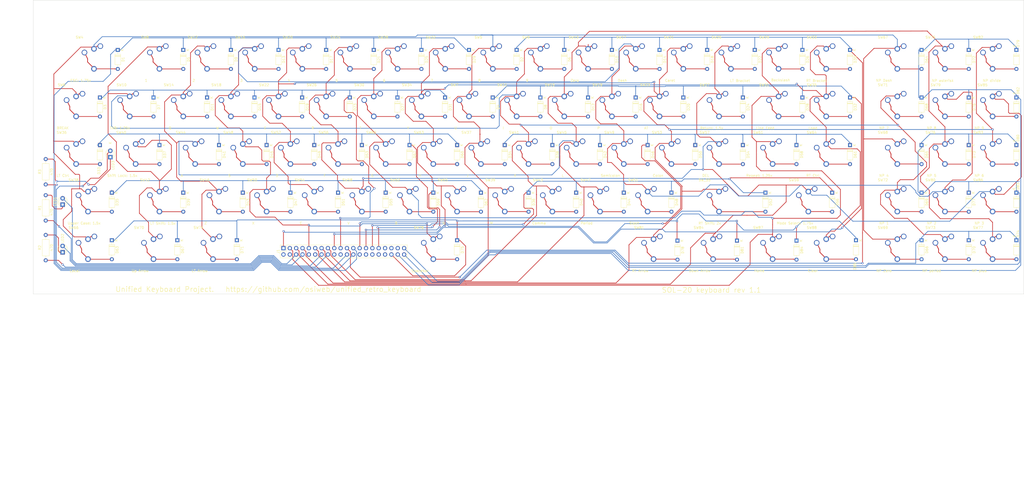
<source format=kicad_pcb>
(kicad_pcb (version 20171130) (host pcbnew "(5.1.5-0-10_14)")
  (title_block (title "Unified Retro Keyboard") (date 2019-08-25) (rev 1.1) (company OSIWeb.org) (comment 1 "SOL keyboard matrix"))
  (layers (0 F.Cu signal) (31 B.Cu signal) (34 B.Paste user) (35 F.Paste user) (36 B.SilkS user) (37 F.SilkS user) (38 B.Mask user) (39 F.Mask user) (44 Edge.Cuts user))
  (net 0 "")
  (net 1 /Row3)
  (net 2 /Row0)
  (net 3 /Row1)
  (net 4 "Net-(D5-Pad2)")
  (net 5 "Net-(D7-Pad2)")
  (net 6 "Net-(D8-Pad2)")
  (net 7 "Net-(D9-Pad2)")
  (net 8 "Net-(D10-Pad2)")
  (net 9 "Net-(D11-Pad2)")
  (net 10 "Net-(D12-Pad2)")
  (net 11 "Net-(D13-Pad2)")
  (net 12 "Net-(D14-Pad2)")
  (net 13 "Net-(D15-Pad2)")
  (net 14 "Net-(D16-Pad2)")
  (net 15 "Net-(D18-Pad2)")
  (net 16 "Net-(D19-Pad2)")
  (net 17 "Net-(D20-Pad2)")
  (net 18 "Net-(D22-Pad2)")
  (net 19 "Net-(D23-Pad2)")
  (net 20 "Net-(D24-Pad2)")
  (net 21 "Net-(D25-Pad2)")
  (net 22 "Net-(D26-Pad2)")
  (net 23 "Net-(D27-Pad2)")
  (net 24 "Net-(D28-Pad2)")
  (net 25 "Net-(D29-Pad2)")
  (net 26 "Net-(D30-Pad2)")
  (net 27 "Net-(D31-Pad2)")
  (net 28 "Net-(D32-Pad2)")
  (net 29 "Net-(D34-Pad2)")
  (net 30 "Net-(D36-Pad2)")
  (net 31 /Row4)
  (net 32 /Row5)
  (net 33 /Row7)
  (net 34 "Net-(D41-Pad2)")
  (net 35 "Net-(D42-Pad2)")
  (net 36 "Net-(D43-Pad2)")
  (net 37 "Net-(D45-Pad2)")
  (net 38 "Net-(D46-Pad2)")
  (net 39 "Net-(D47-Pad2)")
  (net 40 "Net-(D48-Pad2)")
  (net 41 "Net-(D49-Pad2)")
  (net 42 "Net-(D50-Pad2)")
  (net 43 "Net-(D51-Pad2)")
  (net 44 "Net-(D52-Pad2)")
  (net 45 "Net-(D53-Pad2)")
  (net 46 "Net-(D54-Pad2)")
  (net 47 "Net-(D55-Pad2)")
  (net 48 "Net-(D56-Pad2)")
  (net 49 "Net-(D57-Pad2)")
  (net 50 "Net-(D58-Pad2)")
  (net 51 "Net-(D59-Pad2)")
  (net 52 "Net-(D60-Pad2)")
  (net 53 "Net-(D61-Pad2)")
  (net 54 /Col0)
  (net 55 /Col1)
  (net 56 /Col2)
  (net 57 /Col3)
  (net 58 /Col4)
  (net 59 /Col5)
  (net 60 /Col6)
  (net 61 /Col7)
  (net 62 /Row6)
  (net 63 /Row2)
  (net 64 "Net-(D2-Pad2)")
  (net 65 "Net-(D3-Pad2)")
  (net 66 "Net-(D4-Pad2)")
  (net 67 "Net-(D6-Pad2)")
  (net 68 "Net-(D17-Pad2)")
  (net 69 "Net-(D21-Pad2)")
  (net 70 "Net-(D37-Pad2)")
  (net 71 "Net-(D38-Pad2)")
  (net 72 "Net-(D39-Pad2)")
  (net 73 "Net-(D40-Pad2)")
  (net 74 "Net-(D44-Pad2)")
  (net 75 "Net-(J1-Pad10)")
  (net 76 "Net-(J1-Pad12)")
  (net 77 "Net-(J1-Pad18)")
  (net 78 "Net-(J1-Pad20)")
  (net 79 "Net-(J1-Pad26)")
  (net 80 "Net-(J1-Pad28)")
  (net 81 "Net-(J1-Pad30)")
  (net 82 "Net-(J1-Pad32)")
  (net 83 "Net-(J1-Pad2)")
  (net 84 "Net-(J1-Pad4)")
  (net 85 "Net-(D1-Pad2)")
  (net 86 "Net-(D33-Pad2)")
  (net 87 "Net-(D35-Pad2)")
  (net 88 "Net-(D62-Pad2)")
  (net 89 "Net-(D63-Pad2)")
  (net 90 "Net-(D64-Pad2)")
  (net 91 "Net-(D65-Pad2)")
  (net 92 "Net-(D66-Pad2)")
  (net 93 "Net-(D67-Pad2)")
  (net 94 "Net-(D68-Pad2)")
  (net 95 "Net-(D69-Pad2)")
  (net 96 "Net-(D70-Pad2)")
  (net 97 "Net-(D71-Pad2)")
  (net 98 "Net-(D72-Pad2)")
  (net 99 "Net-(D73-Pad2)")
  (net 100 "Net-(D74-Pad2)")
  (net 101 "Net-(D75-Pad2)")
  (net 102 "Net-(D76-Pad2)")
  (net 103 "Net-(D77-Pad2)")
  (net 104 "Net-(D78-Pad2)")
  (net 105 "Net-(D79-Pad2)")
  (net 106 "Net-(D80-Pad2)")
  (net 107 "Net-(D81-Pad2)")
  (net 108 "Net-(D82-Pad2)")
  (net 109 "Net-(D83-Pad2)")
  (net 110 "Net-(D84-Pad2)")
  (net 111 "Net-(D85-Pad2)")
  (net 112 /Row11)
  (net 113 /Row12)
  (net 114 /Row10)
  (net 115 /Row13)
  (net 116 /Row9)
  (net 117 /Row14)
  (net 118 /Row8)
  (net 119 /Row15)
  (net 120 "Net-(J1-Pad8)")
  (net 121 "Net-(J1-Pad16)")
  (net 122 "Net-(J1-Pad24)")
  (net 123 "Net-(J1-Pad6)")
  (net 124 "Net-(J1-Pad14)")
  (net 125 "Net-(J1-Pad22)")
  (net 126 "Net-(LED1-Pad1)")
  (net 127 "Net-(LED2-Pad1)")
  (net 128 "Net-(LED3-Pad1)")
  (module Resistor_THT:R_Axial_DIN0207_L6.3mm_D2.5mm_P10.16mm_Horizontal (layer F.Cu) (at 96.4184 180.8988 90)
    (fp_text reference R3 (at 5.08 -2.37 90) (layer F.SilkS))
    (fp_text value 470 (at 5.08 2.37 90) (layer F.SilkS))
    (pad 2 thru_hole oval (at 10.16 0 90) (size 1.6 1.6) (drill 0.8) (layers *.Cu *.Mask) (net 128 "Net-(LED3-Pad1)"))
    (pad 1 thru_hole circle (at 0 0 90) (size 1.6 1.6) (drill 0.8) (layers *.Cu *.Mask) (net 122 "Net-(J1-Pad24)"))
  )
  (module Resistor_THT:R_Axial_DIN0207_L6.3mm_D2.5mm_P10.16mm_Horizontal (layer F.Cu) (at 96.4184 211.2772 90)
    (fp_text reference R2 (at 5.08 -2.37 90) (layer F.SilkS))
    (fp_text value 470 (at 5.08 2.37 90) (layer F.SilkS))
    (pad 2 thru_hole oval (at 10.16 0 90) (size 1.6 1.6) (drill 0.8) (layers *.Cu *.Mask) (net 127 "Net-(LED2-Pad1)"))
    (pad 1 thru_hole circle (at 0 0 90) (size 1.6 1.6) (drill 0.8) (layers *.Cu *.Mask) (net 121 "Net-(J1-Pad16)"))
  )
  (module Resistor_THT:R_Axial_DIN0207_L6.3mm_D2.5mm_P10.16mm_Horizontal (layer F.Cu) (at 96.4184 195.3514 90)
    (fp_text reference R1 (at 5.08 -2.37 90) (layer F.SilkS))
    (fp_text value 470 (at 3.3528 2.3368 90) (layer F.SilkS))
    (pad 2 thru_hole oval (at 10.16 0 90) (size 1.6 1.6) (drill 0.8) (layers *.Cu *.Mask) (net 126 "Net-(LED1-Pad1)"))
    (pad 1 thru_hole circle (at 0 0 90) (size 1.6 1.6) (drill 0.8) (layers *.Cu *.Mask) (net 120 "Net-(J1-Pad8)"))
  )
  (module unikbd:Key_MX_2u (layer F.Cu) (at 365.75238 187.74156)
    (fp_text reference SW55 hide)
    (fp_text value "RT Shift: 2x" (at -3.72618 8.70204) (layer F.SilkS))
    (fp_line (start -2.54 0) (end -2.54 1.27) (layer F.Cu) (width 0.3048))
    (fp_line (start 1.27 -5.08) (end 0.7366 -4.6736) (layer F.Cu) (width 0.3048))
    (fp_line (start -2.54 1.27) (end 0 3.81) (layer F.Cu) (width 0.3048))
    (fp_line (start 1.651 -5.08) (end 1.27 -5.08) (layer F.Cu) (width 0.3048))
    (fp_line (start -3.81 -2.54) (end -2.54 0) (layer F.Cu) (width 0.3048))
    (fp_text user SW_55 (at -5.7912 -8.6106) (layer F.SilkS))
    (pad "" np_thru_hole circle (at 11.938 8.255) (size 3.9878 3.9878) (drill 3.9878) (layers *.Cu *.Mask))
    (pad "" np_thru_hole circle (at -11.938 -6.985) (size 3.048 3.048) (drill 3.048) (layers *.Cu *.Mask))
    (pad "" np_thru_hole circle (at -11.938 8.255) (size 3.9878 3.9878) (drill 3.9878) (layers *.Cu *.Mask))
    (pad "" np_thru_hole circle (at 11.938 -6.985) (size 3.048 3.048) (drill 3.048) (layers *.Cu *.Mask))
    (pad "" np_thru_hole circle (at -5.08 0) (size 1.7018 1.7018) (drill 1.7018) (layers *.Cu *.Mask))
    (pad 3 thru_hole circle (at 2.54 -5.08) (size 2.2352 2.2352) (drill 1.5748) (layers *.Cu *.Mask))
    (pad 1 thru_hole circle (at 0 -4.0005) (size 2.2352 2.2352) (drill 1.397) (layers *.Cu *.Mask) (net 58 /Col4))
    (pad 2 thru_hole circle (at 0 4.0005) (size 2.2352 2.2352) (drill 1.397) (layers *.Cu *.Mask) (net 44 "Net-(D52-Pad2)"))
    (pad 4 thru_hole circle (at -3.81 -2.54) (size 2.2352 2.2352) (drill 1.5748) (layers *.Cu *.Mask))
    (pad "" np_thru_hole circle (at 0 0) (size 3.9878 3.9878) (drill 3.9878) (layers *.Cu *.Mask))
    (pad "" np_thru_hole circle (at 5.08 0) (size 1.7018 1.7018) (drill 1.7018) (layers *.Cu *.Mask))
  )
  (module unikbd:Key_MX_Spacebar_5.25 (layer F.Cu) (at 251.45238 206.79156)
    (fp_text reference SW78 (at -5.7912 -8.6106) (layer F.SilkS))
    (fp_text value Spacebar (at -5.334 8.6614) (layer F.SilkS))
    (fp_line (start 1.27 -5.08) (end 0.7366 -4.6736) (layer F.Cu) (width 0.3048))
    (fp_line (start 1.651 -5.08) (end 1.27 -5.08) (layer F.Cu) (width 0.3048))
    (fp_line (start -2.54 1.27) (end 0 3.81) (layer F.Cu) (width 0.3048))
    (fp_line (start -2.54 0) (end -2.54 1.27) (layer F.Cu) (width 0.3048))
    (fp_line (start -3.81 -2.54) (end -2.54 0) (layer F.Cu) (width 0.3048))
    (pad "" np_thru_hole circle (at -66.675 8.255) (size 3.9878 3.9878) (drill 3.9878) (layers *.Cu *.Mask))
    (pad "" np_thru_hole circle (at 66.675 -6.985) (size 3.048 3.048) (drill 3.048) (layers *.Cu *.Mask))
    (pad "" np_thru_hole circle (at 66.675 8.255) (size 3.9878 3.9878) (drill 3.9878) (layers *.Cu *.Mask))
    (pad "" np_thru_hole circle (at -66.675 -6.985) (size 3.048 3.048) (drill 3.048) (layers *.Cu *.Mask))
    (pad 2 thru_hole circle (at 0 4.0005) (size 2.2352 2.2352) (drill 1.397) (layers *.Cu *.Mask) (net 101 "Net-(D75-Pad2)"))
    (pad 1 thru_hole circle (at 0 -4.0005) (size 2.2352 2.2352) (drill 1.397) (layers *.Cu *.Mask) (net 57 /Col3))
    (pad 3 thru_hole circle (at 2.54 -5.08) (size 2.2352 2.2352) (drill 1.5748) (layers *.Cu *.Mask))
    (pad "" np_thru_hole circle (at -5.08 0) (size 1.7018 1.7018) (drill 1.7018) (layers *.Cu *.Mask))
    (pad "" np_thru_hole circle (at 5.08 0) (size 1.7018 1.7018) (drill 1.7018) (layers *.Cu *.Mask))
    (pad "" np_thru_hole circle (at 0 0) (size 3.9878 3.9878) (drill 3.9878) (layers *.Cu *.Mask))
    (pad 4 thru_hole circle (at -3.81 -2.54) (size 2.2352 2.2352) (drill 1.5748) (layers *.Cu *.Mask))
  )
  (module MountingHole:MountingHole_3.2mm_M3 (layer F.Cu) (at 113.33988 219.49156)
    (fp_text reference REF** hide)
    (fp_text value MountingHole_3.2mm_M3)
    (pad 1 np_thru_hole circle (at 0 0) (size 3.2 3.2) (drill 3.2) (layers *.Cu *.Mask))
  )
  (module MountingHole:MountingHole_3.2mm_M3 (layer F.Cu) (at 408.61488 219.49156)
    (fp_text reference REF** hide)
    (fp_text value MountingHole_3.2mm_M3)
    (pad 1 np_thru_hole circle (at 0 0) (size 3.2 3.2) (drill 3.2) (layers *.Cu *.Mask))
  )
  (module MountingHole:MountingHole_3.2mm_M3 (layer F.Cu) (at 475.16288 219.49156)
    (fp_text reference REF** hide)
    (fp_text value MountingHole_3.2mm_M3)
    (pad 1 np_thru_hole circle (at 0 0) (size 3.2 3.2) (drill 3.2) (layers *.Cu *.Mask))
  )
  (module MountingHole:MountingHole_3.2mm_M3 (layer F.Cu) (at 437.06288 219.49156)
    (fp_text reference REF** hide)
    (fp_text value MountingHole_3.2mm_M3)
    (pad 1 np_thru_hole circle (at 0 0) (size 3.2 3.2) (drill 3.2) (layers *.Cu *.Mask))
  )
  (module MountingHole:MountingHole_3.2mm_M3 (layer F.Cu) (at 475.16288 114.08156)
    (fp_text reference REF** hide)
    (fp_text value MountingHole_3.2mm_M3)
    (pad 1 np_thru_hole circle (at 0 0) (size 3.2 3.2) (drill 3.2) (layers *.Cu *.Mask))
  )
  (module MountingHole:MountingHole_3.2mm_M3 (layer F.Cu) (at 437.06288 114.08156)
    (fp_text reference REF** hide)
    (fp_text value MountingHole_3.2mm_M3)
    (pad 1 np_thru_hole circle (at 0 0) (size 3.2 3.2) (drill 3.2) (layers *.Cu *.Mask))
  )
  (module MountingHole:MountingHole_3.2mm_M3 (layer F.Cu) (at 408.61488 113.9952)
    (fp_text reference REF** hide)
    (fp_text value MountingHole_3.2mm_M3)
    (pad 1 np_thru_hole circle (at 0 0) (size 3.2 3.2) (drill 3.2) (layers *.Cu *.Mask))
  )
  (module MountingHole:MountingHole_3.2mm_M3 (layer F.Cu) (at 115.72113 113.9952)
    (fp_text reference REF** hide)
    (fp_text value MountingHole_3.2mm_M3)
    (pad 1 np_thru_hole circle (at 0 0) (size 3.2 3.2) (drill 3.2) (layers *.Cu *.Mask))
  )
  (module MountingHole:MountingHole_3.2mm_M3 (layer F.Cu) (at 262.168005 113.9952)
    (fp_text reference REF** hide)
    (fp_text value MountingHole_3.2mm_M3)
    (pad 1 np_thru_hole circle (at 0 0) (size 3.2 3.2) (drill 3.2) (layers *.Cu *.Mask))
  )
  (module unikbd:Key_MX (layer F.Cu) (at 365.75238 168.69156)
    (fp_text reference SW57 (at -5.7912 -8.6106) (layer F.SilkS))
    (fp_text value DEL (at -5.334 8.6614) (layer F.SilkS))
    (fp_line (start 1.27 -5.08) (end 0.7366 -4.6736) (layer F.Cu) (width 0.3048))
    (fp_line (start 1.651 -5.08) (end 1.27 -5.08) (layer F.Cu) (width 0.3048))
    (fp_line (start -2.54 1.27) (end 0 3.81) (layer F.Cu) (width 0.3048))
    (fp_line (start -2.54 0) (end -2.54 1.27) (layer F.Cu) (width 0.3048))
    (fp_line (start -3.81 -2.54) (end -2.54 0) (layer F.Cu) (width 0.3048))
    (pad 2 thru_hole circle (at 0 4.0005) (size 2.2352 2.2352) (drill 1.397) (layers *.Cu *.Mask) (net 46 "Net-(D54-Pad2)"))
    (pad 1 thru_hole circle (at 0 -4.0005) (size 2.2352 2.2352) (drill 1.397) (layers *.Cu *.Mask) (net 59 /Col5))
    (pad 3 thru_hole circle (at 2.54 -5.08) (size 2.2352 2.2352) (drill 1.5748) (layers *.Cu *.Mask))
    (pad "" np_thru_hole circle (at -5.08 0) (size 1.7018 1.7018) (drill 1.7018) (layers *.Cu *.Mask))
    (pad "" np_thru_hole circle (at 5.08 0) (size 1.7018 1.7018) (drill 1.7018) (layers *.Cu *.Mask))
    (pad "" np_thru_hole circle (at 0 0) (size 3.9878 3.9878) (drill 3.9878) (layers *.Cu *.Mask))
    (pad 4 thru_hole circle (at -3.81 -2.54) (size 2.2352 2.2352) (drill 1.5748) (layers *.Cu *.Mask))
  )
  (module unikbd:Key_MX (layer F.Cu) (at 203.82738 187.74156)
    (fp_text reference SW54 (at -5.7912 -8.6106) (layer F.SilkS))
    (fp_text value C (at -5.334 8.6614) (layer F.SilkS))
    (fp_line (start 1.27 -5.08) (end 0.7366 -4.6736) (layer F.Cu) (width 0.3048))
    (fp_line (start 1.651 -5.08) (end 1.27 -5.08) (layer F.Cu) (width 0.3048))
    (fp_line (start -2.54 1.27) (end 0 3.81) (layer F.Cu) (width 0.3048))
    (fp_line (start -2.54 0) (end -2.54 1.27) (layer F.Cu) (width 0.3048))
    (fp_line (start -3.81 -2.54) (end -2.54 0) (layer F.Cu) (width 0.3048))
    (pad 2 thru_hole circle (at 0 4.0005) (size 2.2352 2.2352) (drill 1.397) (layers *.Cu *.Mask) (net 43 "Net-(D51-Pad2)"))
    (pad 1 thru_hole circle (at 0 -4.0005) (size 2.2352 2.2352) (drill 1.397) (layers *.Cu *.Mask) (net 58 /Col4))
    (pad 3 thru_hole circle (at 2.54 -5.08) (size 2.2352 2.2352) (drill 1.5748) (layers *.Cu *.Mask))
    (pad "" np_thru_hole circle (at -5.08 0) (size 1.7018 1.7018) (drill 1.7018) (layers *.Cu *.Mask))
    (pad "" np_thru_hole circle (at 5.08 0) (size 1.7018 1.7018) (drill 1.7018) (layers *.Cu *.Mask))
    (pad "" np_thru_hole circle (at 0 0) (size 3.9878 3.9878) (drill 3.9878) (layers *.Cu *.Mask))
    (pad 4 thru_hole circle (at -3.81 -2.54) (size 2.2352 2.2352) (drill 1.5748) (layers *.Cu *.Mask))
  )
  (module unikbd:Key_MX (layer F.Cu) (at 163.34613 206.79156)
    (fp_text reference SW74 (at -5.7912 -8.6106) (layer F.SilkS))
    (fp_text value "LT Arrow" (at -5.334 8.6614) (layer F.SilkS))
    (fp_line (start 1.27 -5.08) (end 0.7366 -4.6736) (layer F.Cu) (width 0.3048))
    (fp_line (start 1.651 -5.08) (end 1.27 -5.08) (layer F.Cu) (width 0.3048))
    (fp_line (start -2.54 1.27) (end 0 3.81) (layer F.Cu) (width 0.3048))
    (fp_line (start -2.54 0) (end -2.54 1.27) (layer F.Cu) (width 0.3048))
    (fp_line (start -3.81 -2.54) (end -2.54 0) (layer F.Cu) (width 0.3048))
    (pad 2 thru_hole circle (at 0 4.0005) (size 2.2352 2.2352) (drill 1.397) (layers *.Cu *.Mask) (net 97 "Net-(D71-Pad2)"))
    (pad 1 thru_hole circle (at 0 -4.0005) (size 2.2352 2.2352) (drill 1.397) (layers *.Cu *.Mask) (net 56 /Col2))
    (pad 3 thru_hole circle (at 2.54 -5.08) (size 2.2352 2.2352) (drill 1.5748) (layers *.Cu *.Mask))
    (pad "" np_thru_hole circle (at -5.08 0) (size 1.7018 1.7018) (drill 1.7018) (layers *.Cu *.Mask))
    (pad "" np_thru_hole circle (at 5.08 0) (size 1.7018 1.7018) (drill 1.7018) (layers *.Cu *.Mask))
    (pad "" np_thru_hole circle (at 0 0) (size 3.9878 3.9878) (drill 3.9878) (layers *.Cu *.Mask))
    (pad 4 thru_hole circle (at -3.81 -2.54) (size 2.2352 2.2352) (drill 1.5748) (layers *.Cu *.Mask))
  )
  (module unikbd:kbd_header_two_mounting_holes (layer F.Cu) (at 191.6938 208.9658 90)
    (fp_text reference J1 (at 1.27 -2.33 90) (layer F.SilkS))
    (fp_text value Controller)
    (pad 1 thru_hole rect (at 2.5654 -0.1778 90) (size 1.7 1.7) (drill 1) (layers *.Cu *.Mask) (net 61 /Col7))
    (pad 2 thru_hole oval (at 0.0254 -0.1778 90) (size 1.7 1.7) (drill 1) (layers *.Cu *.Mask) (net 83 "Net-(J1-Pad2)"))
    (pad 3 thru_hole oval (at 2.5654 2.3622 90) (size 1.7 1.7) (drill 1) (layers *.Cu *.Mask) (net 60 /Col6))
    (pad 4 thru_hole oval (at 0.0254 2.3622 90) (size 1.7 1.7) (drill 1) (layers *.Cu *.Mask) (net 84 "Net-(J1-Pad4)"))
    (pad 5 thru_hole oval (at 2.5654 4.9022 90) (size 1.7 1.7) (drill 1) (layers *.Cu *.Mask) (net 59 /Col5))
    (pad 6 thru_hole oval (at 0.0254 4.9022 90) (size 1.7 1.7) (drill 1) (layers *.Cu *.Mask) (net 123 "Net-(J1-Pad6)"))
    (pad 7 thru_hole oval (at 2.5654 7.4422 90) (size 1.7 1.7) (drill 1) (layers *.Cu *.Mask) (net 58 /Col4))
    (pad 8 thru_hole oval (at 0.0254 7.4422 90) (size 1.7 1.7) (drill 1) (layers *.Cu *.Mask) (net 120 "Net-(J1-Pad8)"))
    (pad 9 thru_hole oval (at 2.5654 9.9822 90) (size 1.7 1.7) (drill 1) (layers *.Cu *.Mask) (net 57 /Col3))
    (pad 10 thru_hole oval (at 0.0254 9.9822 90) (size 1.7 1.7) (drill 1) (layers *.Cu *.Mask) (net 75 "Net-(J1-Pad10)"))
    (pad 11 thru_hole oval (at 2.5654 12.5222 90) (size 1.7 1.7) (drill 1) (layers *.Cu *.Mask) (net 56 /Col2))
    (pad 12 thru_hole oval (at 0.0254 12.5222 90) (size 1.7 1.7) (drill 1) (layers *.Cu *.Mask) (net 76 "Net-(J1-Pad12)"))
    (pad 13 thru_hole oval (at 2.5654 15.0622 90) (size 1.7 1.7) (drill 1) (layers *.Cu *.Mask) (net 55 /Col1))
    (pad 14 thru_hole oval (at 0.0254 15.0622 90) (size 1.7 1.7) (drill 1) (layers *.Cu *.Mask) (net 124 "Net-(J1-Pad14)"))
    (pad 15 thru_hole oval (at 2.5654 17.6022 90) (size 1.7 1.7) (drill 1) (layers *.Cu *.Mask) (net 54 /Col0))
    (pad 16 thru_hole oval (at 0.0254 17.6022 90) (size 1.7 1.7) (drill 1) (layers *.Cu *.Mask) (net 121 "Net-(J1-Pad16)"))
    (pad 17 thru_hole oval (at 2.5654 20.1422 90) (size 1.7 1.7) (drill 1) (layers *.Cu *.Mask) (net 33 /Row7))
    (pad 18 thru_hole oval (at 0.0254 20.1422 90) (size 1.7 1.7) (drill 1) (layers *.Cu *.Mask) (net 77 "Net-(J1-Pad18)"))
    (pad 19 thru_hole oval (at 2.5654 22.6822 90) (size 1.7 1.7) (drill 1) (layers *.Cu *.Mask) (net 62 /Row6))
    (pad 20 thru_hole oval (at 0.0254 22.6822 90) (size 1.7 1.7) (drill 1) (layers *.Cu *.Mask) (net 78 "Net-(J1-Pad20)"))
    (pad 21 thru_hole oval (at 2.5654 25.2222 90) (size 1.7 1.7) (drill 1) (layers *.Cu *.Mask) (net 32 /Row5))
    (pad 22 thru_hole oval (at 0.0254 25.2222 90) (size 1.7 1.7) (drill 1) (layers *.Cu *.Mask) (net 125 "Net-(J1-Pad22)"))
    (pad 23 thru_hole oval (at 2.5654 27.7622 90) (size 1.7 1.7) (drill 1) (layers *.Cu *.Mask) (net 31 /Row4))
    (pad 24 thru_hole oval (at 0.0254 27.7622 90) (size 1.7 1.7) (drill 1) (layers *.Cu *.Mask) (net 122 "Net-(J1-Pad24)"))
    (pad 25 thru_hole oval (at 2.5654 30.3022 90) (size 1.7 1.7) (drill 1) (layers *.Cu *.Mask) (net 1 /Row3))
    (pad 26 thru_hole oval (at 0.0254 30.3022 90) (size 1.7 1.7) (drill 1) (layers *.Cu *.Mask) (net 79 "Net-(J1-Pad26)"))
    (pad 27 thru_hole oval (at 2.5654 32.8422 90) (size 1.7 1.7) (drill 1) (layers *.Cu *.Mask) (net 63 /Row2))
    (pad 28 thru_hole oval (at 0.0254 32.8422 90) (size 1.7 1.7) (drill 1) (layers *.Cu *.Mask) (net 80 "Net-(J1-Pad28)"))
    (pad 29 thru_hole oval (at 2.5654 35.3822 90) (size 1.7 1.7) (drill 1) (layers *.Cu *.Mask) (net 3 /Row1))
    (pad 30 thru_hole oval (at 0.0254 35.3822 90) (size 1.7 1.7) (drill 1) (layers *.Cu *.Mask) (net 81 "Net-(J1-Pad30)"))
    (pad 31 thru_hole oval (at 2.5654 37.9222 90) (size 1.7 1.7) (drill 1) (layers *.Cu *.Mask) (net 2 /Row0))
    (pad 32 thru_hole oval (at 0.0254 37.9222 90) (size 1.7 1.7) (drill 1) (layers *.Cu *.Mask) (net 82 "Net-(J1-Pad32)"))
    (pad 33 thru_hole oval (at 2.5654 40.4622 90) (size 1.7 1.7) (drill 1) (layers *.Cu *.Mask) (net 119 /Row15))
    (pad 34 thru_hole oval (at 0.0254 40.4622 90) (size 1.7 1.7) (drill 1) (layers *.Cu *.Mask) (net 118 /Row8))
    (pad 35 thru_hole oval (at 2.5654 43.0022 90) (size 1.7 1.7) (drill 1) (layers *.Cu *.Mask) (net 117 /Row14))
    (pad 36 thru_hole oval (at 0.0254 43.0022 90) (size 1.7 1.7) (drill 1) (layers *.Cu *.Mask) (net 116 /Row9))
    (pad 37 thru_hole oval (at 2.5654 45.5422 90) (size 1.7 1.7) (drill 1) (layers *.Cu *.Mask) (net 115 /Row13))
    (pad 38 thru_hole oval (at 0.0254 45.5422 90) (size 1.7 1.7) (drill 1) (layers *.Cu *.Mask) (net 114 /Row10))
    (pad 39 thru_hole oval (at 2.5654 48.0822 90) (size 1.7 1.7) (drill 1) (layers *.Cu *.Mask) (net 113 /Row12))
    (pad 40 thru_hole oval (at 0.0254 48.0822 90) (size 1.7 1.7) (drill 1) (layers *.Cu *.Mask) (net 112 /Row11))
    (pad "" np_thru_hole circle (at 91.4924 -0.3288 90) (size 3.175 3.175) (drill 3.175) (layers *.Cu *.Mask))
    (pad "" np_thru_hole circle (at 91.4924 47.9312 90) (size 3.175 3.175) (drill 3.175) (layers *.Cu *.Mask))
  )
  (module LED_THT:LED_D3.0mm (layer F.Cu) (at 122.2629 169.9514 90)
    (fp_text reference LED3 (at -3.2512 1.0541 90) (layer F.SilkS))
    (fp_text value LED)
    (pad 2 thru_hole circle (at 2.54 0 90) (size 1.8 1.8) (drill 0.9) (layers *.Cu *.Mask) (net 125 "Net-(J1-Pad22)"))
    (pad 1 thru_hole rect (at 0 0 90) (size 1.8 1.8) (drill 0.9) (layers *.Cu *.Mask) (net 128 "Net-(LED3-Pad1)"))
  )
  (module LED_THT:LED_D3.0mm (layer F.Cu) (at 103.1748 208.0514 90)
    (fp_text reference LED2 (at 5.6134 -0.0254 90) (layer F.SilkS))
    (fp_text value LED)
    (pad 2 thru_hole circle (at 2.54 0 90) (size 1.8 1.8) (drill 0.9) (layers *.Cu *.Mask) (net 124 "Net-(J1-Pad14)"))
    (pad 1 thru_hole rect (at 0 0 90) (size 1.8 1.8) (drill 0.9) (layers *.Cu *.Mask) (net 127 "Net-(LED2-Pad1)"))
  )
  (module LED_THT:LED_D3.0mm (layer F.Cu) (at 103.1748 188.976 90)
    (fp_text reference LED1 (at 1.27 -2.96 90) (layer F.SilkS))
    (fp_text value LED)
    (pad 2 thru_hole circle (at 2.54 0 90) (size 1.8 1.8) (drill 0.9) (layers *.Cu *.Mask) (net 123 "Net-(J1-Pad6)"))
    (pad 1 thru_hole rect (at 0 0 90) (size 1.8 1.8) (drill 0.9) (layers *.Cu *.Mask) (net 126 "Net-(LED1-Pad1)"))
  )
  (module unikbd:Key_MX (layer F.Cu) (at 475.16288 149.64156)
    (fp_text reference SW85 (at -4.03098 -8.56996) (layer F.SilkS))
    (fp_text value "NP 9" (at -5.334 8.6614) (layer F.SilkS))
    (fp_line (start 1.27 -5.08) (end 0.7366 -4.6736) (layer F.Cu) (width 0.3048))
    (fp_line (start 1.651 -5.08) (end 1.27 -5.08) (layer F.Cu) (width 0.3048))
    (fp_line (start -2.54 1.27) (end 0 3.81) (layer F.Cu) (width 0.3048))
    (fp_line (start -2.54 0) (end -2.54 1.27) (layer F.Cu) (width 0.3048))
    (fp_line (start -3.81 -2.54) (end -2.54 0) (layer F.Cu) (width 0.3048))
    (pad 2 thru_hole circle (at 0 4.0005) (size 2.2352 2.2352) (drill 1.397) (layers *.Cu *.Mask) (net 108 "Net-(D82-Pad2)"))
    (pad 1 thru_hole circle (at 0 -4.0005) (size 2.2352 2.2352) (drill 1.397) (layers *.Cu *.Mask) (net 59 /Col5))
    (pad 3 thru_hole circle (at 2.54 -5.08) (size 2.2352 2.2352) (drill 1.5748) (layers *.Cu *.Mask))
    (pad "" np_thru_hole circle (at -5.08 0) (size 1.7018 1.7018) (drill 1.7018) (layers *.Cu *.Mask))
    (pad "" np_thru_hole circle (at 5.08 0) (size 1.7018 1.7018) (drill 1.7018) (layers *.Cu *.Mask))
    (pad "" np_thru_hole circle (at 0 0) (size 3.9878 3.9878) (drill 3.9878) (layers *.Cu *.Mask))
    (pad 4 thru_hole circle (at -3.81 -2.54) (size 2.2352 2.2352) (drill 1.5748) (layers *.Cu *.Mask))
  )
  (module Diode_THT:D_DO-35_SOD27_P7.62mm_Horizontal (layer F.Cu) (at 237.102226 146.0754 270)
    (fp_text reference D27 (at 3.81 -2.12 90) (layer F.SilkS))
    (fp_text value 1N4148)
    (fp_text user K (at 0 -1.8 90) (layer F.SilkS))
    (pad 2 thru_hole oval (at 7.62 0 270) (size 1.6 1.6) (drill 0.8) (layers *.Cu *.Mask) (net 23 "Net-(D27-Pad2)"))
    (pad 1 thru_hole rect (at 0 0 270) (size 1.6 1.6) (drill 0.8) (layers *.Cu *.Mask) (net 62 /Row6))
  )
  (module unikbd:Key_MX (layer F.Cu) (at 227.63988 149.64156)
    (fp_text reference SW30 (at -5.7912 -8.6106) (layer F.SilkS))
    (fp_text value T (at -5.334 8.6614) (layer F.SilkS))
    (fp_line (start 1.27 -5.08) (end 0.7366 -4.6736) (layer F.Cu) (width 0.3048))
    (fp_line (start 1.651 -5.08) (end 1.27 -5.08) (layer F.Cu) (width 0.3048))
    (fp_line (start -2.54 1.27) (end 0 3.81) (layer F.Cu) (width 0.3048))
    (fp_line (start -2.54 0) (end -2.54 1.27) (layer F.Cu) (width 0.3048))
    (fp_line (start -3.81 -2.54) (end -2.54 0) (layer F.Cu) (width 0.3048))
    (pad 2 thru_hole circle (at 0 4.0005) (size 2.2352 2.2352) (drill 1.397) (layers *.Cu *.Mask) (net 23 "Net-(D27-Pad2)"))
    (pad 1 thru_hole circle (at 0 -4.0005) (size 2.2352 2.2352) (drill 1.397) (layers *.Cu *.Mask) (net 60 /Col6))
    (pad 3 thru_hole circle (at 2.54 -5.08) (size 2.2352 2.2352) (drill 1.5748) (layers *.Cu *.Mask))
    (pad "" np_thru_hole circle (at -5.08 0) (size 1.7018 1.7018) (drill 1.7018) (layers *.Cu *.Mask))
    (pad "" np_thru_hole circle (at 5.08 0) (size 1.7018 1.7018) (drill 1.7018) (layers *.Cu *.Mask))
    (pad "" np_thru_hole circle (at 0 0) (size 3.9878 3.9878) (drill 3.9878) (layers *.Cu *.Mask))
    (pad 4 thru_hole circle (at -3.81 -2.54) (size 2.2352 2.2352) (drill 1.5748) (layers *.Cu *.Mask))
  )
  (module unikbd:Key_MX (layer F.Cu) (at 408.61488 206.79156)
    (fp_text reference SW88 (at -5.7912 -8.6106) (layer F.SilkS))
    (fp_text value Clear (at -5.334 8.6614) (layer F.SilkS))
    (fp_line (start 1.27 -5.08) (end 0.7366 -4.6736) (layer F.Cu) (width 0.3048))
    (fp_line (start 1.651 -5.08) (end 1.27 -5.08) (layer F.Cu) (width 0.3048))
    (fp_line (start -2.54 1.27) (end 0 3.81) (layer F.Cu) (width 0.3048))
    (fp_line (start -2.54 0) (end -2.54 1.27) (layer F.Cu) (width 0.3048))
    (fp_line (start -3.81 -2.54) (end -2.54 0) (layer F.Cu) (width 0.3048))
    (pad 2 thru_hole circle (at 0 4.0005) (size 2.2352 2.2352) (drill 1.397) (layers *.Cu *.Mask) (net 111 "Net-(D85-Pad2)"))
    (pad 1 thru_hole circle (at 0 -4.0005) (size 2.2352 2.2352) (drill 1.397) (layers *.Cu *.Mask) (net 61 /Col7))
    (pad 3 thru_hole circle (at 2.54 -5.08) (size 2.2352 2.2352) (drill 1.5748) (layers *.Cu *.Mask))
    (pad "" np_thru_hole circle (at -5.08 0) (size 1.7018 1.7018) (drill 1.7018) (layers *.Cu *.Mask))
    (pad "" np_thru_hole circle (at 5.08 0) (size 1.7018 1.7018) (drill 1.7018) (layers *.Cu *.Mask))
    (pad "" np_thru_hole circle (at 0 0) (size 3.9878 3.9878) (drill 3.9878) (layers *.Cu *.Mask))
    (pad 4 thru_hole circle (at -3.81 -2.54) (size 2.2352 2.2352) (drill 1.5748) (layers *.Cu *.Mask))
  )
  (module unikbd:Key_MX (layer F.Cu) (at 387.18363 206.79156)
    (fp_text reference SW87 (at -5.7912 -8.6106) (layer F.SilkS))
    (fp_text value Home (at -5.334 8.6614) (layer F.SilkS))
    (fp_line (start 1.27 -5.08) (end 0.7366 -4.6736) (layer F.Cu) (width 0.3048))
    (fp_line (start 1.651 -5.08) (end 1.27 -5.08) (layer F.Cu) (width 0.3048))
    (fp_line (start -2.54 1.27) (end 0 3.81) (layer F.Cu) (width 0.3048))
    (fp_line (start -2.54 0) (end -2.54 1.27) (layer F.Cu) (width 0.3048))
    (fp_line (start -3.81 -2.54) (end -2.54 0) (layer F.Cu) (width 0.3048))
    (pad 2 thru_hole circle (at 0 4.0005) (size 2.2352 2.2352) (drill 1.397) (layers *.Cu *.Mask) (net 110 "Net-(D84-Pad2)"))
    (pad 1 thru_hole circle (at 0 -4.0005) (size 2.2352 2.2352) (drill 1.397) (layers *.Cu *.Mask) (net 60 /Col6))
    (pad 3 thru_hole circle (at 2.54 -5.08) (size 2.2352 2.2352) (drill 1.5748) (layers *.Cu *.Mask))
    (pad "" np_thru_hole circle (at -5.08 0) (size 1.7018 1.7018) (drill 1.7018) (layers *.Cu *.Mask))
    (pad "" np_thru_hole circle (at 5.08 0) (size 1.7018 1.7018) (drill 1.7018) (layers *.Cu *.Mask))
    (pad "" np_thru_hole circle (at 0 0) (size 3.9878 3.9878) (drill 3.9878) (layers *.Cu *.Mask))
    (pad 4 thru_hole circle (at -3.81 -2.54) (size 2.2352 2.2352) (drill 1.5748) (layers *.Cu *.Mask))
  )
  (module unikbd:Key_MX (layer F.Cu) (at 475.16288 187.74156)
    (fp_text reference SW86 (at -5.7912 -8.6106) (layer F.SilkS))
    (fp_text value "NP 3" (at -5.334 8.6614) (layer F.SilkS))
    (fp_line (start 1.27 -5.08) (end 0.7366 -4.6736) (layer F.Cu) (width 0.3048))
    (fp_line (start 1.651 -5.08) (end 1.27 -5.08) (layer F.Cu) (width 0.3048))
    (fp_line (start -2.54 1.27) (end 0 3.81) (layer F.Cu) (width 0.3048))
    (fp_line (start -2.54 0) (end -2.54 1.27) (layer F.Cu) (width 0.3048))
    (fp_line (start -3.81 -2.54) (end -2.54 0) (layer F.Cu) (width 0.3048))
    (pad 2 thru_hole circle (at 0 4.0005) (size 2.2352 2.2352) (drill 1.397) (layers *.Cu *.Mask) (net 109 "Net-(D83-Pad2)"))
    (pad 1 thru_hole circle (at 0 -4.0005) (size 2.2352 2.2352) (drill 1.397) (layers *.Cu *.Mask) (net 59 /Col5))
    (pad 3 thru_hole circle (at 2.54 -5.08) (size 2.2352 2.2352) (drill 1.5748) (layers *.Cu *.Mask))
    (pad "" np_thru_hole circle (at -5.08 0) (size 1.7018 1.7018) (drill 1.7018) (layers *.Cu *.Mask))
    (pad "" np_thru_hole circle (at 5.08 0) (size 1.7018 1.7018) (drill 1.7018) (layers *.Cu *.Mask))
    (pad "" np_thru_hole circle (at 0 0) (size 3.9878 3.9878) (drill 3.9878) (layers *.Cu *.Mask))
    (pad 4 thru_hole circle (at -3.81 -2.54) (size 2.2352 2.2352) (drill 1.5748) (layers *.Cu *.Mask))
  )
  (module unikbd:Key_MX (layer F.Cu) (at 363.37113 206.79156)
    (fp_text reference SW84 (at -5.7912 -8.6106) (layer F.SilkS))
    (fp_text value "Down Arrow" (at -5.334 8.6614) (layer F.SilkS))
    (fp_line (start 1.27 -5.08) (end 0.7366 -4.6736) (layer F.Cu) (width 0.3048))
    (fp_line (start 1.651 -5.08) (end 1.27 -5.08) (layer F.Cu) (width 0.3048))
    (fp_line (start -2.54 1.27) (end 0 3.81) (layer F.Cu) (width 0.3048))
    (fp_line (start -2.54 0) (end -2.54 1.27) (layer F.Cu) (width 0.3048))
    (fp_line (start -3.81 -2.54) (end -2.54 0) (layer F.Cu) (width 0.3048))
    (pad 2 thru_hole circle (at 0 4.0005) (size 2.2352 2.2352) (drill 1.397) (layers *.Cu *.Mask) (net 107 "Net-(D81-Pad2)"))
    (pad 1 thru_hole circle (at 0 -4.0005) (size 2.2352 2.2352) (drill 1.397) (layers *.Cu *.Mask) (net 59 /Col5))
    (pad 3 thru_hole circle (at 2.54 -5.08) (size 2.2352 2.2352) (drill 1.5748) (layers *.Cu *.Mask))
    (pad "" np_thru_hole circle (at -5.08 0) (size 1.7018 1.7018) (drill 1.7018) (layers *.Cu *.Mask))
    (pad "" np_thru_hole circle (at 5.08 0) (size 1.7018 1.7018) (drill 1.7018) (layers *.Cu *.Mask))
    (pad "" np_thru_hole circle (at 0 0) (size 3.9878 3.9878) (drill 3.9878) (layers *.Cu *.Mask))
    (pad 4 thru_hole circle (at -3.81 -2.54) (size 2.2352 2.2352) (drill 1.5748) (layers *.Cu *.Mask))
  )
  (module unikbd:Key_MX (layer F.Cu) (at 475.16288 168.69156)
    (fp_text reference SW83 (at -5.7912 -8.6106) (layer F.SilkS))
    (fp_text value "NP 6" (at -5.334 8.6614) (layer F.SilkS))
    (fp_line (start 1.27 -5.08) (end 0.7366 -4.6736) (layer F.Cu) (width 0.3048))
    (fp_line (start 1.651 -5.08) (end 1.27 -5.08) (layer F.Cu) (width 0.3048))
    (fp_line (start -2.54 1.27) (end 0 3.81) (layer F.Cu) (width 0.3048))
    (fp_line (start -2.54 0) (end -2.54 1.27) (layer F.Cu) (width 0.3048))
    (fp_line (start -3.81 -2.54) (end -2.54 0) (layer F.Cu) (width 0.3048))
    (pad 2 thru_hole circle (at 0 4.0005) (size 2.2352 2.2352) (drill 1.397) (layers *.Cu *.Mask) (net 106 "Net-(D80-Pad2)"))
    (pad 1 thru_hole circle (at 0 -4.0005) (size 2.2352 2.2352) (drill 1.397) (layers *.Cu *.Mask) (net 58 /Col4))
    (pad 3 thru_hole circle (at 2.54 -5.08) (size 2.2352 2.2352) (drill 1.5748) (layers *.Cu *.Mask))
    (pad "" np_thru_hole circle (at -5.08 0) (size 1.7018 1.7018) (drill 1.7018) (layers *.Cu *.Mask))
    (pad "" np_thru_hole circle (at 5.08 0) (size 1.7018 1.7018) (drill 1.7018) (layers *.Cu *.Mask))
    (pad "" np_thru_hole circle (at 0 0) (size 3.9878 3.9878) (drill 3.9878) (layers *.Cu *.Mask))
    (pad 4 thru_hole circle (at -3.81 -2.54) (size 2.2352 2.2352) (drill 1.5748) (layers *.Cu *.Mask))
  )
  (module unikbd:Key_MX (layer F.Cu) (at 475.16288 130.59156)
    (fp_text reference SW82 (at -5.7912 -8.6106) (layer F.SilkS))
    (fp_text value "NP divide" (at -0.29718 8.72744) (layer F.SilkS))
    (fp_line (start 1.27 -5.08) (end 0.7366 -4.6736) (layer F.Cu) (width 0.3048))
    (fp_line (start 1.651 -5.08) (end 1.27 -5.08) (layer F.Cu) (width 0.3048))
    (fp_line (start -2.54 1.27) (end 0 3.81) (layer F.Cu) (width 0.3048))
    (fp_line (start -2.54 0) (end -2.54 1.27) (layer F.Cu) (width 0.3048))
    (fp_line (start -3.81 -2.54) (end -2.54 0) (layer F.Cu) (width 0.3048))
    (pad 2 thru_hole circle (at 0 4.0005) (size 2.2352 2.2352) (drill 1.397) (layers *.Cu *.Mask) (net 105 "Net-(D79-Pad2)"))
    (pad 1 thru_hole circle (at 0 -4.0005) (size 2.2352 2.2352) (drill 1.397) (layers *.Cu *.Mask) (net 58 /Col4))
    (pad 3 thru_hole circle (at 2.54 -5.08) (size 2.2352 2.2352) (drill 1.5748) (layers *.Cu *.Mask))
    (pad "" np_thru_hole circle (at -5.08 0) (size 1.7018 1.7018) (drill 1.7018) (layers *.Cu *.Mask))
    (pad "" np_thru_hole circle (at 5.08 0) (size 1.7018 1.7018) (drill 1.7018) (layers *.Cu *.Mask))
    (pad "" np_thru_hole circle (at 0 0) (size 3.9878 3.9878) (drill 3.9878) (layers *.Cu *.Mask))
    (pad 4 thru_hole circle (at -3.81 -2.54) (size 2.2352 2.2352) (drill 1.5748) (layers *.Cu *.Mask))
  )
  (module unikbd:Key_MX (layer F.Cu) (at 339.55863 206.79156)
    (fp_text reference SW81 (at -5.7912 -8.6106) (layer F.SilkS))
    (fp_text value "RT Arrow" (at -5.334 8.6614) (layer F.SilkS))
    (fp_line (start 1.27 -5.08) (end 0.7366 -4.6736) (layer F.Cu) (width 0.3048))
    (fp_line (start 1.651 -5.08) (end 1.27 -5.08) (layer F.Cu) (width 0.3048))
    (fp_line (start -2.54 1.27) (end 0 3.81) (layer F.Cu) (width 0.3048))
    (fp_line (start -2.54 0) (end -2.54 1.27) (layer F.Cu) (width 0.3048))
    (fp_line (start -3.81 -2.54) (end -2.54 0) (layer F.Cu) (width 0.3048))
    (pad 2 thru_hole circle (at 0 4.0005) (size 2.2352 2.2352) (drill 1.397) (layers *.Cu *.Mask) (net 104 "Net-(D78-Pad2)"))
    (pad 1 thru_hole circle (at 0 -4.0005) (size 2.2352 2.2352) (drill 1.397) (layers *.Cu *.Mask) (net 58 /Col4))
    (pad 3 thru_hole circle (at 2.54 -5.08) (size 2.2352 2.2352) (drill 1.5748) (layers *.Cu *.Mask))
    (pad "" np_thru_hole circle (at -5.08 0) (size 1.7018 1.7018) (drill 1.7018) (layers *.Cu *.Mask))
    (pad "" np_thru_hole circle (at 5.08 0) (size 1.7018 1.7018) (drill 1.7018) (layers *.Cu *.Mask))
    (pad "" np_thru_hole circle (at 0 0) (size 3.9878 3.9878) (drill 3.9878) (layers *.Cu *.Mask))
    (pad 4 thru_hole circle (at -3.81 -2.54) (size 2.2352 2.2352) (drill 1.5748) (layers *.Cu *.Mask))
  )
  (module unikbd:Key_MX (layer F.Cu) (at 456.11288 187.74156)
    (fp_text reference SW80 (at -5.7912 -8.6106) (layer F.SilkS))
    (fp_text value "NP 2" (at -5.334 8.6614) (layer F.SilkS))
    (fp_line (start 1.27 -5.08) (end 0.7366 -4.6736) (layer F.Cu) (width 0.3048))
    (fp_line (start 1.651 -5.08) (end 1.27 -5.08) (layer F.Cu) (width 0.3048))
    (fp_line (start -2.54 1.27) (end 0 3.81) (layer F.Cu) (width 0.3048))
    (fp_line (start -2.54 0) (end -2.54 1.27) (layer F.Cu) (width 0.3048))
    (fp_line (start -3.81 -2.54) (end -2.54 0) (layer F.Cu) (width 0.3048))
    (pad 2 thru_hole circle (at 0 4.0005) (size 2.2352 2.2352) (drill 1.397) (layers *.Cu *.Mask) (net 103 "Net-(D77-Pad2)"))
    (pad 1 thru_hole circle (at 0 -4.0005) (size 2.2352 2.2352) (drill 1.397) (layers *.Cu *.Mask) (net 57 /Col3))
    (pad 3 thru_hole circle (at 2.54 -5.08) (size 2.2352 2.2352) (drill 1.5748) (layers *.Cu *.Mask))
    (pad "" np_thru_hole circle (at -5.08 0) (size 1.7018 1.7018) (drill 1.7018) (layers *.Cu *.Mask))
    (pad "" np_thru_hole circle (at 5.08 0) (size 1.7018 1.7018) (drill 1.7018) (layers *.Cu *.Mask))
    (pad "" np_thru_hole circle (at 0 0) (size 3.9878 3.9878) (drill 3.9878) (layers *.Cu *.Mask))
    (pad 4 thru_hole circle (at -3.81 -2.54) (size 2.2352 2.2352) (drill 1.5748) (layers *.Cu *.Mask))
  )
  (module unikbd:Key_MX (layer F.Cu) (at 456.11288 149.64156)
    (fp_text reference SW79 (at -3.75158 -8.56996) (layer F.SilkS))
    (fp_text value "NP 8" (at -5.334 8.6614) (layer F.SilkS))
    (fp_line (start 1.27 -5.08) (end 0.7366 -4.6736) (layer F.Cu) (width 0.3048))
    (fp_line (start 1.651 -5.08) (end 1.27 -5.08) (layer F.Cu) (width 0.3048))
    (fp_line (start -2.54 1.27) (end 0 3.81) (layer F.Cu) (width 0.3048))
    (fp_line (start -2.54 0) (end -2.54 1.27) (layer F.Cu) (width 0.3048))
    (fp_line (start -3.81 -2.54) (end -2.54 0) (layer F.Cu) (width 0.3048))
    (pad 2 thru_hole circle (at 0 4.0005) (size 2.2352 2.2352) (drill 1.397) (layers *.Cu *.Mask) (net 102 "Net-(D76-Pad2)"))
    (pad 1 thru_hole circle (at 0 -4.0005) (size 2.2352 2.2352) (drill 1.397) (layers *.Cu *.Mask) (net 57 /Col3))
    (pad 3 thru_hole circle (at 2.54 -5.08) (size 2.2352 2.2352) (drill 1.5748) (layers *.Cu *.Mask))
    (pad "" np_thru_hole circle (at -5.08 0) (size 1.7018 1.7018) (drill 1.7018) (layers *.Cu *.Mask))
    (pad "" np_thru_hole circle (at 5.08 0) (size 1.7018 1.7018) (drill 1.7018) (layers *.Cu *.Mask))
    (pad "" np_thru_hole circle (at 0 0) (size 3.9878 3.9878) (drill 3.9878) (layers *.Cu *.Mask))
    (pad 4 thru_hole circle (at -3.81 -2.54) (size 2.2352 2.2352) (drill 1.5748) (layers *.Cu *.Mask))
  )
  (module unikbd:Key_MX (layer F.Cu) (at 475.16288 206.79156)
    (fp_text reference SW77 (at -5.7912 -8.6106) (layer F.SilkS))
    (fp_text value "NP plus" (at -5.334 8.6614) (layer F.SilkS))
    (fp_line (start 1.27 -5.08) (end 0.7366 -4.6736) (layer F.Cu) (width 0.3048))
    (fp_line (start 1.651 -5.08) (end 1.27 -5.08) (layer F.Cu) (width 0.3048))
    (fp_line (start -2.54 1.27) (end 0 3.81) (layer F.Cu) (width 0.3048))
    (fp_line (start -2.54 0) (end -2.54 1.27) (layer F.Cu) (width 0.3048))
    (fp_line (start -3.81 -2.54) (end -2.54 0) (layer F.Cu) (width 0.3048))
    (pad 2 thru_hole circle (at 0 4.0005) (size 2.2352 2.2352) (drill 1.397) (layers *.Cu *.Mask) (net 100 "Net-(D74-Pad2)"))
    (pad 1 thru_hole circle (at 0 -4.0005) (size 2.2352 2.2352) (drill 1.397) (layers *.Cu *.Mask) (net 56 /Col2))
    (pad 3 thru_hole circle (at 2.54 -5.08) (size 2.2352 2.2352) (drill 1.5748) (layers *.Cu *.Mask))
    (pad "" np_thru_hole circle (at -5.08 0) (size 1.7018 1.7018) (drill 1.7018) (layers *.Cu *.Mask))
    (pad "" np_thru_hole circle (at 5.08 0) (size 1.7018 1.7018) (drill 1.7018) (layers *.Cu *.Mask))
    (pad "" np_thru_hole circle (at 0 0) (size 3.9878 3.9878) (drill 3.9878) (layers *.Cu *.Mask))
    (pad 4 thru_hole circle (at -3.81 -2.54) (size 2.2352 2.2352) (drill 1.5748) (layers *.Cu *.Mask))
  )
  (module unikbd:Key_MX (layer F.Cu) (at 456.11288 168.69156)
    (fp_text reference SW76 (at -5.7912 -8.6106) (layer F.SilkS))
    (fp_text value "NP 5" (at -5.334 8.6614) (layer F.SilkS))
    (fp_line (start 1.27 -5.08) (end 0.7366 -4.6736) (layer F.Cu) (width 0.3048))
    (fp_line (start 1.651 -5.08) (end 1.27 -5.08) (layer F.Cu) (width 0.3048))
    (fp_line (start -2.54 1.27) (end 0 3.81) (layer F.Cu) (width 0.3048))
    (fp_line (start -2.54 0) (end -2.54 1.27) (layer F.Cu) (width 0.3048))
    (fp_line (start -3.81 -2.54) (end -2.54 0) (layer F.Cu) (width 0.3048))
    (pad 2 thru_hole circle (at 0 4.0005) (size 2.2352 2.2352) (drill 1.397) (layers *.Cu *.Mask) (net 99 "Net-(D73-Pad2)"))
    (pad 1 thru_hole circle (at 0 -4.0005) (size 2.2352 2.2352) (drill 1.397) (layers *.Cu *.Mask) (net 56 /Col2))
    (pad 3 thru_hole circle (at 2.54 -5.08) (size 2.2352 2.2352) (drill 1.5748) (layers *.Cu *.Mask))
    (pad "" np_thru_hole circle (at -5.08 0) (size 1.7018 1.7018) (drill 1.7018) (layers *.Cu *.Mask))
    (pad "" np_thru_hole circle (at 5.08 0) (size 1.7018 1.7018) (drill 1.7018) (layers *.Cu *.Mask))
    (pad "" np_thru_hole circle (at 0 0) (size 3.9878 3.9878) (drill 3.9878) (layers *.Cu *.Mask))
    (pad 4 thru_hole circle (at -3.81 -2.54) (size 2.2352 2.2352) (drill 1.5748) (layers *.Cu *.Mask))
  )
  (module unikbd:Key_MX (layer F.Cu) (at 456.11288 130.59156)
    (fp_text reference SW75 (at -5.7912 -8.6106) (layer F.SilkS))
    (fp_text value "NP asterisk" (at -0.88138 8.72744) (layer F.SilkS))
    (fp_line (start 1.27 -5.08) (end 0.7366 -4.6736) (layer F.Cu) (width 0.3048))
    (fp_line (start 1.651 -5.08) (end 1.27 -5.08) (layer F.Cu) (width 0.3048))
    (fp_line (start -2.54 1.27) (end 0 3.81) (layer F.Cu) (width 0.3048))
    (fp_line (start -2.54 0) (end -2.54 1.27) (layer F.Cu) (width 0.3048))
    (fp_line (start -3.81 -2.54) (end -2.54 0) (layer F.Cu) (width 0.3048))
    (pad 2 thru_hole circle (at 0 4.0005) (size 2.2352 2.2352) (drill 1.397) (layers *.Cu *.Mask) (net 98 "Net-(D72-Pad2)"))
    (pad 1 thru_hole circle (at 0 -4.0005) (size 2.2352 2.2352) (drill 1.397) (layers *.Cu *.Mask) (net 56 /Col2))
    (pad 3 thru_hole circle (at 2.54 -5.08) (size 2.2352 2.2352) (drill 1.5748) (layers *.Cu *.Mask))
    (pad "" np_thru_hole circle (at -5.08 0) (size 1.7018 1.7018) (drill 1.7018) (layers *.Cu *.Mask))
    (pad "" np_thru_hole circle (at 5.08 0) (size 1.7018 1.7018) (drill 1.7018) (layers *.Cu *.Mask))
    (pad "" np_thru_hole circle (at 0 0) (size 3.9878 3.9878) (drill 3.9878) (layers *.Cu *.Mask))
    (pad 4 thru_hole circle (at -3.81 -2.54) (size 2.2352 2.2352) (drill 1.5748) (layers *.Cu *.Mask))
  )
  (module unikbd:Key_MX (layer F.Cu) (at 456.11288 206.79156)
    (fp_text reference SW73 (at -5.7912 -8.6106) (layer F.SilkS))
    (fp_text value "NP period" (at -5.334 8.6614) (layer F.SilkS))
    (fp_line (start 1.27 -5.08) (end 0.7366 -4.6736) (layer F.Cu) (width 0.3048))
    (fp_line (start 1.651 -5.08) (end 1.27 -5.08) (layer F.Cu) (width 0.3048))
    (fp_line (start -2.54 1.27) (end 0 3.81) (layer F.Cu) (width 0.3048))
    (fp_line (start -2.54 0) (end -2.54 1.27) (layer F.Cu) (width 0.3048))
    (fp_line (start -3.81 -2.54) (end -2.54 0) (layer F.Cu) (width 0.3048))
    (pad 2 thru_hole circle (at 0 4.0005) (size 2.2352 2.2352) (drill 1.397) (layers *.Cu *.Mask) (net 96 "Net-(D70-Pad2)"))
    (pad 1 thru_hole circle (at 0 -4.0005) (size 2.2352 2.2352) (drill 1.397) (layers *.Cu *.Mask) (net 55 /Col1))
    (pad 3 thru_hole circle (at 2.54 -5.08) (size 2.2352 2.2352) (drill 1.5748) (layers *.Cu *.Mask))
    (pad "" np_thru_hole circle (at -5.08 0) (size 1.7018 1.7018) (drill 1.7018) (layers *.Cu *.Mask))
    (pad "" np_thru_hole circle (at 5.08 0) (size 1.7018 1.7018) (drill 1.7018) (layers *.Cu *.Mask))
    (pad "" np_thru_hole circle (at 0 0) (size 3.9878 3.9878) (drill 3.9878) (layers *.Cu *.Mask))
    (pad 4 thru_hole circle (at -3.81 -2.54) (size 2.2352 2.2352) (drill 1.5748) (layers *.Cu *.Mask))
  )
  (module unikbd:Key_MX (layer F.Cu) (at 437.06288 187.74156)
    (fp_text reference SW72 (at -5.7912 -8.6106) (layer F.SilkS))
    (fp_text value "NP 1" (at -5.334 8.6614) (layer F.SilkS))
    (fp_line (start 1.27 -5.08) (end 0.7366 -4.6736) (layer F.Cu) (width 0.3048))
    (fp_line (start 1.651 -5.08) (end 1.27 -5.08) (layer F.Cu) (width 0.3048))
    (fp_line (start -2.54 1.27) (end 0 3.81) (layer F.Cu) (width 0.3048))
    (fp_line (start -2.54 0) (end -2.54 1.27) (layer F.Cu) (width 0.3048))
    (fp_line (start -3.81 -2.54) (end -2.54 0) (layer F.Cu) (width 0.3048))
    (pad 2 thru_hole circle (at 0 4.0005) (size 2.2352 2.2352) (drill 1.397) (layers *.Cu *.Mask) (net 95 "Net-(D69-Pad2)"))
    (pad 1 thru_hole circle (at 0 -4.0005) (size 2.2352 2.2352) (drill 1.397) (layers *.Cu *.Mask) (net 55 /Col1))
    (pad 3 thru_hole circle (at 2.54 -5.08) (size 2.2352 2.2352) (drill 1.5748) (layers *.Cu *.Mask))
    (pad "" np_thru_hole circle (at -5.08 0) (size 1.7018 1.7018) (drill 1.7018) (layers *.Cu *.Mask))
    (pad "" np_thru_hole circle (at 5.08 0) (size 1.7018 1.7018) (drill 1.7018) (layers *.Cu *.Mask))
    (pad "" np_thru_hole circle (at 0 0) (size 3.9878 3.9878) (drill 3.9878) (layers *.Cu *.Mask))
    (pad 4 thru_hole circle (at -3.81 -2.54) (size 2.2352 2.2352) (drill 1.5748) (layers *.Cu *.Mask))
  )
  (module unikbd:Key_MX (layer F.Cu) (at 437.06288 149.64156)
    (fp_text reference SW71 (at -5.7912 -8.6106) (layer F.SilkS))
    (fp_text value "NP 7" (at -5.334 8.6614) (layer F.SilkS))
    (fp_line (start 1.27 -5.08) (end 0.7366 -4.6736) (layer F.Cu) (width 0.3048))
    (fp_line (start 1.651 -5.08) (end 1.27 -5.08) (layer F.Cu) (width 0.3048))
    (fp_line (start -2.54 1.27) (end 0 3.81) (layer F.Cu) (width 0.3048))
    (fp_line (start -2.54 0) (end -2.54 1.27) (layer F.Cu) (width 0.3048))
    (fp_line (start -3.81 -2.54) (end -2.54 0) (layer F.Cu) (width 0.3048))
    (pad 2 thru_hole circle (at 0 4.0005) (size 2.2352 2.2352) (drill 1.397) (layers *.Cu *.Mask) (net 94 "Net-(D68-Pad2)"))
    (pad 1 thru_hole circle (at 0 -4.0005) (size 2.2352 2.2352) (drill 1.397) (layers *.Cu *.Mask) (net 55 /Col1))
    (pad 3 thru_hole circle (at 2.54 -5.08) (size 2.2352 2.2352) (drill 1.5748) (layers *.Cu *.Mask))
    (pad "" np_thru_hole circle (at -5.08 0) (size 1.7018 1.7018) (drill 1.7018) (layers *.Cu *.Mask))
    (pad "" np_thru_hole circle (at 5.08 0) (size 1.7018 1.7018) (drill 1.7018) (layers *.Cu *.Mask))
    (pad "" np_thru_hole circle (at 0 0) (size 3.9878 3.9878) (drill 3.9878) (layers *.Cu *.Mask))
    (pad 4 thru_hole circle (at -3.81 -2.54) (size 2.2352 2.2352) (drill 1.5748) (layers *.Cu *.Mask))
  )
  (module unikbd:Key_MX (layer F.Cu) (at 139.53363 206.79156)
    (fp_text reference SW70 (at -5.7912 -8.6106) (layer F.SilkS))
    (fp_text value "Up Arrow" (at -5.334 8.6614) (layer F.SilkS))
    (fp_line (start 1.27 -5.08) (end 0.7366 -4.6736) (layer F.Cu) (width 0.3048))
    (fp_line (start 1.651 -5.08) (end 1.27 -5.08) (layer F.Cu) (width 0.3048))
    (fp_line (start -2.54 1.27) (end 0 3.81) (layer F.Cu) (width 0.3048))
    (fp_line (start -2.54 0) (end -2.54 1.27) (layer F.Cu) (width 0.3048))
    (fp_line (start -3.81 -2.54) (end -2.54 0) (layer F.Cu) (width 0.3048))
    (pad 2 thru_hole circle (at 0 4.0005) (size 2.2352 2.2352) (drill 1.397) (layers *.Cu *.Mask) (net 93 "Net-(D67-Pad2)"))
    (pad 1 thru_hole circle (at 0 -4.0005) (size 2.2352 2.2352) (drill 1.397) (layers *.Cu *.Mask) (net 55 /Col1))
    (pad 3 thru_hole circle (at 2.54 -5.08) (size 2.2352 2.2352) (drill 1.5748) (layers *.Cu *.Mask))
    (pad "" np_thru_hole circle (at -5.08 0) (size 1.7018 1.7018) (drill 1.7018) (layers *.Cu *.Mask))
    (pad "" np_thru_hole circle (at 5.08 0) (size 1.7018 1.7018) (drill 1.7018) (layers *.Cu *.Mask))
    (pad "" np_thru_hole circle (at 0 0) (size 3.9878 3.9878) (drill 3.9878) (layers *.Cu *.Mask))
    (pad 4 thru_hole circle (at -3.81 -2.54) (size 2.2352 2.2352) (drill 1.5748) (layers *.Cu *.Mask))
  )
  (module unikbd:Key_MX (layer F.Cu) (at 437.06288 206.79156)
    (fp_text reference SW69 (at -5.7912 -8.6106) (layer F.SilkS))
    (fp_text value "NP Zero" (at -5.334 8.6614) (layer F.SilkS))
    (fp_line (start 1.27 -5.08) (end 0.7366 -4.6736) (layer F.Cu) (width 0.3048))
    (fp_line (start 1.651 -5.08) (end 1.27 -5.08) (layer F.Cu) (width 0.3048))
    (fp_line (start -2.54 1.27) (end 0 3.81) (layer F.Cu) (width 0.3048))
    (fp_line (start -2.54 0) (end -2.54 1.27) (layer F.Cu) (width 0.3048))
    (fp_line (start -3.81 -2.54) (end -2.54 0) (layer F.Cu) (width 0.3048))
    (pad 2 thru_hole circle (at 0 4.0005) (size 2.2352 2.2352) (drill 1.397) (layers *.Cu *.Mask) (net 92 "Net-(D66-Pad2)"))
    (pad 1 thru_hole circle (at 0 -4.0005) (size 2.2352 2.2352) (drill 1.397) (layers *.Cu *.Mask) (net 54 /Col0))
    (pad 3 thru_hole circle (at 2.54 -5.08) (size 2.2352 2.2352) (drill 1.5748) (layers *.Cu *.Mask))
    (pad "" np_thru_hole circle (at -5.08 0) (size 1.7018 1.7018) (drill 1.7018) (layers *.Cu *.Mask))
    (pad "" np_thru_hole circle (at 5.08 0) (size 1.7018 1.7018) (drill 1.7018) (layers *.Cu *.Mask))
    (pad "" np_thru_hole circle (at 0 0) (size 3.9878 3.9878) (drill 3.9878) (layers *.Cu *.Mask))
    (pad 4 thru_hole circle (at -3.81 -2.54) (size 2.2352 2.2352) (drill 1.5748) (layers *.Cu *.Mask))
  )
  (module unikbd:Key_MX (layer F.Cu) (at 437.06288 168.69156)
    (fp_text reference SW68 (at -5.7912 -8.6106) (layer F.SilkS))
    (fp_text value "NP 4" (at -5.334 8.6614) (layer F.SilkS))
    (fp_line (start 1.27 -5.08) (end 0.7366 -4.6736) (layer F.Cu) (width 0.3048))
    (fp_line (start 1.651 -5.08) (end 1.27 -5.08) (layer F.Cu) (width 0.3048))
    (fp_line (start -2.54 1.27) (end 0 3.81) (layer F.Cu) (width 0.3048))
    (fp_line (start -2.54 0) (end -2.54 1.27) (layer F.Cu) (width 0.3048))
    (fp_line (start -3.81 -2.54) (end -2.54 0) (layer F.Cu) (width 0.3048))
    (pad 2 thru_hole circle (at 0 4.0005) (size 2.2352 2.2352) (drill 1.397) (layers *.Cu *.Mask) (net 91 "Net-(D65-Pad2)"))
    (pad 1 thru_hole circle (at 0 -4.0005) (size 2.2352 2.2352) (drill 1.397) (layers *.Cu *.Mask) (net 54 /Col0))
    (pad 3 thru_hole circle (at 2.54 -5.08) (size 2.2352 2.2352) (drill 1.5748) (layers *.Cu *.Mask))
    (pad "" np_thru_hole circle (at -5.08 0) (size 1.7018 1.7018) (drill 1.7018) (layers *.Cu *.Mask))
    (pad "" np_thru_hole circle (at 5.08 0) (size 1.7018 1.7018) (drill 1.7018) (layers *.Cu *.Mask))
    (pad "" np_thru_hole circle (at 0 0) (size 3.9878 3.9878) (drill 3.9878) (layers *.Cu *.Mask))
    (pad 4 thru_hole circle (at -3.81 -2.54) (size 2.2352 2.2352) (drill 1.5748) (layers *.Cu *.Mask))
  )
  (module unikbd:Key_MX (layer F.Cu) (at 437.06288 130.59156)
    (fp_text reference SW67 (at -5.7912 -8.6106) (layer F.SilkS))
    (fp_text value "NP Dash" (at -5.334 8.6614) (layer F.SilkS))
    (fp_line (start 1.27 -5.08) (end 0.7366 -4.6736) (layer F.Cu) (width 0.3048))
    (fp_line (start 1.651 -5.08) (end 1.27 -5.08) (layer F.Cu) (width 0.3048))
    (fp_line (start -2.54 1.27) (end 0 3.81) (layer F.Cu) (width 0.3048))
    (fp_line (start -2.54 0) (end -2.54 1.27) (layer F.Cu) (width 0.3048))
    (fp_line (start -3.81 -2.54) (end -2.54 0) (layer F.Cu) (width 0.3048))
    (pad 2 thru_hole circle (at 0 4.0005) (size 2.2352 2.2352) (drill 1.397) (layers *.Cu *.Mask) (net 90 "Net-(D64-Pad2)"))
    (pad 1 thru_hole circle (at 0 -4.0005) (size 2.2352 2.2352) (drill 1.397) (layers *.Cu *.Mask) (net 54 /Col0))
    (pad 3 thru_hole circle (at 2.54 -5.08) (size 2.2352 2.2352) (drill 1.5748) (layers *.Cu *.Mask))
    (pad "" np_thru_hole circle (at -5.08 0) (size 1.7018 1.7018) (drill 1.7018) (layers *.Cu *.Mask))
    (pad "" np_thru_hole circle (at 5.08 0) (size 1.7018 1.7018) (drill 1.7018) (layers *.Cu *.Mask))
    (pad "" np_thru_hole circle (at 0 0) (size 3.9878 3.9878) (drill 3.9878) (layers *.Cu *.Mask))
    (pad 4 thru_hole circle (at -3.81 -2.54) (size 2.2352 2.2352) (drill 1.5748) (layers *.Cu *.Mask))
  )
  (module unikbd:Key_MX (layer F.Cu) (at 113.33988 206.79156)
    (fp_text reference SW66 (at -5.7912 -8.6106) (layer F.SilkS))
    (fp_text value Local (at -5.334 8.6614) (layer F.SilkS))
    (fp_line (start 1.27 -5.08) (end 0.7366 -4.6736) (layer F.Cu) (width 0.3048))
    (fp_line (start 1.651 -5.08) (end 1.27 -5.08) (layer F.Cu) (width 0.3048))
    (fp_line (start -2.54 1.27) (end 0 3.81) (layer F.Cu) (width 0.3048))
    (fp_line (start -2.54 0) (end -2.54 1.27) (layer F.Cu) (width 0.3048))
    (fp_line (start -3.81 -2.54) (end -2.54 0) (layer F.Cu) (width 0.3048))
    (pad 2 thru_hole circle (at 0 4.0005) (size 2.2352 2.2352) (drill 1.397) (layers *.Cu *.Mask) (net 89 "Net-(D63-Pad2)"))
    (pad 1 thru_hole circle (at 0 -4.0005) (size 2.2352 2.2352) (drill 1.397) (layers *.Cu *.Mask) (net 54 /Col0))
    (pad 3 thru_hole circle (at 2.54 -5.08) (size 2.2352 2.2352) (drill 1.5748) (layers *.Cu *.Mask))
    (pad "" np_thru_hole circle (at -5.08 0) (size 1.7018 1.7018) (drill 1.7018) (layers *.Cu *.Mask))
    (pad "" np_thru_hole circle (at 5.08 0) (size 1.7018 1.7018) (drill 1.7018) (layers *.Cu *.Mask))
    (pad "" np_thru_hole circle (at 0 0) (size 3.9878 3.9878) (drill 3.9878) (layers *.Cu *.Mask))
    (pad 4 thru_hole circle (at -3.81 -2.54) (size 2.2352 2.2352) (drill 1.5748) (layers *.Cu *.Mask))
  )
  (module unikbd:Key_MX (layer F.Cu) (at 260.97738 187.74156)
    (fp_text reference SW65 (at -5.7912 -8.6106) (layer F.SilkS))
    (fp_text value N (at -5.334 8.6614) (layer F.SilkS))
    (fp_line (start 1.27 -5.08) (end 0.7366 -4.6736) (layer F.Cu) (width 0.3048))
    (fp_line (start 1.651 -5.08) (end 1.27 -5.08) (layer F.Cu) (width 0.3048))
    (fp_line (start -2.54 1.27) (end 0 3.81) (layer F.Cu) (width 0.3048))
    (fp_line (start -2.54 0) (end -2.54 1.27) (layer F.Cu) (width 0.3048))
    (fp_line (start -3.81 -2.54) (end -2.54 0) (layer F.Cu) (width 0.3048))
    (pad 2 thru_hole circle (at 0 4.0005) (size 2.2352 2.2352) (drill 1.397) (layers *.Cu *.Mask) (net 88 "Net-(D62-Pad2)"))
    (pad 1 thru_hole circle (at 0 -4.0005) (size 2.2352 2.2352) (drill 1.397) (layers *.Cu *.Mask) (net 61 /Col7))
    (pad 3 thru_hole circle (at 2.54 -5.08) (size 2.2352 2.2352) (drill 1.5748) (layers *.Cu *.Mask))
    (pad "" np_thru_hole circle (at -5.08 0) (size 1.7018 1.7018) (drill 1.7018) (layers *.Cu *.Mask))
    (pad "" np_thru_hole circle (at 5.08 0) (size 1.7018 1.7018) (drill 1.7018) (layers *.Cu *.Mask))
    (pad "" np_thru_hole circle (at 0 0) (size 3.9878 3.9878) (drill 3.9878) (layers *.Cu *.Mask))
    (pad 4 thru_hole circle (at -3.81 -2.54) (size 2.2352 2.2352) (drill 1.5748) (layers *.Cu *.Mask))
  )
  (module unikbd:Key_MX (layer F.Cu) (at 408.61488 168.69156)
    (fp_text reference SW64 (at -5.7912 -8.6106) (layer F.SilkS))
    (fp_text value "RT Ctrl" (at -5.334 8.6614) (layer F.SilkS))
    (fp_line (start 1.27 -5.08) (end 0.7366 -4.6736) (layer F.Cu) (width 0.3048))
    (fp_line (start 1.651 -5.08) (end 1.27 -5.08) (layer F.Cu) (width 0.3048))
    (fp_line (start -2.54 1.27) (end 0 3.81) (layer F.Cu) (width 0.3048))
    (fp_line (start -2.54 0) (end -2.54 1.27) (layer F.Cu) (width 0.3048))
    (fp_line (start -3.81 -2.54) (end -2.54 0) (layer F.Cu) (width 0.3048))
    (pad 2 thru_hole circle (at 0 4.0005) (size 2.2352 2.2352) (drill 1.397) (layers *.Cu *.Mask) (net 53 "Net-(D61-Pad2)"))
    (pad 1 thru_hole circle (at 0 -4.0005) (size 2.2352 2.2352) (drill 1.397) (layers *.Cu *.Mask) (net 61 /Col7))
    (pad 3 thru_hole circle (at 2.54 -5.08) (size 2.2352 2.2352) (drill 1.5748) (layers *.Cu *.Mask))
    (pad "" np_thru_hole circle (at -5.08 0) (size 1.7018 1.7018) (drill 1.7018) (layers *.Cu *.Mask))
    (pad "" np_thru_hole circle (at 5.08 0) (size 1.7018 1.7018) (drill 1.7018) (layers *.Cu *.Mask))
    (pad "" np_thru_hole circle (at 0 0) (size 3.9878 3.9878) (drill 3.9878) (layers *.Cu *.Mask))
    (pad 4 thru_hole circle (at -3.81 -2.54) (size 2.2352 2.2352) (drill 1.5748) (layers *.Cu *.Mask))
  )
  (module unikbd:Key_MX (layer F.Cu) (at 251.45238 168.69156)
    (fp_text reference SW63 (at -5.7912 -8.6106) (layer F.SilkS))
    (fp_text value H (at -5.334 8.6614) (layer F.SilkS))
    (fp_line (start 1.27 -5.08) (end 0.7366 -4.6736) (layer F.Cu) (width 0.3048))
    (fp_line (start 1.651 -5.08) (end 1.27 -5.08) (layer F.Cu) (width 0.3048))
    (fp_line (start -2.54 1.27) (end 0 3.81) (layer F.Cu) (width 0.3048))
    (fp_line (start -2.54 0) (end -2.54 1.27) (layer F.Cu) (width 0.3048))
    (fp_line (start -3.81 -2.54) (end -2.54 0) (layer F.Cu) (width 0.3048))
    (pad 2 thru_hole circle (at 0 4.0005) (size 2.2352 2.2352) (drill 1.397) (layers *.Cu *.Mask) (net 52 "Net-(D60-Pad2)"))
    (pad 1 thru_hole circle (at 0 -4.0005) (size 2.2352 2.2352) (drill 1.397) (layers *.Cu *.Mask) (net 61 /Col7))
    (pad 3 thru_hole circle (at 2.54 -5.08) (size 2.2352 2.2352) (drill 1.5748) (layers *.Cu *.Mask))
    (pad "" np_thru_hole circle (at -5.08 0) (size 1.7018 1.7018) (drill 1.7018) (layers *.Cu *.Mask))
    (pad "" np_thru_hole circle (at 5.08 0) (size 1.7018 1.7018) (drill 1.7018) (layers *.Cu *.Mask))
    (pad "" np_thru_hole circle (at 0 0) (size 3.9878 3.9878) (drill 3.9878) (layers *.Cu *.Mask))
    (pad 4 thru_hole circle (at -3.81 -2.54) (size 2.2352 2.2352) (drill 1.5748) (layers *.Cu *.Mask))
  )
  (module unikbd:Key_MX (layer F.Cu) (at 241.92738 187.74156)
    (fp_text reference SW62 (at -5.7912 -8.6106) (layer F.SilkS))
    (fp_text value B (at -5.334 8.6614) (layer F.SilkS))
    (fp_line (start 1.27 -5.08) (end 0.7366 -4.6736) (layer F.Cu) (width 0.3048))
    (fp_line (start 1.651 -5.08) (end 1.27 -5.08) (layer F.Cu) (width 0.3048))
    (fp_line (start -2.54 1.27) (end 0 3.81) (layer F.Cu) (width 0.3048))
    (fp_line (start -2.54 0) (end -2.54 1.27) (layer F.Cu) (width 0.3048))
    (fp_line (start -3.81 -2.54) (end -2.54 0) (layer F.Cu) (width 0.3048))
    (pad 2 thru_hole circle (at 0 4.0005) (size 2.2352 2.2352) (drill 1.397) (layers *.Cu *.Mask) (net 51 "Net-(D59-Pad2)"))
    (pad 1 thru_hole circle (at 0 -4.0005) (size 2.2352 2.2352) (drill 1.397) (layers *.Cu *.Mask) (net 60 /Col6))
    (pad 3 thru_hole circle (at 2.54 -5.08) (size 2.2352 2.2352) (drill 1.5748) (layers *.Cu *.Mask))
    (pad "" np_thru_hole circle (at -5.08 0) (size 1.7018 1.7018) (drill 1.7018) (layers *.Cu *.Mask))
    (pad "" np_thru_hole circle (at 5.08 0) (size 1.7018 1.7018) (drill 1.7018) (layers *.Cu *.Mask))
    (pad "" np_thru_hole circle (at 0 0) (size 3.9878 3.9878) (drill 3.9878) (layers *.Cu *.Mask))
    (pad 4 thru_hole circle (at -3.81 -2.54) (size 2.2352 2.2352) (drill 1.5748) (layers *.Cu *.Mask))
  )
  (module unikbd:Key_MX (layer F.Cu) (at 387.18363 168.69156)
    (fp_text reference SW61 (at -5.7912 -8.6106) (layer F.SilkS))
    (fp_text value "Repeat: 1.25x" (at -5.334 8.6614) (layer F.SilkS))
    (fp_line (start 1.27 -5.08) (end 0.7366 -4.6736) (layer F.Cu) (width 0.3048))
    (fp_line (start 1.651 -5.08) (end 1.27 -5.08) (layer F.Cu) (width 0.3048))
    (fp_line (start -2.54 1.27) (end 0 3.81) (layer F.Cu) (width 0.3048))
    (fp_line (start -2.54 0) (end -2.54 1.27) (layer F.Cu) (width 0.3048))
    (fp_line (start -3.81 -2.54) (end -2.54 0) (layer F.Cu) (width 0.3048))
    (pad 2 thru_hole circle (at 0 4.0005) (size 2.2352 2.2352) (drill 1.397) (layers *.Cu *.Mask) (net 50 "Net-(D58-Pad2)"))
    (pad 1 thru_hole circle (at 0 -4.0005) (size 2.2352 2.2352) (drill 1.397) (layers *.Cu *.Mask) (net 60 /Col6))
    (pad 3 thru_hole circle (at 2.54 -5.08) (size 2.2352 2.2352) (drill 1.5748) (layers *.Cu *.Mask))
    (pad "" np_thru_hole circle (at -5.08 0) (size 1.7018 1.7018) (drill 1.7018) (layers *.Cu *.Mask))
    (pad "" np_thru_hole circle (at 5.08 0) (size 1.7018 1.7018) (drill 1.7018) (layers *.Cu *.Mask))
    (pad "" np_thru_hole circle (at 0 0) (size 3.9878 3.9878) (drill 3.9878) (layers *.Cu *.Mask))
    (pad 4 thru_hole circle (at -3.81 -2.54) (size 2.2352 2.2352) (drill 1.5748) (layers *.Cu *.Mask))
  )
  (module unikbd:Key_MX (layer F.Cu) (at 232.40238 168.69156)
    (fp_text reference SW60 (at -5.7912 -8.6106) (layer F.SilkS))
    (fp_text value G (at -5.334 8.6614) (layer F.SilkS))
    (fp_line (start 1.27 -5.08) (end 0.7366 -4.6736) (layer F.Cu) (width 0.3048))
    (fp_line (start 1.651 -5.08) (end 1.27 -5.08) (layer F.Cu) (width 0.3048))
    (fp_line (start -2.54 1.27) (end 0 3.81) (layer F.Cu) (width 0.3048))
    (fp_line (start -2.54 0) (end -2.54 1.27) (layer F.Cu) (width 0.3048))
    (fp_line (start -3.81 -2.54) (end -2.54 0) (layer F.Cu) (width 0.3048))
    (pad 2 thru_hole circle (at 0 4.0005) (size 2.2352 2.2352) (drill 1.397) (layers *.Cu *.Mask) (net 49 "Net-(D57-Pad2)"))
    (pad 1 thru_hole circle (at 0 -4.0005) (size 2.2352 2.2352) (drill 1.397) (layers *.Cu *.Mask) (net 60 /Col6))
    (pad 3 thru_hole circle (at 2.54 -5.08) (size 2.2352 2.2352) (drill 1.5748) (layers *.Cu *.Mask))
    (pad "" np_thru_hole circle (at -5.08 0) (size 1.7018 1.7018) (drill 1.7018) (layers *.Cu *.Mask))
    (pad "" np_thru_hole circle (at 5.08 0) (size 1.7018 1.7018) (drill 1.7018) (layers *.Cu *.Mask))
    (pad "" np_thru_hole circle (at 0 0) (size 3.9878 3.9878) (drill 3.9878) (layers *.Cu *.Mask))
    (pad 4 thru_hole circle (at -3.81 -2.54) (size 2.2352 2.2352) (drill 1.5748) (layers *.Cu *.Mask))
  )
  (module unikbd:Key_MX (layer F.Cu) (at 401.47113 187.74156)
    (fp_text reference SW59 (at -5.7912 -8.6106) (layer F.SilkS))
    (fp_text value "Mode Select: 1.75x" (at -5.334 8.6614) (layer F.SilkS))
    (fp_line (start 1.27 -5.08) (end 0.7366 -4.6736) (layer F.Cu) (width 0.3048))
    (fp_line (start 1.651 -5.08) (end 1.27 -5.08) (layer F.Cu) (width 0.3048))
    (fp_line (start -2.54 1.27) (end 0 3.81) (layer F.Cu) (width 0.3048))
    (fp_line (start -2.54 0) (end -2.54 1.27) (layer F.Cu) (width 0.3048))
    (fp_line (start -3.81 -2.54) (end -2.54 0) (layer F.Cu) (width 0.3048))
    (pad 2 thru_hole circle (at 0 4.0005) (size 2.2352 2.2352) (drill 1.397) (layers *.Cu *.Mask) (net 48 "Net-(D56-Pad2)"))
    (pad 1 thru_hole circle (at 0 -4.0005) (size 2.2352 2.2352) (drill 1.397) (layers *.Cu *.Mask) (net 59 /Col5))
    (pad 3 thru_hole circle (at 2.54 -5.08) (size 2.2352 2.2352) (drill 1.5748) (layers *.Cu *.Mask))
    (pad "" np_thru_hole circle (at -5.08 0) (size 1.7018 1.7018) (drill 1.7018) (layers *.Cu *.Mask))
    (pad "" np_thru_hole circle (at 5.08 0) (size 1.7018 1.7018) (drill 1.7018) (layers *.Cu *.Mask))
    (pad "" np_thru_hole circle (at 0 0) (size 3.9878 3.9878) (drill 3.9878) (layers *.Cu *.Mask))
    (pad 4 thru_hole circle (at -3.81 -2.54) (size 2.2352 2.2352) (drill 1.5748) (layers *.Cu *.Mask))
  )
  (module unikbd:Key_MX (layer F.Cu) (at 222.87738 187.74156)
    (fp_text reference SW58 (at -5.7912 -8.6106) (layer F.SilkS))
    (fp_text value V (at -5.334 8.6614) (layer F.SilkS))
    (fp_line (start 1.27 -5.08) (end 0.7366 -4.6736) (layer F.Cu) (width 0.3048))
    (fp_line (start 1.651 -5.08) (end 1.27 -5.08) (layer F.Cu) (width 0.3048))
    (fp_line (start -2.54 1.27) (end 0 3.81) (layer F.Cu) (width 0.3048))
    (fp_line (start -2.54 0) (end -2.54 1.27) (layer F.Cu) (width 0.3048))
    (fp_line (start -3.81 -2.54) (end -2.54 0) (layer F.Cu) (width 0.3048))
    (pad 2 thru_hole circle (at 0 4.0005) (size 2.2352 2.2352) (drill 1.397) (layers *.Cu *.Mask) (net 47 "Net-(D55-Pad2)"))
    (pad 1 thru_hole circle (at 0 -4.0005) (size 2.2352 2.2352) (drill 1.397) (layers *.Cu *.Mask) (net 59 /Col5))
    (pad 3 thru_hole circle (at 2.54 -5.08) (size 2.2352 2.2352) (drill 1.5748) (layers *.Cu *.Mask))
    (pad "" np_thru_hole circle (at -5.08 0) (size 1.7018 1.7018) (drill 1.7018) (layers *.Cu *.Mask))
    (pad "" np_thru_hole circle (at 5.08 0) (size 1.7018 1.7018) (drill 1.7018) (layers *.Cu *.Mask))
    (pad "" np_thru_hole circle (at 0 0) (size 3.9878 3.9878) (drill 3.9878) (layers *.Cu *.Mask))
    (pad 4 thru_hole circle (at -3.81 -2.54) (size 2.2352 2.2352) (drill 1.5748) (layers *.Cu *.Mask))
  )
  (module unikbd:Key_MX (layer F.Cu) (at 213.35238 168.69156)
    (fp_text reference SW56 (at -5.7912 -8.6106) (layer F.SilkS))
    (fp_text value F (at -5.334 8.6614) (layer F.SilkS))
    (fp_line (start 1.27 -5.08) (end 0.7366 -4.6736) (layer F.Cu) (width 0.3048))
    (fp_line (start 1.651 -5.08) (end 1.27 -5.08) (layer F.Cu) (width 0.3048))
    (fp_line (start -2.54 1.27) (end 0 3.81) (layer F.Cu) (width 0.3048))
    (fp_line (start -2.54 0) (end -2.54 1.27) (layer F.Cu) (width 0.3048))
    (fp_line (start -3.81 -2.54) (end -2.54 0) (layer F.Cu) (width 0.3048))
    (pad 2 thru_hole circle (at 0 4.0005) (size 2.2352 2.2352) (drill 1.397) (layers *.Cu *.Mask) (net 45 "Net-(D53-Pad2)"))
    (pad 1 thru_hole circle (at 0 -4.0005) (size 2.2352 2.2352) (drill 1.397) (layers *.Cu *.Mask) (net 59 /Col5))
    (pad 3 thru_hole circle (at 2.54 -5.08) (size 2.2352 2.2352) (drill 1.5748) (layers *.Cu *.Mask))
    (pad "" np_thru_hole circle (at -5.08 0) (size 1.7018 1.7018) (drill 1.7018) (layers *.Cu *.Mask))
    (pad "" np_thru_hole circle (at 5.08 0) (size 1.7018 1.7018) (drill 1.7018) (layers *.Cu *.Mask))
    (pad "" np_thru_hole circle (at 0 0) (size 3.9878 3.9878) (drill 3.9878) (layers *.Cu *.Mask))
    (pad 4 thru_hole circle (at -3.81 -2.54) (size 2.2352 2.2352) (drill 1.5748) (layers *.Cu *.Mask))
  )
  (module unikbd:Key_MX (layer F.Cu) (at 346.70238 168.69156)
    (fp_text reference SW53 (at -5.7912 -8.6106) (layer F.SilkS))
    (fp_text value Colon (at -5.334 8.6614) (layer F.SilkS))
    (fp_line (start 1.27 -5.08) (end 0.7366 -4.6736) (layer F.Cu) (width 0.3048))
    (fp_line (start 1.651 -5.08) (end 1.27 -5.08) (layer F.Cu) (width 0.3048))
    (fp_line (start -2.54 1.27) (end 0 3.81) (layer F.Cu) (width 0.3048))
    (fp_line (start -2.54 0) (end -2.54 1.27) (layer F.Cu) (width 0.3048))
    (fp_line (start -3.81 -2.54) (end -2.54 0) (layer F.Cu) (width 0.3048))
    (pad 2 thru_hole circle (at 0 4.0005) (size 2.2352 2.2352) (drill 1.397) (layers *.Cu *.Mask) (net 42 "Net-(D50-Pad2)"))
    (pad 1 thru_hole circle (at 0 -4.0005) (size 2.2352 2.2352) (drill 1.397) (layers *.Cu *.Mask) (net 58 /Col4))
    (pad 3 thru_hole circle (at 2.54 -5.08) (size 2.2352 2.2352) (drill 1.5748) (layers *.Cu *.Mask))
    (pad "" np_thru_hole circle (at -5.08 0) (size 1.7018 1.7018) (drill 1.7018) (layers *.Cu *.Mask))
    (pad "" np_thru_hole circle (at 5.08 0) (size 1.7018 1.7018) (drill 1.7018) (layers *.Cu *.Mask))
    (pad "" np_thru_hole circle (at 0 0) (size 3.9878 3.9878) (drill 3.9878) (layers *.Cu *.Mask))
    (pad 4 thru_hole circle (at -3.81 -2.54) (size 2.2352 2.2352) (drill 1.5748) (layers *.Cu *.Mask))
  )
  (module unikbd:Key_MX (layer F.Cu) (at 194.30238 168.69156)
    (fp_text reference SW52 (at -5.7912 -8.6106) (layer F.SilkS))
    (fp_text value D (at -5.334 8.6614) (layer F.SilkS))
    (fp_line (start 1.27 -5.08) (end 0.7366 -4.6736) (layer F.Cu) (width 0.3048))
    (fp_line (start 1.651 -5.08) (end 1.27 -5.08) (layer F.Cu) (width 0.3048))
    (fp_line (start -2.54 1.27) (end 0 3.81) (layer F.Cu) (width 0.3048))
    (fp_line (start -2.54 0) (end -2.54 1.27) (layer F.Cu) (width 0.3048))
    (fp_line (start -3.81 -2.54) (end -2.54 0) (layer F.Cu) (width 0.3048))
    (pad 2 thru_hole circle (at 0 4.0005) (size 2.2352 2.2352) (drill 1.397) (layers *.Cu *.Mask) (net 41 "Net-(D49-Pad2)"))
    (pad 1 thru_hole circle (at 0 -4.0005) (size 2.2352 2.2352) (drill 1.397) (layers *.Cu *.Mask) (net 58 /Col4))
    (pad 3 thru_hole circle (at 2.54 -5.08) (size 2.2352 2.2352) (drill 1.5748) (layers *.Cu *.Mask))
    (pad "" np_thru_hole circle (at -5.08 0) (size 1.7018 1.7018) (drill 1.7018) (layers *.Cu *.Mask))
    (pad "" np_thru_hole circle (at 5.08 0) (size 1.7018 1.7018) (drill 1.7018) (layers *.Cu *.Mask))
    (pad "" np_thru_hole circle (at 0 0) (size 3.9878 3.9878) (drill 3.9878) (layers *.Cu *.Mask))
    (pad 4 thru_hole circle (at -3.81 -2.54) (size 2.2352 2.2352) (drill 1.5748) (layers *.Cu *.Mask))
  )
  (module unikbd:Key_MX (layer F.Cu) (at 337.17738 187.74156)
    (fp_text reference SW51 (at -5.7912 -8.6106) (layer F.SilkS))
    (fp_text value Slash (at -5.334 8.6614) (layer F.SilkS))
    (fp_line (start 1.27 -5.08) (end 0.7366 -4.6736) (layer F.Cu) (width 0.3048))
    (fp_line (start 1.651 -5.08) (end 1.27 -5.08) (layer F.Cu) (width 0.3048))
    (fp_line (start -2.54 1.27) (end 0 3.81) (layer F.Cu) (width 0.3048))
    (fp_line (start -2.54 0) (end -2.54 1.27) (layer F.Cu) (width 0.3048))
    (fp_line (start -3.81 -2.54) (end -2.54 0) (layer F.Cu) (width 0.3048))
    (pad 2 thru_hole circle (at 0 4.0005) (size 2.2352 2.2352) (drill 1.397) (layers *.Cu *.Mask) (net 40 "Net-(D48-Pad2)"))
    (pad 1 thru_hole circle (at 0 -4.0005) (size 2.2352 2.2352) (drill 1.397) (layers *.Cu *.Mask) (net 57 /Col3))
    (pad 3 thru_hole circle (at 2.54 -5.08) (size 2.2352 2.2352) (drill 1.5748) (layers *.Cu *.Mask))
    (pad "" np_thru_hole circle (at -5.08 0) (size 1.7018 1.7018) (drill 1.7018) (layers *.Cu *.Mask))
    (pad "" np_thru_hole circle (at 5.08 0) (size 1.7018 1.7018) (drill 1.7018) (layers *.Cu *.Mask))
    (pad "" np_thru_hole circle (at 0 0) (size 3.9878 3.9878) (drill 3.9878) (layers *.Cu *.Mask))
    (pad 4 thru_hole circle (at -3.81 -2.54) (size 2.2352 2.2352) (drill 1.5748) (layers *.Cu *.Mask))
  )
  (module unikbd:Key_MX (layer F.Cu) (at 184.77738 187.74156)
    (fp_text reference SW50 (at -5.7912 -8.6106) (layer F.SilkS))
    (fp_text value X (at -5.334 8.6614) (layer F.SilkS))
    (fp_line (start 1.27 -5.08) (end 0.7366 -4.6736) (layer F.Cu) (width 0.3048))
    (fp_line (start 1.651 -5.08) (end 1.27 -5.08) (layer F.Cu) (width 0.3048))
    (fp_line (start -2.54 1.27) (end 0 3.81) (layer F.Cu) (width 0.3048))
    (fp_line (start -2.54 0) (end -2.54 1.27) (layer F.Cu) (width 0.3048))
    (fp_line (start -3.81 -2.54) (end -2.54 0) (layer F.Cu) (width 0.3048))
    (pad 2 thru_hole circle (at 0 4.0005) (size 2.2352 2.2352) (drill 1.397) (layers *.Cu *.Mask) (net 39 "Net-(D47-Pad2)"))
    (pad 1 thru_hole circle (at 0 -4.0005) (size 2.2352 2.2352) (drill 1.397) (layers *.Cu *.Mask) (net 57 /Col3))
    (pad 3 thru_hole circle (at 2.54 -5.08) (size 2.2352 2.2352) (drill 1.5748) (layers *.Cu *.Mask))
    (pad "" np_thru_hole circle (at -5.08 0) (size 1.7018 1.7018) (drill 1.7018) (layers *.Cu *.Mask))
    (pad "" np_thru_hole circle (at 5.08 0) (size 1.7018 1.7018) (drill 1.7018) (layers *.Cu *.Mask))
    (pad "" np_thru_hole circle (at 0 0) (size 3.9878 3.9878) (drill 3.9878) (layers *.Cu *.Mask))
    (pad 4 thru_hole circle (at -3.81 -2.54) (size 2.2352 2.2352) (drill 1.5748) (layers *.Cu *.Mask))
  )
  (module unikbd:Key_MX (layer F.Cu) (at 327.65238 168.69156)
    (fp_text reference SW49 (at -5.7912 -8.6106) (layer F.SilkS))
    (fp_text value Semicolon (at -5.334 8.6614) (layer F.SilkS))
    (fp_line (start 1.27 -5.08) (end 0.7366 -4.6736) (layer F.Cu) (width 0.3048))
    (fp_line (start 1.651 -5.08) (end 1.27 -5.08) (layer F.Cu) (width 0.3048))
    (fp_line (start -2.54 1.27) (end 0 3.81) (layer F.Cu) (width 0.3048))
    (fp_line (start -2.54 0) (end -2.54 1.27) (layer F.Cu) (width 0.3048))
    (fp_line (start -3.81 -2.54) (end -2.54 0) (layer F.Cu) (width 0.3048))
    (pad 2 thru_hole circle (at 0 4.0005) (size 2.2352 2.2352) (drill 1.397) (layers *.Cu *.Mask) (net 38 "Net-(D46-Pad2)"))
    (pad 1 thru_hole circle (at 0 -4.0005) (size 2.2352 2.2352) (drill 1.397) (layers *.Cu *.Mask) (net 57 /Col3))
    (pad 3 thru_hole circle (at 2.54 -5.08) (size 2.2352 2.2352) (drill 1.5748) (layers *.Cu *.Mask))
    (pad "" np_thru_hole circle (at -5.08 0) (size 1.7018 1.7018) (drill 1.7018) (layers *.Cu *.Mask))
    (pad "" np_thru_hole circle (at 5.08 0) (size 1.7018 1.7018) (drill 1.7018) (layers *.Cu *.Mask))
    (pad "" np_thru_hole circle (at 0 0) (size 3.9878 3.9878) (drill 3.9878) (layers *.Cu *.Mask))
    (pad 4 thru_hole circle (at -3.81 -2.54) (size 2.2352 2.2352) (drill 1.5748) (layers *.Cu *.Mask))
  )
  (module unikbd:Key_MX (layer F.Cu) (at 175.25238 168.69156)
    (fp_text reference SW48 (at -5.7912 -8.6106) (layer F.SilkS))
    (fp_text value S (at -5.334 8.6614) (layer F.SilkS))
    (fp_line (start 1.27 -5.08) (end 0.7366 -4.6736) (layer F.Cu) (width 0.3048))
    (fp_line (start 1.651 -5.08) (end 1.27 -5.08) (layer F.Cu) (width 0.3048))
    (fp_line (start -2.54 1.27) (end 0 3.81) (layer F.Cu) (width 0.3048))
    (fp_line (start -2.54 0) (end -2.54 1.27) (layer F.Cu) (width 0.3048))
    (fp_line (start -3.81 -2.54) (end -2.54 0) (layer F.Cu) (width 0.3048))
    (pad 2 thru_hole circle (at 0 4.0005) (size 2.2352 2.2352) (drill 1.397) (layers *.Cu *.Mask) (net 37 "Net-(D45-Pad2)"))
    (pad 1 thru_hole circle (at 0 -4.0005) (size 2.2352 2.2352) (drill 1.397) (layers *.Cu *.Mask) (net 57 /Col3))
    (pad 3 thru_hole circle (at 2.54 -5.08) (size 2.2352 2.2352) (drill 1.5748) (layers *.Cu *.Mask))
    (pad "" np_thru_hole circle (at -5.08 0) (size 1.7018 1.7018) (drill 1.7018) (layers *.Cu *.Mask))
    (pad "" np_thru_hole circle (at 5.08 0) (size 1.7018 1.7018) (drill 1.7018) (layers *.Cu *.Mask))
    (pad "" np_thru_hole circle (at 0 0) (size 3.9878 3.9878) (drill 3.9878) (layers *.Cu *.Mask))
    (pad 4 thru_hole circle (at -3.81 -2.54) (size 2.2352 2.2352) (drill 1.5748) (layers *.Cu *.Mask))
  )
  (module unikbd:Key_MX (layer F.Cu) (at 318.12738 187.74156)
    (fp_text reference SW47 (at -5.7912 -8.6106) (layer F.SilkS))
    (fp_text value Period (at -5.334 8.6614) (layer F.SilkS))
    (fp_line (start 1.27 -5.08) (end 0.7366 -4.6736) (layer F.Cu) (width 0.3048))
    (fp_line (start 1.651 -5.08) (end 1.27 -5.08) (layer F.Cu) (width 0.3048))
    (fp_line (start -2.54 1.27) (end 0 3.81) (layer F.Cu) (width 0.3048))
    (fp_line (start -2.54 0) (end -2.54 1.27) (layer F.Cu) (width 0.3048))
    (fp_line (start -3.81 -2.54) (end -2.54 0) (layer F.Cu) (width 0.3048))
    (pad 2 thru_hole circle (at 0 4.0005) (size 2.2352 2.2352) (drill 1.397) (layers *.Cu *.Mask) (net 74 "Net-(D44-Pad2)"))
    (pad 1 thru_hole circle (at 0 -4.0005) (size 2.2352 2.2352) (drill 1.397) (layers *.Cu *.Mask) (net 56 /Col2))
    (pad 3 thru_hole circle (at 2.54 -5.08) (size 2.2352 2.2352) (drill 1.5748) (layers *.Cu *.Mask))
    (pad "" np_thru_hole circle (at -5.08 0) (size 1.7018 1.7018) (drill 1.7018) (layers *.Cu *.Mask))
    (pad "" np_thru_hole circle (at 5.08 0) (size 1.7018 1.7018) (drill 1.7018) (layers *.Cu *.Mask))
    (pad "" np_thru_hole circle (at 0 0) (size 3.9878 3.9878) (drill 3.9878) (layers *.Cu *.Mask))
    (pad 4 thru_hole circle (at -3.81 -2.54) (size 2.2352 2.2352) (drill 1.5748) (layers *.Cu *.Mask))
  )
  (module unikbd:Key_MX (layer F.Cu) (at 165.72738 187.74156)
    (fp_text reference SW46 (at -5.7912 -8.6106) (layer F.SilkS))
    (fp_text value Z (at -5.334 8.6614) (layer F.SilkS))
    (fp_line (start 1.27 -5.08) (end 0.7366 -4.6736) (layer F.Cu) (width 0.3048))
    (fp_line (start 1.651 -5.08) (end 1.27 -5.08) (layer F.Cu) (width 0.3048))
    (fp_line (start -2.54 1.27) (end 0 3.81) (layer F.Cu) (width 0.3048))
    (fp_line (start -2.54 0) (end -2.54 1.27) (layer F.Cu) (width 0.3048))
    (fp_line (start -3.81 -2.54) (end -2.54 0) (layer F.Cu) (width 0.3048))
    (pad 2 thru_hole circle (at 0 4.0005) (size 2.2352 2.2352) (drill 1.397) (layers *.Cu *.Mask) (net 36 "Net-(D43-Pad2)"))
    (pad 1 thru_hole circle (at 0 -4.0005) (size 2.2352 2.2352) (drill 1.397) (layers *.Cu *.Mask) (net 56 /Col2))
    (pad 3 thru_hole circle (at 2.54 -5.08) (size 2.2352 2.2352) (drill 1.5748) (layers *.Cu *.Mask))
    (pad "" np_thru_hole circle (at -5.08 0) (size 1.7018 1.7018) (drill 1.7018) (layers *.Cu *.Mask))
    (pad "" np_thru_hole circle (at 5.08 0) (size 1.7018 1.7018) (drill 1.7018) (layers *.Cu *.Mask))
    (pad "" np_thru_hole circle (at 0 0) (size 3.9878 3.9878) (drill 3.9878) (layers *.Cu *.Mask))
    (pad 4 thru_hole circle (at -3.81 -2.54) (size 2.2352 2.2352) (drill 1.5748) (layers *.Cu *.Mask))
  )
  (module unikbd:Key_MX (layer F.Cu) (at 308.60238 168.69156)
    (fp_text reference SW45 (at -5.7912 -8.6106) (layer F.SilkS))
    (fp_text value L (at -5.334 8.6614) (layer F.SilkS))
    (fp_line (start 1.27 -5.08) (end 0.7366 -4.6736) (layer F.Cu) (width 0.3048))
    (fp_line (start 1.651 -5.08) (end 1.27 -5.08) (layer F.Cu) (width 0.3048))
    (fp_line (start -2.54 1.27) (end 0 3.81) (layer F.Cu) (width 0.3048))
    (fp_line (start -2.54 0) (end -2.54 1.27) (layer F.Cu) (width 0.3048))
    (fp_line (start -3.81 -2.54) (end -2.54 0) (layer F.Cu) (width 0.3048))
    (pad 2 thru_hole circle (at 0 4.0005) (size 2.2352 2.2352) (drill 1.397) (layers *.Cu *.Mask) (net 35 "Net-(D42-Pad2)"))
    (pad 1 thru_hole circle (at 0 -4.0005) (size 2.2352 2.2352) (drill 1.397) (layers *.Cu *.Mask) (net 56 /Col2))
    (pad 3 thru_hole circle (at 2.54 -5.08) (size 2.2352 2.2352) (drill 1.5748) (layers *.Cu *.Mask))
    (pad "" np_thru_hole circle (at -5.08 0) (size 1.7018 1.7018) (drill 1.7018) (layers *.Cu *.Mask))
    (pad "" np_thru_hole circle (at 5.08 0) (size 1.7018 1.7018) (drill 1.7018) (layers *.Cu *.Mask))
    (pad "" np_thru_hole circle (at 0 0) (size 3.9878 3.9878) (drill 3.9878) (layers *.Cu *.Mask))
    (pad 4 thru_hole circle (at -3.81 -2.54) (size 2.2352 2.2352) (drill 1.5748) (layers *.Cu *.Mask))
  )
  (module unikbd:Key_MX (layer F.Cu) (at 156.20238 168.69156)
    (fp_text reference SW44 (at -5.7912 -8.6106) (layer F.SilkS))
    (fp_text value A (at -5.334 8.6614) (layer F.SilkS))
    (fp_line (start 1.27 -5.08) (end 0.7366 -4.6736) (layer F.Cu) (width 0.3048))
    (fp_line (start 1.651 -5.08) (end 1.27 -5.08) (layer F.Cu) (width 0.3048))
    (fp_line (start -2.54 1.27) (end 0 3.81) (layer F.Cu) (width 0.3048))
    (fp_line (start -2.54 0) (end -2.54 1.27) (layer F.Cu) (width 0.3048))
    (fp_line (start -3.81 -2.54) (end -2.54 0) (layer F.Cu) (width 0.3048))
    (pad 2 thru_hole circle (at 0 4.0005) (size 2.2352 2.2352) (drill 1.397) (layers *.Cu *.Mask) (net 34 "Net-(D41-Pad2)"))
    (pad 1 thru_hole circle (at 0 -4.0005) (size 2.2352 2.2352) (drill 1.397) (layers *.Cu *.Mask) (net 56 /Col2))
    (pad 3 thru_hole circle (at 2.54 -5.08) (size 2.2352 2.2352) (drill 1.5748) (layers *.Cu *.Mask))
    (pad "" np_thru_hole circle (at -5.08 0) (size 1.7018 1.7018) (drill 1.7018) (layers *.Cu *.Mask))
    (pad "" np_thru_hole circle (at 5.08 0) (size 1.7018 1.7018) (drill 1.7018) (layers *.Cu *.Mask))
    (pad "" np_thru_hole circle (at 0 0) (size 3.9878 3.9878) (drill 3.9878) (layers *.Cu *.Mask))
    (pad 4 thru_hole circle (at -3.81 -2.54) (size 2.2352 2.2352) (drill 1.5748) (layers *.Cu *.Mask))
  )
  (module unikbd:Key_MX (layer F.Cu) (at 299.07738 187.74156)
    (fp_text reference SW43 (at -5.7912 -8.6106) (layer F.SilkS))
    (fp_text value Comma (at -5.334 8.6614) (layer F.SilkS))
    (fp_line (start 1.27 -5.08) (end 0.7366 -4.6736) (layer F.Cu) (width 0.3048))
    (fp_line (start 1.651 -5.08) (end 1.27 -5.08) (layer F.Cu) (width 0.3048))
    (fp_line (start -2.54 1.27) (end 0 3.81) (layer F.Cu) (width 0.3048))
    (fp_line (start -2.54 0) (end -2.54 1.27) (layer F.Cu) (width 0.3048))
    (fp_line (start -3.81 -2.54) (end -2.54 0) (layer F.Cu) (width 0.3048))
    (pad 2 thru_hole circle (at 0 4.0005) (size 2.2352 2.2352) (drill 1.397) (layers *.Cu *.Mask) (net 73 "Net-(D40-Pad2)"))
    (pad 1 thru_hole circle (at 0 -4.0005) (size 2.2352 2.2352) (drill 1.397) (layers *.Cu *.Mask) (net 55 /Col1))
    (pad 3 thru_hole circle (at 2.54 -5.08) (size 2.2352 2.2352) (drill 1.5748) (layers *.Cu *.Mask))
    (pad "" np_thru_hole circle (at -5.08 0) (size 1.7018 1.7018) (drill 1.7018) (layers *.Cu *.Mask))
    (pad "" np_thru_hole circle (at 5.08 0) (size 1.7018 1.7018) (drill 1.7018) (layers *.Cu *.Mask))
    (pad "" np_thru_hole circle (at 0 0) (size 3.9878 3.9878) (drill 3.9878) (layers *.Cu *.Mask))
    (pad 4 thru_hole circle (at -3.81 -2.54) (size 2.2352 2.2352) (drill 1.5748) (layers *.Cu *.Mask))
  )
  (module unikbd:Key_MX (layer F.Cu) (at 141.91488 187.74156)
    (fp_text reference SW42 (at -5.7912 -8.6106) (layer F.SilkS))
    (fp_text value "LT Shift: 1.5x" (at 1.36652 8.75284) (layer F.SilkS))
    (fp_line (start 1.27 -5.08) (end 0.7366 -4.6736) (layer F.Cu) (width 0.3048))
    (fp_line (start 1.651 -5.08) (end 1.27 -5.08) (layer F.Cu) (width 0.3048))
    (fp_line (start -2.54 1.27) (end 0 3.81) (layer F.Cu) (width 0.3048))
    (fp_line (start -2.54 0) (end -2.54 1.27) (layer F.Cu) (width 0.3048))
    (fp_line (start -3.81 -2.54) (end -2.54 0) (layer F.Cu) (width 0.3048))
    (pad 2 thru_hole circle (at 0 4.0005) (size 2.2352 2.2352) (drill 1.397) (layers *.Cu *.Mask) (net 72 "Net-(D39-Pad2)"))
    (pad 1 thru_hole circle (at 0 -4.0005) (size 2.2352 2.2352) (drill 1.397) (layers *.Cu *.Mask) (net 55 /Col1))
    (pad 3 thru_hole circle (at 2.54 -5.08) (size 2.2352 2.2352) (drill 1.5748) (layers *.Cu *.Mask))
    (pad "" np_thru_hole circle (at -5.08 0) (size 1.7018 1.7018) (drill 1.7018) (layers *.Cu *.Mask))
    (pad "" np_thru_hole circle (at 5.08 0) (size 1.7018 1.7018) (drill 1.7018) (layers *.Cu *.Mask))
    (pad "" np_thru_hole circle (at 0 0) (size 3.9878 3.9878) (drill 3.9878) (layers *.Cu *.Mask))
    (pad 4 thru_hole circle (at -3.81 -2.54) (size 2.2352 2.2352) (drill 1.5748) (layers *.Cu *.Mask))
  )
  (module unikbd:Key_MX (layer F.Cu) (at 289.55238 168.69156)
    (fp_text reference SW41 (at -5.7912 -8.6106) (layer F.SilkS))
    (fp_text value K (at -5.334 8.6614) (layer F.SilkS))
    (fp_line (start 1.27 -5.08) (end 0.7366 -4.6736) (layer F.Cu) (width 0.3048))
    (fp_line (start 1.651 -5.08) (end 1.27 -5.08) (layer F.Cu) (width 0.3048))
    (fp_line (start -2.54 1.27) (end 0 3.81) (layer F.Cu) (width 0.3048))
    (fp_line (start -2.54 0) (end -2.54 1.27) (layer F.Cu) (width 0.3048))
    (fp_line (start -3.81 -2.54) (end -2.54 0) (layer F.Cu) (width 0.3048))
    (pad 2 thru_hole circle (at 0 4.0005) (size 2.2352 2.2352) (drill 1.397) (layers *.Cu *.Mask) (net 71 "Net-(D38-Pad2)"))
    (pad 1 thru_hole circle (at 0 -4.0005) (size 2.2352 2.2352) (drill 1.397) (layers *.Cu *.Mask) (net 55 /Col1))
    (pad 3 thru_hole circle (at 2.54 -5.08) (size 2.2352 2.2352) (drill 1.5748) (layers *.Cu *.Mask))
    (pad "" np_thru_hole circle (at -5.08 0) (size 1.7018 1.7018) (drill 1.7018) (layers *.Cu *.Mask))
    (pad "" np_thru_hole circle (at 5.08 0) (size 1.7018 1.7018) (drill 1.7018) (layers *.Cu *.Mask))
    (pad "" np_thru_hole circle (at 0 0) (size 3.9878 3.9878) (drill 3.9878) (layers *.Cu *.Mask))
    (pad 4 thru_hole circle (at -3.81 -2.54) (size 2.2352 2.2352) (drill 1.5748) (layers *.Cu *.Mask))
  )
  (module unikbd:Key_MX (layer F.Cu) (at 132.38988 168.69156)
    (fp_text reference SW40 (at -5.7912 -8.6106) (layer F.SilkS))
    (fp_text value "Shift Lock: 1.5x" (at -5.334 8.6614) (layer F.SilkS))
    (fp_line (start 1.27 -5.08) (end 0.7366 -4.6736) (layer F.Cu) (width 0.3048))
    (fp_line (start 1.651 -5.08) (end 1.27 -5.08) (layer F.Cu) (width 0.3048))
    (fp_line (start -2.54 1.27) (end 0 3.81) (layer F.Cu) (width 0.3048))
    (fp_line (start -2.54 0) (end -2.54 1.27) (layer F.Cu) (width 0.3048))
    (fp_line (start -3.81 -2.54) (end -2.54 0) (layer F.Cu) (width 0.3048))
    (pad 2 thru_hole circle (at 0 4.0005) (size 2.2352 2.2352) (drill 1.397) (layers *.Cu *.Mask) (net 70 "Net-(D37-Pad2)"))
    (pad 1 thru_hole circle (at 0 -4.0005) (size 2.2352 2.2352) (drill 1.397) (layers *.Cu *.Mask) (net 55 /Col1))
    (pad 3 thru_hole circle (at 2.54 -5.08) (size 2.2352 2.2352) (drill 1.5748) (layers *.Cu *.Mask))
    (pad "" np_thru_hole circle (at -5.08 0) (size 1.7018 1.7018) (drill 1.7018) (layers *.Cu *.Mask))
    (pad "" np_thru_hole circle (at 5.08 0) (size 1.7018 1.7018) (drill 1.7018) (layers *.Cu *.Mask))
    (pad "" np_thru_hole circle (at 0 0) (size 3.9878 3.9878) (drill 3.9878) (layers *.Cu *.Mask))
    (pad 4 thru_hole circle (at -3.81 -2.54) (size 2.2352 2.2352) (drill 1.5748) (layers *.Cu *.Mask))
  )
  (module unikbd:Key_MX (layer F.Cu) (at 280.02738 187.74156)
    (fp_text reference SW39 (at -5.7912 -8.6106) (layer F.SilkS))
    (fp_text value M (at -5.334 8.6614) (layer F.SilkS))
    (fp_line (start 1.27 -5.08) (end 0.7366 -4.6736) (layer F.Cu) (width 0.3048))
    (fp_line (start 1.651 -5.08) (end 1.27 -5.08) (layer F.Cu) (width 0.3048))
    (fp_line (start -2.54 1.27) (end 0 3.81) (layer F.Cu) (width 0.3048))
    (fp_line (start -2.54 0) (end -2.54 1.27) (layer F.Cu) (width 0.3048))
    (fp_line (start -3.81 -2.54) (end -2.54 0) (layer F.Cu) (width 0.3048))
    (pad 2 thru_hole circle (at 0 4.0005) (size 2.2352 2.2352) (drill 1.397) (layers *.Cu *.Mask) (net 30 "Net-(D36-Pad2)"))
    (pad 1 thru_hole circle (at 0 -4.0005) (size 2.2352 2.2352) (drill 1.397) (layers *.Cu *.Mask) (net 54 /Col0))
    (pad 3 thru_hole circle (at 2.54 -5.08) (size 2.2352 2.2352) (drill 1.5748) (layers *.Cu *.Mask))
    (pad "" np_thru_hole circle (at -5.08 0) (size 1.7018 1.7018) (drill 1.7018) (layers *.Cu *.Mask))
    (pad "" np_thru_hole circle (at 5.08 0) (size 1.7018 1.7018) (drill 1.7018) (layers *.Cu *.Mask))
    (pad "" np_thru_hole circle (at 0 0) (size 3.9878 3.9878) (drill 3.9878) (layers *.Cu *.Mask))
    (pad 4 thru_hole circle (at -3.81 -2.54) (size 2.2352 2.2352) (drill 1.5748) (layers *.Cu *.Mask))
  )
  (module unikbd:Key_MX (layer F.Cu) (at 113.33988 187.74156)
    (fp_text reference SW38 (at -5.7912 -8.6106) (layer F.SilkS))
    (fp_text value "Upper Case: 1.5x" (at -1.55448 8.6614) (layer F.SilkS))
    (fp_line (start 1.27 -5.08) (end 0.7366 -4.6736) (layer F.Cu) (width 0.3048))
    (fp_line (start 1.651 -5.08) (end 1.27 -5.08) (layer F.Cu) (width 0.3048))
    (fp_line (start -2.54 1.27) (end 0 3.81) (layer F.Cu) (width 0.3048))
    (fp_line (start -2.54 0) (end -2.54 1.27) (layer F.Cu) (width 0.3048))
    (fp_line (start -3.81 -2.54) (end -2.54 0) (layer F.Cu) (width 0.3048))
    (pad 2 thru_hole circle (at 0 4.0005) (size 2.2352 2.2352) (drill 1.397) (layers *.Cu *.Mask) (net 87 "Net-(D35-Pad2)"))
    (pad 1 thru_hole circle (at 0 -4.0005) (size 2.2352 2.2352) (drill 1.397) (layers *.Cu *.Mask) (net 54 /Col0))
    (pad 3 thru_hole circle (at 2.54 -5.08) (size 2.2352 2.2352) (drill 1.5748) (layers *.Cu *.Mask))
    (pad "" np_thru_hole circle (at -5.08 0) (size 1.7018 1.7018) (drill 1.7018) (layers *.Cu *.Mask))
    (pad "" np_thru_hole circle (at 5.08 0) (size 1.7018 1.7018) (drill 1.7018) (layers *.Cu *.Mask))
    (pad "" np_thru_hole circle (at 0 0) (size 3.9878 3.9878) (drill 3.9878) (layers *.Cu *.Mask))
    (pad 4 thru_hole circle (at -3.81 -2.54) (size 2.2352 2.2352) (drill 1.5748) (layers *.Cu *.Mask))
  )
  (module unikbd:Key_MX (layer F.Cu) (at 270.50238 168.69156)
    (fp_text reference SW37 (at -5.7912 -8.6106) (layer F.SilkS))
    (fp_text value J (at -5.334 8.6614) (layer F.SilkS))
    (fp_line (start 1.27 -5.08) (end 0.7366 -4.6736) (layer F.Cu) (width 0.3048))
    (fp_line (start 1.651 -5.08) (end 1.27 -5.08) (layer F.Cu) (width 0.3048))
    (fp_line (start -2.54 1.27) (end 0 3.81) (layer F.Cu) (width 0.3048))
    (fp_line (start -2.54 0) (end -2.54 1.27) (layer F.Cu) (width 0.3048))
    (fp_line (start -3.81 -2.54) (end -2.54 0) (layer F.Cu) (width 0.3048))
    (pad 2 thru_hole circle (at 0 4.0005) (size 2.2352 2.2352) (drill 1.397) (layers *.Cu *.Mask) (net 29 "Net-(D34-Pad2)"))
    (pad 1 thru_hole circle (at 0 -4.0005) (size 2.2352 2.2352) (drill 1.397) (layers *.Cu *.Mask) (net 54 /Col0))
    (pad 3 thru_hole circle (at 2.54 -5.08) (size 2.2352 2.2352) (drill 1.5748) (layers *.Cu *.Mask))
    (pad "" np_thru_hole circle (at -5.08 0) (size 1.7018 1.7018) (drill 1.7018) (layers *.Cu *.Mask))
    (pad "" np_thru_hole circle (at 5.08 0) (size 1.7018 1.7018) (drill 1.7018) (layers *.Cu *.Mask))
    (pad "" np_thru_hole circle (at 0 0) (size 3.9878 3.9878) (drill 3.9878) (layers *.Cu *.Mask))
    (pad 4 thru_hole circle (at -3.81 -2.54) (size 2.2352 2.2352) (drill 1.5748) (layers *.Cu *.Mask))
  )
  (module unikbd:Key_MX (layer F.Cu) (at 108.57738 168.69156)
    (fp_text reference SW36 (at -5.7912 -8.6106) (layer F.SilkS))
    (fp_text value "LT Ctrl" (at -5.334 8.6614) (layer F.SilkS))
    (fp_line (start 1.27 -5.08) (end 0.7366 -4.6736) (layer F.Cu) (width 0.3048))
    (fp_line (start 1.651 -5.08) (end 1.27 -5.08) (layer F.Cu) (width 0.3048))
    (fp_line (start -2.54 1.27) (end 0 3.81) (layer F.Cu) (width 0.3048))
    (fp_line (start -2.54 0) (end -2.54 1.27) (layer F.Cu) (width 0.3048))
    (fp_line (start -3.81 -2.54) (end -2.54 0) (layer F.Cu) (width 0.3048))
    (pad 2 thru_hole circle (at 0 4.0005) (size 2.2352 2.2352) (drill 1.397) (layers *.Cu *.Mask) (net 86 "Net-(D33-Pad2)"))
    (pad 1 thru_hole circle (at 0 -4.0005) (size 2.2352 2.2352) (drill 1.397) (layers *.Cu *.Mask) (net 54 /Col0))
    (pad 3 thru_hole circle (at 2.54 -5.08) (size 2.2352 2.2352) (drill 1.5748) (layers *.Cu *.Mask))
    (pad "" np_thru_hole circle (at -5.08 0) (size 1.7018 1.7018) (drill 1.7018) (layers *.Cu *.Mask))
    (pad "" np_thru_hole circle (at 5.08 0) (size 1.7018 1.7018) (drill 1.7018) (layers *.Cu *.Mask))
    (pad "" np_thru_hole circle (at 0 0) (size 3.9878 3.9878) (drill 3.9878) (layers *.Cu *.Mask))
    (pad 4 thru_hole circle (at -3.81 -2.54) (size 2.2352 2.2352) (drill 1.5748) (layers *.Cu *.Mask))
  )
  (module unikbd:Key_MX (layer F.Cu) (at 408.61488 149.64156)
    (fp_text reference SW35 (at -5.7912 -8.6106) (layer F.SilkS))
    (fp_text value Load (at -5.334 8.6614) (layer F.SilkS))
    (fp_line (start 1.27 -5.08) (end 0.7366 -4.6736) (layer F.Cu) (width 0.3048))
    (fp_line (start 1.651 -5.08) (end 1.27 -5.08) (layer F.Cu) (width 0.3048))
    (fp_line (start -2.54 1.27) (end 0 3.81) (layer F.Cu) (width 0.3048))
    (fp_line (start -2.54 0) (end -2.54 1.27) (layer F.Cu) (width 0.3048))
    (fp_line (start -3.81 -2.54) (end -2.54 0) (layer F.Cu) (width 0.3048))
    (pad 2 thru_hole circle (at 0 4.0005) (size 2.2352 2.2352) (drill 1.397) (layers *.Cu *.Mask) (net 28 "Net-(D32-Pad2)"))
    (pad 1 thru_hole circle (at 0 -4.0005) (size 2.2352 2.2352) (drill 1.397) (layers *.Cu *.Mask) (net 61 /Col7))
    (pad 3 thru_hole circle (at 2.54 -5.08) (size 2.2352 2.2352) (drill 1.5748) (layers *.Cu *.Mask))
    (pad "" np_thru_hole circle (at -5.08 0) (size 1.7018 1.7018) (drill 1.7018) (layers *.Cu *.Mask))
    (pad "" np_thru_hole circle (at 5.08 0) (size 1.7018 1.7018) (drill 1.7018) (layers *.Cu *.Mask))
    (pad "" np_thru_hole circle (at 0 0) (size 3.9878 3.9878) (drill 3.9878) (layers *.Cu *.Mask))
    (pad 4 thru_hole circle (at -3.81 -2.54) (size 2.2352 2.2352) (drill 1.5748) (layers *.Cu *.Mask))
  )
  (module unikbd:Key_MX (layer F.Cu) (at 246.68988 149.64156)
    (fp_text reference SW34 (at -5.7912 -8.6106) (layer F.SilkS))
    (fp_text value Y (at -5.334 8.6614) (layer F.SilkS))
    (fp_line (start 1.27 -5.08) (end 0.7366 -4.6736) (layer F.Cu) (width 0.3048))
    (fp_line (start 1.651 -5.08) (end 1.27 -5.08) (layer F.Cu) (width 0.3048))
    (fp_line (start -2.54 1.27) (end 0 3.81) (layer F.Cu) (width 0.3048))
    (fp_line (start -2.54 0) (end -2.54 1.27) (layer F.Cu) (width 0.3048))
    (fp_line (start -3.81 -2.54) (end -2.54 0) (layer F.Cu) (width 0.3048))
    (pad 2 thru_hole circle (at 0 4.0005) (size 2.2352 2.2352) (drill 1.397) (layers *.Cu *.Mask) (net 27 "Net-(D31-Pad2)"))
    (pad 1 thru_hole circle (at 0 -4.0005) (size 2.2352 2.2352) (drill 1.397) (layers *.Cu *.Mask) (net 61 /Col7))
    (pad 3 thru_hole circle (at 2.54 -5.08) (size 2.2352 2.2352) (drill 1.5748) (layers *.Cu *.Mask))
    (pad "" np_thru_hole circle (at -5.08 0) (size 1.7018 1.7018) (drill 1.7018) (layers *.Cu *.Mask))
    (pad "" np_thru_hole circle (at 5.08 0) (size 1.7018 1.7018) (drill 1.7018) (layers *.Cu *.Mask))
    (pad "" np_thru_hole circle (at 0 0) (size 3.9878 3.9878) (drill 3.9878) (layers *.Cu *.Mask))
    (pad 4 thru_hole circle (at -3.81 -2.54) (size 2.2352 2.2352) (drill 1.5748) (layers *.Cu *.Mask))
  )
  (module unikbd:Key_MX (layer F.Cu) (at 408.61488 130.59156)
    (fp_text reference SW33 (at -5.7912 -8.6106) (layer F.SilkS))
    (fp_text value "RT Bracket" (at -3.90398 8.75284) (layer F.SilkS))
    (fp_line (start 1.27 -5.08) (end 0.7366 -4.6736) (layer F.Cu) (width 0.3048))
    (fp_line (start 1.651 -5.08) (end 1.27 -5.08) (layer F.Cu) (width 0.3048))
    (fp_line (start -2.54 1.27) (end 0 3.81) (layer F.Cu) (width 0.3048))
    (fp_line (start -2.54 0) (end -2.54 1.27) (layer F.Cu) (width 0.3048))
    (fp_line (start -3.81 -2.54) (end -2.54 0) (layer F.Cu) (width 0.3048))
    (pad 2 thru_hole circle (at 0 4.0005) (size 2.2352 2.2352) (drill 1.397) (layers *.Cu *.Mask) (net 26 "Net-(D30-Pad2)"))
    (pad 1 thru_hole circle (at 0 -4.0005) (size 2.2352 2.2352) (drill 1.397) (layers *.Cu *.Mask) (net 61 /Col7))
    (pad 3 thru_hole circle (at 2.54 -5.08) (size 2.2352 2.2352) (drill 1.5748) (layers *.Cu *.Mask))
    (pad "" np_thru_hole circle (at -5.08 0) (size 1.7018 1.7018) (drill 1.7018) (layers *.Cu *.Mask))
    (pad "" np_thru_hole circle (at 5.08 0) (size 1.7018 1.7018) (drill 1.7018) (layers *.Cu *.Mask))
    (pad "" np_thru_hole circle (at 0 0) (size 3.9878 3.9878) (drill 3.9878) (layers *.Cu *.Mask))
    (pad 4 thru_hole circle (at -3.81 -2.54) (size 2.2352 2.2352) (drill 1.5748) (layers *.Cu *.Mask))
  )
  (module unikbd:Key_MX (layer F.Cu) (at 256.21488 130.59156)
    (fp_text reference SW32 (at -5.7912 -8.6106) (layer F.SilkS))
    (fp_text value 7 (at -5.334 8.6614) (layer F.SilkS))
    (fp_line (start 1.27 -5.08) (end 0.7366 -4.6736) (layer F.Cu) (width 0.3048))
    (fp_line (start 1.651 -5.08) (end 1.27 -5.08) (layer F.Cu) (width 0.3048))
    (fp_line (start -2.54 1.27) (end 0 3.81) (layer F.Cu) (width 0.3048))
    (fp_line (start -2.54 0) (end -2.54 1.27) (layer F.Cu) (width 0.3048))
    (fp_line (start -3.81 -2.54) (end -2.54 0) (layer F.Cu) (width 0.3048))
    (pad 2 thru_hole circle (at 0 4.0005) (size 2.2352 2.2352) (drill 1.397) (layers *.Cu *.Mask) (net 25 "Net-(D29-Pad2)"))
    (pad 1 thru_hole circle (at 0 -4.0005) (size 2.2352 2.2352) (drill 1.397) (layers *.Cu *.Mask) (net 61 /Col7))
    (pad 3 thru_hole circle (at 2.54 -5.08) (size 2.2352 2.2352) (drill 1.5748) (layers *.Cu *.Mask))
    (pad "" np_thru_hole circle (at -5.08 0) (size 1.7018 1.7018) (drill 1.7018) (layers *.Cu *.Mask))
    (pad "" np_thru_hole circle (at 5.08 0) (size 1.7018 1.7018) (drill 1.7018) (layers *.Cu *.Mask))
    (pad "" np_thru_hole circle (at 0 0) (size 3.9878 3.9878) (drill 3.9878) (layers *.Cu *.Mask))
    (pad 4 thru_hole circle (at -3.81 -2.54) (size 2.2352 2.2352) (drill 1.5748) (layers *.Cu *.Mask))
  )
  (module unikbd:Key_MX (layer F.Cu) (at 389.56488 149.64156)
    (fp_text reference SW31 (at -5.7912 -8.6106) (layer F.SilkS))
    (fp_text value "Line Feed" (at -5.334 8.6614) (layer F.SilkS))
    (fp_line (start 1.27 -5.08) (end 0.7366 -4.6736) (layer F.Cu) (width 0.3048))
    (fp_line (start 1.651 -5.08) (end 1.27 -5.08) (layer F.Cu) (width 0.3048))
    (fp_line (start -2.54 1.27) (end 0 3.81) (layer F.Cu) (width 0.3048))
    (fp_line (start -2.54 0) (end -2.54 1.27) (layer F.Cu) (width 0.3048))
    (fp_line (start -3.81 -2.54) (end -2.54 0) (layer F.Cu) (width 0.3048))
    (pad 2 thru_hole circle (at 0 4.0005) (size 2.2352 2.2352) (drill 1.397) (layers *.Cu *.Mask) (net 24 "Net-(D28-Pad2)"))
    (pad 1 thru_hole circle (at 0 -4.0005) (size 2.2352 2.2352) (drill 1.397) (layers *.Cu *.Mask) (net 60 /Col6))
    (pad 3 thru_hole circle (at 2.54 -5.08) (size 2.2352 2.2352) (drill 1.5748) (layers *.Cu *.Mask))
    (pad "" np_thru_hole circle (at -5.08 0) (size 1.7018 1.7018) (drill 1.7018) (layers *.Cu *.Mask))
    (pad "" np_thru_hole circle (at 5.08 0) (size 1.7018 1.7018) (drill 1.7018) (layers *.Cu *.Mask))
    (pad "" np_thru_hole circle (at 0 0) (size 3.9878 3.9878) (drill 3.9878) (layers *.Cu *.Mask))
    (pad 4 thru_hole circle (at -3.81 -2.54) (size 2.2352 2.2352) (drill 1.5748) (layers *.Cu *.Mask))
  )
  (module unikbd:Key_MX (layer F.Cu) (at 389.56488 130.59156)
    (fp_text reference SW29 (at -5.7912 -8.6106) (layer F.SilkS))
    (fp_text value Backslash (at 0.79502 8.49884) (layer F.SilkS))
    (fp_line (start 1.27 -5.08) (end 0.7366 -4.6736) (layer F.Cu) (width 0.3048))
    (fp_line (start 1.651 -5.08) (end 1.27 -5.08) (layer F.Cu) (width 0.3048))
    (fp_line (start -2.54 1.27) (end 0 3.81) (layer F.Cu) (width 0.3048))
    (fp_line (start -2.54 0) (end -2.54 1.27) (layer F.Cu) (width 0.3048))
    (fp_line (start -3.81 -2.54) (end -2.54 0) (layer F.Cu) (width 0.3048))
    (pad 2 thru_hole circle (at 0 4.0005) (size 2.2352 2.2352) (drill 1.397) (layers *.Cu *.Mask) (net 22 "Net-(D26-Pad2)"))
    (pad 1 thru_hole circle (at 0 -4.0005) (size 2.2352 2.2352) (drill 1.397) (layers *.Cu *.Mask) (net 60 /Col6))
    (pad 3 thru_hole circle (at 2.54 -5.08) (size 2.2352 2.2352) (drill 1.5748) (layers *.Cu *.Mask))
    (pad "" np_thru_hole circle (at -5.08 0) (size 1.7018 1.7018) (drill 1.7018) (layers *.Cu *.Mask))
    (pad "" np_thru_hole circle (at 5.08 0) (size 1.7018 1.7018) (drill 1.7018) (layers *.Cu *.Mask))
    (pad "" np_thru_hole circle (at 0 0) (size 3.9878 3.9878) (drill 3.9878) (layers *.Cu *.Mask))
    (pad 4 thru_hole circle (at -3.81 -2.54) (size 2.2352 2.2352) (drill 1.5748) (layers *.Cu *.Mask))
  )
  (module unikbd:Key_MX (layer F.Cu) (at 237.16488 130.59156)
    (fp_text reference SW28 (at -5.7912 -8.6106) (layer F.SilkS))
    (fp_text value 6 (at -5.334 8.6614) (layer F.SilkS))
    (fp_line (start 1.27 -5.08) (end 0.7366 -4.6736) (layer F.Cu) (width 0.3048))
    (fp_line (start 1.651 -5.08) (end 1.27 -5.08) (layer F.Cu) (width 0.3048))
    (fp_line (start -2.54 1.27) (end 0 3.81) (layer F.Cu) (width 0.3048))
    (fp_line (start -2.54 0) (end -2.54 1.27) (layer F.Cu) (width 0.3048))
    (fp_line (start -3.81 -2.54) (end -2.54 0) (layer F.Cu) (width 0.3048))
    (pad 2 thru_hole circle (at 0 4.0005) (size 2.2352 2.2352) (drill 1.397) (layers *.Cu *.Mask) (net 21 "Net-(D25-Pad2)"))
    (pad 1 thru_hole circle (at 0 -4.0005) (size 2.2352 2.2352) (drill 1.397) (layers *.Cu *.Mask) (net 60 /Col6))
    (pad 3 thru_hole circle (at 2.54 -5.08) (size 2.2352 2.2352) (drill 1.5748) (layers *.Cu *.Mask))
    (pad "" np_thru_hole circle (at -5.08 0) (size 1.7018 1.7018) (drill 1.7018) (layers *.Cu *.Mask))
    (pad "" np_thru_hole circle (at 5.08 0) (size 1.7018 1.7018) (drill 1.7018) (layers *.Cu *.Mask))
    (pad "" np_thru_hole circle (at 0 0) (size 3.9878 3.9878) (drill 3.9878) (layers *.Cu *.Mask))
    (pad 4 thru_hole circle (at -3.81 -2.54) (size 2.2352 2.2352) (drill 1.5748) (layers *.Cu *.Mask))
  )
  (module unikbd:Key_MX (layer F.Cu) (at 365.75238 149.64156)
    (fp_text reference SW27 (at -5.7912 -8.6106) (layer F.SilkS))
    (fp_text value "Return: 1.5x" (at -2.95148 8.6614) (layer F.SilkS))
    (fp_line (start 1.27 -5.08) (end 0.7366 -4.6736) (layer F.Cu) (width 0.3048))
    (fp_line (start 1.651 -5.08) (end 1.27 -5.08) (layer F.Cu) (width 0.3048))
    (fp_line (start -2.54 1.27) (end 0 3.81) (layer F.Cu) (width 0.3048))
    (fp_line (start -2.54 0) (end -2.54 1.27) (layer F.Cu) (width 0.3048))
    (fp_line (start -3.81 -2.54) (end -2.54 0) (layer F.Cu) (width 0.3048))
    (pad 2 thru_hole circle (at 0 4.0005) (size 2.2352 2.2352) (drill 1.397) (layers *.Cu *.Mask) (net 20 "Net-(D24-Pad2)"))
    (pad 1 thru_hole circle (at 0 -4.0005) (size 2.2352 2.2352) (drill 1.397) (layers *.Cu *.Mask) (net 59 /Col5))
    (pad 3 thru_hole circle (at 2.54 -5.08) (size 2.2352 2.2352) (drill 1.5748) (layers *.Cu *.Mask))
    (pad "" np_thru_hole circle (at -5.08 0) (size 1.7018 1.7018) (drill 1.7018) (layers *.Cu *.Mask))
    (pad "" np_thru_hole circle (at 5.08 0) (size 1.7018 1.7018) (drill 1.7018) (layers *.Cu *.Mask))
    (pad "" np_thru_hole circle (at 0 0) (size 3.9878 3.9878) (drill 3.9878) (layers *.Cu *.Mask))
    (pad 4 thru_hole circle (at -3.81 -2.54) (size 2.2352 2.2352) (drill 1.5748) (layers *.Cu *.Mask))
  )
  (module unikbd:Key_MX (layer F.Cu) (at 208.58988 149.64156)
    (fp_text reference SW26 (at -5.7912 -8.6106) (layer F.SilkS))
    (fp_text value R (at -5.334 8.6614) (layer F.SilkS))
    (fp_line (start 1.27 -5.08) (end 0.7366 -4.6736) (layer F.Cu) (width 0.3048))
    (fp_line (start 1.651 -5.08) (end 1.27 -5.08) (layer F.Cu) (width 0.3048))
    (fp_line (start -2.54 1.27) (end 0 3.81) (layer F.Cu) (width 0.3048))
    (fp_line (start -2.54 0) (end -2.54 1.27) (layer F.Cu) (width 0.3048))
    (fp_line (start -3.81 -2.54) (end -2.54 0) (layer F.Cu) (width 0.3048))
    (pad 2 thru_hole circle (at 0 4.0005) (size 2.2352 2.2352) (drill 1.397) (layers *.Cu *.Mask) (net 19 "Net-(D23-Pad2)"))
    (pad 1 thru_hole circle (at 0 -4.0005) (size 2.2352 2.2352) (drill 1.397) (layers *.Cu *.Mask) (net 59 /Col5))
    (pad 3 thru_hole circle (at 2.54 -5.08) (size 2.2352 2.2352) (drill 1.5748) (layers *.Cu *.Mask))
    (pad "" np_thru_hole circle (at -5.08 0) (size 1.7018 1.7018) (drill 1.7018) (layers *.Cu *.Mask))
    (pad "" np_thru_hole circle (at 5.08 0) (size 1.7018 1.7018) (drill 1.7018) (layers *.Cu *.Mask))
    (pad "" np_thru_hole circle (at 0 0) (size 3.9878 3.9878) (drill 3.9878) (layers *.Cu *.Mask))
    (pad 4 thru_hole circle (at -3.81 -2.54) (size 2.2352 2.2352) (drill 1.5748) (layers *.Cu *.Mask))
  )
  (module unikbd:Key_MX (layer F.Cu) (at 370.51488 130.59156)
    (fp_text reference SW25 (at -5.7912 -8.6106) (layer F.SilkS))
    (fp_text value "LT Bracket" (at 3.58902 8.75284) (layer F.SilkS))
    (fp_line (start 1.27 -5.08) (end 0.7366 -4.6736) (layer F.Cu) (width 0.3048))
    (fp_line (start 1.651 -5.08) (end 1.27 -5.08) (layer F.Cu) (width 0.3048))
    (fp_line (start -2.54 1.27) (end 0 3.81) (layer F.Cu) (width 0.3048))
    (fp_line (start -2.54 0) (end -2.54 1.27) (layer F.Cu) (width 0.3048))
    (fp_line (start -3.81 -2.54) (end -2.54 0) (layer F.Cu) (width 0.3048))
    (pad 2 thru_hole circle (at 0 4.0005) (size 2.2352 2.2352) (drill 1.397) (layers *.Cu *.Mask) (net 18 "Net-(D22-Pad2)"))
    (pad 1 thru_hole circle (at 0 -4.0005) (size 2.2352 2.2352) (drill 1.397) (layers *.Cu *.Mask) (net 59 /Col5))
    (pad 3 thru_hole circle (at 2.54 -5.08) (size 2.2352 2.2352) (drill 1.5748) (layers *.Cu *.Mask))
    (pad "" np_thru_hole circle (at -5.08 0) (size 1.7018 1.7018) (drill 1.7018) (layers *.Cu *.Mask))
    (pad "" np_thru_hole circle (at 5.08 0) (size 1.7018 1.7018) (drill 1.7018) (layers *.Cu *.Mask))
    (pad "" np_thru_hole circle (at 0 0) (size 3.9878 3.9878) (drill 3.9878) (layers *.Cu *.Mask))
    (pad 4 thru_hole circle (at -3.81 -2.54) (size 2.2352 2.2352) (drill 1.5748) (layers *.Cu *.Mask))
  )
  (module unikbd:Key_MX (layer F.Cu) (at 218.11488 130.59156)
    (fp_text reference SW24 (at -5.7912 -8.6106) (layer F.SilkS))
    (fp_text value 5 (at -5.334 8.6614) (layer F.SilkS))
    (fp_line (start 1.27 -5.08) (end 0.7366 -4.6736) (layer F.Cu) (width 0.3048))
    (fp_line (start 1.651 -5.08) (end 1.27 -5.08) (layer F.Cu) (width 0.3048))
    (fp_line (start -2.54 1.27) (end 0 3.81) (layer F.Cu) (width 0.3048))
    (fp_line (start -2.54 0) (end -2.54 1.27) (layer F.Cu) (width 0.3048))
    (fp_line (start -3.81 -2.54) (end -2.54 0) (layer F.Cu) (width 0.3048))
    (pad 2 thru_hole circle (at 0 4.0005) (size 2.2352 2.2352) (drill 1.397) (layers *.Cu *.Mask) (net 69 "Net-(D21-Pad2)"))
    (pad 1 thru_hole circle (at 0 -4.0005) (size 2.2352 2.2352) (drill 1.397) (layers *.Cu *.Mask) (net 59 /Col5))
    (pad 3 thru_hole circle (at 2.54 -5.08) (size 2.2352 2.2352) (drill 1.5748) (layers *.Cu *.Mask))
    (pad "" np_thru_hole circle (at -5.08 0) (size 1.7018 1.7018) (drill 1.7018) (layers *.Cu *.Mask))
    (pad "" np_thru_hole circle (at 5.08 0) (size 1.7018 1.7018) (drill 1.7018) (layers *.Cu *.Mask))
    (pad "" np_thru_hole circle (at 0 0) (size 3.9878 3.9878) (drill 3.9878) (layers *.Cu *.Mask))
    (pad 4 thru_hole circle (at -3.81 -2.54) (size 2.2352 2.2352) (drill 1.5748) (layers *.Cu *.Mask))
  )
  (module unikbd:Key_MX (layer F.Cu) (at 341.93988 149.64156)
    (fp_text reference SW23 (at -5.7912 -8.6106) (layer F.SilkS))
    (fp_text value AT (at -5.334 8.6614) (layer F.SilkS))
    (fp_line (start 1.27 -5.08) (end 0.7366 -4.6736) (layer F.Cu) (width 0.3048))
    (fp_line (start 1.651 -5.08) (end 1.27 -5.08) (layer F.Cu) (width 0.3048))
    (fp_line (start -2.54 1.27) (end 0 3.81) (layer F.Cu) (width 0.3048))
    (fp_line (start -2.54 0) (end -2.54 1.27) (layer F.Cu) (width 0.3048))
    (fp_line (start -3.81 -2.54) (end -2.54 0) (layer F.Cu) (width 0.3048))
    (pad 2 thru_hole circle (at 0 4.0005) (size 2.2352 2.2352) (drill 1.397) (layers *.Cu *.Mask) (net 17 "Net-(D20-Pad2)"))
    (pad 1 thru_hole circle (at 0 -4.0005) (size 2.2352 2.2352) (drill 1.397) (layers *.Cu *.Mask) (net 58 /Col4))
    (pad 3 thru_hole circle (at 2.54 -5.08) (size 2.2352 2.2352) (drill 1.5748) (layers *.Cu *.Mask))
    (pad "" np_thru_hole circle (at -5.08 0) (size 1.7018 1.7018) (drill 1.7018) (layers *.Cu *.Mask))
    (pad "" np_thru_hole circle (at 5.08 0) (size 1.7018 1.7018) (drill 1.7018) (layers *.Cu *.Mask))
    (pad "" np_thru_hole circle (at 0 0) (size 3.9878 3.9878) (drill 3.9878) (layers *.Cu *.Mask))
    (pad 4 thru_hole circle (at -3.81 -2.54) (size 2.2352 2.2352) (drill 1.5748) (layers *.Cu *.Mask))
  )
  (module unikbd:Key_MX (layer F.Cu) (at 189.53988 149.64156)
    (fp_text reference SW22 (at -5.7912 -8.6106) (layer F.SilkS))
    (fp_text value E (at -5.334 8.6614) (layer F.SilkS))
    (fp_line (start 1.27 -5.08) (end 0.7366 -4.6736) (layer F.Cu) (width 0.3048))
    (fp_line (start 1.651 -5.08) (end 1.27 -5.08) (layer F.Cu) (width 0.3048))
    (fp_line (start -2.54 1.27) (end 0 3.81) (layer F.Cu) (width 0.3048))
    (fp_line (start -2.54 0) (end -2.54 1.27) (layer F.Cu) (width 0.3048))
    (fp_line (start -3.81 -2.54) (end -2.54 0) (layer F.Cu) (width 0.3048))
    (pad 2 thru_hole circle (at 0 4.0005) (size 2.2352 2.2352) (drill 1.397) (layers *.Cu *.Mask) (net 16 "Net-(D19-Pad2)"))
    (pad 1 thru_hole circle (at 0 -4.0005) (size 2.2352 2.2352) (drill 1.397) (layers *.Cu *.Mask) (net 58 /Col4))
    (pad 3 thru_hole circle (at 2.54 -5.08) (size 2.2352 2.2352) (drill 1.5748) (layers *.Cu *.Mask))
    (pad "" np_thru_hole circle (at -5.08 0) (size 1.7018 1.7018) (drill 1.7018) (layers *.Cu *.Mask))
    (pad "" np_thru_hole circle (at 5.08 0) (size 1.7018 1.7018) (drill 1.7018) (layers *.Cu *.Mask))
    (pad "" np_thru_hole circle (at 0 0) (size 3.9878 3.9878) (drill 3.9878) (layers *.Cu *.Mask))
    (pad 4 thru_hole circle (at -3.81 -2.54) (size 2.2352 2.2352) (drill 1.5748) (layers *.Cu *.Mask))
  )
  (module unikbd:Key_MX (layer F.Cu) (at 351.46488 130.59156)
    (fp_text reference SW21 (at -5.7912 -8.6106) (layer F.SilkS))
    (fp_text value Caret (at -5.334 8.6614) (layer F.SilkS))
    (fp_line (start 1.27 -5.08) (end 0.7366 -4.6736) (layer F.Cu) (width 0.3048))
    (fp_line (start 1.651 -5.08) (end 1.27 -5.08) (layer F.Cu) (width 0.3048))
    (fp_line (start -2.54 1.27) (end 0 3.81) (layer F.Cu) (width 0.3048))
    (fp_line (start -2.54 0) (end -2.54 1.27) (layer F.Cu) (width 0.3048))
    (fp_line (start -3.81 -2.54) (end -2.54 0) (layer F.Cu) (width 0.3048))
    (pad 2 thru_hole circle (at 0 4.0005) (size 2.2352 2.2352) (drill 1.397) (layers *.Cu *.Mask) (net 15 "Net-(D18-Pad2)"))
    (pad 1 thru_hole circle (at 0 -4.0005) (size 2.2352 2.2352) (drill 1.397) (layers *.Cu *.Mask) (net 58 /Col4))
    (pad 3 thru_hole circle (at 2.54 -5.08) (size 2.2352 2.2352) (drill 1.5748) (layers *.Cu *.Mask))
    (pad "" np_thru_hole circle (at -5.08 0) (size 1.7018 1.7018) (drill 1.7018) (layers *.Cu *.Mask))
    (pad "" np_thru_hole circle (at 5.08 0) (size 1.7018 1.7018) (drill 1.7018) (layers *.Cu *.Mask))
    (pad "" np_thru_hole circle (at 0 0) (size 3.9878 3.9878) (drill 3.9878) (layers *.Cu *.Mask))
    (pad 4 thru_hole circle (at -3.81 -2.54) (size 2.2352 2.2352) (drill 1.5748) (layers *.Cu *.Mask))
  )
  (module unikbd:Key_MX (layer F.Cu) (at 199.06488 130.59156)
    (fp_text reference SW20 (at -5.7912 -8.6106) (layer F.SilkS))
    (fp_text value 4 (at -5.334 8.6614) (layer F.SilkS))
    (fp_line (start 1.27 -5.08) (end 0.7366 -4.6736) (layer F.Cu) (width 0.3048))
    (fp_line (start 1.651 -5.08) (end 1.27 -5.08) (layer F.Cu) (width 0.3048))
    (fp_line (start -2.54 1.27) (end 0 3.81) (layer F.Cu) (width 0.3048))
    (fp_line (start -2.54 0) (end -2.54 1.27) (layer F.Cu) (width 0.3048))
    (fp_line (start -3.81 -2.54) (end -2.54 0) (layer F.Cu) (width 0.3048))
    (pad 2 thru_hole circle (at 0 4.0005) (size 2.2352 2.2352) (drill 1.397) (layers *.Cu *.Mask) (net 68 "Net-(D17-Pad2)"))
    (pad 1 thru_hole circle (at 0 -4.0005) (size 2.2352 2.2352) (drill 1.397) (layers *.Cu *.Mask) (net 58 /Col4))
    (pad 3 thru_hole circle (at 2.54 -5.08) (size 2.2352 2.2352) (drill 1.5748) (layers *.Cu *.Mask))
    (pad "" np_thru_hole circle (at -5.08 0) (size 1.7018 1.7018) (drill 1.7018) (layers *.Cu *.Mask))
    (pad "" np_thru_hole circle (at 5.08 0) (size 1.7018 1.7018) (drill 1.7018) (layers *.Cu *.Mask))
    (pad "" np_thru_hole circle (at 0 0) (size 3.9878 3.9878) (drill 3.9878) (layers *.Cu *.Mask))
    (pad 4 thru_hole circle (at -3.81 -2.54) (size 2.2352 2.2352) (drill 1.5748) (layers *.Cu *.Mask))
  )
  (module unikbd:Key_MX (layer F.Cu) (at 322.88988 149.64156)
    (fp_text reference SW19 (at -5.7912 -8.6106) (layer F.SilkS))
    (fp_text value P (at -5.334 8.6614) (layer F.SilkS))
    (fp_line (start 1.27 -5.08) (end 0.7366 -4.6736) (layer F.Cu) (width 0.3048))
    (fp_line (start 1.651 -5.08) (end 1.27 -5.08) (layer F.Cu) (width 0.3048))
    (fp_line (start -2.54 1.27) (end 0 3.81) (layer F.Cu) (width 0.3048))
    (fp_line (start -2.54 0) (end -2.54 1.27) (layer F.Cu) (width 0.3048))
    (fp_line (start -3.81 -2.54) (end -2.54 0) (layer F.Cu) (width 0.3048))
    (pad 2 thru_hole circle (at 0 4.0005) (size 2.2352 2.2352) (drill 1.397) (layers *.Cu *.Mask) (net 14 "Net-(D16-Pad2)"))
    (pad 1 thru_hole circle (at 0 -4.0005) (size 2.2352 2.2352) (drill 1.397) (layers *.Cu *.Mask) (net 57 /Col3))
    (pad 3 thru_hole circle (at 2.54 -5.08) (size 2.2352 2.2352) (drill 1.5748) (layers *.Cu *.Mask))
    (pad "" np_thru_hole circle (at -5.08 0) (size 1.7018 1.7018) (drill 1.7018) (layers *.Cu *.Mask))
    (pad "" np_thru_hole circle (at 5.08 0) (size 1.7018 1.7018) (drill 1.7018) (layers *.Cu *.Mask))
    (pad "" np_thru_hole circle (at 0 0) (size 3.9878 3.9878) (drill 3.9878) (layers *.Cu *.Mask))
    (pad 4 thru_hole circle (at -3.81 -2.54) (size 2.2352 2.2352) (drill 1.5748) (layers *.Cu *.Mask))
  )
  (module unikbd:Key_MX (layer F.Cu) (at 170.48988 149.64156)
    (fp_text reference SW18 (at -5.7912 -8.6106) (layer F.SilkS))
    (fp_text value W (at -5.334 8.6614) (layer F.SilkS))
    (fp_line (start 1.27 -5.08) (end 0.7366 -4.6736) (layer F.Cu) (width 0.3048))
    (fp_line (start 1.651 -5.08) (end 1.27 -5.08) (layer F.Cu) (width 0.3048))
    (fp_line (start -2.54 1.27) (end 0 3.81) (layer F.Cu) (width 0.3048))
    (fp_line (start -2.54 0) (end -2.54 1.27) (layer F.Cu) (width 0.3048))
    (fp_line (start -3.81 -2.54) (end -2.54 0) (layer F.Cu) (width 0.3048))
    (pad 2 thru_hole circle (at 0 4.0005) (size 2.2352 2.2352) (drill 1.397) (layers *.Cu *.Mask) (net 13 "Net-(D15-Pad2)"))
    (pad 1 thru_hole circle (at 0 -4.0005) (size 2.2352 2.2352) (drill 1.397) (layers *.Cu *.Mask) (net 57 /Col3))
    (pad 3 thru_hole circle (at 2.54 -5.08) (size 2.2352 2.2352) (drill 1.5748) (layers *.Cu *.Mask))
    (pad "" np_thru_hole circle (at -5.08 0) (size 1.7018 1.7018) (drill 1.7018) (layers *.Cu *.Mask))
    (pad "" np_thru_hole circle (at 5.08 0) (size 1.7018 1.7018) (drill 1.7018) (layers *.Cu *.Mask))
    (pad "" np_thru_hole circle (at 0 0) (size 3.9878 3.9878) (drill 3.9878) (layers *.Cu *.Mask))
    (pad 4 thru_hole circle (at -3.81 -2.54) (size 2.2352 2.2352) (drill 1.5748) (layers *.Cu *.Mask))
  )
  (module unikbd:Key_MX (layer F.Cu) (at 332.41488 130.59156)
    (fp_text reference SW17 (at -5.7912 -8.6106) (layer F.SilkS))
    (fp_text value Dash (at -5.334 8.6614) (layer F.SilkS))
    (fp_line (start 1.27 -5.08) (end 0.7366 -4.6736) (layer F.Cu) (width 0.3048))
    (fp_line (start 1.651 -5.08) (end 1.27 -5.08) (layer F.Cu) (width 0.3048))
    (fp_line (start -2.54 1.27) (end 0 3.81) (layer F.Cu) (width 0.3048))
    (fp_line (start -2.54 0) (end -2.54 1.27) (layer F.Cu) (width 0.3048))
    (fp_line (start -3.81 -2.54) (end -2.54 0) (layer F.Cu) (width 0.3048))
    (pad 2 thru_hole circle (at 0 4.0005) (size 2.2352 2.2352) (drill 1.397) (layers *.Cu *.Mask) (net 12 "Net-(D14-Pad2)"))
    (pad 1 thru_hole circle (at 0 -4.0005) (size 2.2352 2.2352) (drill 1.397) (layers *.Cu *.Mask) (net 57 /Col3))
    (pad 3 thru_hole circle (at 2.54 -5.08) (size 2.2352 2.2352) (drill 1.5748) (layers *.Cu *.Mask))
    (pad "" np_thru_hole circle (at -5.08 0) (size 1.7018 1.7018) (drill 1.7018) (layers *.Cu *.Mask))
    (pad "" np_thru_hole circle (at 5.08 0) (size 1.7018 1.7018) (drill 1.7018) (layers *.Cu *.Mask))
    (pad "" np_thru_hole circle (at 0 0) (size 3.9878 3.9878) (drill 3.9878) (layers *.Cu *.Mask))
    (pad 4 thru_hole circle (at -3.81 -2.54) (size 2.2352 2.2352) (drill 1.5748) (layers *.Cu *.Mask))
  )
  (module unikbd:Key_MX (layer F.Cu) (at 180.01488 130.59156)
    (fp_text reference SW16 (at -5.7912 -8.6106) (layer F.SilkS))
    (fp_text value 3 (at -5.334 8.6614) (layer F.SilkS))
    (fp_line (start 1.27 -5.08) (end 0.7366 -4.6736) (layer F.Cu) (width 0.3048))
    (fp_line (start 1.651 -5.08) (end 1.27 -5.08) (layer F.Cu) (width 0.3048))
    (fp_line (start -2.54 1.27) (end 0 3.81) (layer F.Cu) (width 0.3048))
    (fp_line (start -2.54 0) (end -2.54 1.27) (layer F.Cu) (width 0.3048))
    (fp_line (start -3.81 -2.54) (end -2.54 0) (layer F.Cu) (width 0.3048))
    (pad 2 thru_hole circle (at 0 4.0005) (size 2.2352 2.2352) (drill 1.397) (layers *.Cu *.Mask) (net 11 "Net-(D13-Pad2)"))
    (pad 1 thru_hole circle (at 0 -4.0005) (size 2.2352 2.2352) (drill 1.397) (layers *.Cu *.Mask) (net 57 /Col3))
    (pad 3 thru_hole circle (at 2.54 -5.08) (size 2.2352 2.2352) (drill 1.5748) (layers *.Cu *.Mask))
    (pad "" np_thru_hole circle (at -5.08 0) (size 1.7018 1.7018) (drill 1.7018) (layers *.Cu *.Mask))
    (pad "" np_thru_hole circle (at 5.08 0) (size 1.7018 1.7018) (drill 1.7018) (layers *.Cu *.Mask))
    (pad "" np_thru_hole circle (at 0 0) (size 3.9878 3.9878) (drill 3.9878) (layers *.Cu *.Mask))
    (pad 4 thru_hole circle (at -3.81 -2.54) (size 2.2352 2.2352) (drill 1.5748) (layers *.Cu *.Mask))
  )
  (module unikbd:Key_MX (layer F.Cu) (at 303.83988 149.64156)
    (fp_text reference SW15 (at -5.7912 -8.6106) (layer F.SilkS))
    (fp_text value O (at -5.334 8.6614) (layer F.SilkS))
    (fp_line (start 1.27 -5.08) (end 0.7366 -4.6736) (layer F.Cu) (width 0.3048))
    (fp_line (start 1.651 -5.08) (end 1.27 -5.08) (layer F.Cu) (width 0.3048))
    (fp_line (start -2.54 1.27) (end 0 3.81) (layer F.Cu) (width 0.3048))
    (fp_line (start -2.54 0) (end -2.54 1.27) (layer F.Cu) (width 0.3048))
    (fp_line (start -3.81 -2.54) (end -2.54 0) (layer F.Cu) (width 0.3048))
    (pad 2 thru_hole circle (at 0 4.0005) (size 2.2352 2.2352) (drill 1.397) (layers *.Cu *.Mask) (net 10 "Net-(D12-Pad2)"))
    (pad 1 thru_hole circle (at 0 -4.0005) (size 2.2352 2.2352) (drill 1.397) (layers *.Cu *.Mask) (net 56 /Col2))
    (pad 3 thru_hole circle (at 2.54 -5.08) (size 2.2352 2.2352) (drill 1.5748) (layers *.Cu *.Mask))
    (pad "" np_thru_hole circle (at -5.08 0) (size 1.7018 1.7018) (drill 1.7018) (layers *.Cu *.Mask))
    (pad "" np_thru_hole circle (at 5.08 0) (size 1.7018 1.7018) (drill 1.7018) (layers *.Cu *.Mask))
    (pad "" np_thru_hole circle (at 0 0) (size 3.9878 3.9878) (drill 3.9878) (layers *.Cu *.Mask))
    (pad 4 thru_hole circle (at -3.81 -2.54) (size 2.2352 2.2352) (drill 1.5748) (layers *.Cu *.Mask))
  )
  (module unikbd:Key_MX (layer F.Cu) (at 151.43988 149.64156)
    (fp_text reference SW14 (at -5.7912 -8.6106) (layer F.SilkS))
    (fp_text value Q (at -5.334 8.6614) (layer F.SilkS))
    (fp_line (start 1.27 -5.08) (end 0.7366 -4.6736) (layer F.Cu) (width 0.3048))
    (fp_line (start 1.651 -5.08) (end 1.27 -5.08) (layer F.Cu) (width 0.3048))
    (fp_line (start -2.54 1.27) (end 0 3.81) (layer F.Cu) (width 0.3048))
    (fp_line (start -2.54 0) (end -2.54 1.27) (layer F.Cu) (width 0.3048))
    (fp_line (start -3.81 -2.54) (end -2.54 0) (layer F.Cu) (width 0.3048))
    (pad 2 thru_hole circle (at 0 4.0005) (size 2.2352 2.2352) (drill 1.397) (layers *.Cu *.Mask) (net 9 "Net-(D11-Pad2)"))
    (pad 1 thru_hole circle (at 0 -4.0005) (size 2.2352 2.2352) (drill 1.397) (layers *.Cu *.Mask) (net 56 /Col2))
    (pad 3 thru_hole circle (at 2.54 -5.08) (size 2.2352 2.2352) (drill 1.5748) (layers *.Cu *.Mask))
    (pad "" np_thru_hole circle (at -5.08 0) (size 1.7018 1.7018) (drill 1.7018) (layers *.Cu *.Mask))
    (pad "" np_thru_hole circle (at 5.08 0) (size 1.7018 1.7018) (drill 1.7018) (layers *.Cu *.Mask))
    (pad "" np_thru_hole circle (at 0 0) (size 3.9878 3.9878) (drill 3.9878) (layers *.Cu *.Mask))
    (pad 4 thru_hole circle (at -3.81 -2.54) (size 2.2352 2.2352) (drill 1.5748) (layers *.Cu *.Mask))
  )
  (module unikbd:Key_MX (layer F.Cu) (at 313.36488 130.59156)
    (fp_text reference SW13 (at -5.7912 -8.6106) (layer F.SilkS))
    (fp_text value Zero (at -5.334 8.6614) (layer F.SilkS))
    (fp_line (start 1.27 -5.08) (end 0.7366 -4.6736) (layer F.Cu) (width 0.3048))
    (fp_line (start 1.651 -5.08) (end 1.27 -5.08) (layer F.Cu) (width 0.3048))
    (fp_line (start -2.54 1.27) (end 0 3.81) (layer F.Cu) (width 0.3048))
    (fp_line (start -2.54 0) (end -2.54 1.27) (layer F.Cu) (width 0.3048))
    (fp_line (start -3.81 -2.54) (end -2.54 0) (layer F.Cu) (width 0.3048))
    (pad 2 thru_hole circle (at 0 4.0005) (size 2.2352 2.2352) (drill 1.397) (layers *.Cu *.Mask) (net 8 "Net-(D10-Pad2)"))
    (pad 1 thru_hole circle (at 0 -4.0005) (size 2.2352 2.2352) (drill 1.397) (layers *.Cu *.Mask) (net 56 /Col2))
    (pad 3 thru_hole circle (at 2.54 -5.08) (size 2.2352 2.2352) (drill 1.5748) (layers *.Cu *.Mask))
    (pad "" np_thru_hole circle (at -5.08 0) (size 1.7018 1.7018) (drill 1.7018) (layers *.Cu *.Mask))
    (pad "" np_thru_hole circle (at 5.08 0) (size 1.7018 1.7018) (drill 1.7018) (layers *.Cu *.Mask))
    (pad "" np_thru_hole circle (at 0 0) (size 3.9878 3.9878) (drill 3.9878) (layers *.Cu *.Mask))
    (pad 4 thru_hole circle (at -3.81 -2.54) (size 2.2352 2.2352) (drill 1.5748) (layers *.Cu *.Mask))
  )
  (module unikbd:Key_MX (layer F.Cu) (at 160.96488 130.59156)
    (fp_text reference SW12 (at -5.7912 -8.6106) (layer F.SilkS))
    (fp_text value 2 (at -5.334 8.6614) (layer F.SilkS))
    (fp_line (start 1.27 -5.08) (end 0.7366 -4.6736) (layer F.Cu) (width 0.3048))
    (fp_line (start 1.651 -5.08) (end 1.27 -5.08) (layer F.Cu) (width 0.3048))
    (fp_line (start -2.54 1.27) (end 0 3.81) (layer F.Cu) (width 0.3048))
    (fp_line (start -2.54 0) (end -2.54 1.27) (layer F.Cu) (width 0.3048))
    (fp_line (start -3.81 -2.54) (end -2.54 0) (layer F.Cu) (width 0.3048))
    (pad 2 thru_hole circle (at 0 4.0005) (size 2.2352 2.2352) (drill 1.397) (layers *.Cu *.Mask) (net 7 "Net-(D9-Pad2)"))
    (pad 1 thru_hole circle (at 0 -4.0005) (size 2.2352 2.2352) (drill 1.397) (layers *.Cu *.Mask) (net 56 /Col2))
    (pad 3 thru_hole circle (at 2.54 -5.08) (size 2.2352 2.2352) (drill 1.5748) (layers *.Cu *.Mask))
    (pad "" np_thru_hole circle (at -5.08 0) (size 1.7018 1.7018) (drill 1.7018) (layers *.Cu *.Mask))
    (pad "" np_thru_hole circle (at 5.08 0) (size 1.7018 1.7018) (drill 1.7018) (layers *.Cu *.Mask))
    (pad "" np_thru_hole circle (at 0 0) (size 3.9878 3.9878) (drill 3.9878) (layers *.Cu *.Mask))
    (pad 4 thru_hole circle (at -3.81 -2.54) (size 2.2352 2.2352) (drill 1.5748) (layers *.Cu *.Mask))
  )
  (module unikbd:Key_MX (layer F.Cu) (at 284.78988 149.64156)
    (fp_text reference SW11 (at -5.7912 -8.6106) (layer F.SilkS))
    (fp_text value I (at -5.334 8.6614) (layer F.SilkS))
    (fp_line (start 1.27 -5.08) (end 0.7366 -4.6736) (layer F.Cu) (width 0.3048))
    (fp_line (start 1.651 -5.08) (end 1.27 -5.08) (layer F.Cu) (width 0.3048))
    (fp_line (start -2.54 1.27) (end 0 3.81) (layer F.Cu) (width 0.3048))
    (fp_line (start -2.54 0) (end -2.54 1.27) (layer F.Cu) (width 0.3048))
    (fp_line (start -3.81 -2.54) (end -2.54 0) (layer F.Cu) (width 0.3048))
    (pad 2 thru_hole circle (at 0 4.0005) (size 2.2352 2.2352) (drill 1.397) (layers *.Cu *.Mask) (net 6 "Net-(D8-Pad2)"))
    (pad 1 thru_hole circle (at 0 -4.0005) (size 2.2352 2.2352) (drill 1.397) (layers *.Cu *.Mask) (net 55 /Col1))
    (pad 3 thru_hole circle (at 2.54 -5.08) (size 2.2352 2.2352) (drill 1.5748) (layers *.Cu *.Mask))
    (pad "" np_thru_hole circle (at -5.08 0) (size 1.7018 1.7018) (drill 1.7018) (layers *.Cu *.Mask))
    (pad "" np_thru_hole circle (at 5.08 0) (size 1.7018 1.7018) (drill 1.7018) (layers *.Cu *.Mask))
    (pad "" np_thru_hole circle (at 0 0) (size 3.9878 3.9878) (drill 3.9878) (layers *.Cu *.Mask))
    (pad 4 thru_hole circle (at -3.81 -2.54) (size 2.2352 2.2352) (drill 1.5748) (layers *.Cu *.Mask))
  )
  (module unikbd:Key_MX (layer F.Cu) (at 130.00863 149.64156)
    (fp_text reference SW10 (at -3.2512 -8.6106) (layer F.SilkS))
    (fp_text value "TAB: 1.25x" (at -3.91033 8.65124) (layer F.SilkS))
    (fp_line (start 1.27 -5.08) (end 0.7366 -4.6736) (layer F.Cu) (width 0.3048))
    (fp_line (start 1.651 -5.08) (end 1.27 -5.08) (layer F.Cu) (width 0.3048))
    (fp_line (start -2.54 1.27) (end 0 3.81) (layer F.Cu) (width 0.3048))
    (fp_line (start -2.54 0) (end -2.54 1.27) (layer F.Cu) (width 0.3048))
    (fp_line (start -3.81 -2.54) (end -2.54 0) (layer F.Cu) (width 0.3048))
    (pad 2 thru_hole circle (at 0 4.0005) (size 2.2352 2.2352) (drill 1.397) (layers *.Cu *.Mask) (net 5 "Net-(D7-Pad2)"))
    (pad 1 thru_hole circle (at 0 -4.0005) (size 2.2352 2.2352) (drill 1.397) (layers *.Cu *.Mask) (net 55 /Col1))
    (pad 3 thru_hole circle (at 2.54 -5.08) (size 2.2352 2.2352) (drill 1.5748) (layers *.Cu *.Mask))
    (pad "" np_thru_hole circle (at -5.08 0) (size 1.7018 1.7018) (drill 1.7018) (layers *.Cu *.Mask))
    (pad "" np_thru_hole circle (at 5.08 0) (size 1.7018 1.7018) (drill 1.7018) (layers *.Cu *.Mask))
    (pad "" np_thru_hole circle (at 0 0) (size 3.9878 3.9878) (drill 3.9878) (layers *.Cu *.Mask))
    (pad 4 thru_hole circle (at -3.81 -2.54) (size 2.2352 2.2352) (drill 1.5748) (layers *.Cu *.Mask))
  )
  (module unikbd:Key_MX (layer F.Cu) (at 294.31488 130.59156)
    (fp_text reference SW9 (at -5.7912 -8.6106) (layer F.SilkS))
    (fp_text value 9 (at -5.334 8.6614) (layer F.SilkS))
    (fp_line (start 1.27 -5.08) (end 0.7366 -4.6736) (layer F.Cu) (width 0.3048))
    (fp_line (start 1.651 -5.08) (end 1.27 -5.08) (layer F.Cu) (width 0.3048))
    (fp_line (start -2.54 1.27) (end 0 3.81) (layer F.Cu) (width 0.3048))
    (fp_line (start -2.54 0) (end -2.54 1.27) (layer F.Cu) (width 0.3048))
    (fp_line (start -3.81 -2.54) (end -2.54 0) (layer F.Cu) (width 0.3048))
    (pad 2 thru_hole circle (at 0 4.0005) (size 2.2352 2.2352) (drill 1.397) (layers *.Cu *.Mask) (net 67 "Net-(D6-Pad2)"))
    (pad 1 thru_hole circle (at 0 -4.0005) (size 2.2352 2.2352) (drill 1.397) (layers *.Cu *.Mask) (net 55 /Col1))
    (pad 3 thru_hole circle (at 2.54 -5.08) (size 2.2352 2.2352) (drill 1.5748) (layers *.Cu *.Mask))
    (pad "" np_thru_hole circle (at -5.08 0) (size 1.7018 1.7018) (drill 1.7018) (layers *.Cu *.Mask))
    (pad "" np_thru_hole circle (at 5.08 0) (size 1.7018 1.7018) (drill 1.7018) (layers *.Cu *.Mask))
    (pad "" np_thru_hole circle (at 0 0) (size 3.9878 3.9878) (drill 3.9878) (layers *.Cu *.Mask))
    (pad 4 thru_hole circle (at -3.81 -2.54) (size 2.2352 2.2352) (drill 1.5748) (layers *.Cu *.Mask))
  )
  (module unikbd:Key_MX (layer F.Cu) (at 141.91488 130.59156)
    (fp_text reference SW8 (at -5.7912 -8.6106) (layer F.SilkS))
    (fp_text value 1 (at -5.334 8.6614) (layer F.SilkS))
    (fp_line (start 1.27 -5.08) (end 0.7366 -4.6736) (layer F.Cu) (width 0.3048))
    (fp_line (start 1.651 -5.08) (end 1.27 -5.08) (layer F.Cu) (width 0.3048))
    (fp_line (start -2.54 1.27) (end 0 3.81) (layer F.Cu) (width 0.3048))
    (fp_line (start -2.54 0) (end -2.54 1.27) (layer F.Cu) (width 0.3048))
    (fp_line (start -3.81 -2.54) (end -2.54 0) (layer F.Cu) (width 0.3048))
    (pad 2 thru_hole circle (at 0 4.0005) (size 2.2352 2.2352) (drill 1.397) (layers *.Cu *.Mask) (net 4 "Net-(D5-Pad2)"))
    (pad 1 thru_hole circle (at 0 -4.0005) (size 2.2352 2.2352) (drill 1.397) (layers *.Cu *.Mask) (net 55 /Col1))
    (pad 3 thru_hole circle (at 2.54 -5.08) (size 2.2352 2.2352) (drill 1.5748) (layers *.Cu *.Mask))
    (pad "" np_thru_hole circle (at -5.08 0) (size 1.7018 1.7018) (drill 1.7018) (layers *.Cu *.Mask))
    (pad "" np_thru_hole circle (at 5.08 0) (size 1.7018 1.7018) (drill 1.7018) (layers *.Cu *.Mask))
    (pad "" np_thru_hole circle (at 0 0) (size 3.9878 3.9878) (drill 3.9878) (layers *.Cu *.Mask))
    (pad 4 thru_hole circle (at -3.81 -2.54) (size 2.2352 2.2352) (drill 1.5748) (layers *.Cu *.Mask))
  )
  (module unikbd:Key_MX (layer F.Cu) (at 265.73988 149.64156)
    (fp_text reference SW7 (at -5.7912 -8.6106) (layer F.SilkS))
    (fp_text value U (at -5.334 8.6614) (layer F.SilkS))
    (fp_line (start 1.27 -5.08) (end 0.7366 -4.6736) (layer F.Cu) (width 0.3048))
    (fp_line (start 1.651 -5.08) (end 1.27 -5.08) (layer F.Cu) (width 0.3048))
    (fp_line (start -2.54 1.27) (end 0 3.81) (layer F.Cu) (width 0.3048))
    (fp_line (start -2.54 0) (end -2.54 1.27) (layer F.Cu) (width 0.3048))
    (fp_line (start -3.81 -2.54) (end -2.54 0) (layer F.Cu) (width 0.3048))
    (pad 2 thru_hole circle (at 0 4.0005) (size 2.2352 2.2352) (drill 1.397) (layers *.Cu *.Mask) (net 66 "Net-(D4-Pad2)"))
    (pad 1 thru_hole circle (at 0 -4.0005) (size 2.2352 2.2352) (drill 1.397) (layers *.Cu *.Mask) (net 54 /Col0))
    (pad 3 thru_hole circle (at 2.54 -5.08) (size 2.2352 2.2352) (drill 1.5748) (layers *.Cu *.Mask))
    (pad "" np_thru_hole circle (at -5.08 0) (size 1.7018 1.7018) (drill 1.7018) (layers *.Cu *.Mask))
    (pad "" np_thru_hole circle (at 5.08 0) (size 1.7018 1.7018) (drill 1.7018) (layers *.Cu *.Mask))
    (pad "" np_thru_hole circle (at 0 0) (size 3.9878 3.9878) (drill 3.9878) (layers *.Cu *.Mask))
    (pad 4 thru_hole circle (at -3.81 -2.54) (size 2.2352 2.2352) (drill 1.5748) (layers *.Cu *.Mask))
  )
  (module unikbd:Key_MX (layer F.Cu) (at 108.57738 149.64156)
    (fp_text reference SW6 (at -5.7912 -8.6106) (layer F.SilkS))
    (fp_text value BREAK (at -5.334 8.6614) (layer F.SilkS))
    (fp_line (start 1.27 -5.08) (end 0.7366 -4.6736) (layer F.Cu) (width 0.3048))
    (fp_line (start 1.651 -5.08) (end 1.27 -5.08) (layer F.Cu) (width 0.3048))
    (fp_line (start -2.54 1.27) (end 0 3.81) (layer F.Cu) (width 0.3048))
    (fp_line (start -2.54 0) (end -2.54 1.27) (layer F.Cu) (width 0.3048))
    (fp_line (start -3.81 -2.54) (end -2.54 0) (layer F.Cu) (width 0.3048))
    (pad 2 thru_hole circle (at 0 4.0005) (size 2.2352 2.2352) (drill 1.397) (layers *.Cu *.Mask) (net 65 "Net-(D3-Pad2)"))
    (pad 1 thru_hole circle (at 0 -4.0005) (size 2.2352 2.2352) (drill 1.397) (layers *.Cu *.Mask) (net 54 /Col0))
    (pad 3 thru_hole circle (at 2.54 -5.08) (size 2.2352 2.2352) (drill 1.5748) (layers *.Cu *.Mask))
    (pad "" np_thru_hole circle (at -5.08 0) (size 1.7018 1.7018) (drill 1.7018) (layers *.Cu *.Mask))
    (pad "" np_thru_hole circle (at 5.08 0) (size 1.7018 1.7018) (drill 1.7018) (layers *.Cu *.Mask))
    (pad "" np_thru_hole circle (at 0 0) (size 3.9878 3.9878) (drill 3.9878) (layers *.Cu *.Mask))
    (pad 4 thru_hole circle (at -3.81 -2.54) (size 2.2352 2.2352) (drill 1.5748) (layers *.Cu *.Mask))
  )
  (module unikbd:Key_MX (layer F.Cu) (at 275.26488 130.59156)
    (fp_text reference SW5 (at -5.7912 -8.6106) (layer F.SilkS))
    (fp_text value 8 (at -5.334 8.6614) (layer F.SilkS))
    (fp_line (start 1.27 -5.08) (end 0.7366 -4.6736) (layer F.Cu) (width 0.3048))
    (fp_line (start 1.651 -5.08) (end 1.27 -5.08) (layer F.Cu) (width 0.3048))
    (fp_line (start -2.54 1.27) (end 0 3.81) (layer F.Cu) (width 0.3048))
    (fp_line (start -2.54 0) (end -2.54 1.27) (layer F.Cu) (width 0.3048))
    (fp_line (start -3.81 -2.54) (end -2.54 0) (layer F.Cu) (width 0.3048))
    (pad 2 thru_hole circle (at 0 4.0005) (size 2.2352 2.2352) (drill 1.397) (layers *.Cu *.Mask) (net 64 "Net-(D2-Pad2)"))
    (pad 1 thru_hole circle (at 0 -4.0005) (size 2.2352 2.2352) (drill 1.397) (layers *.Cu *.Mask) (net 54 /Col0))
    (pad 3 thru_hole circle (at 2.54 -5.08) (size 2.2352 2.2352) (drill 1.5748) (layers *.Cu *.Mask))
    (pad "" np_thru_hole circle (at -5.08 0) (size 1.7018 1.7018) (drill 1.7018) (layers *.Cu *.Mask))
    (pad "" np_thru_hole circle (at 5.08 0) (size 1.7018 1.7018) (drill 1.7018) (layers *.Cu *.Mask))
    (pad "" np_thru_hole circle (at 0 0) (size 3.9878 3.9878) (drill 3.9878) (layers *.Cu *.Mask))
    (pad 4 thru_hole circle (at -3.81 -2.54) (size 2.2352 2.2352) (drill 1.5748) (layers *.Cu *.Mask))
  )
  (module unikbd:Key_MX (layer F.Cu) (at 115.72113 130.59156)
    (fp_text reference SW4 (at -5.7912 -8.6106) (layer F.SilkS))
    (fp_text value "ESC: 1.75x" (at -5.334 8.6614) (layer F.SilkS))
    (fp_line (start 1.27 -5.08) (end 0.7366 -4.6736) (layer F.Cu) (width 0.3048))
    (fp_line (start 1.651 -5.08) (end 1.27 -5.08) (layer F.Cu) (width 0.3048))
    (fp_line (start -2.54 1.27) (end 0 3.81) (layer F.Cu) (width 0.3048))
    (fp_line (start -2.54 0) (end -2.54 1.27) (layer F.Cu) (width 0.3048))
    (fp_line (start -3.81 -2.54) (end -2.54 0) (layer F.Cu) (width 0.3048))
    (pad 2 thru_hole circle (at 0 4.0005) (size 2.2352 2.2352) (drill 1.397) (layers *.Cu *.Mask) (net 85 "Net-(D1-Pad2)"))
    (pad 1 thru_hole circle (at 0 -4.0005) (size 2.2352 2.2352) (drill 1.397) (layers *.Cu *.Mask) (net 54 /Col0))
    (pad 3 thru_hole circle (at 2.54 -5.08) (size 2.2352 2.2352) (drill 1.5748) (layers *.Cu *.Mask))
    (pad "" np_thru_hole circle (at -5.08 0) (size 1.7018 1.7018) (drill 1.7018) (layers *.Cu *.Mask))
    (pad "" np_thru_hole circle (at 5.08 0) (size 1.7018 1.7018) (drill 1.7018) (layers *.Cu *.Mask))
    (pad "" np_thru_hole circle (at 0 0) (size 3.9878 3.9878) (drill 3.9878) (layers *.Cu *.Mask))
    (pad 4 thru_hole circle (at -3.81 -2.54) (size 2.2352 2.2352) (drill 1.5748) (layers *.Cu *.Mask))
  )
  (module Diode_THT:D_DO-35_SOD27_P7.62mm_Horizontal (layer F.Cu) (at 420.52113 203.2254 270)
    (fp_text reference D85 (at 10.4394 0.43053 90) (layer F.SilkS))
    (fp_text value 1N4148)
    (fp_text user K (at 0 -1.8 90) (layer F.SilkS))
    (pad 2 thru_hole oval (at 7.62 0 270) (size 1.6 1.6) (drill 0.8) (layers *.Cu *.Mask) (net 111 "Net-(D85-Pad2)"))
    (pad 1 thru_hole rect (at 0 0 270) (size 1.6 1.6) (drill 0.8) (layers *.Cu *.Mask) (net 116 /Row9))
  )
  (module Diode_THT:D_DO-35_SOD27_P7.62mm_Horizontal (layer F.Cu) (at 396.73403 203.3778 270)
    (fp_text reference D84 (at 3.81 -2.12 90) (layer F.SilkS))
    (fp_text value 1N4148)
    (fp_text user K (at 0 -1.8 90) (layer F.SilkS))
    (pad 2 thru_hole oval (at 7.62 0 270) (size 1.6 1.6) (drill 0.8) (layers *.Cu *.Mask) (net 110 "Net-(D84-Pad2)"))
    (pad 1 thru_hole rect (at 0 0 270) (size 1.6 1.6) (drill 0.8) (layers *.Cu *.Mask) (net 116 /Row9))
  )
  (module Diode_THT:D_DO-35_SOD27_P7.62mm_Horizontal (layer F.Cu) (at 484.68788 184.1754 270)
    (fp_text reference D83 (at -2.5654 -0.60452 90) (layer F.SilkS))
    (fp_text value 1N4148)
    (fp_text user K (at -1.6002 0.97028 90) (layer F.SilkS))
    (pad 2 thru_hole oval (at 7.62 0 270) (size 1.6 1.6) (drill 0.8) (layers *.Cu *.Mask) (net 109 "Net-(D83-Pad2)"))
    (pad 1 thru_hole rect (at 0 0 270) (size 1.6 1.6) (drill 0.8) (layers *.Cu *.Mask) (net 112 /Row11))
  )
  (module Diode_THT:D_DO-35_SOD27_P7.62mm_Horizontal (layer F.Cu) (at 484.68788 146.0754 270)
    (fp_text reference D82 (at -2.7178 -0.68072 90) (layer F.SilkS))
    (fp_text value 1N4148)
    (fp_text user K (at -1.7526 0.79248 90) (layer F.SilkS))
    (pad 2 thru_hole oval (at 7.62 0 270) (size 1.6 1.6) (drill 0.8) (layers *.Cu *.Mask) (net 108 "Net-(D82-Pad2)"))
    (pad 1 thru_hole rect (at 0 0 270) (size 1.6 1.6) (drill 0.8) (layers *.Cu *.Mask) (net 114 /Row10))
  )
  (module Diode_THT:D_DO-35_SOD27_P7.62mm_Horizontal (layer F.Cu) (at 372.92153 203.3778 270)
    (fp_text reference D81 (at 3.81 -2.12 90) (layer F.SilkS))
    (fp_text value 1N4148)
    (fp_text user K (at 0 -1.8 90) (layer F.SilkS))
    (pad 2 thru_hole oval (at 7.62 0 270) (size 1.6 1.6) (drill 0.8) (layers *.Cu *.Mask) (net 107 "Net-(D81-Pad2)"))
    (pad 1 thru_hole rect (at 0 0 270) (size 1.6 1.6) (drill 0.8) (layers *.Cu *.Mask) (net 116 /Row9))
  )
  (module Diode_THT:D_DO-35_SOD27_P7.62mm_Horizontal (layer F.Cu) (at 484.68788 165.1254 270)
    (fp_text reference D80 (at -2.794 -0.62992 90) (layer F.SilkS))
    (fp_text value 1N4148)
    (fp_text user K (at -1.778 0.79248 90) (layer F.SilkS))
    (pad 2 thru_hole oval (at 7.62 0 270) (size 1.6 1.6) (drill 0.8) (layers *.Cu *.Mask) (net 106 "Net-(D80-Pad2)"))
    (pad 1 thru_hole rect (at 0 0 270) (size 1.6 1.6) (drill 0.8) (layers *.Cu *.Mask) (net 112 /Row11))
  )
  (module Diode_THT:D_DO-35_SOD27_P7.62mm_Horizontal (layer F.Cu) (at 484.68788 127.0254 270)
    (fp_text reference D79 (at -2.5654 -0.68072 90) (layer F.SilkS))
    (fp_text value 1N4148)
    (fp_text user K (at -1.651 0.79248 90) (layer F.SilkS))
    (pad 2 thru_hole oval (at 7.62 0 270) (size 1.6 1.6) (drill 0.8) (layers *.Cu *.Mask) (net 105 "Net-(D79-Pad2)"))
    (pad 1 thru_hole rect (at 0 0 270) (size 1.6 1.6) (drill 0.8) (layers *.Cu *.Mask) (net 114 /Row10))
  )
  (module Diode_THT:D_DO-35_SOD27_P7.62mm_Horizontal (layer F.Cu) (at 349.10903 203.3778 270)
    (fp_text reference D78 (at 3.81 -2.12 90) (layer F.SilkS))
    (fp_text value 1N4148)
    (fp_text user K (at 0 -1.8 90) (layer F.SilkS))
    (pad 2 thru_hole oval (at 7.62 0 270) (size 1.6 1.6) (drill 0.8) (layers *.Cu *.Mask) (net 104 "Net-(D78-Pad2)"))
    (pad 1 thru_hole rect (at 0 0 270) (size 1.6 1.6) (drill 0.8) (layers *.Cu *.Mask) (net 116 /Row9))
  )
  (module Diode_THT:D_DO-35_SOD27_P7.62mm_Horizontal (layer F.Cu) (at 465.63788 184.1754 270)
    (fp_text reference D77 (at 3.81 -2.12 90) (layer F.SilkS))
    (fp_text value 1N4148)
    (fp_text user K (at 0 -1.8 90) (layer F.SilkS))
    (pad 2 thru_hole oval (at 7.62 0 270) (size 1.6 1.6) (drill 0.8) (layers *.Cu *.Mask) (net 103 "Net-(D77-Pad2)"))
    (pad 1 thru_hole rect (at 0 0 270) (size 1.6 1.6) (drill 0.8) (layers *.Cu *.Mask) (net 112 /Row11))
  )
  (module Diode_THT:D_DO-35_SOD27_P7.62mm_Horizontal (layer F.Cu) (at 465.63788 146.0754 270)
    (fp_text reference D76 (at 3.81 -2.12 90) (layer F.SilkS))
    (fp_text value 1N4148)
    (fp_text user K (at 0 -1.8 90) (layer F.SilkS))
    (pad 2 thru_hole oval (at 7.62 0 270) (size 1.6 1.6) (drill 0.8) (layers *.Cu *.Mask) (net 102 "Net-(D76-Pad2)"))
    (pad 1 thru_hole rect (at 0 0 270) (size 1.6 1.6) (drill 0.8) (layers *.Cu *.Mask) (net 114 /Row10))
  )
  (module Diode_THT:D_DO-35_SOD27_P7.62mm_Horizontal (layer F.Cu) (at 260.97738 203.2254 270)
    (fp_text reference D75 (at 3.81 -2.12 90) (layer F.SilkS))
    (fp_text value 1N4148 hide)
    (pad 2 thru_hole oval (at 7.62 0 270) (size 1.6 1.6) (drill 0.8) (layers *.Cu *.Mask) (net 101 "Net-(D75-Pad2)"))
    (pad 1 thru_hole rect (at 0 0 270) (size 1.6 1.6) (drill 0.8) (layers *.Cu *.Mask) (net 116 /Row9))
  )
  (module Diode_THT:D_DO-35_SOD27_P7.62mm_Horizontal (layer F.Cu) (at 484.68788 203.2254 270)
    (fp_text reference D74 (at -2.6162 -0.68072 90) (layer F.SilkS))
    (fp_text value 1N4148)
    (fp_text user K (at -1.7272 0.79248 90) (layer F.SilkS))
    (pad 2 thru_hole oval (at 7.62 0 270) (size 1.6 1.6) (drill 0.8) (layers *.Cu *.Mask) (net 100 "Net-(D74-Pad2)"))
    (pad 1 thru_hole rect (at 0 0 270) (size 1.6 1.6) (drill 0.8) (layers *.Cu *.Mask) (net 113 /Row12))
  )
  (module Diode_THT:D_DO-35_SOD27_P7.62mm_Horizontal (layer F.Cu) (at 465.63788 165.1254 270)
    (fp_text reference D73 (at 3.81 -2.12 90) (layer F.SilkS))
    (fp_text value 1N4148)
    (fp_text user K (at 0 -1.8 90) (layer F.SilkS))
    (pad 2 thru_hole oval (at 7.62 0 270) (size 1.6 1.6) (drill 0.8) (layers *.Cu *.Mask) (net 99 "Net-(D73-Pad2)"))
    (pad 1 thru_hole rect (at 0 0 270) (size 1.6 1.6) (drill 0.8) (layers *.Cu *.Mask) (net 112 /Row11))
  )
  (module Diode_THT:D_DO-35_SOD27_P7.62mm_Horizontal (layer F.Cu) (at 465.63788 127.0254 270)
    (fp_text reference D72 (at 3.81 -2.12 90) (layer F.SilkS))
    (fp_text value 1N4148)
    (fp_text user K (at 0 -1.8 90) (layer F.SilkS))
    (pad 2 thru_hole oval (at 7.62 0 270) (size 1.6 1.6) (drill 0.8) (layers *.Cu *.Mask) (net 98 "Net-(D72-Pad2)"))
    (pad 1 thru_hole rect (at 0 0 270) (size 1.6 1.6) (drill 0.8) (layers *.Cu *.Mask) (net 114 /Row10))
  )
  (module Diode_THT:D_DO-35_SOD27_P7.62mm_Horizontal (layer F.Cu) (at 172.87113 203.2254 270)
    (fp_text reference D71 (at 3.81 -2.12 90) (layer F.SilkS))
    (fp_text value 1N4148)
    (fp_text user K (at 0 -1.8 90) (layer F.SilkS))
    (pad 2 thru_hole oval (at 7.62 0 270) (size 1.6 1.6) (drill 0.8) (layers *.Cu *.Mask) (net 97 "Net-(D71-Pad2)"))
    (pad 1 thru_hole rect (at 0 0 270) (size 1.6 1.6) (drill 0.8) (layers *.Cu *.Mask) (net 116 /Row9))
  )
  (module Diode_THT:D_DO-35_SOD27_P7.62mm_Horizontal (layer F.Cu) (at 465.63788 203.2254 270)
    (fp_text reference D70 (at 3.81 -2.12 90) (layer F.SilkS))
    (fp_text value 1N4148)
    (fp_text user K (at 0 -1.8 90) (layer F.SilkS))
    (pad 2 thru_hole oval (at 7.62 0 270) (size 1.6 1.6) (drill 0.8) (layers *.Cu *.Mask) (net 96 "Net-(D70-Pad2)"))
    (pad 1 thru_hole rect (at 0 0 270) (size 1.6 1.6) (drill 0.8) (layers *.Cu *.Mask) (net 113 /Row12))
  )
  (module Diode_THT:D_DO-35_SOD27_P7.62mm_Horizontal (layer F.Cu) (at 446.7479 184.1754 270)
    (fp_text reference D69 (at 3.81 -2.12 90) (layer F.SilkS))
    (fp_text value 1N4148)
    (fp_text user K (at 0 -1.8 90) (layer F.SilkS))
    (pad 2 thru_hole oval (at 7.62 0 270) (size 1.6 1.6) (drill 0.8) (layers *.Cu *.Mask) (net 95 "Net-(D69-Pad2)"))
    (pad 1 thru_hole rect (at 0 0 270) (size 1.6 1.6) (drill 0.8) (layers *.Cu *.Mask) (net 112 /Row11))
  )
  (module Diode_THT:D_DO-35_SOD27_P7.62mm_Horizontal (layer F.Cu) (at 446.7479 146.0754 270)
    (fp_text reference D68 (at 3.81 -2.12 90) (layer F.SilkS))
    (fp_text value 1N4148)
    (fp_text user K (at 0 -1.8 90) (layer F.SilkS))
    (pad 2 thru_hole oval (at 7.62 0 270) (size 1.6 1.6) (drill 0.8) (layers *.Cu *.Mask) (net 94 "Net-(D68-Pad2)"))
    (pad 1 thru_hole rect (at 0 0 270) (size 1.6 1.6) (drill 0.8) (layers *.Cu *.Mask) (net 114 /Row10))
  )
  (module Diode_THT:D_DO-35_SOD27_P7.62mm_Horizontal (layer F.Cu) (at 149.05863 203.2254 270)
    (fp_text reference D67 (at 3.81 -2.12 90) (layer F.SilkS))
    (fp_text value 1N4148)
    (fp_text user K (at 0 -1.8 90) (layer F.SilkS))
    (pad 2 thru_hole oval (at 7.62 0 270) (size 1.6 1.6) (drill 0.8) (layers *.Cu *.Mask) (net 93 "Net-(D67-Pad2)"))
    (pad 1 thru_hole rect (at 0 0 270) (size 1.6 1.6) (drill 0.8) (layers *.Cu *.Mask) (net 116 /Row9))
  )
  (module Diode_THT:D_DO-35_SOD27_P7.62mm_Horizontal (layer F.Cu) (at 446.7479 203.2254 270)
    (fp_text reference D66 (at 3.81 -2.12 90) (layer F.SilkS))
    (fp_text value 1N4148)
    (fp_text user K (at 0 -1.8 90) (layer F.SilkS))
    (pad 2 thru_hole oval (at 7.62 0 270) (size 1.6 1.6) (drill 0.8) (layers *.Cu *.Mask) (net 92 "Net-(D66-Pad2)"))
    (pad 1 thru_hole rect (at 0 0 270) (size 1.6 1.6) (drill 0.8) (layers *.Cu *.Mask) (net 113 /Row12))
  )
  (module Diode_THT:D_DO-35_SOD27_P7.62mm_Horizontal (layer F.Cu) (at 446.7479 165.1254 270)
    (fp_text reference D65 (at 3.81 -2.12 90) (layer F.SilkS))
    (fp_text value 1N4148)
    (fp_text user K (at 0 -1.8 90) (layer F.SilkS))
    (pad 2 thru_hole oval (at 7.62 0 270) (size 1.6 1.6) (drill 0.8) (layers *.Cu *.Mask) (net 91 "Net-(D65-Pad2)"))
    (pad 1 thru_hole rect (at 0 0 270) (size 1.6 1.6) (drill 0.8) (layers *.Cu *.Mask) (net 112 /Row11))
  )
  (module Diode_THT:D_DO-35_SOD27_P7.62mm_Horizontal (layer F.Cu) (at 446.7479 127.0254 270)
    (fp_text reference D64 (at 3.81 -2.12 90) (layer F.SilkS))
    (fp_text value 1N4148)
    (fp_text user K (at 0 -1.8 90) (layer F.SilkS))
    (pad 2 thru_hole oval (at 7.62 0 270) (size 1.6 1.6) (drill 0.8) (layers *.Cu *.Mask) (net 90 "Net-(D64-Pad2)"))
    (pad 1 thru_hole rect (at 0 0 270) (size 1.6 1.6) (drill 0.8) (layers *.Cu *.Mask) (net 114 /Row10))
  )
  (module Diode_THT:D_DO-35_SOD27_P7.62mm_Horizontal (layer F.Cu) (at 122.86488 203.2254 270)
    (fp_text reference D63 (at 3.81 -2.12 90) (layer F.SilkS))
    (fp_text value 1N4148)
    (fp_text user K (at 0 -1.8 90) (layer F.SilkS))
    (pad 2 thru_hole oval (at 7.62 0 270) (size 1.6 1.6) (drill 0.8) (layers *.Cu *.Mask) (net 89 "Net-(D63-Pad2)"))
    (pad 1 thru_hole rect (at 0 0 270) (size 1.6 1.6) (drill 0.8) (layers *.Cu *.Mask) (net 116 /Row9))
  )
  (module Diode_THT:D_DO-35_SOD27_P7.62mm_Horizontal (layer F.Cu) (at 270.50238 184.1754 270)
    (fp_text reference D62 (at 3.81 -2.12 90) (layer F.SilkS))
    (fp_text value 1N4148)
    (fp_text user K (at 0 -1.8 90) (layer F.SilkS))
    (pad 2 thru_hole oval (at 7.62 0 270) (size 1.6 1.6) (drill 0.8) (layers *.Cu *.Mask) (net 88 "Net-(D62-Pad2)"))
    (pad 1 thru_hole rect (at 0 0 270) (size 1.6 1.6) (drill 0.8) (layers *.Cu *.Mask) (net 63 /Row2))
  )
  (module Diode_THT:D_DO-35_SOD27_P7.62mm_Horizontal (layer F.Cu) (at 418.13988 165.1254 270)
    (fp_text reference D61 (at 3.81 -2.12 90) (layer F.SilkS))
    (fp_text value 1N4148)
    (fp_text user K (at 0 -1.8 90) (layer F.SilkS))
    (pad 2 thru_hole oval (at 7.62 0 270) (size 1.6 1.6) (drill 0.8) (layers *.Cu *.Mask) (net 53 "Net-(D61-Pad2)"))
    (pad 1 thru_hole rect (at 0 0 270) (size 1.6 1.6) (drill 0.8) (layers *.Cu *.Mask) (net 3 /Row1))
  )
  (module Diode_THT:D_DO-35_SOD27_P7.62mm_Horizontal (layer F.Cu) (at 260.97738 165.1254 270)
    (fp_text reference D60 (at 3.81 -2.12 90) (layer F.SilkS))
    (fp_text value 1N4148)
    (fp_text user K (at 0 -1.8 90) (layer F.SilkS))
    (pad 2 thru_hole oval (at 7.62 0 270) (size 1.6 1.6) (drill 0.8) (layers *.Cu *.Mask) (net 52 "Net-(D60-Pad2)"))
    (pad 1 thru_hole rect (at 0 0 270) (size 1.6 1.6) (drill 0.8) (layers *.Cu *.Mask) (net 2 /Row0))
  )
  (module Diode_THT:D_DO-35_SOD27_P7.62mm_Horizontal (layer F.Cu) (at 251.45238 184.1754 270)
    (fp_text reference D59 (at 3.81 -2.06502 90) (layer F.SilkS))
    (fp_text value 1N4148)
    (fp_text user K (at 0 -1.8 90) (layer F.SilkS))
    (pad 2 thru_hole oval (at 7.62 0 270) (size 1.6 1.6) (drill 0.8) (layers *.Cu *.Mask) (net 51 "Net-(D59-Pad2)"))
    (pad 1 thru_hole rect (at 0 0 270) (size 1.6 1.6) (drill 0.8) (layers *.Cu *.Mask) (net 63 /Row2))
  )
  (module Diode_THT:D_DO-35_SOD27_P7.62mm_Horizontal (layer F.Cu) (at 396.70863 165.1254 270)
    (fp_text reference D58 (at 3.81 -2.12 90) (layer F.SilkS))
    (fp_text value 1N4148)
    (fp_text user K (at 0 -1.8 90) (layer F.SilkS))
    (pad 2 thru_hole oval (at 7.62 0 270) (size 1.6 1.6) (drill 0.8) (layers *.Cu *.Mask) (net 50 "Net-(D58-Pad2)"))
    (pad 1 thru_hole rect (at 0 0 270) (size 1.6 1.6) (drill 0.8) (layers *.Cu *.Mask) (net 3 /Row1))
  )
  (module Diode_THT:D_DO-35_SOD27_P7.62mm_Horizontal (layer F.Cu) (at 241.92738 165.1254 270)
    (fp_text reference D57 (at 3.81 -2.12 90) (layer F.SilkS))
    (fp_text value 1N4148)
    (fp_text user K (at 0 -1.8 90) (layer F.SilkS))
    (pad 2 thru_hole oval (at 7.62 0 270) (size 1.6 1.6) (drill 0.8) (layers *.Cu *.Mask) (net 49 "Net-(D57-Pad2)"))
    (pad 1 thru_hole rect (at 0 0 270) (size 1.6 1.6) (drill 0.8) (layers *.Cu *.Mask) (net 2 /Row0))
  )
  (module Diode_THT:D_DO-35_SOD27_P7.62mm_Horizontal (layer F.Cu) (at 410.99613 184.1754 270)
    (fp_text reference D56 (at 3.81 -2.12 90) (layer F.SilkS))
    (fp_text value 1N4148)
    (fp_text user K (at 0 -1.8 90) (layer F.SilkS))
    (pad 2 thru_hole oval (at 7.62 0 270) (size 1.6 1.6) (drill 0.8) (layers *.Cu *.Mask) (net 48 "Net-(D56-Pad2)"))
    (pad 1 thru_hole rect (at 0 0 270) (size 1.6 1.6) (drill 0.8) (layers *.Cu *.Mask) (net 1 /Row3))
  )
  (module Diode_THT:D_DO-35_SOD27_P7.62mm_Horizontal (layer F.Cu) (at 232.40238 184.1754 270)
    (fp_text reference D55 (at 3.81 -2.12 90) (layer F.SilkS))
    (fp_text value 1N4148)
    (fp_text user K (at 0 -1.8 90) (layer F.SilkS))
    (pad 2 thru_hole oval (at 7.62 0 270) (size 1.6 1.6) (drill 0.8) (layers *.Cu *.Mask) (net 47 "Net-(D55-Pad2)"))
    (pad 1 thru_hole rect (at 0 0 270) (size 1.6 1.6) (drill 0.8) (layers *.Cu *.Mask) (net 63 /Row2))
  )
  (module Diode_THT:D_DO-35_SOD27_P7.62mm_Horizontal (layer F.Cu) (at 375.27738 165.1254 270)
    (fp_text reference D54 (at 3.81 -2.12 90) (layer F.SilkS))
    (fp_text value 1N4148)
    (fp_text user K (at 0 -1.8 90) (layer F.SilkS))
    (pad 2 thru_hole oval (at 7.62 0 270) (size 1.6 1.6) (drill 0.8) (layers *.Cu *.Mask) (net 46 "Net-(D54-Pad2)"))
    (pad 1 thru_hole rect (at 0 0 270) (size 1.6 1.6) (drill 0.8) (layers *.Cu *.Mask) (net 3 /Row1))
  )
  (module Diode_THT:D_DO-35_SOD27_P7.62mm_Horizontal (layer F.Cu) (at 222.87738 165.1254 270)
    (fp_text reference D53 (at 3.81 -2.12 90) (layer F.SilkS))
    (fp_text value 1N4148)
    (fp_text user K (at 0 -1.8 90) (layer F.SilkS))
    (pad 2 thru_hole oval (at 7.62 0 270) (size 1.6 1.6) (drill 0.8) (layers *.Cu *.Mask) (net 45 "Net-(D53-Pad2)"))
    (pad 1 thru_hole rect (at 0 0 270) (size 1.6 1.6) (drill 0.8) (layers *.Cu *.Mask) (net 2 /Row0))
  )
  (module Diode_THT:D_DO-35_SOD27_P7.62mm_Horizontal (layer F.Cu) (at 384.302 184.1754 270)
    (fp_text reference D52 (at 3.81 -2.12 90) (layer F.SilkS))
    (fp_text value 1N4148)
    (fp_text user K (at 0 -1.8 90) (layer F.SilkS))
    (pad 2 thru_hole oval (at 7.62 0 270) (size 1.6 1.6) (drill 0.8) (layers *.Cu *.Mask) (net 44 "Net-(D52-Pad2)"))
    (pad 1 thru_hole rect (at 0 0 270) (size 1.6 1.6) (drill 0.8) (layers *.Cu *.Mask) (net 1 /Row3))
  )
  (module Diode_THT:D_DO-35_SOD27_P7.62mm_Horizontal (layer F.Cu) (at 213.35238 184.1754 270)
    (fp_text reference D51 (at 3.81 -2.12 90) (layer F.SilkS))
    (fp_text value 1N4148)
    (fp_text user K (at 0 -1.8 90) (layer F.SilkS))
    (pad 2 thru_hole oval (at 7.62 0 270) (size 1.6 1.6) (drill 0.8) (layers *.Cu *.Mask) (net 43 "Net-(D51-Pad2)"))
    (pad 1 thru_hole rect (at 0 0 270) (size 1.6 1.6) (drill 0.8) (layers *.Cu *.Mask) (net 63 /Row2))
  )
  (module Diode_THT:D_DO-35_SOD27_P7.62mm_Horizontal (layer F.Cu) (at 356.22738 165.1254 270)
    (fp_text reference D50 (at 3.81 -2.12 90) (layer F.SilkS))
    (fp_text value 1N4148)
    (fp_text user K (at 0 -1.8 90) (layer F.SilkS))
    (pad 2 thru_hole oval (at 7.62 0 270) (size 1.6 1.6) (drill 0.8) (layers *.Cu *.Mask) (net 42 "Net-(D50-Pad2)"))
    (pad 1 thru_hole rect (at 0 0 270) (size 1.6 1.6) (drill 0.8) (layers *.Cu *.Mask) (net 3 /Row1))
  )
  (module Diode_THT:D_DO-35_SOD27_P7.62mm_Horizontal (layer F.Cu) (at 203.82738 165.1254 270)
    (fp_text reference D49 (at 3.81 -2.12 90) (layer F.SilkS))
    (fp_text value 1N4148)
    (fp_text user K (at 0 -1.8 90) (layer F.SilkS))
    (pad 2 thru_hole oval (at 7.62 0 270) (size 1.6 1.6) (drill 0.8) (layers *.Cu *.Mask) (net 41 "Net-(D49-Pad2)"))
    (pad 1 thru_hole rect (at 0 0 270) (size 1.6 1.6) (drill 0.8) (layers *.Cu *.Mask) (net 2 /Row0))
  )
  (module Diode_THT:D_DO-35_SOD27_P7.62mm_Horizontal (layer F.Cu) (at 346.70238 184.1754 270)
    (fp_text reference D48 (at 3.81 -2.12 90) (layer F.SilkS))
    (fp_text value 1N4148)
    (fp_text user K (at 0 -1.8 90) (layer F.SilkS))
    (pad 2 thru_hole oval (at 7.62 0 270) (size 1.6 1.6) (drill 0.8) (layers *.Cu *.Mask) (net 40 "Net-(D48-Pad2)"))
    (pad 1 thru_hole rect (at 0 0 270) (size 1.6 1.6) (drill 0.8) (layers *.Cu *.Mask) (net 1 /Row3))
  )
  (module Diode_THT:D_DO-35_SOD27_P7.62mm_Horizontal (layer F.Cu) (at 194.30238 184.1754 270)
    (fp_text reference D47 (at 3.81 -2.12 90) (layer F.SilkS))
    (fp_text value 1N4148)
    (fp_text user K (at 0 -1.8 90) (layer F.SilkS))
    (pad 2 thru_hole oval (at 7.62 0 270) (size 1.6 1.6) (drill 0.8) (layers *.Cu *.Mask) (net 39 "Net-(D47-Pad2)"))
    (pad 1 thru_hole rect (at 0 0 270) (size 1.6 1.6) (drill 0.8) (layers *.Cu *.Mask) (net 63 /Row2))
  )
  (module Diode_THT:D_DO-35_SOD27_P7.62mm_Horizontal (layer F.Cu) (at 337.17738 165.1254 270)
    (fp_text reference D46 (at 3.81 -2.12 90) (layer F.SilkS))
    (fp_text value 1N4148)
    (fp_text user K (at 0 -1.8 90) (layer F.SilkS))
    (pad 2 thru_hole oval (at 7.62 0 270) (size 1.6 1.6) (drill 0.8) (layers *.Cu *.Mask) (net 38 "Net-(D46-Pad2)"))
    (pad 1 thru_hole rect (at 0 0 270) (size 1.6 1.6) (drill 0.8) (layers *.Cu *.Mask) (net 3 /Row1))
  )
  (module Diode_THT:D_DO-35_SOD27_P7.62mm_Horizontal (layer F.Cu) (at 184.77738 165.1254 270)
    (fp_text reference D45 (at 3.81 -2.12 90) (layer F.SilkS))
    (fp_text value 1N4148)
    (fp_text user K (at 0 -1.8 90) (layer F.SilkS))
    (pad 2 thru_hole oval (at 7.62 0 270) (size 1.6 1.6) (drill 0.8) (layers *.Cu *.Mask) (net 37 "Net-(D45-Pad2)"))
    (pad 1 thru_hole rect (at 0 0 270) (size 1.6 1.6) (drill 0.8) (layers *.Cu *.Mask) (net 2 /Row0))
  )
  (module Diode_THT:D_DO-35_SOD27_P7.62mm_Horizontal (layer F.Cu) (at 327.65238 184.1754 270)
    (fp_text reference D44 (at 3.81 -2.12 90) (layer F.SilkS))
    (fp_text value 1N4148)
    (fp_text user K (at 0 -1.8 90) (layer F.SilkS))
    (pad 2 thru_hole oval (at 7.62 0 270) (size 1.6 1.6) (drill 0.8) (layers *.Cu *.Mask) (net 74 "Net-(D44-Pad2)"))
    (pad 1 thru_hole rect (at 0 0 270) (size 1.6 1.6) (drill 0.8) (layers *.Cu *.Mask) (net 1 /Row3))
  )
  (module Diode_THT:D_DO-35_SOD27_P7.62mm_Horizontal (layer F.Cu) (at 175.25238 184.1754 270)
    (fp_text reference D43 (at 3.81 -2.12 90) (layer F.SilkS))
    (fp_text value 1N4148)
    (fp_text user K (at 0 -1.8 90) (layer F.SilkS))
    (pad 2 thru_hole oval (at 7.62 0 270) (size 1.6 1.6) (drill 0.8) (layers *.Cu *.Mask) (net 36 "Net-(D43-Pad2)"))
    (pad 1 thru_hole rect (at 0 0 270) (size 1.6 1.6) (drill 0.8) (layers *.Cu *.Mask) (net 63 /Row2))
  )
  (module Diode_THT:D_DO-35_SOD27_P7.62mm_Horizontal (layer F.Cu) (at 318.12738 165.1254 270)
    (fp_text reference D42 (at 3.81 -2.12 90) (layer F.SilkS))
    (fp_text value 1N4148)
    (fp_text user K (at 0 -1.8 90) (layer F.SilkS))
    (pad 2 thru_hole oval (at 7.62 0 270) (size 1.6 1.6) (drill 0.8) (layers *.Cu *.Mask) (net 35 "Net-(D42-Pad2)"))
    (pad 1 thru_hole rect (at 0 0 270) (size 1.6 1.6) (drill 0.8) (layers *.Cu *.Mask) (net 3 /Row1))
  )
  (module Diode_THT:D_DO-35_SOD27_P7.62mm_Horizontal (layer F.Cu) (at 165.72738 165.1254 270)
    (fp_text reference D41 (at 3.81 -2.12 90) (layer F.SilkS))
    (fp_text value 1N4148)
    (fp_text user K (at 0 -1.8 90) (layer F.SilkS))
    (pad 2 thru_hole oval (at 7.62 0 270) (size 1.6 1.6) (drill 0.8) (layers *.Cu *.Mask) (net 34 "Net-(D41-Pad2)"))
    (pad 1 thru_hole rect (at 0 0 270) (size 1.6 1.6) (drill 0.8) (layers *.Cu *.Mask) (net 2 /Row0))
  )
  (module Diode_THT:D_DO-35_SOD27_P7.62mm_Horizontal (layer F.Cu) (at 308.60238 184.1754 270)
    (fp_text reference D40 (at 3.81 -2.12 90) (layer F.SilkS))
    (fp_text value 1N4148)
    (fp_text user K (at 0 -1.8 90) (layer F.SilkS))
    (pad 2 thru_hole oval (at 7.62 0 270) (size 1.6 1.6) (drill 0.8) (layers *.Cu *.Mask) (net 73 "Net-(D40-Pad2)"))
    (pad 1 thru_hole rect (at 0 0 270) (size 1.6 1.6) (drill 0.8) (layers *.Cu *.Mask) (net 1 /Row3))
  )
  (module Diode_THT:D_DO-35_SOD27_P7.62mm_Horizontal (layer F.Cu) (at 151.43988 184.1754 270)
    (fp_text reference D39 (at 3.81 -2.12 90) (layer F.SilkS))
    (fp_text value 1N4148)
    (fp_text user K (at 0 -1.8 90) (layer F.SilkS))
    (pad 2 thru_hole oval (at 7.62 0 270) (size 1.6 1.6) (drill 0.8) (layers *.Cu *.Mask) (net 72 "Net-(D39-Pad2)"))
    (pad 1 thru_hole rect (at 0 0 270) (size 1.6 1.6) (drill 0.8) (layers *.Cu *.Mask) (net 63 /Row2))
  )
  (module Diode_THT:D_DO-35_SOD27_P7.62mm_Horizontal (layer F.Cu) (at 299.07738 165.1254 270)
    (fp_text reference D38 (at 3.81 -2.12 90) (layer F.SilkS))
    (fp_text value 1N4148)
    (fp_text user K (at 0 -1.8 90) (layer F.SilkS))
    (pad 2 thru_hole oval (at 7.62 0 270) (size 1.6 1.6) (drill 0.8) (layers *.Cu *.Mask) (net 71 "Net-(D38-Pad2)"))
    (pad 1 thru_hole rect (at 0 0 270) (size 1.6 1.6) (drill 0.8) (layers *.Cu *.Mask) (net 3 /Row1))
  )
  (module Diode_THT:D_DO-35_SOD27_P7.62mm_Horizontal (layer F.Cu) (at 141.91488 165.1254 270)
    (fp_text reference D37 (at 3.81 -2.12 90) (layer F.SilkS))
    (fp_text value 1N4148)
    (fp_text user K (at 0 -1.8 90) (layer F.SilkS))
    (pad 2 thru_hole oval (at 7.62 0 270) (size 1.6 1.6) (drill 0.8) (layers *.Cu *.Mask) (net 70 "Net-(D37-Pad2)"))
    (pad 1 thru_hole rect (at 0 0 270) (size 1.6 1.6) (drill 0.8) (layers *.Cu *.Mask) (net 2 /Row0))
  )
  (module Diode_THT:D_DO-35_SOD27_P7.62mm_Horizontal (layer F.Cu) (at 289.55238 184.1754 270)
    (fp_text reference D36 (at 3.7846 -2.03962 90) (layer F.SilkS))
    (fp_text value 1N4148)
    (fp_text user K (at 0 -1.8 90) (layer F.SilkS))
    (pad 2 thru_hole oval (at 7.62 0 270) (size 1.6 1.6) (drill 0.8) (layers *.Cu *.Mask) (net 30 "Net-(D36-Pad2)"))
    (pad 1 thru_hole rect (at 0 0 270) (size 1.6 1.6) (drill 0.8) (layers *.Cu *.Mask) (net 1 /Row3))
  )
  (module Diode_THT:D_DO-35_SOD27_P7.62mm_Horizontal (layer F.Cu) (at 122.86488 184.1754 270)
    (fp_text reference D35 (at 3.81 -2.12 90) (layer F.SilkS))
    (fp_text value 1N4148)
    (fp_text user K (at 0 -1.8 90) (layer F.SilkS))
    (pad 2 thru_hole oval (at 7.62 0 270) (size 1.6 1.6) (drill 0.8) (layers *.Cu *.Mask) (net 87 "Net-(D35-Pad2)"))
    (pad 1 thru_hole rect (at 0 0 270) (size 1.6 1.6) (drill 0.8) (layers *.Cu *.Mask) (net 63 /Row2))
  )
  (module Diode_THT:D_DO-35_SOD27_P7.62mm_Horizontal (layer F.Cu) (at 280.02738 165.1254 270)
    (fp_text reference D34 (at 3.81 -2.12 90) (layer F.SilkS))
    (fp_text value 1N4148)
    (fp_text user K (at 0 -1.8 90) (layer F.SilkS))
    (pad 2 thru_hole oval (at 7.62 0 270) (size 1.6 1.6) (drill 0.8) (layers *.Cu *.Mask) (net 29 "Net-(D34-Pad2)"))
    (pad 1 thru_hole rect (at 0 0 270) (size 1.6 1.6) (drill 0.8) (layers *.Cu *.Mask) (net 3 /Row1))
  )
  (module Diode_THT:D_DO-35_SOD27_P7.62mm_Horizontal (layer F.Cu) (at 118.10238 165.1254 270)
    (fp_text reference D33 (at 10.287 0.41148 90) (layer F.SilkS))
    (fp_text value 1N4148)
    (fp_text user K (at -0.889 -4.16052 90) (layer F.SilkS))
    (pad 2 thru_hole oval (at 7.62 0 270) (size 1.6 1.6) (drill 0.8) (layers *.Cu *.Mask) (net 86 "Net-(D33-Pad2)"))
    (pad 1 thru_hole rect (at 0 0 270) (size 1.6 1.6) (drill 0.8) (layers *.Cu *.Mask) (net 2 /Row0))
  )
  (module Diode_THT:D_DO-35_SOD27_P7.62mm_Horizontal (layer F.Cu) (at 418.13988 146.0754 270)
    (fp_text reference D32 (at 3.81 -2.12 90) (layer F.SilkS))
    (fp_text value 1N4148)
    (fp_text user K (at 0 -1.8 90) (layer F.SilkS))
    (pad 2 thru_hole oval (at 7.62 0 270) (size 1.6 1.6) (drill 0.8) (layers *.Cu *.Mask) (net 28 "Net-(D32-Pad2)"))
    (pad 1 thru_hole rect (at 0 0 270) (size 1.6 1.6) (drill 0.8) (layers *.Cu *.Mask) (net 33 /Row7))
  )
  (module Diode_THT:D_DO-35_SOD27_P7.62mm_Horizontal (layer F.Cu) (at 256.162668 146.0754 270)
    (fp_text reference D31 (at 3.81 -2.12 90) (layer F.SilkS))
    (fp_text value 1N4148)
    (fp_text user K (at 0 -1.8 90) (layer F.SilkS))
    (pad 2 thru_hole oval (at 7.62 0 270) (size 1.6 1.6) (drill 0.8) (layers *.Cu *.Mask) (net 27 "Net-(D31-Pad2)"))
    (pad 1 thru_hole rect (at 0 0 270) (size 1.6 1.6) (drill 0.8) (layers *.Cu *.Mask) (net 62 /Row6))
  )
  (module Diode_THT:D_DO-35_SOD27_P7.62mm_Horizontal (layer F.Cu) (at 418.13988 127.0254 270)
    (fp_text reference D30 (at 3.81 -2.12 90) (layer F.SilkS))
    (fp_text value 1N4148)
    (fp_text user K (at 0 -1.8 90) (layer F.SilkS))
    (pad 2 thru_hole oval (at 7.62 0 270) (size 1.6 1.6) (drill 0.8) (layers *.Cu *.Mask) (net 26 "Net-(D30-Pad2)"))
    (pad 1 thru_hole rect (at 0 0 270) (size 1.6 1.6) (drill 0.8) (layers *.Cu *.Mask) (net 32 /Row5))
  )
  (module Diode_THT:D_DO-35_SOD27_P7.62mm_Horizontal (layer F.Cu) (at 265.73988 127.0254 270)
    (fp_text reference D29 (at 3.81 -2.12 90) (layer F.SilkS))
    (fp_text value 1N4148)
    (fp_text user K (at 0 -1.8 90) (layer F.SilkS))
    (pad 2 thru_hole oval (at 7.62 0 270) (size 1.6 1.6) (drill 0.8) (layers *.Cu *.Mask) (net 25 "Net-(D29-Pad2)"))
    (pad 1 thru_hole rect (at 0 0 270) (size 1.6 1.6) (drill 0.8) (layers *.Cu *.Mask) (net 31 /Row4))
  )
  (module Diode_THT:D_DO-35_SOD27_P7.62mm_Horizontal (layer F.Cu) (at 399.08988 146.0754 270)
    (fp_text reference D28 (at 3.81 -2.12 90) (layer F.SilkS))
    (fp_text value 1N4148)
    (fp_text user K (at 0 -1.8 90) (layer F.SilkS))
    (pad 2 thru_hole oval (at 7.62 0 270) (size 1.6 1.6) (drill 0.8) (layers *.Cu *.Mask) (net 24 "Net-(D28-Pad2)"))
    (pad 1 thru_hole rect (at 0 0 270) (size 1.6 1.6) (drill 0.8) (layers *.Cu *.Mask) (net 33 /Row7))
  )
  (module Diode_THT:D_DO-35_SOD27_P7.62mm_Horizontal (layer F.Cu) (at 399.08988 127.0254 270)
    (fp_text reference D26 (at 3.81 -2.12 90) (layer F.SilkS))
    (fp_text value 1N4148)
    (fp_text user K (at 0 -1.8 90) (layer F.SilkS))
    (pad 2 thru_hole oval (at 7.62 0 270) (size 1.6 1.6) (drill 0.8) (layers *.Cu *.Mask) (net 22 "Net-(D26-Pad2)"))
    (pad 1 thru_hole rect (at 0 0 270) (size 1.6 1.6) (drill 0.8) (layers *.Cu *.Mask) (net 32 /Row5))
  )
  (module Diode_THT:D_DO-35_SOD27_P7.62mm_Horizontal (layer F.Cu) (at 246.68988 127.0254 270)
    (fp_text reference D25 (at 3.81 -2.12 90) (layer F.SilkS))
    (fp_text value 1N4148)
    (fp_text user K (at 0 -1.8 90) (layer F.SilkS))
    (pad 2 thru_hole oval (at 7.62 0 270) (size 1.6 1.6) (drill 0.8) (layers *.Cu *.Mask) (net 21 "Net-(D25-Pad2)"))
    (pad 1 thru_hole rect (at 0 0 270) (size 1.6 1.6) (drill 0.8) (layers *.Cu *.Mask) (net 31 /Row4))
  )
  (module Diode_THT:D_DO-35_SOD27_P7.62mm_Horizontal (layer F.Cu) (at 375.27738 146.0754 270)
    (fp_text reference D24 (at 3.81 -2.12 90) (layer F.SilkS))
    (fp_text value 1N4148)
    (fp_text user K (at 0 -1.8 90) (layer F.SilkS))
    (pad 2 thru_hole oval (at 7.62 0 270) (size 1.6 1.6) (drill 0.8) (layers *.Cu *.Mask) (net 20 "Net-(D24-Pad2)"))
    (pad 1 thru_hole rect (at 0 0 270) (size 1.6 1.6) (drill 0.8) (layers *.Cu *.Mask) (net 33 /Row7))
  )
  (module Diode_THT:D_DO-35_SOD27_P7.62mm_Horizontal (layer F.Cu) (at 218.041784 146.0754 270)
    (fp_text reference D23 (at 3.81 -2.12 90) (layer F.SilkS))
    (fp_text value 1N4148)
    (fp_text user K (at 0 -1.8 90) (layer F.SilkS))
    (pad 2 thru_hole oval (at 7.62 0 270) (size 1.6 1.6) (drill 0.8) (layers *.Cu *.Mask) (net 19 "Net-(D23-Pad2)"))
    (pad 1 thru_hole rect (at 0 0 270) (size 1.6 1.6) (drill 0.8) (layers *.Cu *.Mask) (net 62 /Row6))
  )
  (module Diode_THT:D_DO-35_SOD27_P7.62mm_Horizontal (layer F.Cu) (at 380.03988 127.0254 270)
    (fp_text reference D22 (at 3.81 -2.12 90) (layer F.SilkS))
    (fp_text value 1N4148)
    (fp_text user K (at 0 -1.8 90) (layer F.SilkS))
    (pad 2 thru_hole oval (at 7.62 0 270) (size 1.6 1.6) (drill 0.8) (layers *.Cu *.Mask) (net 18 "Net-(D22-Pad2)"))
    (pad 1 thru_hole rect (at 0 0 270) (size 1.6 1.6) (drill 0.8) (layers *.Cu *.Mask) (net 32 /Row5))
  )
  (module Diode_THT:D_DO-35_SOD27_P7.62mm_Horizontal (layer F.Cu) (at 227.63988 127.0254 270)
    (fp_text reference D21 (at 3.81 -2.12 90) (layer F.SilkS))
    (fp_text value 1N4148)
    (fp_text user K (at 0 -1.8 90) (layer F.SilkS))
    (pad 2 thru_hole oval (at 7.62 0 270) (size 1.6 1.6) (drill 0.8) (layers *.Cu *.Mask) (net 69 "Net-(D21-Pad2)"))
    (pad 1 thru_hole rect (at 0 0 270) (size 1.6 1.6) (drill 0.8) (layers *.Cu *.Mask) (net 31 /Row4))
  )
  (module Diode_THT:D_DO-35_SOD27_P7.62mm_Horizontal (layer F.Cu) (at 351.46488 146.0754 270)
    (fp_text reference D20 (at 3.81 -2.12 90) (layer F.SilkS))
    (fp_text value 1N4148)
    (fp_text user K (at 0 -1.8 90) (layer F.SilkS))
    (pad 2 thru_hole oval (at 7.62 0 270) (size 1.6 1.6) (drill 0.8) (layers *.Cu *.Mask) (net 17 "Net-(D20-Pad2)"))
    (pad 1 thru_hole rect (at 0 0 270) (size 1.6 1.6) (drill 0.8) (layers *.Cu *.Mask) (net 33 /Row7))
  )
  (module Diode_THT:D_DO-35_SOD27_P7.62mm_Horizontal (layer F.Cu) (at 198.981342 146.0754 270)
    (fp_text reference D19 (at 3.81 -2.12 90) (layer F.SilkS))
    (fp_text value 1N4148)
    (fp_text user K (at 0 -1.8 90) (layer F.SilkS))
    (pad 2 thru_hole oval (at 7.62 0 270) (size 1.6 1.6) (drill 0.8) (layers *.Cu *.Mask) (net 16 "Net-(D19-Pad2)"))
    (pad 1 thru_hole rect (at 0 0 270) (size 1.6 1.6) (drill 0.8) (layers *.Cu *.Mask) (net 62 /Row6))
  )
  (module Diode_THT:D_DO-35_SOD27_P7.62mm_Horizontal (layer F.Cu) (at 360.98988 127.0254 270)
    (fp_text reference D18 (at 3.81 -2.12 90) (layer F.SilkS))
    (fp_text value 1N4148)
    (fp_text user K (at 0 -1.8 90) (layer F.SilkS))
    (pad 2 thru_hole oval (at 7.62 0 270) (size 1.6 1.6) (drill 0.8) (layers *.Cu *.Mask) (net 15 "Net-(D18-Pad2)"))
    (pad 1 thru_hole rect (at 0 0 270) (size 1.6 1.6) (drill 0.8) (layers *.Cu *.Mask) (net 32 /Row5))
  )
  (module Diode_THT:D_DO-35_SOD27_P7.62mm_Horizontal (layer F.Cu) (at 208.58988 127.0254 270)
    (fp_text reference D17 (at 3.81 -2.12 90) (layer F.SilkS))
    (fp_text value 1N4148)
    (fp_text user K (at 0 -1.8 90) (layer F.SilkS))
    (pad 2 thru_hole oval (at 7.62 0 270) (size 1.6 1.6) (drill 0.8) (layers *.Cu *.Mask) (net 68 "Net-(D17-Pad2)"))
    (pad 1 thru_hole rect (at 0 0 270) (size 1.6 1.6) (drill 0.8) (layers *.Cu *.Mask) (net 31 /Row4))
  )
  (module Diode_THT:D_DO-35_SOD27_P7.62mm_Horizontal (layer F.Cu) (at 332.404436 146.0754 270)
    (fp_text reference D16 (at 3.81 -2.12 90) (layer F.SilkS))
    (fp_text value 1N4148)
    (fp_text user K (at 0 -1.8 90) (layer F.SilkS))
    (pad 2 thru_hole oval (at 7.62 0 270) (size 1.6 1.6) (drill 0.8) (layers *.Cu *.Mask) (net 14 "Net-(D16-Pad2)"))
    (pad 1 thru_hole rect (at 0 0 270) (size 1.6 1.6) (drill 0.8) (layers *.Cu *.Mask) (net 33 /Row7))
  )
  (module Diode_THT:D_DO-35_SOD27_P7.62mm_Horizontal (layer F.Cu) (at 179.9209 146.0754 270)
    (fp_text reference D15 (at 3.81 -2.12 90) (layer F.SilkS))
    (fp_text value 1N4148)
    (fp_text user K (at 0 -1.8 90) (layer F.SilkS))
    (pad 2 thru_hole oval (at 7.62 0 270) (size 1.6 1.6) (drill 0.8) (layers *.Cu *.Mask) (net 13 "Net-(D15-Pad2)"))
    (pad 1 thru_hole rect (at 0 0 270) (size 1.6 1.6) (drill 0.8) (layers *.Cu *.Mask) (net 62 /Row6))
  )
  (module Diode_THT:D_DO-35_SOD27_P7.62mm_Horizontal (layer F.Cu) (at 341.93988 127.0254 270)
    (fp_text reference D14 (at 3.81 -2.12 90) (layer F.SilkS))
    (fp_text value 1N4148)
    (fp_text user K (at 0 -1.8 90) (layer F.SilkS))
    (pad 2 thru_hole oval (at 7.62 0 270) (size 1.6 1.6) (drill 0.8) (layers *.Cu *.Mask) (net 12 "Net-(D14-Pad2)"))
    (pad 1 thru_hole rect (at 0 0 270) (size 1.6 1.6) (drill 0.8) (layers *.Cu *.Mask) (net 32 /Row5))
  )
  (module Diode_THT:D_DO-35_SOD27_P7.62mm_Horizontal (layer F.Cu) (at 189.53988 127.0254 270)
    (fp_text reference D13 (at 3.81 -2.12 90) (layer F.SilkS))
    (fp_text value 1N4148)
    (fp_text user K (at 0 -1.8 90) (layer F.SilkS))
    (pad 2 thru_hole oval (at 7.62 0 270) (size 1.6 1.6) (drill 0.8) (layers *.Cu *.Mask) (net 11 "Net-(D13-Pad2)"))
    (pad 1 thru_hole rect (at 0 0 270) (size 1.6 1.6) (drill 0.8) (layers *.Cu *.Mask) (net 31 /Row4))
  )
  (module Diode_THT:D_DO-35_SOD27_P7.62mm_Horizontal (layer F.Cu) (at 313.343994 146.0754 270)
    (fp_text reference D12 (at 3.81 -2.12 90) (layer F.SilkS))
    (fp_text value 1N4148)
    (fp_text user K (at 0 -1.8 90) (layer F.SilkS))
    (pad 2 thru_hole oval (at 7.62 0 270) (size 1.6 1.6) (drill 0.8) (layers *.Cu *.Mask) (net 10 "Net-(D12-Pad2)"))
    (pad 1 thru_hole rect (at 0 0 270) (size 1.6 1.6) (drill 0.8) (layers *.Cu *.Mask) (net 33 /Row7))
  )
  (module Diode_THT:D_DO-35_SOD27_P7.62mm_Horizontal (layer F.Cu) (at 160.96488 146.0754 270)
    (fp_text reference D11 (at 3.81 -2.12 90) (layer F.SilkS))
    (fp_text value 1N4148)
    (fp_text user K (at 0 -1.8 90) (layer F.SilkS))
    (pad 2 thru_hole oval (at 7.62 0 270) (size 1.6 1.6) (drill 0.8) (layers *.Cu *.Mask) (net 9 "Net-(D11-Pad2)"))
    (pad 1 thru_hole rect (at 0 0 270) (size 1.6 1.6) (drill 0.8) (layers *.Cu *.Mask) (net 62 /Row6))
  )
  (module Diode_THT:D_DO-35_SOD27_P7.62mm_Horizontal (layer F.Cu) (at 322.88988 127.0254 270)
    (fp_text reference D10 (at 3.81 -2.12 90) (layer F.SilkS))
    (fp_text value 1N4148)
    (fp_text user K (at 0 -1.8 90) (layer F.SilkS))
    (pad 2 thru_hole oval (at 7.62 0 270) (size 1.6 1.6) (drill 0.8) (layers *.Cu *.Mask) (net 8 "Net-(D10-Pad2)"))
    (pad 1 thru_hole rect (at 0 0 270) (size 1.6 1.6) (drill 0.8) (layers *.Cu *.Mask) (net 32 /Row5))
  )
  (module Diode_THT:D_DO-35_SOD27_P7.62mm_Horizontal (layer F.Cu) (at 170.48988 127.0254 270)
    (fp_text reference D9 (at 3.81 -2.12 90) (layer F.SilkS))
    (fp_text value 1N4148)
    (fp_text user K (at 0 -1.8 90) (layer F.SilkS))
    (pad 2 thru_hole oval (at 7.62 0 270) (size 1.6 1.6) (drill 0.8) (layers *.Cu *.Mask) (net 7 "Net-(D9-Pad2)"))
    (pad 1 thru_hole rect (at 0 0 270) (size 1.6 1.6) (drill 0.8) (layers *.Cu *.Mask) (net 31 /Row4))
  )
  (module Diode_THT:D_DO-35_SOD27_P7.62mm_Horizontal (layer F.Cu) (at 294.283552 146.0754 270)
    (fp_text reference D8 (at 3.81 -2.12 90) (layer F.SilkS))
    (fp_text value 1N4148)
    (fp_text user K (at 0 -1.8 90) (layer F.SilkS))
    (pad 2 thru_hole oval (at 7.62 0 270) (size 1.6 1.6) (drill 0.8) (layers *.Cu *.Mask) (net 6 "Net-(D8-Pad2)"))
    (pad 1 thru_hole rect (at 0 0 270) (size 1.6 1.6) (drill 0.8) (layers *.Cu *.Mask) (net 33 /Row7))
  )
  (module Diode_THT:D_DO-35_SOD27_P7.62mm_Horizontal (layer F.Cu) (at 139.53363 146.0754 270)
    (fp_text reference D7 (at 3.81 -2.12 90) (layer F.SilkS))
    (fp_text value 1N4148)
    (fp_text user K (at 0 -1.8 90) (layer F.SilkS))
    (pad 2 thru_hole oval (at 7.62 0 270) (size 1.6 1.6) (drill 0.8) (layers *.Cu *.Mask) (net 5 "Net-(D7-Pad2)"))
    (pad 1 thru_hole rect (at 0 0 270) (size 1.6 1.6) (drill 0.8) (layers *.Cu *.Mask) (net 62 /Row6))
  )
  (module Diode_THT:D_DO-35_SOD27_P7.62mm_Horizontal (layer F.Cu) (at 303.83988 127.0254 270)
    (fp_text reference D6 (at 3.81 -2.12 90) (layer F.SilkS))
    (fp_text value 1N4148)
    (fp_text user K (at 0 -1.8 90) (layer F.SilkS))
    (pad 2 thru_hole oval (at 7.62 0 270) (size 1.6 1.6) (drill 0.8) (layers *.Cu *.Mask) (net 67 "Net-(D6-Pad2)"))
    (pad 1 thru_hole rect (at 0 0 270) (size 1.6 1.6) (drill 0.8) (layers *.Cu *.Mask) (net 32 /Row5))
  )
  (module Diode_THT:D_DO-35_SOD27_P7.62mm_Horizontal (layer F.Cu) (at 151.43988 127.0254 270)
    (fp_text reference D5 (at 3.81 -2.12 90) (layer F.SilkS))
    (fp_text value 1N4148)
    (fp_text user K (at 0 -1.8 90) (layer F.SilkS))
    (pad 2 thru_hole oval (at 7.62 0 270) (size 1.6 1.6) (drill 0.8) (layers *.Cu *.Mask) (net 4 "Net-(D5-Pad2)"))
    (pad 1 thru_hole rect (at 0 0 270) (size 1.6 1.6) (drill 0.8) (layers *.Cu *.Mask) (net 31 /Row4))
  )
  (module Diode_THT:D_DO-35_SOD27_P7.62mm_Horizontal (layer F.Cu) (at 275.22311 146.0754 270)
    (fp_text reference D4 (at 3.81 -2.12 90) (layer F.SilkS))
    (fp_text value 1N4148)
    (fp_text user K (at 0 -1.8 90) (layer F.SilkS))
    (pad 2 thru_hole oval (at 7.62 0 270) (size 1.6 1.6) (drill 0.8) (layers *.Cu *.Mask) (net 66 "Net-(D4-Pad2)"))
    (pad 1 thru_hole rect (at 0 0 270) (size 1.6 1.6) (drill 0.8) (layers *.Cu *.Mask) (net 33 /Row7))
  )
  (module Diode_THT:D_DO-35_SOD27_P7.62mm_Horizontal (layer F.Cu) (at 118.10238 146.0754 270)
    (fp_text reference D3 (at 3.81 -2.12 90) (layer F.SilkS))
    (fp_text value 1N4148)
    (fp_text user K (at 0 -1.8 90) (layer F.SilkS))
    (pad 2 thru_hole oval (at 7.62 0 270) (size 1.6 1.6) (drill 0.8) (layers *.Cu *.Mask) (net 65 "Net-(D3-Pad2)"))
    (pad 1 thru_hole rect (at 0 0 270) (size 1.6 1.6) (drill 0.8) (layers *.Cu *.Mask) (net 62 /Row6))
  )
  (module Diode_THT:D_DO-35_SOD27_P7.62mm_Horizontal (layer F.Cu) (at 284.78988 127.0254 270)
    (fp_text reference D2 (at 3.81 -2.12 90) (layer F.SilkS))
    (fp_text value 1N4148)
    (fp_text user K (at 0 -1.8 90) (layer F.SilkS))
    (pad 2 thru_hole oval (at 7.62 0 270) (size 1.6 1.6) (drill 0.8) (layers *.Cu *.Mask) (net 64 "Net-(D2-Pad2)"))
    (pad 1 thru_hole rect (at 0 0 270) (size 1.6 1.6) (drill 0.8) (layers *.Cu *.Mask) (net 32 /Row5))
  )
  (module Diode_THT:D_DO-35_SOD27_P7.62mm_Horizontal (layer F.Cu) (at 125.24613 127.0254 270)
    (fp_text reference D1 (at 3.81 -2.12 90) (layer F.SilkS))
    (fp_text value 1N4148)
    (fp_text user K (at 0 -1.8 90) (layer F.SilkS))
    (pad 2 thru_hole oval (at 7.62 0 270) (size 1.6 1.6) (drill 0.8) (layers *.Cu *.Mask) (net 85 "Net-(D1-Pad2)"))
    (pad 1 thru_hole rect (at 0 0 270) (size 1.6 1.6) (drill 0.8) (layers *.Cu *.Mask) (net 31 /Row4))
  )
  (gr_text "SOL-20 keyboard rev 1.1" (at 362.7374 223.1644) (layer F.SilkS) (effects (font (size 2.032 2.032) (thickness 0.2032))))
  (gr_text "Unified Keyboard Project.   https://github.com/osiweb/unified_retro_keyboard" (at 124.206 222.8596) (layer F.SilkS) (effects (font (size 2.032 2.032) (thickness 0.2032)) (justify left)))
  (target plus (at 251.45238 206.79156) (size 5) (width 0.05) (layer Edge.Cuts))
  (gr_line (start 487.68 107.0864) (end 487.68 224.79) (layer Edge.Cuts) (width 0.1016))
  (gr_line (start 91.44 107.0864) (end 91.44 224.79) (layer Edge.Cuts) (width 0.1016))
  (gr_line (start 91.44 224.79) (end 487.68 224.79) (layer Edge.Cuts) (width 0.1))
  (gr_line (start 487.68 107.0864) (end 91.44 107.0864) (layer Edge.Cuts) (width 0.1016))
  (segment (start 289.55238 183.1214) (end 293.07038 179.6034) (width 0.254) (layer B.Cu) (net 1))
  (segment (start 289.55238 184.1754) (end 289.55238 183.1214) (width 0.254) (layer B.Cu) (net 1))
  (segment (start 308.6354 183.08838) (end 308.6354 179.6034) (width 0.254) (layer B.Cu) (net 1))
  (segment (start 308.60238 183.1214) (end 308.6354 183.08838) (width 0.254) (layer B.Cu) (net 1))
  (segment (start 308.60238 184.1754) (end 308.60238 183.1214) (width 0.254) (layer B.Cu) (net 1))
  (segment (start 293.07038 179.6034) (end 308.6354 179.6034) (width 0.254) (layer B.Cu) (net 1))
  (segment (start 327.65238 179.69738) (end 327.5584 179.6034) (width 0.254) (layer B.Cu) (net 1))
  (segment (start 327.65238 184.1754) (end 327.65238 179.69738) (width 0.254) (layer B.Cu) (net 1))
  (segment (start 308.6354 179.6034) (end 327.5584 179.6034) (width 0.254) (layer B.Cu) (net 1))
  (segment (start 346.6084 179.6034) (end 346.70238 179.69738) (width 0.254) (layer B.Cu) (net 1))
  (segment (start 346.70238 179.69738) (end 346.70238 184.1754) (width 0.254) (layer B.Cu) (net 1))
  (segment (start 327.5584 179.6034) (end 346.6084 179.6034) (width 0.254) (layer B.Cu) (net 1))
  (segment (start 411.02153 184.2008) (end 410.99613 184.1754) (width 0.254) (layer B.Cu) (net 1))
  (segment (start 221.996 205.198319) (end 222.0722 205.122119) (width 0.254) (layer F.Cu) (net 1))
  (segment (start 221.996 206.4004) (end 221.996 205.198319) (width 0.254) (layer F.Cu) (net 1))
  (via (at 222.0722 196.5452) (size 0.8128) (drill 0.4064) (layers F.Cu B.Cu) (net 1))
  (segment (start 222.0722 205.122119) (end 222.0722 196.5452) (width 0.254) (layer F.Cu) (net 1))
  (via (at 287.4518 196.87859) (size 0.8128) (drill 0.4064) (layers F.Cu B.Cu) (net 1))
  (segment (start 291.5666 192.76379) (end 287.858199 196.472191) (width 0.254) (layer F.Cu) (net 1))
  (segment (start 291.5666 190.9572) (end 291.5666 192.76379) (width 0.254) (layer F.Cu) (net 1))
  (segment (start 291.084 190.4746) (end 291.5666 190.9572) (width 0.254) (layer F.Cu) (net 1))
  (segment (start 288.1376 190.4746) (end 291.084 190.4746) (width 0.254) (layer F.Cu) (net 1))
  (segment (start 287.6804 184.99338) (end 287.6804 190.0174) (width 0.254) (layer F.Cu) (net 1))
  (segment (start 288.49838 184.1754) (end 287.6804 184.99338) (width 0.254) (layer F.Cu) (net 1))
  (segment (start 287.6804 190.0174) (end 288.1376 190.4746) (width 0.254) (layer F.Cu) (net 1))
  (segment (start 287.858199 196.472191) (end 287.4518 196.87859) (width 0.254) (layer F.Cu) (net 1))
  (segment (start 289.55238 184.1754) (end 288.49838 184.1754) (width 0.254) (layer F.Cu) (net 1))
  (segment (start 286.877064 196.87859) (end 287.4518 196.87859) (width 0.254) (layer B.Cu) (net 1))
  (segment (start 257.378504 196.87859) (end 286.877064 196.87859) (width 0.254) (layer B.Cu) (net 1))
  (segment (start 256.365702 195.865788) (end 257.378504 196.87859) (width 0.254) (layer B.Cu) (net 1))
  (segment (start 222.0722 196.5452) (end 222.751612 195.865788) (width 0.254) (layer B.Cu) (net 1))
  (segment (start 222.751612 195.865788) (end 256.365702 195.865788) (width 0.254) (layer B.Cu) (net 1))
  (via (at 369.9764 178.689) (size 0.8128) (drill 0.4064) (layers F.Cu B.Cu) (net 1))
  (segment (start 369.401664 178.689) (end 369.9764 178.689) (width 0.254) (layer B.Cu) (net 1))
  (segment (start 351.7646 178.689) (end 369.401664 178.689) (width 0.254) (layer B.Cu) (net 1))
  (segment (start 346.6084 179.6034) (end 350.8502 179.6034) (width 0.254) (layer B.Cu) (net 1))
  (segment (start 350.8502 179.6034) (end 351.7646 178.689) (width 0.254) (layer B.Cu) (net 1))
  (segment (start 370.4336 178.2318) (end 370.382799 178.282601) (width 0.254) (layer F.Cu) (net 1))
  (segment (start 370.382799 178.282601) (end 369.9764 178.689) (width 0.254) (layer F.Cu) (net 1))
  (segment (start 410.99613 183.1214) (end 406.10653 178.2318) (width 0.254) (layer F.Cu) (net 1))
  (segment (start 406.10653 178.2318) (end 370.4336 178.2318) (width 0.254) (layer F.Cu) (net 1))
  (segment (start 410.99613 184.1754) (end 410.99613 183.1214) (width 0.254) (layer F.Cu) (net 1))
  (segment (start 370.0018 178.689) (end 375.4882 184.1754) (width 0.254) (layer B.Cu) (net 1))
  (segment (start 375.4882 184.1754) (end 384.302 184.1754) (width 0.254) (layer B.Cu) (net 1))
  (segment (start 369.9764 178.689) (end 370.0018 178.689) (width 0.254) (layer B.Cu) (net 1))
  (segment (start 260.97738 164.26688) (end 257.3909 160.6804) (width 0.254) (layer B.Cu) (net 2))
  (segment (start 121.49338 160.6804) (end 118.10238 164.0714) (width 0.254) (layer B.Cu) (net 2))
  (segment (start 260.97738 165.1254) (end 260.97738 164.26688) (width 0.254) (layer B.Cu) (net 2))
  (segment (start 241.7699 160.6804) (end 241.92738 160.83788) (width 0.254) (layer B.Cu) (net 2))
  (segment (start 241.92738 160.83788) (end 241.92738 165.1254) (width 0.254) (layer B.Cu) (net 2))
  (segment (start 257.3909 160.6804) (end 241.7699 160.6804) (width 0.254) (layer B.Cu) (net 2))
  (segment (start 222.87738 160.77692) (end 222.87738 165.1254) (width 0.254) (layer B.Cu) (net 2))
  (segment (start 222.9739 160.6804) (end 222.87738 160.77692) (width 0.254) (layer B.Cu) (net 2))
  (segment (start 241.7699 160.6804) (end 222.9739 160.6804) (width 0.254) (layer B.Cu) (net 2))
  (segment (start 203.82738 160.83788) (end 203.82738 165.1254) (width 0.254) (layer B.Cu) (net 2))
  (segment (start 203.6699 160.6804) (end 203.82738 160.83788) (width 0.254) (layer B.Cu) (net 2))
  (segment (start 222.9739 160.6804) (end 203.6699 160.6804) (width 0.254) (layer B.Cu) (net 2))
  (segment (start 184.77738 160.71088) (end 184.77738 165.1254) (width 0.254) (layer B.Cu) (net 2))
  (segment (start 203.6699 160.6804) (end 184.7469 160.6804) (width 0.254) (layer B.Cu) (net 2))
  (segment (start 184.7469 160.6804) (end 184.77738 160.71088) (width 0.254) (layer B.Cu) (net 2))
  (segment (start 165.72738 160.83788) (end 165.72738 165.1254) (width 0.254) (layer B.Cu) (net 2))
  (segment (start 184.7469 160.6804) (end 165.5699 160.6804) (width 0.254) (layer B.Cu) (net 2))
  (segment (start 165.5699 160.6804) (end 165.72738 160.83788) (width 0.254) (layer B.Cu) (net 2))
  (segment (start 141.91488 160.90138) (end 141.91488 165.1254) (width 0.254) (layer B.Cu) (net 2))
  (segment (start 141.6939 160.6804) (end 141.91488 160.90138) (width 0.254) (layer B.Cu) (net 2))
  (segment (start 165.5699 160.6804) (end 141.6939 160.6804) (width 0.254) (layer B.Cu) (net 2))
  (segment (start 141.6939 160.6804) (end 121.49338 160.6804) (width 0.254) (layer B.Cu) (net 2))
  (segment (start 118.10238 164.0714) (end 118.10238 165.1254) (width 0.254) (layer B.Cu) (net 2))
  (segment (start 117.04838 165.1254) (end 118.10238 165.1254) (width 0.254) (layer B.Cu) (net 2))
  (via (at 251.206 197.7644) (size 0.8128) (drill 0.4064) (layers F.Cu B.Cu) (net 2))
  (segment (start 251.612399 197.358001) (end 251.206 197.7644) (width 0.254) (layer F.Cu) (net 2))
  (segment (start 253.0856 190.881) (end 253.1872 195.7832) (width 0.254) (layer F.Cu) (net 2))
  (segment (start 244.6782 177.7492) (end 249.0978 182.1688) (width 0.254) (layer F.Cu) (net 2))
  (segment (start 252.872999 190.668399) (end 253.0856 190.881) (width 0.254) (layer F.Cu) (net 2))
  (segment (start 244.6782 166.82222) (end 244.6782 177.7492) (width 0.254) (layer F.Cu) (net 2))
  (segment (start 253.1872 195.7832) (end 251.612399 197.358001) (width 0.254) (layer F.Cu) (net 2))
  (segment (start 249.0978 182.1688) (end 249.0978 189.999068) (width 0.254) (layer F.Cu) (net 2))
  (segment (start 249.0978 189.999068) (end 249.767131 190.668399) (width 0.254) (layer F.Cu) (net 2))
  (segment (start 242.98138 165.1254) (end 244.6782 166.82222) (width 0.254) (layer F.Cu) (net 2))
  (segment (start 249.767131 190.668399) (end 252.872999 190.668399) (width 0.254) (layer F.Cu) (net 2))
  (segment (start 241.92738 165.1254) (end 242.98138 165.1254) (width 0.254) (layer F.Cu) (net 2))
  (segment (start 229.616 206.4004) (end 229.616 198.59941) (width 0.254) (layer F.Cu) (net 2))
  (segment (start 229.616 198.59941) (end 229.1588 198.14221) (width 0.254) (layer F.Cu) (net 2))
  (via (at 229.1588 198.14221) (size 0.8128) (drill 0.4064) (layers F.Cu B.Cu) (net 2))
  (segment (start 229.23819 198.2216) (end 229.1588 198.14221) (width 0.254) (layer B.Cu) (net 2))
  (segment (start 250.7488 198.2216) (end 229.23819 198.2216) (width 0.254) (layer B.Cu) (net 2))
  (segment (start 251.206 197.7644) (end 250.7488 198.2216) (width 0.254) (layer B.Cu) (net 2))
  (segment (start 280.02738 164.0714) (end 280.02738 165.1254) (width 0.254) (layer B.Cu) (net 3))
  (segment (start 283.29138 160.8074) (end 280.02738 164.0714) (width 0.254) (layer B.Cu) (net 3))
  (segment (start 418.13988 164.20338) (end 414.7439 160.8074) (width 0.254) (layer B.Cu) (net 3))
  (segment (start 418.13988 165.1254) (end 418.13988 164.20338) (width 0.254) (layer B.Cu) (net 3))
  (segment (start 396.70863 160.93313) (end 396.70863 165.1254) (width 0.254) (layer B.Cu) (net 3))
  (segment (start 396.5829 160.8074) (end 396.70863 160.93313) (width 0.254) (layer B.Cu) (net 3))
  (segment (start 414.7439 160.8074) (end 396.5829 160.8074) (width 0.254) (layer B.Cu) (net 3))
  (segment (start 375.27738 161.09188) (end 375.27738 165.1254) (width 0.254) (layer B.Cu) (net 3))
  (segment (start 374.9929 160.8074) (end 375.27738 161.09188) (width 0.254) (layer B.Cu) (net 3))
  (segment (start 396.5829 160.8074) (end 374.9929 160.8074) (width 0.254) (layer B.Cu) (net 3))
  (segment (start 356.22738 161.09188) (end 356.22738 165.1254) (width 0.254) (layer B.Cu) (net 3))
  (segment (start 374.9929 160.8074) (end 355.9429 160.8074) (width 0.254) (layer B.Cu) (net 3))
  (segment (start 355.9429 160.8074) (end 356.22738 161.09188) (width 0.254) (layer B.Cu) (net 3))
  (segment (start 337.1469 160.8074) (end 337.17738 160.83788) (width 0.254) (layer B.Cu) (net 3))
  (segment (start 355.9429 160.8074) (end 337.1469 160.8074) (width 0.254) (layer B.Cu) (net 3))
  (segment (start 337.17738 160.83788) (end 337.17738 165.1254) (width 0.254) (layer B.Cu) (net 3))
  (segment (start 318.12738 160.83788) (end 318.12738 165.1254) (width 0.254) (layer B.Cu) (net 3))
  (segment (start 318.0969 160.8074) (end 318.12738 160.83788) (width 0.254) (layer B.Cu) (net 3))
  (segment (start 337.1469 160.8074) (end 318.0969 160.8074) (width 0.254) (layer B.Cu) (net 3))
  (segment (start 299.07738 160.83788) (end 299.07738 165.1254) (width 0.254) (layer B.Cu) (net 3))
  (segment (start 318.0969 160.8074) (end 299.0469 160.8074) (width 0.254) (layer B.Cu) (net 3))
  (segment (start 299.0469 160.8074) (end 299.07738 160.83788) (width 0.254) (layer B.Cu) (net 3))
  (segment (start 299.0469 160.8074) (end 283.29138 160.8074) (width 0.254) (layer B.Cu) (net 3))
  (via (at 343.1794 196.5452) (size 0.8128) (drill 0.4064) (layers F.Cu B.Cu) (net 3))
  (segment (start 227.076 206.4004) (end 227.076 197.358) (width 0.254) (layer F.Cu) (net 3))
  (via (at 227.0506 197.3326) (size 0.8128) (drill 0.4064) (layers F.Cu B.Cu) (net 3))
  (segment (start 227.076 197.358) (end 227.0506 197.3326) (width 0.254) (layer F.Cu) (net 3))
  (segment (start 344.297 196.5452) (end 343.1794 196.5452) (width 0.254) (layer F.Cu) (net 3))
  (segment (start 350.393 181.737) (end 350.393 190.4492) (width 0.254) (layer F.Cu) (net 3))
  (segment (start 340.0806 171.4246) (end 350.393 181.737) (width 0.254) (layer F.Cu) (net 3))
  (segment (start 350.393 190.4492) (end 344.297 196.5452) (width 0.254) (layer F.Cu) (net 3))
  (segment (start 335.2419 165.1254) (end 334.7847 165.5826) (width 0.254) (layer F.Cu) (net 3))
  (segment (start 336.1309 171.4246) (end 340.0806 171.4246) (width 0.254) (layer F.Cu) (net 3))
  (segment (start 337.17738 165.1254) (end 335.2419 165.1254) (width 0.254) (layer F.Cu) (net 3))
  (segment (start 334.7847 165.5826) (end 334.7847 170.0784) (width 0.254) (layer F.Cu) (net 3))
  (segment (start 334.7847 170.0784) (end 336.1309 171.4246) (width 0.254) (layer F.Cu) (net 3))
  (segment (start 227.625336 197.3326) (end 227.0506 197.3326) (width 0.254) (layer B.Cu) (net 3))
  (segment (start 250.1392 197.3326) (end 227.625336 197.3326) (width 0.254) (layer B.Cu) (net 3))
  (segment (start 256.511034 196.653188) (end 250.818612 196.653188) (width 0.254) (layer B.Cu) (net 3))
  (segment (start 257.523835 197.665989) (end 256.511034 196.653188) (width 0.254) (layer B.Cu) (net 3))
  (segment (start 309.629189 197.665989) (end 257.523835 197.665989) (width 0.254) (layer B.Cu) (net 3))
  (segment (start 320.769532 203.8858) (end 315.849 203.8858) (width 0.254) (layer B.Cu) (net 3))
  (segment (start 328.110132 196.5452) (end 320.769532 203.8858) (width 0.254) (layer B.Cu) (net 3))
  (segment (start 315.849 203.8858) (end 309.629189 197.665989) (width 0.254) (layer B.Cu) (net 3))
  (segment (start 343.1794 196.5452) (end 328.110132 196.5452) (width 0.254) (layer B.Cu) (net 3))
  (segment (start 250.818612 196.653188) (end 250.1392 197.3326) (width 0.254) (layer B.Cu) (net 3))
  (segment (start 151.43988 134.6454) (end 142.349028 134.6454) (width 0.254) (layer F.Cu) (net 4))
  (segment (start 139.53363 153.6954) (end 130.442778 153.6954) (width 0.254) (layer F.Cu) (net 5))
  (segment (start 294.283552 153.6954) (end 285.224028 153.6954) (width 0.254) (layer F.Cu) (net 6))
  (segment (start 170.48988 134.6454) (end 161.399028 134.6454) (width 0.254) (layer F.Cu) (net 7))
  (segment (start 322.88988 134.6454) (end 313.799028 134.6454) (width 0.254) (layer F.Cu) (net 8))
  (segment (start 160.96488 153.6954) (end 151.874028 153.6954) (width 0.254) (layer F.Cu) (net 9))
  (segment (start 313.343994 153.6954) (end 304.274028 153.6954) (width 0.254) (layer F.Cu) (net 10))
  (segment (start 189.53988 134.6454) (end 180.449028 134.6454) (width 0.254) (layer F.Cu) (net 11))
  (segment (start 340.75517 134.59206) (end 332.894289 134.59206) (width 0.254) (layer F.Cu) (net 12))
  (segment (start 340.80851 134.6454) (end 340.75517 134.59206) (width 0.254) (layer F.Cu) (net 12))
  (segment (start 341.93988 134.6454) (end 340.80851 134.6454) (width 0.254) (layer F.Cu) (net 12))
  (segment (start 179.9209 153.6954) (end 170.924028 153.6954) (width 0.254) (layer F.Cu) (net 13))
  (segment (start 332.404436 153.6954) (end 323.324028 153.6954) (width 0.254) (layer F.Cu) (net 14))
  (segment (start 359.80517 134.59206) (end 351.944289 134.59206) (width 0.254) (layer F.Cu) (net 15))
  (segment (start 359.85851 134.6454) (end 359.80517 134.59206) (width 0.254) (layer F.Cu) (net 15))
  (segment (start 360.98988 134.6454) (end 359.85851 134.6454) (width 0.254) (layer F.Cu) (net 15))
  (segment (start 198.981342 153.6954) (end 189.974028 153.6954) (width 0.254) (layer F.Cu) (net 16))
  (segment (start 350.33351 153.6954) (end 350.28017 153.64206) (width 0.254) (layer F.Cu) (net 17))
  (segment (start 350.28017 153.64206) (end 342.419289 153.64206) (width 0.254) (layer F.Cu) (net 17))
  (segment (start 351.46488 153.6954) (end 350.33351 153.6954) (width 0.254) (layer F.Cu) (net 17))
  (segment (start 380.03988 134.6454) (end 370.949028 134.6454) (width 0.254) (layer F.Cu) (net 18))
  (segment (start 218.041784 153.6954) (end 209.024028 153.6954) (width 0.254) (layer F.Cu) (net 19))
  (segment (start 374.09267 153.64206) (end 366.231789 153.64206) (width 0.254) (layer F.Cu) (net 20))
  (segment (start 374.14601 153.6954) (end 374.09267 153.64206) (width 0.254) (layer F.Cu) (net 20))
  (segment (start 375.27738 153.6954) (end 374.14601 153.6954) (width 0.254) (layer F.Cu) (net 20))
  (segment (start 246.68988 134.6454) (end 237.599028 134.6454) (width 0.254) (layer F.Cu) (net 21))
  (segment (start 399.08988 134.6454) (end 389.999028 134.6454) (width 0.254) (layer F.Cu) (net 22))
  (segment (start 237.102226 153.6954) (end 228.074028 153.6954) (width 0.254) (layer F.Cu) (net 23))
  (segment (start 399.08988 153.6954) (end 389.999028 153.6954) (width 0.254) (layer F.Cu) (net 24))
  (segment (start 264.60851 134.6454) (end 264.55517 134.59206) (width 0.254) (layer F.Cu) (net 25))
  (segment (start 264.55517 134.59206) (end 256.694289 134.59206) (width 0.254) (layer F.Cu) (net 25))
  (segment (start 265.73988 134.6454) (end 264.60851 134.6454) (width 0.254) (layer F.Cu) (net 25))
  (segment (start 418.13988 134.6454) (end 409.049028 134.6454) (width 0.254) (layer F.Cu) (net 26))
  (segment (start 255.031298 153.6954) (end 254.977958 153.64206) (width 0.254) (layer F.Cu) (net 27))
  (segment (start 254.977958 153.64206) (end 247.169289 153.64206) (width 0.254) (layer F.Cu) (net 27))
  (segment (start 256.162668 153.6954) (end 255.031298 153.6954) (width 0.254) (layer F.Cu) (net 27))
  (segment (start 418.13988 153.6954) (end 409.049028 153.6954) (width 0.254) (layer F.Cu) (net 28))
  (segment (start 280.02738 172.7454) (end 270.936528 172.7454) (width 0.254) (layer F.Cu) (net 29))
  (segment (start 288.36767 191.74206) (end 280.506789 191.74206) (width 0.254) (layer F.Cu) (net 30))
  (segment (start 288.42101 191.7954) (end 288.36767 191.74206) (width 0.254) (layer F.Cu) (net 30))
  (segment (start 289.55238 191.7954) (end 288.42101 191.7954) (width 0.254) (layer F.Cu) (net 30))
  (segment (start 126.30013 127.0254) (end 131.12613 122.1994) (width 0.254) (layer B.Cu) (net 31))
  (segment (start 125.24613 127.0254) (end 126.30013 127.0254) (width 0.254) (layer B.Cu) (net 31))
  (segment (start 151.3459 122.1994) (end 151.43988 122.29338) (width 0.254) (layer B.Cu) (net 31))
  (segment (start 151.43988 122.29338) (end 151.43988 127.0254) (width 0.254) (layer B.Cu) (net 31))
  (segment (start 131.12613 122.1994) (end 151.3459 122.1994) (width 0.254) (layer B.Cu) (net 31))
  (segment (start 170.48988 122.42038) (end 170.48988 127.0254) (width 0.254) (layer B.Cu) (net 31))
  (segment (start 170.2689 122.1994) (end 170.48988 122.42038) (width 0.254) (layer B.Cu) (net 31))
  (segment (start 151.3459 122.1994) (end 170.2689 122.1994) (width 0.254) (layer B.Cu) (net 31))
  (segment (start 189.53988 122.29338) (end 189.53988 127.0254) (width 0.254) (layer B.Cu) (net 31))
  (segment (start 189.4459 122.1994) (end 189.53988 122.29338) (width 0.254) (layer B.Cu) (net 31))
  (segment (start 170.2689 122.1994) (end 189.4459 122.1994) (width 0.254) (layer B.Cu) (net 31))
  (segment (start 208.58988 122.29338) (end 208.58988 127.0254) (width 0.254) (layer B.Cu) (net 31))
  (segment (start 208.4959 122.1994) (end 208.58988 122.29338) (width 0.254) (layer B.Cu) (net 31))
  (segment (start 189.4459 122.1994) (end 208.4959 122.1994) (width 0.254) (layer B.Cu) (net 31))
  (segment (start 227.63988 122.29338) (end 227.63988 127.0254) (width 0.254) (layer B.Cu) (net 31))
  (segment (start 227.5459 122.1994) (end 227.63988 122.29338) (width 0.254) (layer B.Cu) (net 31))
  (segment (start 208.4959 122.1994) (end 227.5459 122.1994) (width 0.254) (layer B.Cu) (net 31))
  (segment (start 246.68988 122.29338) (end 246.68988 127.0254) (width 0.254) (layer B.Cu) (net 31))
  (segment (start 227.5459 122.1994) (end 246.5959 122.1994) (width 0.254) (layer B.Cu) (net 31))
  (segment (start 246.5959 122.1994) (end 246.68988 122.29338) (width 0.254) (layer B.Cu) (net 31))
  (segment (start 264.68588 127.0254) (end 265.73988 127.0254) (width 0.254) (layer B.Cu) (net 31))
  (segment (start 246.5959 122.1994) (end 259.85988 122.1994) (width 0.254) (layer B.Cu) (net 31))
  (segment (start 259.85988 122.1994) (end 264.68588 127.0254) (width 0.254) (layer B.Cu) (net 31))
  (segment (start 124.19213 127.0254) (end 125.24613 127.0254) (width 0.254) (layer B.Cu) (net 31))
  (segment (start 122.3645 136.652) (end 122.3645 128.85303) (width 0.254) (layer B.Cu) (net 31))
  (segment (start 99.7712 145.19723) (end 105.34463 139.6238) (width 0.254) (layer B.Cu) (net 31))
  (segment (start 182.8292 212.09) (end 179.578 215.3412) (width 0.254) (layer B.Cu) (net 31))
  (segment (start 119.3927 139.6238) (end 122.3645 136.652) (width 0.254) (layer B.Cu) (net 31))
  (segment (start 99.7712 212.5472) (end 99.7712 145.19723) (width 0.254) (layer B.Cu) (net 31))
  (segment (start 122.3645 128.85303) (end 124.19213 127.0254) (width 0.254) (layer B.Cu) (net 31))
  (segment (start 102.5652 215.3412) (end 99.7712 212.5472) (width 0.254) (layer B.Cu) (net 31))
  (segment (start 186.4106 212.09) (end 182.8292 212.09) (width 0.254) (layer B.Cu) (net 31))
  (segment (start 189.6618 215.3412) (end 186.4106 212.09) (width 0.254) (layer B.Cu) (net 31))
  (segment (start 216.2302 215.3412) (end 189.6618 215.3412) (width 0.254) (layer B.Cu) (net 31))
  (segment (start 220.7768 207.7212) (end 220.7768 210.7946) (width 0.254) (layer B.Cu) (net 31))
  (segment (start 179.578 215.3412) (end 102.5652 215.3412) (width 0.254) (layer B.Cu) (net 31))
  (segment (start 105.34463 139.6238) (end 119.3927 139.6238) (width 0.254) (layer B.Cu) (net 31))
  (segment (start 220.7768 210.7946) (end 216.2302 215.3412) (width 0.254) (layer B.Cu) (net 31))
  (segment (start 219.456 206.4004) (end 220.7768 207.7212) (width 0.254) (layer B.Cu) (net 31))
  (segment (start 418.13988 125.9714) (end 418.13988 127.0254) (width 0.254) (layer B.Cu) (net 32))
  (segment (start 414.11388 121.9454) (end 418.13988 125.9714) (width 0.254) (layer B.Cu) (net 32))
  (segment (start 284.78988 125.9714) (end 288.81588 121.9454) (width 0.254) (layer B.Cu) (net 32))
  (segment (start 284.78988 127.0254) (end 284.78988 125.9714) (width 0.254) (layer B.Cu) (net 32))
  (segment (start 303.83988 122.10542) (end 303.83988 127.0254) (width 0.254) (layer B.Cu) (net 32))
  (segment (start 288.81588 121.9454) (end 303.9999 121.9454) (width 0.254) (layer B.Cu) (net 32))
  (segment (start 303.9999 121.9454) (end 303.83988 122.10542) (width 0.254) (layer B.Cu) (net 32))
  (segment (start 322.9229 121.9454) (end 322.88988 121.97842) (width 0.254) (layer B.Cu) (net 32))
  (segment (start 303.9999 121.9454) (end 322.9229 121.9454) (width 0.254) (layer B.Cu) (net 32))
  (segment (start 322.88988 121.97842) (end 322.88988 127.0254) (width 0.254) (layer B.Cu) (net 32))
  (segment (start 341.93988 122.03938) (end 341.8459 121.9454) (width 0.254) (layer B.Cu) (net 32))
  (segment (start 341.93988 127.0254) (end 341.93988 122.03938) (width 0.254) (layer B.Cu) (net 32))
  (segment (start 322.9229 121.9454) (end 341.8459 121.9454) (width 0.254) (layer B.Cu) (net 32))
  (segment (start 360.98988 122.03938) (end 360.98988 127.0254) (width 0.254) (layer B.Cu) (net 32))
  (segment (start 360.8959 121.9454) (end 360.98988 122.03938) (width 0.254) (layer B.Cu) (net 32))
  (segment (start 341.8459 121.9454) (end 360.8959 121.9454) (width 0.254) (layer B.Cu) (net 32))
  (segment (start 380.03988 122.03938) (end 380.03988 127.0254) (width 0.254) (layer B.Cu) (net 32))
  (segment (start 360.8959 121.9454) (end 379.9459 121.9454) (width 0.254) (layer B.Cu) (net 32))
  (segment (start 379.9459 121.9454) (end 380.03988 122.03938) (width 0.254) (layer B.Cu) (net 32))
  (segment (start 399.08988 121.97842) (end 399.08988 127.0254) (width 0.254) (layer B.Cu) (net 32))
  (segment (start 399.1229 121.9454) (end 399.08988 121.97842) (width 0.254) (layer B.Cu) (net 32))
  (segment (start 379.9459 121.9454) (end 399.1229 121.9454) (width 0.254) (layer B.Cu) (net 32))
  (segment (start 399.1229 121.9454) (end 414.11388 121.9454) (width 0.254) (layer B.Cu) (net 32))
  (segment (start 418.13988 127.0254) (end 419.19388 127.0254) (width 0.254) (layer F.Cu) (net 32))
  (via (at 423.1386 212.4202) (size 0.8128) (drill 0.4064) (layers F.Cu B.Cu) (net 32))
  (via (at 262.0518 217.9828) (size 0.8128) (drill 0.4064) (layers F.Cu B.Cu) (net 32))
  (segment (start 262.382 218.1098) (end 262.1788 218.1098) (width 0.254) (layer B.Cu) (net 32))
  (segment (start 216.916 206.4004) (end 218.278999 207.763399) (width 0.254) (layer F.Cu) (net 32))
  (segment (start 262.1788 218.1098) (end 262.0518 217.9828) (width 0.254) (layer B.Cu) (net 32))
  (segment (start 218.278999 214.113399) (end 222.1484 217.9828) (width 0.254) (layer F.Cu) (net 32))
  (segment (start 218.278999 207.763399) (end 218.278999 214.113399) (width 0.254) (layer F.Cu) (net 32))
  (segment (start 222.1484 217.9828) (end 261.477064 217.9828) (width 0.254) (layer F.Cu) (net 32))
  (segment (start 261.477064 217.9828) (end 262.0518 217.9828) (width 0.254) (layer F.Cu) (net 32))
  (segment (start 423.1386 200.279) (end 423.1386 212.4202) (width 0.254) (layer F.Cu) (net 32))
  (segment (start 423.1386 132.1816) (end 423.1386 200.279) (width 0.254) (layer F.Cu) (net 32))
  (segment (start 417.9824 127.0254) (end 423.1386 132.1816) (width 0.254) (layer F.Cu) (net 32))
  (segment (start 324.138969 207.171969) (end 329.3872 212.4202) (width 0.254) (layer B.Cu) (net 32))
  (segment (start 422.563864 212.4202) (end 423.1386 212.4202) (width 0.254) (layer B.Cu) (net 32))
  (segment (start 329.3872 212.4202) (end 422.563864 212.4202) (width 0.254) (layer B.Cu) (net 32))
  (segment (start 272.862631 207.171969) (end 324.138969 207.171969) (width 0.254) (layer B.Cu) (net 32))
  (segment (start 262.0518 217.9828) (end 272.862631 207.171969) (width 0.254) (layer B.Cu) (net 32))
  (segment (start 418.13988 145.0214) (end 418.13988 146.0754) (width 0.254) (layer B.Cu) (net 33))
  (segment (start 414.62188 141.5034) (end 418.13988 145.0214) (width 0.254) (layer B.Cu) (net 33))
  (segment (start 276.27711 146.0754) (end 280.84911 141.5034) (width 0.254) (layer B.Cu) (net 33))
  (segment (start 275.22311 146.0754) (end 276.27711 146.0754) (width 0.254) (layer B.Cu) (net 33))
  (segment (start 294.283552 141.567748) (end 294.283552 146.0754) (width 0.254) (layer B.Cu) (net 33))
  (segment (start 294.3479 141.5034) (end 294.283552 141.567748) (width 0.254) (layer B.Cu) (net 33))
  (segment (start 280.84911 141.5034) (end 294.3479 141.5034) (width 0.254) (layer B.Cu) (net 33))
  (segment (start 313.343994 141.557306) (end 313.343994 146.0754) (width 0.254) (layer B.Cu) (net 33))
  (segment (start 313.3979 141.5034) (end 313.343994 141.557306) (width 0.254) (layer B.Cu) (net 33))
  (segment (start 294.3479 141.5034) (end 313.3979 141.5034) (width 0.254) (layer B.Cu) (net 33))
  (segment (start 332.4479 141.5034) (end 332.404436 141.546864) (width 0.254) (layer B.Cu) (net 33))
  (segment (start 332.404436 141.546864) (end 332.404436 146.0754) (width 0.254) (layer B.Cu) (net 33))
  (segment (start 351.46488 141.59738) (end 351.46488 146.0754) (width 0.254) (layer B.Cu) (net 33))
  (segment (start 351.3709 141.5034) (end 351.46488 141.59738) (width 0.254) (layer B.Cu) (net 33))
  (segment (start 375.27738 141.53388) (end 375.27738 146.0754) (width 0.254) (layer B.Cu) (net 33))
  (segment (start 375.2469 141.5034) (end 375.27738 141.53388) (width 0.254) (layer B.Cu) (net 33))
  (segment (start 351.3709 141.5034) (end 375.2469 141.5034) (width 0.254) (layer B.Cu) (net 33))
  (segment (start 398.9959 141.5034) (end 399.08988 141.59738) (width 0.254) (layer B.Cu) (net 33))
  (segment (start 375.2469 141.5034) (end 398.9959 141.5034) (width 0.254) (layer B.Cu) (net 33))
  (segment (start 399.08988 141.59738) (end 399.08988 146.0754) (width 0.254) (layer B.Cu) (net 33))
  (segment (start 398.9959 141.5034) (end 414.62188 141.5034) (width 0.254) (layer B.Cu) (net 33))
  (segment (start 344.192958 141.70341) (end 344.392968 141.5034) (width 0.254) (layer B.Cu) (net 33))
  (segment (start 325.655842 141.70341) (end 332.24789 141.70341) (width 0.254) (layer B.Cu) (net 33))
  (segment (start 344.392968 141.5034) (end 351.3709 141.5034) (width 0.254) (layer B.Cu) (net 33))
  (segment (start 332.24789 141.70341) (end 332.4479 141.5034) (width 0.254) (layer B.Cu) (net 33))
  (segment (start 332.4479 141.5034) (end 332.64791 141.70341) (width 0.254) (layer B.Cu) (net 33))
  (segment (start 332.64791 141.70341) (end 344.192958 141.70341) (width 0.254) (layer B.Cu) (net 33))
  (segment (start 313.3979 141.5034) (end 325.455832 141.5034) (width 0.254) (layer B.Cu) (net 33))
  (segment (start 325.455832 141.5034) (end 325.655842 141.70341) (width 0.254) (layer B.Cu) (net 33))
  (segment (start 211.836 206.4004) (end 211.836 205.198319) (width 0.254) (layer F.Cu) (net 33))
  (via (at 211.836 200.7616) (size 0.8128) (drill 0.4064) (layers F.Cu B.Cu) (net 33))
  (segment (start 211.836 205.198319) (end 211.836 200.7616) (width 0.254) (layer F.Cu) (net 33))
  (via (at 415.0106 198.2216) (size 0.8128) (drill 0.4064) (layers F.Cu B.Cu) (net 33))
  (segment (start 420.1414 146.0754) (end 418.13988 146.0754) (width 0.254) (layer F.Cu) (net 33))
  (segment (start 422.678211 167.655143) (end 422.656 167.632932) (width 0.254) (layer F.Cu) (net 33))
  (segment (start 422.678211 190.553989) (end 422.678211 167.655143) (width 0.254) (layer F.Cu) (net 33))
  (segment (start 422.656 148.59) (end 420.1414 146.0754) (width 0.254) (layer F.Cu) (net 33))
  (segment (start 422.656 167.632932) (end 422.656 148.59) (width 0.254) (layer F.Cu) (net 33))
  (segment (start 415.0106 198.2216) (end 422.678211 190.553989) (width 0.254) (layer F.Cu) (net 33))
  (segment (start 410.8958 198.7804) (end 414.4518 198.7804) (width 0.254) (layer B.Cu) (net 33))
  (segment (start 255.44593 198.12) (end 309.372 198.12) (width 0.254) (layer B.Cu) (net 33))
  (segment (start 344.1954 199.8726) (end 409.8036 199.8726) (width 0.254) (layer B.Cu) (net 33))
  (segment (start 343.1032 198.7804) (end 344.1954 199.8726) (width 0.254) (layer B.Cu) (net 33))
  (segment (start 326.517 198.7804) (end 343.1032 198.7804) (width 0.254) (layer B.Cu) (net 33))
  (segment (start 320.957589 204.339811) (end 326.517 198.7804) (width 0.254) (layer B.Cu) (net 33))
  (segment (start 309.372 198.12) (end 315.591811 204.339811) (width 0.254) (layer B.Cu) (net 33))
  (segment (start 315.591811 204.339811) (end 320.957589 204.339811) (width 0.254) (layer B.Cu) (net 33))
  (segment (start 414.4518 198.7804) (end 415.0106 198.2216) (width 0.254) (layer B.Cu) (net 33))
  (segment (start 409.8036 199.8726) (end 410.8958 198.7804) (width 0.254) (layer B.Cu) (net 33))
  (segment (start 211.836 200.7616) (end 252.80433 200.7616) (width 0.254) (layer B.Cu) (net 33))
  (segment (start 252.80433 200.7616) (end 255.44593 198.12) (width 0.254) (layer B.Cu) (net 33))
  (segment (start 165.72738 172.7454) (end 156.636528 172.7454) (width 0.254) (layer F.Cu) (net 34))
  (segment (start 316.99601 172.7454) (end 316.94267 172.69206) (width 0.254) (layer F.Cu) (net 35))
  (segment (start 316.94267 172.69206) (end 309.081789 172.69206) (width 0.254) (layer F.Cu) (net 35))
  (segment (start 318.12738 172.7454) (end 316.99601 172.7454) (width 0.254) (layer F.Cu) (net 35))
  (segment (start 175.25238 191.7954) (end 166.161528 191.7954) (width 0.254) (layer F.Cu) (net 36))
  (segment (start 184.77738 172.7454) (end 175.686528 172.7454) (width 0.254) (layer F.Cu) (net 37))
  (segment (start 337.17738 172.7454) (end 328.086528 172.7454) (width 0.254) (layer F.Cu) (net 38))
  (segment (start 193.11767 191.74206) (end 185.256789 191.74206) (width 0.254) (layer F.Cu) (net 39))
  (segment (start 193.17101 191.7954) (end 193.11767 191.74206) (width 0.254) (layer F.Cu) (net 39))
  (segment (start 194.30238 191.7954) (end 193.17101 191.7954) (width 0.254) (layer F.Cu) (net 39))
  (segment (start 345.57101 191.7954) (end 345.51767 191.74206) (width 0.254) (layer F.Cu) (net 40))
  (segment (start 345.51767 191.74206) (end 337.656789 191.74206) (width 0.254) (layer F.Cu) (net 40))
  (segment (start 346.70238 191.7954) (end 345.57101 191.7954) (width 0.254) (layer F.Cu) (net 40))
  (segment (start 203.82738 172.7454) (end 194.736528 172.7454) (width 0.254) (layer F.Cu) (net 41))
  (segment (start 356.22738 172.7454) (end 347.136528 172.7454) (width 0.254) (layer F.Cu) (net 42))
  (segment (start 213.35238 191.7954) (end 204.261528 191.7954) (width 0.254) (layer F.Cu) (net 43))
  (segment (start 375.6914 191.7954) (end 366.186528 191.7954) (width 0.254) (layer F.Cu) (net 44))
  (segment (start 375.6914 191.7954) (end 384.302 191.7954) (width 0.254) (layer F.Cu) (net 44))
  (segment (start 222.87738 172.7454) (end 213.786528 172.7454) (width 0.254) (layer F.Cu) (net 45))
  (segment (start 375.27738 172.7454) (end 366.186528 172.7454) (width 0.254) (layer F.Cu) (net 46))
  (segment (start 232.40238 191.7954) (end 223.311528 191.7954) (width 0.254) (layer F.Cu) (net 47))
  (segment (start 409.81142 191.74206) (end 401.950539 191.74206) (width 0.254) (layer F.Cu) (net 48))
  (segment (start 409.86476 191.7954) (end 409.81142 191.74206) (width 0.254) (layer F.Cu) (net 48))
  (segment (start 410.99613 191.7954) (end 409.86476 191.7954) (width 0.254) (layer F.Cu) (net 48))
  (segment (start 241.92738 172.7454) (end 232.836528 172.7454) (width 0.254) (layer F.Cu) (net 49))
  (segment (start 395.52392 172.69206) (end 387.663039 172.69206) (width 0.254) (layer F.Cu) (net 50))
  (segment (start 395.57726 172.7454) (end 395.52392 172.69206) (width 0.254) (layer F.Cu) (net 50))
  (segment (start 396.70863 172.7454) (end 395.57726 172.7454) (width 0.254) (layer F.Cu) (net 50))
  (segment (start 251.45238 191.7954) (end 242.361528 191.7954) (width 0.254) (layer F.Cu) (net 51))
  (segment (start 260.97738 172.7454) (end 251.886528 172.7454) (width 0.254) (layer F.Cu) (net 52))
  (segment (start 418.13988 172.7454) (end 409.049028 172.7454) (width 0.254) (layer F.Cu) (net 53))
  (segment (start 261.247634 145.64106) (end 259.478779 147.409915) (width 0.254) (layer F.Cu) (net 54))
  (segment (start 259.478779 147.409915) (end 259.478779 153.667459) (width 0.254) (layer F.Cu) (net 54))
  (segment (start 265.73988 145.64106) (end 261.247634 145.64106) (width 0.254) (layer F.Cu) (net 54))
  (segment (start 107.036245 142.5194) (end 99.6569 142.5194) (width 0.254) (layer F.Cu) (net 54))
  (segment (start 108.57738 144.060535) (end 107.036245 142.5194) (width 0.254) (layer F.Cu) (net 54))
  (segment (start 108.57738 145.64106) (end 108.57738 144.060535) (width 0.254) (layer F.Cu) (net 54))
  (segment (start 107.459781 163.573461) (end 99.663469 163.573461) (width 0.254) (layer F.Cu) (net 54))
  (segment (start 108.57738 164.69106) (end 107.459781 163.573461) (width 0.254) (layer F.Cu) (net 54))
  (segment (start 99.663469 163.573461) (end 99.547154 163.457146) (width 0.254) (layer F.Cu) (net 54))
  (segment (start 99.6569 142.5194) (end 99.547154 163.457146) (width 0.254) (layer F.Cu) (net 54))
  (segment (start 261.68731 155.87599) (end 267.69949 155.87599) (width 0.254) (layer F.Cu) (net 54))
  (segment (start 259.478779 153.667459) (end 261.68731 155.87599) (width 0.254) (layer F.Cu) (net 54))
  (segment (start 267.69949 155.87599) (end 270.0909 158.2674) (width 0.254) (layer F.Cu) (net 54))
  (segment (start 270.0909 160.6804) (end 270.2179 160.8074) (width 0.254) (layer F.Cu) (net 54))
  (segment (start 270.0909 158.2674) (end 270.0909 160.6804) (width 0.254) (layer F.Cu) (net 54))
  (segment (start 270.0909 164.27958) (end 270.50238 164.69106) (width 0.254) (layer F.Cu) (net 54))
  (segment (start 270.0909 160.812427) (end 270.0909 164.27958) (width 0.254) (layer F.Cu) (net 54))
  (segment (start 270.2179 160.8074) (end 270.0909 160.812427) (width 0.254) (layer F.Cu) (net 54))
  (segment (start 437.06288 122.80138) (end 435.3179 121.0564) (width 0.254) (layer B.Cu) (net 54))
  (segment (start 437.06288 126.59106) (end 437.06288 122.80138) (width 0.254) (layer B.Cu) (net 54))
  (segment (start 435.21122 162.8394) (end 437.06288 164.69106) (width 0.254) (layer F.Cu) (net 54))
  (segment (start 115.72113 125.010535) (end 119.014854 121.716811) (width 0.254) (layer B.Cu) (net 54))
  (segment (start 119.014854 121.716811) (end 244.460259 121.716811) (width 0.254) (layer B.Cu) (net 54))
  (segment (start 115.72113 126.59106) (end 115.72113 125.010535) (width 0.254) (layer B.Cu) (net 54))
  (segment (start 244.460259 121.716811) (end 245.12067 121.0564) (width 0.254) (layer B.Cu) (net 54))
  (segment (start 108.241152 176.859252) (end 99.547154 168.165254) (width 0.254) (layer F.Cu) (net 54))
  (segment (start 99.547154 168.165254) (end 99.547154 163.457146) (width 0.254) (layer F.Cu) (net 54))
  (segment (start 279.75052 183.4642) (end 280.02738 183.74106) (width 0.254) (layer F.Cu) (net 54))
  (segment (start 270.8529 121.0564) (end 275.1455 121.0564) (width 0.254) (layer B.Cu) (net 54))
  (segment (start 275.1455 121.0564) (end 274.7899 121.0564) (width 0.254) (layer B.Cu) (net 54))
  (segment (start 245.12067 121.0564) (end 270.8529 121.0564) (width 0.254) (layer B.Cu) (net 54))
  (segment (start 270.8529 121.0564) (end 270.9799 121.0564) (width 0.254) (layer B.Cu) (net 54))
  (segment (start 275.26488 121.31802) (end 275.26488 126.59106) (width 0.254) (layer B.Cu) (net 54))
  (segment (start 275.2725 121.3104) (end 275.26488 121.31802) (width 0.254) (layer B.Cu) (net 54))
  (segment (start 275.2725 121.0818) (end 275.2725 121.3104) (width 0.254) (layer B.Cu) (net 54))
  (segment (start 108.241152 176.859252) (end 109.727052 176.859252) (width 0.254) (layer F.Cu) (net 54))
  (segment (start 110.0074 177.1396) (end 110.0074 182.626) (width 0.254) (layer F.Cu) (net 54))
  (segment (start 109.727052 176.859252) (end 110.0074 177.1396) (width 0.254) (layer F.Cu) (net 54))
  (segment (start 107.7722 201.8792) (end 112.42802 201.8792) (width 0.254) (layer F.Cu) (net 54))
  (segment (start 112.42802 201.8792) (end 113.33988 202.79106) (width 0.254) (layer F.Cu) (net 54))
  (segment (start 103.4288 197.5358) (end 107.7722 201.8792) (width 0.254) (layer F.Cu) (net 54))
  (segment (start 106.782548 191.616652) (end 103.4288 194.9704) (width 0.254) (layer F.Cu) (net 54))
  (segment (start 103.4288 194.9704) (end 103.4288 197.5358) (width 0.254) (layer F.Cu) (net 54))
  (segment (start 106.782548 182.632371) (end 106.782548 191.616652) (width 0.254) (layer F.Cu) (net 54))
  (segment (start 110.001029 182.632371) (end 106.782548 182.632371) (width 0.254) (layer F.Cu) (net 54))
  (segment (start 110.0074 182.626) (end 110.001029 182.632371) (width 0.254) (layer F.Cu) (net 54))
  (segment (start 110.644295 182.626) (end 110.0074 182.626) (width 0.254) (layer F.Cu) (net 54))
  (segment (start 111.759355 183.74106) (end 110.644295 182.626) (width 0.254) (layer F.Cu) (net 54))
  (segment (start 113.33988 183.74106) (end 111.759355 183.74106) (width 0.254) (layer F.Cu) (net 54))
  (segment (start 278.55672 182.2704) (end 280.02738 183.74106) (width 0.254) (layer F.Cu) (net 54))
  (segment (start 273.5834 182.2704) (end 278.55672 182.2704) (width 0.254) (layer F.Cu) (net 54))
  (segment (start 264.0965 172.7835) (end 273.5834 182.2704) (width 0.254) (layer F.Cu) (net 54))
  (segment (start 264.0965 166.116) (end 264.0965 172.7835) (width 0.254) (layer F.Cu) (net 54))
  (segment (start 270.20012 164.3888) (end 265.8237 164.3888) (width 0.254) (layer F.Cu) (net 54))
  (segment (start 265.8237 164.3888) (end 264.0965 166.116) (width 0.254) (layer F.Cu) (net 54))
  (segment (start 270.50238 164.69106) (end 270.20012 164.3888) (width 0.254) (layer F.Cu) (net 54))
  (segment (start 423.595811 199.186811) (end 427.20006 202.79106) (width 0.254) (layer F.Cu) (net 54))
  (segment (start 427.736 126.3904) (end 423.595811 130.530589) (width 0.254) (layer F.Cu) (net 54))
  (segment (start 435.033431 162.661611) (end 435.21122 162.8394) (width 0.254) (layer F.Cu) (net 54))
  (segment (start 423.595811 130.530589) (end 423.595811 162.661611) (width 0.254) (layer F.Cu) (net 54))
  (segment (start 423.595811 162.661611) (end 423.595811 199.186811) (width 0.254) (layer F.Cu) (net 54))
  (segment (start 210.476201 207.580601) (end 209.296 206.4004) (width 0.254) (layer F.Cu) (net 54))
  (segment (start 210.476201 209.327299) (end 210.476201 207.580601) (width 0.254) (layer F.Cu) (net 54))
  (segment (start 220.147704 218.998802) (end 210.476201 209.327299) (width 0.254) (layer F.Cu) (net 54))
  (segment (start 273.4056 209.395572) (end 263.80237 218.998802) (width 0.254) (layer F.Cu) (net 54))
  (segment (start 263.80237 218.998802) (end 220.147704 218.998802) (width 0.254) (layer F.Cu) (net 54))
  (segment (start 273.4056 182.4482) (end 273.4056 209.395572) (width 0.254) (layer F.Cu) (net 54))
  (segment (start 273.5834 182.2704) (end 273.4056 182.4482) (width 0.254) (layer F.Cu) (net 54))
  (segment (start 99.6569 136.6901) (end 99.6569 142.5194) (width 0.254) (layer F.Cu) (net 54))
  (segment (start 110.4392 125.9078) (end 99.6569 136.6901) (width 0.254) (layer F.Cu) (net 54))
  (segment (start 115.03787 125.9078) (end 110.4392 125.9078) (width 0.254) (layer F.Cu) (net 54))
  (segment (start 115.72113 126.59106) (end 115.03787 125.9078) (width 0.254) (layer F.Cu) (net 54))
  (segment (start 266.870081 142.930334) (end 265.73988 144.060535) (width 0.254) (layer F.Cu) (net 54))
  (segment (start 269.5829 126.4158) (end 266.870081 129.128619) (width 0.254) (layer F.Cu) (net 54))
  (segment (start 275.08962 126.4158) (end 269.5829 126.4158) (width 0.254) (layer F.Cu) (net 54))
  (segment (start 265.73988 144.060535) (end 265.73988 145.64106) (width 0.254) (layer F.Cu) (net 54))
  (segment (start 266.870081 129.128619) (end 266.870081 142.930334) (width 0.254) (layer F.Cu) (net 54))
  (segment (start 275.26488 126.59106) (end 275.08962 126.4158) (width 0.254) (layer F.Cu) (net 54))
  (segment (start 435.3052 121.0564) (end 270.383 121.0564) (width 0.254) (layer B.Cu) (net 54))
  (segment (start 436.86222 126.3904) (end 427.736 126.3904) (width 0.254) (layer F.Cu) (net 54))
  (segment (start 437.06288 126.59106) (end 436.86222 126.3904) (width 0.254) (layer F.Cu) (net 54))
  (segment (start 423.595811 162.661611) (end 435.033431 162.661611) (width 0.254) (layer F.Cu) (net 54))
  (segment (start 435.482355 202.79106) (end 437.06288 202.79106) (width 0.254) (layer F.Cu) (net 54))
  (segment (start 427.20006 202.79106) (end 435.482355 202.79106) (width 0.254) (layer F.Cu) (net 54))
  (segment (start 278.3459 147.59753) (end 278.3459 153.3144) (width 0.254) (layer F.Cu) (net 55))
  (segment (start 289.55238 160.20288) (end 289.55238 164.69106) (width 0.254) (layer F.Cu) (net 55))
  (segment (start 281.7749 156.7434) (end 286.0929 156.7434) (width 0.254) (layer F.Cu) (net 55))
  (segment (start 280.30237 145.64106) (end 278.3459 147.59753) (width 0.254) (layer F.Cu) (net 55))
  (segment (start 278.3459 153.3144) (end 281.7749 156.7434) (width 0.254) (layer F.Cu) (net 55))
  (segment (start 284.78988 145.64106) (end 280.30237 145.64106) (width 0.254) (layer F.Cu) (net 55))
  (segment (start 447.6369 200.9394) (end 454.26122 200.9394) (width 0.254) (layer F.Cu) (net 55))
  (segment (start 430.3649 188.8744) (end 435.9529 194.4624) (width 0.254) (layer F.Cu) (net 55))
  (segment (start 454.26122 200.9394) (end 456.11288 202.79106) (width 0.254) (layer F.Cu) (net 55))
  (segment (start 441.1599 194.4624) (end 447.6369 200.9394) (width 0.254) (layer F.Cu) (net 55))
  (segment (start 430.3649 184.9374) (end 430.3649 188.8744) (width 0.254) (layer F.Cu) (net 55))
  (segment (start 436.48122 183.1594) (end 432.1429 183.1594) (width 0.254) (layer F.Cu) (net 55))
  (segment (start 432.1429 183.1594) (end 430.3649 184.9374) (width 0.254) (layer F.Cu) (net 55))
  (segment (start 435.9529 194.4624) (end 441.1599 194.4624) (width 0.254) (layer F.Cu) (net 55))
  (segment (start 437.06288 183.74106) (end 436.48122 183.1594) (width 0.254) (layer F.Cu) (net 55))
  (segment (start 139.53363 201.76617) (end 139.53363 202.79106) (width 0.254) (layer F.Cu) (net 55))
  (segment (start 137.5664 199.79894) (end 139.53363 201.76617) (width 0.254) (layer F.Cu) (net 55))
  (segment (start 133.8834 192.4304) (end 137.5664 196.1134) (width 0.254) (layer F.Cu) (net 55))
  (segment (start 136.9314 182.2704) (end 133.8834 185.3184) (width 0.254) (layer F.Cu) (net 55))
  (segment (start 133.8834 185.3184) (end 133.8834 192.4304) (width 0.254) (layer F.Cu) (net 55))
  (segment (start 137.5664 196.1134) (end 137.5664 199.79894) (width 0.254) (layer F.Cu) (net 55))
  (segment (start 138.863695 182.2704) (end 136.9314 182.2704) (width 0.254) (layer F.Cu) (net 55))
  (segment (start 140.334355 183.74106) (end 138.863695 182.2704) (width 0.254) (layer F.Cu) (net 55))
  (segment (start 141.91488 183.74106) (end 140.334355 183.74106) (width 0.254) (layer F.Cu) (net 55))
  (via (at 286.4739 157.1244) (size 0.8128) (drill 0.4064) (layers F.Cu B.Cu) (net 55))
  (segment (start 286.4739 157.1244) (end 289.55238 160.20288) (width 0.254) (layer F.Cu) (net 55))
  (segment (start 286.0929 156.7434) (end 286.4739 157.1244) (width 0.254) (layer F.Cu) (net 55))
  (via (at 437.349896 157.124404) (size 0.8128) (drill 0.4064) (layers F.Cu B.Cu) (net 55))
  (segment (start 444.2079 167.5384) (end 444.2079 163.982408) (width 0.254) (layer F.Cu) (net 55))
  (segment (start 437.06288 183.74106) (end 437.06288 180.14442) (width 0.254) (layer F.Cu) (net 55))
  (segment (start 448.7799 173.7614) (end 448.7799 172.1104) (width 0.254) (layer F.Cu) (net 55))
  (segment (start 438.2389 178.9684) (end 443.5729 178.9684) (width 0.254) (layer F.Cu) (net 55))
  (segment (start 444.2079 163.982408) (end 437.756295 157.530803) (width 0.254) (layer F.Cu) (net 55))
  (segment (start 448.7799 172.1104) (end 444.2079 167.5384) (width 0.254) (layer F.Cu) (net 55))
  (segment (start 437.756295 157.530803) (end 437.349896 157.124404) (width 0.254) (layer F.Cu) (net 55))
  (segment (start 443.5729 178.9684) (end 448.7799 173.7614) (width 0.254) (layer F.Cu) (net 55))
  (segment (start 437.06288 180.14442) (end 438.2389 178.9684) (width 0.254) (layer F.Cu) (net 55))
  (segment (start 128.891031 144.523461) (end 130.00863 145.64106) (width 0.254) (layer F.Cu) (net 55))
  (segment (start 121.472961 144.523461) (end 128.891031 144.523461) (width 0.254) (layer F.Cu) (net 55))
  (segment (start 296.84472 181.5084) (end 299.07738 183.74106) (width 0.254) (layer F.Cu) (net 55))
  (segment (start 291.465 181.5084) (end 296.84472 181.5084) (width 0.254) (layer F.Cu) (net 55))
  (segment (start 289.4076 179.451) (end 291.465 181.5084) (width 0.254) (layer F.Cu) (net 55))
  (segment (start 289.4076 177.7238) (end 289.4076 179.451) (width 0.254) (layer F.Cu) (net 55))
  (segment (start 283.0449 171.3611) (end 289.4076 177.7238) (width 0.254) (layer F.Cu) (net 55))
  (segment (start 283.0449 165.6334) (end 283.0449 171.3611) (width 0.254) (layer F.Cu) (net 55))
  (segment (start 288.434781 163.573461) (end 285.104839 163.573461) (width 0.254) (layer F.Cu) (net 55))
  (segment (start 285.104839 163.573461) (end 283.0449 165.6334) (width 0.254) (layer F.Cu) (net 55))
  (segment (start 289.55238 164.69106) (end 288.434781 163.573461) (width 0.254) (layer F.Cu) (net 55))
  (segment (start 207.605999 207.250399) (end 206.756 206.4004) (width 0.254) (layer F.Cu) (net 55))
  (segment (start 208.118999 207.763399) (end 207.605999 207.250399) (width 0.254) (layer F.Cu) (net 55))
  (segment (start 218.069651 219.456013) (end 208.118999 209.505361) (width 0.254) (layer F.Cu) (net 55))
  (segment (start 263.991752 219.456013) (end 218.069651 219.456013) (width 0.254) (layer F.Cu) (net 55))
  (segment (start 264.017144 219.430621) (end 263.991752 219.456013) (width 0.254) (layer F.Cu) (net 55))
  (segment (start 292.731811 184.952543) (end 292.731811 193.297189) (width 0.254) (layer F.Cu) (net 55))
  (segment (start 292.7096 184.930332) (end 292.731811 184.952543) (width 0.254) (layer F.Cu) (net 55))
  (segment (start 292.7096 181.5592) (end 292.7096 184.930332) (width 0.254) (layer F.Cu) (net 55))
  (segment (start 208.118999 209.505361) (end 208.118999 207.763399) (width 0.254) (layer F.Cu) (net 55))
  (segment (start 292.731811 193.297189) (end 266.59838 219.43062) (width 0.254) (layer F.Cu) (net 55))
  (segment (start 266.59838 219.43062) (end 264.017144 219.430621) (width 0.254) (layer F.Cu) (net 55))
  (segment (start 430.4919 147.5486) (end 430.4919 150.266408) (width 0.254) (layer F.Cu) (net 55))
  (segment (start 430.4919 150.266408) (end 436.943497 156.718005) (width 0.254) (layer F.Cu) (net 55))
  (segment (start 432.5747 145.4658) (end 430.4919 147.5486) (width 0.254) (layer F.Cu) (net 55))
  (segment (start 436.943497 156.718005) (end 437.349896 157.124404) (width 0.254) (layer F.Cu) (net 55))
  (segment (start 436.88762 145.4658) (end 432.5747 145.4658) (width 0.254) (layer F.Cu) (net 55))
  (segment (start 437.06288 145.64106) (end 436.88762 145.4658) (width 0.254) (layer F.Cu) (net 55))
  (segment (start 133.507479 165.808659) (end 132.38988 164.69106) (width 0.254) (layer F.Cu) (net 55))
  (segment (start 136.311641 165.808659) (end 133.507479 165.808659) (width 0.254) (layer F.Cu) (net 55))
  (segment (start 138.8999 163.2204) (end 136.311641 165.808659) (width 0.254) (layer F.Cu) (net 55))
  (segment (start 146.67738 165.15588) (end 144.7419 163.2204) (width 0.254) (layer F.Cu) (net 55))
  (segment (start 146.67738 174.73422) (end 146.67738 165.15588) (width 0.254) (layer F.Cu) (net 55))
  (segment (start 144.7419 163.2204) (end 138.8999 163.2204) (width 0.254) (layer F.Cu) (net 55))
  (segment (start 141.91488 179.49672) (end 146.67738 174.73422) (width 0.254) (layer F.Cu) (net 55))
  (segment (start 141.91488 183.74106) (end 141.91488 179.49672) (width 0.254) (layer F.Cu) (net 55))
  (segment (start 121.3739 160.5534) (end 121.3739 141.6177) (width 0.254) (layer F.Cu) (net 55))
  (segment (start 124.69811 171.24361) (end 124.69811 163.87761) (width 0.254) (layer F.Cu) (net 55))
  (segment (start 141.91488 179.17668) (end 138.43 175.6918) (width 0.254) (layer F.Cu) (net 55))
  (segment (start 129.1463 175.6918) (end 124.69811 171.24361) (width 0.254) (layer F.Cu) (net 55))
  (segment (start 138.43 175.6918) (end 129.1463 175.6918) (width 0.254) (layer F.Cu) (net 55))
  (segment (start 141.15542 125.8316) (end 141.91488 126.59106) (width 0.254) (layer F.Cu) (net 55))
  (segment (start 137.16 125.8316) (end 141.15542 125.8316) (width 0.254) (layer F.Cu) (net 55))
  (segment (start 121.3739 141.6177) (end 137.16 125.8316) (width 0.254) (layer F.Cu) (net 55))
  (segment (start 124.69811 163.87761) (end 121.3739 160.5534) (width 0.254) (layer F.Cu) (net 55))
  (segment (start 141.91488 179.49672) (end 141.91488 179.17668) (width 0.254) (layer F.Cu) (net 55))
  (segment (start 284.78988 139.75842) (end 284.78988 145.64106) (width 0.254) (layer F.Cu) (net 55))
  (segment (start 287.909 136.6393) (end 284.78988 139.75842) (width 0.254) (layer F.Cu) (net 55))
  (segment (start 289.1536 126.3904) (end 287.909 127.635) (width 0.254) (layer F.Cu) (net 55))
  (segment (start 287.909 127.635) (end 287.909 136.6393) (width 0.254) (layer F.Cu) (net 55))
  (segment (start 294.11422 126.3904) (end 289.1536 126.3904) (width 0.254) (layer F.Cu) (net 55))
  (segment (start 294.31488 126.59106) (end 294.11422 126.3904) (width 0.254) (layer F.Cu) (net 55))
  (segment (start 279.1079 145.0594) (end 284.20822 145.0594) (width 0.254) (layer B.Cu) (net 55))
  (segment (start 277.8379 146.3294) (end 279.1079 145.0594) (width 0.254) (layer B.Cu) (net 55))
  (segment (start 276.8219 158.3944) (end 277.8379 157.3784) (width 0.254) (layer B.Cu) (net 55))
  (segment (start 284.20822 145.0594) (end 284.78988 145.64106) (width 0.254) (layer B.Cu) (net 55))
  (segment (start 277.8379 157.3784) (end 277.8379 146.3294) (width 0.254) (layer B.Cu) (net 55))
  (segment (start 122.7709 147.7391) (end 122.7709 157.5054) (width 0.254) (layer B.Cu) (net 55))
  (segment (start 125.1204 145.3896) (end 122.7709 147.7391) (width 0.254) (layer B.Cu) (net 55))
  (segment (start 129.75717 145.3896) (end 125.1204 145.3896) (width 0.254) (layer B.Cu) (net 55))
  (segment (start 122.7709 157.5054) (end 123.6599 158.3944) (width 0.254) (layer B.Cu) (net 55))
  (segment (start 123.6599 158.3944) (end 276.8219 158.3944) (width 0.254) (layer B.Cu) (net 55))
  (segment (start 130.00863 145.64106) (end 129.75717 145.3896) (width 0.254) (layer B.Cu) (net 55))
  (segment (start 437.349892 157.1244) (end 437.349896 157.124404) (width 0.254) (layer B.Cu) (net 55))
  (segment (start 286.4739 157.1244) (end 437.349892 157.1244) (width 0.254) (layer B.Cu) (net 55))
  (segment (start 148.8059 164.3634) (end 148.8059 177.9524) (width 0.254) (layer F.Cu) (net 56))
  (segment (start 149.595839 163.573461) (end 148.8059 164.3634) (width 0.254) (layer F.Cu) (net 56))
  (segment (start 155.084781 163.573461) (end 149.595839 163.573461) (width 0.254) (layer F.Cu) (net 56))
  (segment (start 156.20238 164.69106) (end 155.084781 163.573461) (width 0.254) (layer F.Cu) (net 56))
  (segment (start 312.247281 125.473461) (end 309.488839 125.473461) (width 0.254) (layer F.Cu) (net 56))
  (segment (start 313.36488 126.59106) (end 312.247281 125.473461) (width 0.254) (layer F.Cu) (net 56))
  (segment (start 303.83988 145.64106) (end 298.21124 145.64106) (width 0.254) (layer F.Cu) (net 56))
  (segment (start 298.21124 145.64106) (end 297.3959 146.4564) (width 0.254) (layer F.Cu) (net 56))
  (segment (start 297.3959 146.4564) (end 297.3959 152.4254) (width 0.254) (layer F.Cu) (net 56))
  (segment (start 297.3959 152.4254) (end 301.3329 156.3624) (width 0.254) (layer F.Cu) (net 56))
  (segment (start 301.3329 156.3624) (end 306.9209 156.3624) (width 0.254) (layer F.Cu) (net 56))
  (segment (start 308.60238 158.04388) (end 308.60238 164.69106) (width 0.254) (layer F.Cu) (net 56))
  (segment (start 306.9209 156.3624) (end 308.60238 158.04388) (width 0.254) (layer F.Cu) (net 56))
  (segment (start 158.9024 198.34733) (end 162.228531 201.673461) (width 0.254) (layer F.Cu) (net 56))
  (segment (start 158.9024 184.8104) (end 158.9024 198.34733) (width 0.254) (layer F.Cu) (net 56))
  (segment (start 165.72738 183.74106) (end 165.14572 183.1594) (width 0.254) (layer F.Cu) (net 56))
  (segment (start 160.5534 183.1594) (end 158.9024 184.8104) (width 0.254) (layer F.Cu) (net 56))
  (segment (start 162.228531 201.673461) (end 163.34613 202.79106) (width 0.254) (layer F.Cu) (net 56))
  (segment (start 165.14572 183.1594) (end 160.5534 183.1594) (width 0.254) (layer F.Cu) (net 56))
  (segment (start 451.62537 164.69106) (end 456.11288 164.69106) (width 0.254) (layer F.Cu) (net 56))
  (segment (start 446.3669 177.6476) (end 449.854979 174.159521) (width 0.254) (layer F.Cu) (net 56))
  (segment (start 446.3669 179.7812) (end 446.3669 177.6476) (width 0.254) (layer F.Cu) (net 56))
  (segment (start 449.854979 174.159521) (end 449.854979 166.461451) (width 0.254) (layer F.Cu) (net 56))
  (segment (start 449.854979 166.461451) (end 451.62537 164.69106) (width 0.254) (layer F.Cu) (net 56))
  (segment (start 449.854979 183.574079) (end 449.8467 183.5658) (width 0.254) (layer F.Cu) (net 56))
  (segment (start 449.8467 183.5658) (end 449.8467 183.261) (width 0.254) (layer F.Cu) (net 56))
  (segment (start 449.8467 183.261) (end 446.3669 179.7812) (width 0.254) (layer F.Cu) (net 56))
  (segment (start 454.2409 194.5894) (end 449.854979 190.203479) (width 0.254) (layer F.Cu) (net 56))
  (segment (start 473.6719 194.5894) (end 454.2409 194.5894) (width 0.254) (layer F.Cu) (net 56))
  (segment (start 449.854979 190.203479) (end 449.854979 183.574079) (width 0.254) (layer F.Cu) (net 56))
  (segment (start 475.16288 196.08038) (end 473.6719 194.5894) (width 0.254) (layer F.Cu) (net 56))
  (segment (start 475.16288 202.79106) (end 475.16288 196.08038) (width 0.254) (layer F.Cu) (net 56))
  (segment (start 313.4233 126.53264) (end 313.36488 126.59106) (width 0.254) (layer F.Cu) (net 56))
  (segment (start 313.4233 124.9426) (end 313.4233 126.53264) (width 0.254) (layer F.Cu) (net 56))
  (segment (start 313.4233 124.9426) (end 313.4233 124.8156) (width 0.254) (layer F.Cu) (net 56))
  (segment (start 454.995281 125.473461) (end 456.11288 126.59106) (width 0.254) (layer F.Cu) (net 56))
  (segment (start 307.25872 163.3474) (end 308.60238 164.69106) (width 0.254) (layer B.Cu) (net 56))
  (segment (start 303.3649 163.3474) (end 307.25872 163.3474) (width 0.254) (layer B.Cu) (net 56))
  (segment (start 301.8409 164.8714) (end 303.3649 163.3474) (width 0.254) (layer B.Cu) (net 56))
  (segment (start 301.8409 174.1424) (end 301.8409 164.8714) (width 0.254) (layer B.Cu) (net 56))
  (segment (start 298.9199 177.0634) (end 301.8409 174.1424) (width 0.254) (layer B.Cu) (net 56))
  (segment (start 155.084781 163.573461) (end 149.722839 163.573461) (width 0.254) (layer B.Cu) (net 56))
  (segment (start 149.9743 177.0634) (end 298.9199 177.0634) (width 0.254) (layer B.Cu) (net 56))
  (segment (start 149.722839 176.811939) (end 149.9743 177.0634) (width 0.254) (layer B.Cu) (net 56))
  (segment (start 149.722839 163.573461) (end 149.722839 176.811939) (width 0.254) (layer B.Cu) (net 56))
  (segment (start 156.20238 164.69106) (end 155.084781 163.573461) (width 0.254) (layer B.Cu) (net 56))
  (segment (start 161.58972 179.6034) (end 165.72738 183.74106) (width 0.254) (layer F.Cu) (net 56))
  (segment (start 150.4569 179.6034) (end 161.58972 179.6034) (width 0.254) (layer F.Cu) (net 56))
  (segment (start 148.8059 177.9524) (end 150.4569 179.6034) (width 0.254) (layer F.Cu) (net 56))
  (segment (start 205.065999 207.250399) (end 204.216 206.4004) (width 0.254) (layer F.Cu) (net 56))
  (segment (start 205.578999 207.763399) (end 205.065999 207.250399) (width 0.254) (layer F.Cu) (net 56))
  (segment (start 215.983662 219.910024) (end 205.578999 209.505361) (width 0.254) (layer F.Cu) (net 56))
  (segment (start 205.578999 209.505361) (end 205.578999 207.763399) (width 0.254) (layer F.Cu) (net 56))
  (segment (start 264.179809 219.910024) (end 215.983662 219.910024) (width 0.254) (layer F.Cu) (net 56))
  (segment (start 302.0949 165.7604) (end 302.0949 173.3677) (width 0.254) (layer F.Cu) (net 56))
  (segment (start 285.168969 219.884631) (end 264.205202 219.884631) (width 0.254) (layer F.Cu) (net 56))
  (segment (start 311.7088 193.3448) (end 285.168969 219.884631) (width 0.254) (layer F.Cu) (net 56))
  (segment (start 310.6166 181.8894) (end 311.7088 181.8894) (width 0.254) (layer F.Cu) (net 56))
  (segment (start 311.7088 181.8894) (end 311.7088 193.3448) (width 0.254) (layer F.Cu) (net 56))
  (segment (start 302.0949 173.3677) (end 310.6166 181.8894) (width 0.254) (layer F.Cu) (net 56))
  (segment (start 306.313195 163.9824) (end 303.8729 163.9824) (width 0.254) (layer F.Cu) (net 56))
  (segment (start 264.205202 219.884631) (end 264.179809 219.910024) (width 0.254) (layer F.Cu) (net 56))
  (segment (start 303.8729 163.9824) (end 302.0949 165.7604) (width 0.254) (layer F.Cu) (net 56))
  (segment (start 307.021855 164.69106) (end 306.313195 163.9824) (width 0.254) (layer F.Cu) (net 56))
  (segment (start 308.60238 164.69106) (end 307.021855 164.69106) (width 0.254) (layer F.Cu) (net 56))
  (segment (start 318.12738 183.43118) (end 318.12738 183.74106) (width 0.254) (layer F.Cu) (net 56))
  (segment (start 316.5856 181.8894) (end 318.12738 183.43118) (width 0.254) (layer F.Cu) (net 56))
  (segment (start 311.7088 181.8894) (end 316.5856 181.8894) (width 0.254) (layer F.Cu) (net 56))
  (segment (start 449.07962 119.5578) (end 454.995281 125.473461) (width 0.254) (layer F.Cu) (net 56))
  (segment (start 151.43988 144.060535) (end 151.43988 145.64106) (width 0.254) (layer F.Cu) (net 56))
  (segment (start 160.96488 126.59106) (end 159.847281 125.473461) (width 0.254) (layer F.Cu) (net 56))
  (segment (start 157.050739 125.473461) (end 154.3431 128.1811) (width 0.254) (layer F.Cu) (net 56))
  (segment (start 154.3431 141.157315) (end 151.43988 144.060535) (width 0.254) (layer F.Cu) (net 56))
  (segment (start 159.847281 125.473461) (end 157.050739 125.473461) (width 0.254) (layer F.Cu) (net 56))
  (segment (start 154.3431 128.1811) (end 154.3431 141.157315) (width 0.254) (layer F.Cu) (net 56))
  (segment (start 306.9336 134.7597) (end 303.83988 137.85342) (width 0.254) (layer F.Cu) (net 56))
  (segment (start 306.9336 128.0287) (end 306.9336 134.7597) (width 0.254) (layer F.Cu) (net 56))
  (segment (start 303.83988 137.85342) (end 303.83988 145.64106) (width 0.254) (layer F.Cu) (net 56))
  (segment (start 309.488839 125.473461) (end 306.9336 128.0287) (width 0.254) (layer F.Cu) (net 56))
  (segment (start 449.6943 151.4348) (end 456.11288 157.85338) (width 0.254) (layer F.Cu) (net 56))
  (segment (start 456.11288 157.85338) (end 456.11288 164.69106) (width 0.254) (layer F.Cu) (net 56))
  (segment (start 449.6943 127.9906) (end 449.6943 151.4348) (width 0.254) (layer F.Cu) (net 56))
  (segment (start 452.211439 125.473461) (end 449.6943 127.9906) (width 0.254) (layer F.Cu) (net 56))
  (segment (start 454.995281 125.473461) (end 452.211439 125.473461) (width 0.254) (layer F.Cu) (net 56))
  (segment (start 143.9799 159.5374) (end 148.8059 164.3634) (width 0.254) (layer F.Cu) (net 56))
  (segment (start 143.9799 147.8153) (end 143.9799 159.5374) (width 0.254) (layer F.Cu) (net 56))
  (segment (start 146.7104 145.0848) (end 143.9799 147.8153) (width 0.254) (layer F.Cu) (net 56))
  (segment (start 150.88362 145.0848) (end 146.7104 145.0848) (width 0.254) (layer F.Cu) (net 56))
  (segment (start 151.43988 145.64106) (end 150.88362 145.0848) (width 0.254) (layer F.Cu) (net 56))
  (segment (start 414.709367 119.560999) (end 414.712566 119.5578) (width 0.254) (layer F.Cu) (net 56))
  (segment (start 313.915401 119.560999) (end 414.709367 119.560999) (width 0.254) (layer F.Cu) (net 56))
  (segment (start 309.488839 123.987561) (end 313.915401 119.560999) (width 0.254) (layer F.Cu) (net 56))
  (segment (start 414.712566 119.5578) (end 449.1736 119.4562) (width 0.254) (layer F.Cu) (net 56))
  (segment (start 309.488839 125.473461) (end 309.488839 123.987561) (width 0.254) (layer F.Cu) (net 56))
  (segment (start 176.369979 165.808659) (end 181.493159 165.808659) (width 0.254) (layer F.Cu) (net 57))
  (segment (start 182.8419 167.1574) (end 182.8419 171.0944) (width 0.254) (layer F.Cu) (net 57))
  (segment (start 181.493159 165.808659) (end 182.8419 167.1574) (width 0.254) (layer F.Cu) (net 57))
  (segment (start 175.25238 164.69106) (end 176.369979 165.808659) (width 0.254) (layer F.Cu) (net 57))
  (segment (start 327.65238 159.44088) (end 327.65238 164.69106) (width 0.254) (layer F.Cu) (net 57))
  (segment (start 324.8279 156.6164) (end 327.65238 159.44088) (width 0.254) (layer F.Cu) (net 57))
  (segment (start 318.3509 156.6164) (end 324.8279 156.6164) (width 0.254) (layer F.Cu) (net 57))
  (segment (start 318.40237 145.64106) (end 316.4459 147.59753) (width 0.254) (layer F.Cu) (net 57))
  (segment (start 316.4459 154.7114) (end 318.3509 156.6164) (width 0.254) (layer F.Cu) (net 57))
  (segment (start 316.4459 147.59753) (end 316.4459 154.7114) (width 0.254) (layer F.Cu) (net 57))
  (segment (start 322.88988 145.64106) (end 318.40237 145.64106) (width 0.254) (layer F.Cu) (net 57))
  (segment (start 183.94172 182.9054) (end 184.77738 183.74106) (width 0.254) (layer F.Cu) (net 57))
  (segment (start 178.0794 191.6684) (end 178.0794 184.1754) (width 0.254) (layer F.Cu) (net 57))
  (segment (start 179.3494 182.9054) (end 183.94172 182.9054) (width 0.254) (layer F.Cu) (net 57))
  (segment (start 188.1124 193.9544) (end 180.3654 193.9544) (width 0.254) (layer F.Cu) (net 57))
  (segment (start 191.2874 197.1294) (end 188.1124 193.9544) (width 0.254) (layer F.Cu) (net 57))
  (segment (start 180.3654 193.9544) (end 178.0794 191.6684) (width 0.254) (layer F.Cu) (net 57))
  (segment (start 178.0794 184.1754) (end 179.3494 182.9054) (width 0.254) (layer F.Cu) (net 57))
  (segment (start 459.152615 179.1208) (end 456.11288 182.160535) (width 0.254) (layer F.Cu) (net 57))
  (segment (start 464.2993 179.1208) (end 459.152615 179.1208) (width 0.254) (layer F.Cu) (net 57))
  (segment (start 456.11288 182.160535) (end 456.11288 183.74106) (width 0.254) (layer F.Cu) (net 57))
  (segment (start 467.0171 176.403) (end 464.2993 179.1208) (width 0.254) (layer F.Cu) (net 57))
  (segment (start 467.0171 144.272) (end 467.0171 176.403) (width 0.254) (layer F.Cu) (net 57))
  (segment (start 463.5373 143.9418) (end 466.6869 143.9418) (width 0.254) (layer F.Cu) (net 57))
  (segment (start 460.720441 146.758659) (end 463.5373 143.9418) (width 0.254) (layer F.Cu) (net 57))
  (segment (start 456.11288 145.64106) (end 457.230479 146.758659) (width 0.254) (layer F.Cu) (net 57))
  (segment (start 457.230479 146.758659) (end 460.720441 146.758659) (width 0.254) (layer F.Cu) (net 57))
  (segment (start 466.6869 143.9418) (end 467.0171 144.272) (width 0.254) (layer F.Cu) (net 57))
  (segment (start 201.676 197.1294) (end 191.2874 197.1294) (width 0.254) (layer F.Cu) (net 57))
  (segment (start 201.676 197.704136) (end 201.676 206.4004) (width 0.254) (layer F.Cu) (net 57))
  (segment (start 201.676 197.1294) (end 201.676 197.704136) (width 0.254) (layer F.Cu) (net 57))
  (via (at 201.676 197.1294) (size 0.8128) (drill 0.4064) (layers F.Cu B.Cu) (net 57))
  (segment (start 182.8419 171.0944) (end 182.9308 171.0944) (width 0.254) (layer F.Cu) (net 57))
  (segment (start 182.9308 171.0944) (end 183.388 171.5516) (width 0.254) (layer F.Cu) (net 57))
  (segment (start 183.388 171.5516) (end 185.8518 171.5516) (width 0.254) (layer F.Cu) (net 57))
  (segment (start 185.8518 171.5516) (end 186.3344 172.0342) (width 0.254) (layer F.Cu) (net 57))
  (segment (start 186.3344 172.0342) (end 186.3344 176.8094) (width 0.254) (layer F.Cu) (net 57))
  (segment (start 184.77738 178.36642) (end 184.77738 183.74106) (width 0.254) (layer F.Cu) (net 57))
  (segment (start 186.3344 176.8094) (end 184.77738 178.36642) (width 0.254) (layer F.Cu) (net 57))
  (segment (start 328.549 180.9242) (end 334.9244 180.9242) (width 0.254) (layer F.Cu) (net 57))
  (segment (start 337.17738 183.17718) (end 337.17738 183.74106) (width 0.254) (layer F.Cu) (net 57))
  (segment (start 327.5838 179.959) (end 328.549 180.9242) (width 0.254) (layer F.Cu) (net 57))
  (segment (start 327.5838 176.9872) (end 327.5838 179.959) (width 0.254) (layer F.Cu) (net 57))
  (segment (start 334.9244 180.9242) (end 337.17738 183.17718) (width 0.254) (layer F.Cu) (net 57))
  (segment (start 322.707 172.1104) (end 327.5838 176.9872) (width 0.254) (layer F.Cu) (net 57))
  (segment (start 321.1449 172.1104) (end 322.707 172.1104) (width 0.254) (layer F.Cu) (net 57))
  (segment (start 321.1449 166.5224) (end 321.1449 172.1104) (width 0.254) (layer F.Cu) (net 57))
  (segment (start 323.1769 164.4904) (end 321.1449 166.5224) (width 0.254) (layer F.Cu) (net 57))
  (segment (start 327.45172 164.4904) (end 323.1769 164.4904) (width 0.254) (layer F.Cu) (net 57))
  (segment (start 327.65238 164.69106) (end 327.45172 164.4904) (width 0.254) (layer F.Cu) (net 57))
  (segment (start 251.45238 202.79106) (end 248.9454 200.28408) (width 0.254) (layer F.Cu) (net 57))
  (via (at 248.9454 196.59919) (size 0.8128) (drill 0.4064) (layers F.Cu B.Cu) (net 57))
  (segment (start 202.082399 197.535799) (end 222.167035 197.535799) (width 0.254) (layer B.Cu) (net 57))
  (segment (start 248.9454 200.28408) (end 248.9454 196.59919) (width 0.254) (layer F.Cu) (net 57))
  (segment (start 223.103644 196.59919) (end 248.370664 196.59919) (width 0.254) (layer B.Cu) (net 57))
  (segment (start 248.370664 196.59919) (end 248.9454 196.59919) (width 0.254) (layer B.Cu) (net 57))
  (segment (start 222.167035 197.535799) (end 223.103644 196.59919) (width 0.254) (layer B.Cu) (net 57))
  (segment (start 201.676 197.1294) (end 202.082399 197.535799) (width 0.254) (layer B.Cu) (net 57))
  (segment (start 175.0822 126.2634) (end 173.5709 127.7747) (width 0.254) (layer B.Cu) (net 57))
  (segment (start 330.43622 124.6124) (end 331.297281 125.473461) (width 0.254) (layer B.Cu) (net 57))
  (segment (start 177.022102 139.747602) (end 320.219562 139.747602) (width 0.254) (layer B.Cu) (net 57))
  (segment (start 173.5709 127.7747) (end 173.5709 136.2964) (width 0.254) (layer B.Cu) (net 57))
  (segment (start 179.68722 126.2634) (end 175.0822 126.2634) (width 0.254) (layer B.Cu) (net 57))
  (segment (start 331.297281 125.473461) (end 332.41488 126.59106) (width 0.254) (layer B.Cu) (net 57))
  (segment (start 325.7169 126.6444) (end 327.7489 124.6124) (width 0.254) (layer B.Cu) (net 57))
  (segment (start 320.219562 139.747602) (end 325.7169 134.250264) (width 0.254) (layer B.Cu) (net 57))
  (segment (start 173.5709 136.2964) (end 177.022102 139.747602) (width 0.254) (layer B.Cu) (net 57))
  (segment (start 327.7489 124.6124) (end 330.43622 124.6124) (width 0.254) (layer B.Cu) (net 57))
  (segment (start 325.7169 134.250264) (end 325.7169 126.6444) (width 0.254) (layer B.Cu) (net 57))
  (segment (start 180.01488 126.59106) (end 179.68722 126.2634) (width 0.254) (layer B.Cu) (net 57))
  (segment (start 173.5709 127.9525) (end 173.5709 140.979515) (width 0.254) (layer F.Cu) (net 57))
  (segment (start 179.56022 126.1364) (end 175.387 126.1364) (width 0.254) (layer F.Cu) (net 57))
  (segment (start 170.48988 144.060535) (end 170.48988 145.64106) (width 0.254) (layer F.Cu) (net 57))
  (segment (start 173.5709 140.979515) (end 170.48988 144.060535) (width 0.254) (layer F.Cu) (net 57))
  (segment (start 175.387 126.1364) (end 173.5709 127.9525) (width 0.254) (layer F.Cu) (net 57))
  (segment (start 180.01488 126.59106) (end 179.56022 126.1364) (width 0.254) (layer F.Cu) (net 57))
  (segment (start 325.8566 127.6477) (end 325.8566 134.8867) (width 0.254) (layer F.Cu) (net 57))
  (segment (start 322.88988 137.85342) (end 322.88988 145.64106) (width 0.254) (layer F.Cu) (net 57))
  (segment (start 328.030839 125.473461) (end 325.8566 127.6477) (width 0.254) (layer F.Cu) (net 57))
  (segment (start 325.8566 134.8867) (end 322.88988 137.85342) (width 0.254) (layer F.Cu) (net 57))
  (segment (start 331.297281 125.473461) (end 328.030839 125.473461) (width 0.254) (layer F.Cu) (net 57))
  (segment (start 332.41488 126.59106) (end 331.297281 125.473461) (width 0.254) (layer F.Cu) (net 57))
  (segment (start 173.9519 158.2674) (end 175.25238 159.56788) (width 0.254) (layer F.Cu) (net 57))
  (segment (start 169.2529 158.2674) (end 173.9519 158.2674) (width 0.254) (layer F.Cu) (net 57))
  (segment (start 164.231979 153.246479) (end 169.2529 158.2674) (width 0.254) (layer F.Cu) (net 57))
  (segment (start 175.25238 159.56788) (end 175.25238 164.69106) (width 0.254) (layer F.Cu) (net 57))
  (segment (start 164.231979 146.867221) (end 164.231979 153.246479) (width 0.254) (layer F.Cu) (net 57))
  (segment (start 165.7858 145.3134) (end 164.231979 146.867221) (width 0.254) (layer F.Cu) (net 57))
  (segment (start 170.16222 145.3134) (end 165.7858 145.3134) (width 0.254) (layer F.Cu) (net 57))
  (segment (start 170.48988 145.64106) (end 170.16222 145.3134) (width 0.254) (layer F.Cu) (net 57))
  (segment (start 449.3387 185.6486) (end 451.24624 183.74106) (width 0.254) (layer B.Cu) (net 57))
  (segment (start 446.032498 185.6486) (end 449.3387 185.6486) (width 0.254) (layer B.Cu) (net 57))
  (segment (start 444.4619 184.078002) (end 446.032498 185.6486) (width 0.254) (layer B.Cu) (net 57))
  (segment (start 444.4619 183.4896) (end 444.4619 184.078002) (width 0.254) (layer B.Cu) (net 57))
  (segment (start 442.189259 181.216959) (end 444.4619 183.4896) (width 0.254) (layer B.Cu) (net 57))
  (segment (start 451.24624 183.74106) (end 456.11288 183.74106) (width 0.254) (layer B.Cu) (net 57))
  (segment (start 442.176559 181.216959) (end 442.214 181.2544) (width 0.254) (layer B.Cu) (net 57))
  (segment (start 393.96603 185.53497) (end 398.284041 181.216959) (width 0.254) (layer B.Cu) (net 57))
  (segment (start 369.1128 181.0512) (end 373.59657 185.53497) (width 0.254) (layer B.Cu) (net 57))
  (segment (start 357.6066 185.5724) (end 362.1278 181.0512) (width 0.254) (layer B.Cu) (net 57))
  (segment (start 339.00872 185.5724) (end 357.6066 185.5724) (width 0.254) (layer B.Cu) (net 57))
  (segment (start 373.59657 185.53497) (end 393.96603 185.53497) (width 0.254) (layer B.Cu) (net 57))
  (segment (start 362.1278 181.0512) (end 369.1128 181.0512) (width 0.254) (layer B.Cu) (net 57))
  (segment (start 398.284041 181.216959) (end 442.176559 181.216959) (width 0.254) (layer B.Cu) (net 57))
  (segment (start 337.17738 183.74106) (end 339.00872 185.5724) (width 0.254) (layer B.Cu) (net 57))
  (segment (start 346.70238 159.69488) (end 346.70238 164.69106) (width 0.254) (layer F.Cu) (net 58))
  (segment (start 344.0049 156.9974) (end 346.70238 159.69488) (width 0.254) (layer F.Cu) (net 58))
  (segment (start 335.681979 147.411451) (end 335.681979 151.595479) (width 0.254) (layer F.Cu) (net 58))
  (segment (start 335.681979 151.595479) (end 341.0839 156.9974) (width 0.254) (layer F.Cu) (net 58))
  (segment (start 341.0839 156.9974) (end 344.0049 156.9974) (width 0.254) (layer F.Cu) (net 58))
  (segment (start 337.45237 145.64106) (end 335.681979 147.411451) (width 0.254) (layer F.Cu) (net 58))
  (segment (start 341.93988 145.64106) (end 337.45237 145.64106) (width 0.254) (layer F.Cu) (net 58))
  (via (at 475.1959 158.9024) (size 0.8128) (drill 0.4064) (layers F.Cu B.Cu) (net 58))
  (segment (start 475.1959 158.9024) (end 475.16288 164.69106) (width 0.254) (layer F.Cu) (net 58))
  (via (at 345.9099 158.9024) (size 0.8128) (drill 0.4064) (layers F.Cu B.Cu) (net 58))
  (via (at 196.0499 140.6144) (size 0.8128) (drill 0.4064) (layers F.Cu B.Cu) (net 58))
  (segment (start 189.63386 140.6144) (end 196.0499 140.6144) (width 0.254) (layer F.Cu) (net 58))
  (segment (start 189.53988 140.52042) (end 189.63386 140.6144) (width 0.254) (layer F.Cu) (net 58))
  (segment (start 189.53988 140.52042) (end 189.53988 145.64106) (width 0.254) (layer F.Cu) (net 58))
  (segment (start 339.80862 143.5098) (end 339.80862 139.88099) (width 0.254) (layer F.Cu) (net 58))
  (via (at 339.80862 139.88099) (size 0.8128) (drill 0.4064) (layers F.Cu B.Cu) (net 58))
  (segment (start 341.93988 145.64106) (end 339.80862 143.5098) (width 0.254) (layer F.Cu) (net 58))
  (segment (start 351.4725 126.58344) (end 351.46488 126.59106) (width 0.254) (layer F.Cu) (net 58))
  (segment (start 196.462688 140.201612) (end 338.913262 140.201612) (width 0.254) (layer B.Cu) (net 58))
  (segment (start 339.233884 139.88099) (end 339.80862 139.88099) (width 0.254) (layer B.Cu) (net 58))
  (segment (start 338.913262 140.201612) (end 339.233884 139.88099) (width 0.254) (layer B.Cu) (net 58))
  (segment (start 196.0499 140.6144) (end 196.462688 140.201612) (width 0.254) (layer B.Cu) (net 58))
  (segment (start 341.810965 198.9582) (end 339.55863 201.210535) (width 0.254) (layer F.Cu) (net 58))
  (segment (start 350.8756 190.7032) (end 342.6206 198.9582) (width 0.254) (layer F.Cu) (net 58))
  (segment (start 342.6206 198.9582) (end 341.810965 198.9582) (width 0.254) (layer F.Cu) (net 58))
  (segment (start 339.55863 201.210535) (end 339.55863 202.79106) (width 0.254) (layer F.Cu) (net 58))
  (segment (start 189.53988 139.37742) (end 189.53988 140.52042) (width 0.254) (layer F.Cu) (net 58))
  (segment (start 192.806979 136.110321) (end 189.53988 139.37742) (width 0.254) (layer F.Cu) (net 58))
  (segment (start 192.806979 127.093321) (end 192.806979 136.110321) (width 0.254) (layer F.Cu) (net 58))
  (segment (start 198.71182 126.238) (end 193.6623 126.238) (width 0.254) (layer F.Cu) (net 58))
  (segment (start 193.6623 126.238) (end 192.806979 127.093321) (width 0.254) (layer F.Cu) (net 58))
  (segment (start 199.06488 126.59106) (end 198.71182 126.238) (width 0.254) (layer F.Cu) (net 58))
  (segment (start 345.0336 127.5207) (end 345.0336 135.7757) (width 0.254) (layer F.Cu) (net 58))
  (segment (start 341.93988 138.86942) (end 341.93988 145.64106) (width 0.254) (layer F.Cu) (net 58))
  (segment (start 346.2147 126.3396) (end 345.0336 127.5207) (width 0.254) (layer F.Cu) (net 58))
  (segment (start 345.0336 135.7757) (end 341.93988 138.86942) (width 0.254) (layer F.Cu) (net 58))
  (segment (start 351.21342 126.3396) (end 346.2147 126.3396) (width 0.254) (layer F.Cu) (net 58))
  (segment (start 351.46488 126.59106) (end 351.21342 126.3396) (width 0.254) (layer F.Cu) (net 58))
  (segment (start 474.789501 158.496001) (end 475.1959 158.9024) (width 0.254) (layer F.Cu) (net 58))
  (segment (start 470.9795 126.0348) (end 468.6935 128.3208) (width 0.254) (layer F.Cu) (net 58))
  (segment (start 474.60662 126.0348) (end 470.9795 126.0348) (width 0.254) (layer F.Cu) (net 58))
  (segment (start 468.6935 152.4) (end 474.789501 158.496001) (width 0.254) (layer F.Cu) (net 58))
  (segment (start 468.6935 128.3208) (end 468.6935 152.4) (width 0.254) (layer F.Cu) (net 58))
  (segment (start 475.16288 126.59106) (end 474.60662 126.0348) (width 0.254) (layer F.Cu) (net 58))
  (segment (start 194.30238 159.69488) (end 194.30238 164.69106) (width 0.254) (layer F.Cu) (net 58))
  (segment (start 190.9699 156.3624) (end 194.30238 159.69488) (width 0.254) (layer F.Cu) (net 58))
  (segment (start 186.0169 156.3624) (end 190.9699 156.3624) (width 0.254) (layer F.Cu) (net 58))
  (segment (start 183.2229 146.9009) (end 183.2229 153.5684) (width 0.254) (layer F.Cu) (net 58))
  (segment (start 183.2229 153.5684) (end 186.0169 156.3624) (width 0.254) (layer F.Cu) (net 58))
  (segment (start 184.785 145.3388) (end 183.2229 146.9009) (width 0.254) (layer F.Cu) (net 58))
  (segment (start 189.23762 145.3388) (end 184.785 145.3388) (width 0.254) (layer F.Cu) (net 58))
  (segment (start 189.53988 145.64106) (end 189.23762 145.3388) (width 0.254) (layer F.Cu) (net 58))
  (segment (start 201.93 181.737) (end 203.82738 183.74106) (width 0.254) (layer F.Cu) (net 58))
  (segment (start 201.1172 180.9242) (end 201.93 181.737) (width 0.254) (layer F.Cu) (net 58))
  (segment (start 193.3956 180.34) (end 193.9798 180.9242) (width 0.254) (layer F.Cu) (net 58))
  (segment (start 187.7949 172.1485) (end 193.3956 177.7492) (width 0.254) (layer F.Cu) (net 58))
  (segment (start 193.3956 177.7492) (end 193.3956 180.34) (width 0.254) (layer F.Cu) (net 58))
  (segment (start 193.66992 164.0586) (end 189.7507 164.0586) (width 0.254) (layer F.Cu) (net 58))
  (segment (start 193.9798 180.9242) (end 201.1172 180.9242) (width 0.254) (layer F.Cu) (net 58))
  (segment (start 187.7949 166.0144) (end 187.7949 172.1485) (width 0.254) (layer F.Cu) (net 58))
  (segment (start 189.7507 164.0586) (end 187.7949 166.0144) (width 0.254) (layer F.Cu) (net 58))
  (segment (start 194.30238 164.69106) (end 193.66992 164.0586) (width 0.254) (layer F.Cu) (net 58))
  (segment (start 339.36686 202.79106) (end 339.55863 202.79106) (width 0.254) (layer F.Cu) (net 58))
  (segment (start 329.7174 205.0796) (end 332.6892 202.1078) (width 0.254) (layer F.Cu) (net 58))
  (segment (start 338.6836 202.1078) (end 339.36686 202.79106) (width 0.254) (layer F.Cu) (net 58))
  (segment (start 332.6892 202.1078) (end 338.6836 202.1078) (width 0.254) (layer F.Cu) (net 58))
  (segment (start 329.7174 215.1634) (end 329.7174 205.0796) (width 0.254) (layer F.Cu) (net 58))
  (segment (start 199.136 206.4004) (end 200.498999 207.763399) (width 0.254) (layer F.Cu) (net 58))
  (segment (start 324.542158 220.338642) (end 329.7174 215.1634) (width 0.254) (layer F.Cu) (net 58))
  (segment (start 264.367857 220.364044) (end 264.393259 220.338642) (width 0.254) (layer F.Cu) (net 58))
  (segment (start 200.498999 209.505361) (end 211.357682 220.364044) (width 0.254) (layer F.Cu) (net 58))
  (segment (start 211.357682 220.364044) (end 264.367857 220.364044) (width 0.254) (layer F.Cu) (net 58))
  (segment (start 264.393259 220.338642) (end 324.542158 220.338642) (width 0.254) (layer F.Cu) (net 58))
  (segment (start 200.498999 207.763399) (end 200.498999 209.505361) (width 0.254) (layer F.Cu) (net 58))
  (segment (start 475.1959 158.9024) (end 345.9099 158.9024) (width 0.254) (layer B.Cu) (net 58))
  (segment (start 350.8756 183.5912) (end 350.8756 190.7032) (width 0.254) (layer F.Cu) (net 58))
  (segment (start 350.8756 181.8132) (end 350.8756 183.5912) (width 0.254) (layer F.Cu) (net 58))
  (segment (start 350.9264 181.7624) (end 350.8756 181.8132) (width 0.254) (layer F.Cu) (net 58))
  (segment (start 346.47632 164.465) (end 341.8713 164.465) (width 0.254) (layer F.Cu) (net 58))
  (segment (start 340.1949 170.8277) (end 350.9264 181.5592) (width 0.254) (layer F.Cu) (net 58))
  (segment (start 340.1949 166.1414) (end 340.1949 170.8277) (width 0.254) (layer F.Cu) (net 58))
  (segment (start 350.9264 181.5592) (end 350.9264 181.7624) (width 0.254) (layer F.Cu) (net 58))
  (segment (start 341.8713 164.465) (end 340.1949 166.1414) (width 0.254) (layer F.Cu) (net 58))
  (segment (start 346.70238 164.69106) (end 346.47632 164.465) (width 0.254) (layer F.Cu) (net 58))
  (segment (start 364.84052 182.8292) (end 365.75238 183.74106) (width 0.254) (layer F.Cu) (net 58))
  (segment (start 359.537 182.8292) (end 364.84052 182.8292) (width 0.254) (layer F.Cu) (net 58))
  (segment (start 358.775 183.5912) (end 359.537 182.8292) (width 0.254) (layer F.Cu) (net 58))
  (segment (start 350.8756 183.5912) (end 358.775 183.5912) (width 0.254) (layer F.Cu) (net 58))
  (segment (start 362.1659 161.9504) (end 364.90656 164.69106) (width 0.254) (layer F.Cu) (net 59))
  (segment (start 358.1019 161.9504) (end 362.1659 161.9504) (width 0.254) (layer F.Cu) (net 59))
  (segment (start 360.669839 144.523461) (end 356.8319 148.3614) (width 0.254) (layer F.Cu) (net 59))
  (segment (start 356.8319 148.3614) (end 356.8319 160.6804) (width 0.254) (layer F.Cu) (net 59))
  (segment (start 365.75238 145.64106) (end 364.634781 144.523461) (width 0.254) (layer F.Cu) (net 59))
  (segment (start 364.634781 144.523461) (end 360.669839 144.523461) (width 0.254) (layer F.Cu) (net 59))
  (segment (start 364.90656 164.69106) (end 365.75238 164.69106) (width 0.254) (layer F.Cu) (net 59))
  (segment (start 356.8319 160.6804) (end 358.1019 161.9504) (width 0.254) (layer F.Cu) (net 59))
  (segment (start 398.85747 181.1274) (end 401.47113 183.74106) (width 0.254) (layer F.Cu) (net 59))
  (segment (start 363.37113 202.79106) (end 363.37113 201.210535) (width 0.254) (layer F.Cu) (net 59))
  (segment (start 475.16288 183.74106) (end 469.91524 183.74106) (width 0.254) (layer B.Cu) (net 59))
  (segment (start 469.91524 183.74106) (end 458.0509 195.6054) (width 0.254) (layer B.Cu) (net 59))
  (segment (start 222.87738 182.160535) (end 223.4184 181.619515) (width 0.254) (layer F.Cu) (net 59))
  (segment (start 222.87738 183.74106) (end 222.87738 182.160535) (width 0.254) (layer F.Cu) (net 59))
  (via (at 223.4184 178.4604) (size 0.8128) (drill 0.4064) (layers F.Cu B.Cu) (net 59))
  (segment (start 223.4184 181.619515) (end 223.4184 178.4604) (width 0.254) (layer F.Cu) (net 59))
  (segment (start 365.75238 164.64788) (end 365.75238 164.69106) (width 0.254) (layer B.Cu) (net 59))
  (segment (start 364.8329 163.7284) (end 365.75238 164.64788) (width 0.254) (layer B.Cu) (net 59))
  (segment (start 359.3719 165.7604) (end 361.4039 163.7284) (width 0.254) (layer B.Cu) (net 59))
  (segment (start 223.4184 178.4604) (end 351.0534 178.4604) (width 0.254) (layer B.Cu) (net 59))
  (segment (start 359.3719 174.9044) (end 359.3719 165.7604) (width 0.254) (layer B.Cu) (net 59))
  (segment (start 351.0534 178.4604) (end 354.6094 174.9044) (width 0.254) (layer B.Cu) (net 59))
  (segment (start 361.4039 163.7284) (end 364.8329 163.7284) (width 0.254) (layer B.Cu) (net 59))
  (segment (start 363.37113 201.210535) (end 364.3376 200.2536) (width 0.254) (layer F.Cu) (net 59))
  (segment (start 209.271693 220.818055) (end 264.555914 220.818055) (width 0.254) (layer F.Cu) (net 59))
  (segment (start 264.555914 220.818055) (end 264.581314 220.792655) (width 0.254) (layer F.Cu) (net 59))
  (segment (start 197.773001 209.319363) (end 209.271693 220.818055) (width 0.254) (layer F.Cu) (net 59))
  (segment (start 354.3554 212.7504) (end 354.3554 206.2734) (width 0.254) (layer F.Cu) (net 59))
  (segment (start 197.773001 207.577401) (end 197.773001 209.319363) (width 0.254) (layer F.Cu) (net 59))
  (segment (start 264.581314 220.792655) (end 346.313148 220.792652) (width 0.254) (layer F.Cu) (net 59))
  (segment (start 364.1598 200.4314) (end 364.3376 200.2536) (width 0.254) (layer F.Cu) (net 59))
  (segment (start 360.1974 200.4314) (end 364.1598 200.4314) (width 0.254) (layer F.Cu) (net 59))
  (segment (start 346.313148 220.792652) (end 354.3554 212.7504) (width 0.254) (layer F.Cu) (net 59))
  (segment (start 196.596 206.4004) (end 197.773001 207.577401) (width 0.254) (layer F.Cu) (net 59))
  (segment (start 354.3554 206.2734) (end 360.1974 200.4314) (width 0.254) (layer F.Cu) (net 59))
  (segment (start 354.6094 174.9044) (end 359.3719 174.9044) (width 0.254) (layer B.Cu) (net 59))
  (via (at 359.3719 174.9044) (size 0.8128) (drill 0.4064) (layers F.Cu B.Cu) (net 59))
  (segment (start 208.58988 140.384578) (end 208.58988 145.64106) (width 0.254) (layer F.Cu) (net 59))
  (segment (start 211.856979 137.117479) (end 208.58988 140.384578) (width 0.254) (layer F.Cu) (net 59))
  (segment (start 211.856979 127.855321) (end 211.856979 137.117479) (width 0.254) (layer F.Cu) (net 59))
  (segment (start 213.6521 126.0602) (end 211.856979 127.855321) (width 0.254) (layer F.Cu) (net 59))
  (segment (start 217.58402 126.0602) (end 213.6521 126.0602) (width 0.254) (layer F.Cu) (net 59))
  (segment (start 218.11488 126.59106) (end 217.58402 126.0602) (width 0.254) (layer F.Cu) (net 59))
  (segment (start 369.397281 125.473461) (end 370.51488 126.59106) (width 0.254) (layer F.Cu) (net 59))
  (segment (start 364.0709 128.3081) (end 366.905539 125.473461) (width 0.254) (layer F.Cu) (net 59))
  (segment (start 364.0709 142.379055) (end 364.0709 128.3081) (width 0.254) (layer F.Cu) (net 59))
  (segment (start 366.905539 125.473461) (end 369.397281 125.473461) (width 0.254) (layer F.Cu) (net 59))
  (segment (start 365.75238 144.060535) (end 364.0709 142.379055) (width 0.254) (layer F.Cu) (net 59))
  (segment (start 365.75238 145.64106) (end 365.75238 144.060535) (width 0.254) (layer F.Cu) (net 59))
  (segment (start 213.35238 159.69488) (end 213.35238 164.69106) (width 0.254) (layer F.Cu) (net 59))
  (segment (start 206.4639 156.9974) (end 210.6549 156.9974) (width 0.254) (layer F.Cu) (net 59))
  (segment (start 210.6549 156.9974) (end 213.35238 159.69488) (width 0.254) (layer F.Cu) (net 59))
  (segment (start 201.9046 152.4381) (end 206.4639 156.9974) (width 0.254) (layer F.Cu) (net 59))
  (segment (start 208.05902 145.1102) (end 204.2668 145.1102) (width 0.254) (layer F.Cu) (net 59))
  (segment (start 201.9046 147.4724) (end 201.9046 152.4381) (width 0.254) (layer F.Cu) (net 59))
  (segment (start 204.2668 145.1102) (end 201.9046 147.4724) (width 0.254) (layer F.Cu) (net 59))
  (segment (start 208.58988 145.64106) (end 208.05902 145.1102) (width 0.254) (layer F.Cu) (net 59))
  (segment (start 221.53372 182.3974) (end 222.87738 183.74106) (width 0.254) (layer F.Cu) (net 59))
  (segment (start 206.8449 164.7444) (end 206.8449 171.0563) (width 0.254) (layer F.Cu) (net 59))
  (segment (start 213.1314 177.3428) (end 213.1314 179.4002) (width 0.254) (layer F.Cu) (net 59))
  (segment (start 207.3783 164.211) (end 206.8449 164.7444) (width 0.254) (layer F.Cu) (net 59))
  (segment (start 206.8449 171.0563) (end 213.1314 177.3428) (width 0.254) (layer F.Cu) (net 59))
  (segment (start 216.1286 182.3974) (end 221.53372 182.3974) (width 0.254) (layer F.Cu) (net 59))
  (segment (start 212.87232 164.211) (end 207.3783 164.211) (width 0.254) (layer F.Cu) (net 59))
  (segment (start 213.1314 179.4002) (end 216.1286 182.3974) (width 0.254) (layer F.Cu) (net 59))
  (segment (start 213.35238 164.69106) (end 212.87232 164.211) (width 0.254) (layer F.Cu) (net 59))
  (segment (start 402.92147 185.1914) (end 401.47113 183.74106) (width 0.254) (layer B.Cu) (net 59))
  (segment (start 408.8384 185.1914) (end 402.92147 185.1914) (width 0.254) (layer B.Cu) (net 59))
  (segment (start 419.2524 195.6054) (end 408.8384 185.1914) (width 0.254) (layer B.Cu) (net 59))
  (segment (start 458.0382 195.6054) (end 419.2524 195.6054) (width 0.254) (layer B.Cu) (net 59))
  (segment (start 373.761 185.4962) (end 377.2916 185.4962) (width 0.254) (layer F.Cu) (net 59))
  (segment (start 363.1692 174.9044) (end 373.761 185.4962) (width 0.254) (layer F.Cu) (net 59))
  (segment (start 377.2916 185.4962) (end 381.6604 181.1274) (width 0.254) (layer F.Cu) (net 59))
  (segment (start 359.3719 174.9044) (end 363.1692 174.9044) (width 0.254) (layer F.Cu) (net 59))
  (segment (start 371.3734 193.2178) (end 376.936 193.2178) (width 0.254) (layer F.Cu) (net 59))
  (segment (start 364.3376 200.2536) (end 371.3734 193.2178) (width 0.254) (layer F.Cu) (net 59))
  (segment (start 376.936 193.2178) (end 387.223 193.2178) (width 0.254) (layer F.Cu) (net 59))
  (segment (start 387.223 193.2178) (end 392.6078 187.833) (width 0.254) (layer F.Cu) (net 59))
  (segment (start 392.6078 181.1528) (end 392.6332 181.1274) (width 0.254) (layer F.Cu) (net 59))
  (segment (start 392.6078 187.833) (end 392.6078 181.1528) (width 0.254) (layer F.Cu) (net 59))
  (segment (start 392.6332 181.1274) (end 398.85747 181.1274) (width 0.254) (layer F.Cu) (net 59))
  (segment (start 381.6604 181.1274) (end 392.6332 181.1274) (width 0.254) (layer F.Cu) (net 59))
  (segment (start 476.280479 184.858659) (end 475.16288 183.74106) (width 0.254) (layer F.Cu) (net 59))
  (segment (start 479.719641 184.858659) (end 476.280479 184.858659) (width 0.254) (layer F.Cu) (net 59))
  (segment (start 486.664 177.9143) (end 479.719641 184.858659) (width 0.254) (layer F.Cu) (net 59))
  (segment (start 486.664 153.3271) (end 486.664 177.9143) (width 0.254) (layer F.Cu) (net 59))
  (segment (start 485.7623 152.4254) (end 486.664 153.3271) (width 0.254) (layer F.Cu) (net 59))
  (segment (start 481.9269 152.4254) (end 485.7623 152.4254) (width 0.254) (layer F.Cu) (net 59))
  (segment (start 481.5459 152.0444) (end 481.9269 152.4254) (width 0.254) (layer F.Cu) (net 59))
  (segment (start 481.5459 148.6662) (end 481.5459 152.0444) (width 0.254) (layer F.Cu) (net 59))
  (segment (start 479.638359 146.758659) (end 481.5459 148.6662) (width 0.254) (layer F.Cu) (net 59))
  (segment (start 476.280479 146.758659) (end 479.638359 146.758659) (width 0.254) (layer F.Cu) (net 59))
  (segment (start 475.16288 145.64106) (end 476.280479 146.758659) (width 0.254) (layer F.Cu) (net 59))
  (segment (start 387.18363 164.61613) (end 387.18363 164.69106) (width 0.254) (layer F.Cu) (net 60))
  (segment (start 380.7079 163.7284) (end 386.2959 163.7284) (width 0.254) (layer F.Cu) (net 60))
  (segment (start 378.9299 149.2504) (end 378.9299 161.9504) (width 0.254) (layer F.Cu) (net 60))
  (segment (start 382.53924 145.64106) (end 378.9299 149.2504) (width 0.254) (layer F.Cu) (net 60))
  (segment (start 386.2959 163.7284) (end 387.18363 164.61613) (width 0.254) (layer F.Cu) (net 60))
  (segment (start 389.56488 145.64106) (end 382.53924 145.64106) (width 0.254) (layer F.Cu) (net 60))
  (segment (start 241.92738 183.38038) (end 241.92738 183.74106) (width 0.254) (layer F.Cu) (net 60))
  (segment (start 378.9299 161.9504) (end 380.7079 163.7284) (width 0.254) (layer F.Cu) (net 60))
  (segment (start 387.1722 200.7362) (end 387.18363 202.79106) (width 0.254) (layer F.Cu) (net 60))
  (segment (start 381.381 200.8632) (end 387.0452 200.8632) (width 0.254) (layer F.Cu) (net 60))
  (segment (start 378.206 204.0382) (end 381.381 200.8632) (width 0.254) (layer F.Cu) (net 60))
  (segment (start 369.824 221.2848) (end 378.206 212.9028) (width 0.254) (layer F.Cu) (net 60))
  (segment (start 205.5622 221.2848) (end 369.824 221.2848) (width 0.254) (layer F.Cu) (net 60))
  (segment (start 195.233001 210.955601) (end 205.5622 221.2848) (width 0.254) (layer F.Cu) (net 60))
  (segment (start 195.233001 207.577401) (end 195.233001 210.955601) (width 0.254) (layer F.Cu) (net 60))
  (segment (start 194.056 206.4004) (end 195.233001 207.577401) (width 0.254) (layer F.Cu) (net 60))
  (segment (start 387.0452 200.8632) (end 387.1722 200.7362) (width 0.254) (layer F.Cu) (net 60))
  (segment (start 378.206 212.9028) (end 378.206 204.0382) (width 0.254) (layer F.Cu) (net 60))
  (via (at 387.1976 194.4624) (size 0.8128) (drill 0.4064) (layers F.Cu B.Cu) (net 60))
  (segment (start 380.7079 163.7284) (end 380.7079 173.6344) (width 0.254) (layer F.Cu) (net 60))
  (segment (start 387.772336 194.4624) (end 387.1976 194.4624) (width 0.254) (layer F.Cu) (net 60))
  (segment (start 380.7079 173.6344) (end 382.4859 175.4124) (width 0.254) (layer F.Cu) (net 60))
  (segment (start 414.2994 193.1162) (end 412.9532 194.4624) (width 0.254) (layer F.Cu) (net 60))
  (segment (start 406.8064 175.4124) (end 414.2994 182.9054) (width 0.254) (layer F.Cu) (net 60))
  (segment (start 414.2994 182.9054) (end 414.2994 193.1162) (width 0.254) (layer F.Cu) (net 60))
  (segment (start 412.9532 194.4624) (end 387.772336 194.4624) (width 0.254) (layer F.Cu) (net 60))
  (segment (start 387.18363 194.47637) (end 387.18363 196.997894) (width 0.254) (layer F.Cu) (net 60))
  (segment (start 387.18363 196.997894) (end 387.1722 200.7362) (width 0.254) (layer F.Cu) (net 60))
  (segment (start 387.1976 194.4624) (end 387.18363 194.47637) (width 0.254) (layer F.Cu) (net 60))
  (segment (start 226.0219 170.3197) (end 226.0219 170.4594) (width 0.254) (layer F.Cu) (net 60))
  (segment (start 235.1532 182.0418) (end 240.22812 182.0418) (width 0.254) (layer F.Cu) (net 60))
  (segment (start 240.22812 182.0418) (end 241.92738 183.74106) (width 0.254) (layer F.Cu) (net 60))
  (segment (start 226.0219 172.9105) (end 235.1532 182.0418) (width 0.254) (layer F.Cu) (net 60))
  (segment (start 226.0219 170.3197) (end 226.0219 172.9105) (width 0.254) (layer F.Cu) (net 60))
  (segment (start 382.4859 175.4124) (end 406.8064 175.4124) (width 0.254) (layer F.Cu) (net 60))
  (segment (start 227.63988 138.48842) (end 227.63988 145.64106) (width 0.254) (layer F.Cu) (net 60))
  (segment (start 237.16488 126.59106) (end 236.91342 126.3396) (width 0.254) (layer F.Cu) (net 60))
  (segment (start 230.906979 135.221321) (end 227.63988 138.48842) (width 0.254) (layer F.Cu) (net 60))
  (segment (start 232.4227 126.3396) (end 230.906979 127.855321) (width 0.254) (layer F.Cu) (net 60))
  (segment (start 236.91342 126.3396) (end 232.4227 126.3396) (width 0.254) (layer F.Cu) (net 60))
  (segment (start 230.906979 127.855321) (end 230.906979 135.221321) (width 0.254) (layer F.Cu) (net 60))
  (segment (start 389.31342 126.3396) (end 389.56488 126.59106) (width 0.254) (layer F.Cu) (net 60))
  (segment (start 385.2164 126.3396) (end 389.31342 126.3396) (width 0.254) (layer F.Cu) (net 60))
  (segment (start 383.032 128.524) (end 385.2164 126.3396) (width 0.254) (layer F.Cu) (net 60))
  (segment (start 383.032 137.3505) (end 383.032 128.524) (width 0.254) (layer F.Cu) (net 60))
  (segment (start 389.56488 143.88338) (end 383.032 137.3505) (width 0.254) (layer F.Cu) (net 60))
  (segment (start 389.56488 145.64106) (end 389.56488 143.88338) (width 0.254) (layer F.Cu) (net 60))
  (segment (start 231.284781 163.573461) (end 232.40238 164.69106) (width 0.254) (layer F.Cu) (net 60))
  (segment (start 222.5167 145.2626) (end 221.0689 146.7104) (width 0.254) (layer F.Cu) (net 60))
  (segment (start 227.26142 145.2626) (end 222.5167 145.2626) (width 0.254) (layer F.Cu) (net 60))
  (segment (start 221.0689 153.231132) (end 231.284781 163.447013) (width 0.254) (layer F.Cu) (net 60))
  (segment (start 231.284781 163.447013) (end 231.284781 163.573461) (width 0.254) (layer F.Cu) (net 60))
  (segment (start 221.0689 146.7104) (end 221.0689 153.231132) (width 0.254) (layer F.Cu) (net 60))
  (segment (start 227.63988 145.64106) (end 227.26142 145.2626) (width 0.254) (layer F.Cu) (net 60))
  (segment (start 226.0219 165.7604) (end 226.0219 170.3197) (width 0.254) (layer F.Cu) (net 60))
  (segment (start 231.66832 163.957) (end 227.8253 163.957) (width 0.254) (layer F.Cu) (net 60))
  (segment (start 227.8253 163.957) (end 226.0219 165.7604) (width 0.254) (layer F.Cu) (net 60))
  (segment (start 232.40238 164.69106) (end 231.66832 163.957) (width 0.254) (layer F.Cu) (net 60))
  (segment (start 386.791201 194.056001) (end 387.1976 194.4624) (width 0.254) (layer B.Cu) (net 60))
  (segment (start 381.533401 194.056001) (end 386.791201 194.056001) (width 0.254) (layer B.Cu) (net 60))
  (segment (start 379.1712 191.6938) (end 381.533401 194.056001) (width 0.254) (layer B.Cu) (net 60))
  (segment (start 376.1486 191.6938) (end 379.1712 191.6938) (width 0.254) (layer B.Cu) (net 60))
  (segment (start 374.6754 193.167) (end 376.1486 191.6938) (width 0.254) (layer B.Cu) (net 60))
  (segment (start 348.2086 194.2084) (end 350.8248 191.5922) (width 0.254) (layer B.Cu) (net 60))
  (segment (start 366.445789 193.186661) (end 366.46545 193.167) (width 0.254) (layer B.Cu) (net 60))
  (segment (start 365.03931 193.167) (end 365.058971 193.186661) (width 0.254) (layer B.Cu) (net 60))
  (segment (start 359.747268 193.167) (end 365.03931 193.167) (width 0.254) (layer B.Cu) (net 60))
  (segment (start 350.8248 191.5922) (end 358.172468 191.5922) (width 0.254) (layer B.Cu) (net 60))
  (segment (start 366.46545 193.167) (end 374.6754 193.167) (width 0.254) (layer B.Cu) (net 60))
  (segment (start 245.5164 187.33008) (end 245.5164 192.9384) (width 0.254) (layer B.Cu) (net 60))
  (segment (start 365.058971 193.186661) (end 366.445789 193.186661) (width 0.254) (layer B.Cu) (net 60))
  (segment (start 246.7864 194.2084) (end 348.2086 194.2084) (width 0.254) (layer B.Cu) (net 60))
  (segment (start 358.172468 191.5922) (end 359.747268 193.167) (width 0.254) (layer B.Cu) (net 60))
  (segment (start 245.5164 192.9384) (end 246.7864 194.2084) (width 0.254) (layer B.Cu) (net 60))
  (segment (start 241.92738 183.74106) (end 245.5164 187.33008) (width 0.254) (layer B.Cu) (net 60))
  (segment (start 251.45238 158.55188) (end 251.45238 164.69106) (width 0.254) (layer F.Cu) (net 61))
  (segment (start 240.2459 152.4254) (end 243.4209 155.6004) (width 0.254) (layer F.Cu) (net 61))
  (segment (start 248.5009 155.6004) (end 251.45238 158.55188) (width 0.254) (layer F.Cu) (net 61))
  (segment (start 240.2459 146.7104) (end 240.2459 152.4254) (width 0.254) (layer F.Cu) (net 61))
  (segment (start 241.31524 145.64106) (end 240.2459 146.7104) (width 0.254) (layer F.Cu) (net 61))
  (segment (start 243.4209 155.6004) (end 248.5009 155.6004) (width 0.254) (layer F.Cu) (net 61))
  (segment (start 246.68988 145.64106) (end 241.31524 145.64106) (width 0.254) (layer F.Cu) (net 61))
  (segment (start 408.61488 157.98038) (end 408.61488 164.69106) (width 0.254) (layer F.Cu) (net 61))
  (segment (start 402.1709 151.5364) (end 408.61488 157.98038) (width 0.254) (layer F.Cu) (net 61))
  (segment (start 402.1709 146.8374) (end 402.1709 151.5364) (width 0.254) (layer F.Cu) (net 61))
  (segment (start 403.36724 145.64106) (end 402.1709 146.8374) (width 0.254) (layer F.Cu) (net 61))
  (segment (start 408.61488 145.64106) (end 403.36724 145.64106) (width 0.254) (layer F.Cu) (net 61))
  (segment (start 260.95706 183.74106) (end 260.97738 183.74106) (width 0.254) (layer F.Cu) (net 61))
  (segment (start 407.034355 145.64106) (end 404.674695 143.2814) (width 0.254) (layer F.Cu) (net 61))
  (segment (start 408.61488 145.64106) (end 407.034355 145.64106) (width 0.254) (layer F.Cu) (net 61))
  (segment (start 404.674695 143.2814) (end 399.5039 143.2814) (width 0.254) (layer F.Cu) (net 61))
  (via (at 396.8369 140.6144) (size 0.8128) (drill 0.4064) (layers F.Cu B.Cu) (net 61))
  (segment (start 399.5039 143.2814) (end 396.8369 140.6144) (width 0.254) (layer F.Cu) (net 61))
  (via (at 256.1209 142.3924) (size 0.8128) (drill 0.4064) (layers F.Cu B.Cu) (net 61))
  (segment (start 246.68988 144.060535) (end 246.68988 145.64106) (width 0.254) (layer F.Cu) (net 61))
  (segment (start 247.951616 142.798799) (end 246.68988 144.060535) (width 0.254) (layer F.Cu) (net 61))
  (segment (start 255.714501 142.798799) (end 247.951616 142.798799) (width 0.254) (layer F.Cu) (net 61))
  (segment (start 256.1209 142.3924) (end 255.714501 142.798799) (width 0.254) (layer F.Cu) (net 61))
  (segment (start 396.430501 141.020799) (end 257.492501 141.020799) (width 0.254) (layer B.Cu) (net 61))
  (segment (start 257.492501 141.020799) (end 256.527299 141.986001) (width 0.254) (layer B.Cu) (net 61))
  (segment (start 396.8369 140.6144) (end 396.430501 141.020799) (width 0.254) (layer B.Cu) (net 61))
  (segment (start 256.527299 141.986001) (end 256.1209 142.3924) (width 0.254) (layer B.Cu) (net 61))
  (segment (start 254.635 189.4332) (end 254.635 182.184396) (width 0.254) (layer F.Cu) (net 61))
  (via (at 191.5922 199.6186) (size 0.8128) (drill 0.4064) (layers F.Cu B.Cu) (net 61))
  (segment (start 191.516 206.4004) (end 191.516 199.6948) (width 0.254) (layer F.Cu) (net 61))
  (segment (start 191.516 199.6948) (end 191.5922 199.6186) (width 0.254) (layer F.Cu) (net 61))
  (segment (start 252.898863 200.024999) (end 255.537272 197.38659) (width 0.254) (layer B.Cu) (net 61))
  (segment (start 255.537272 197.38659) (end 255.584264 197.38659) (width 0.254) (layer B.Cu) (net 61))
  (segment (start 255.584264 197.38659) (end 256.159 197.38659) (width 0.254) (layer B.Cu) (net 61))
  (segment (start 191.5922 199.6186) (end 191.998599 200.024999) (width 0.254) (layer B.Cu) (net 61))
  (via (at 256.159 197.38659) (size 0.8128) (drill 0.4064) (layers F.Cu B.Cu) (net 61))
  (segment (start 256.159 196.811854) (end 256.159 197.38659) (width 0.254) (layer F.Cu) (net 61))
  (segment (start 254.6858 189.4586) (end 256.159 190.9318) (width 0.254) (layer F.Cu) (net 61))
  (segment (start 191.998599 200.024999) (end 252.898863 200.024999) (width 0.254) (layer B.Cu) (net 61))
  (segment (start 256.159 190.9318) (end 256.159 196.811854) (width 0.254) (layer F.Cu) (net 61))
  (segment (start 260.97738 183.12638) (end 260.97738 183.74106) (width 0.254) (layer F.Cu) (net 61))
  (segment (start 259.334 181.483) (end 260.97738 183.12638) (width 0.254) (layer F.Cu) (net 61))
  (segment (start 254.635 181.483) (end 254.635 182.184396) (width 0.254) (layer F.Cu) (net 61))
  (segment (start 254.635 181.483) (end 259.334 181.483) (width 0.254) (layer F.Cu) (net 61))
  (segment (start 422.2242 189.3316) (end 411.9753 199.5805) (width 0.254) (layer F.Cu) (net 61))
  (segment (start 420.9796 166.5986) (end 422.2242 167.8432) (width 0.254) (layer F.Cu) (net 61))
  (segment (start 408.61488 201.210535) (end 408.61488 202.79106) (width 0.254) (layer F.Cu) (net 61))
  (segment (start 410.244915 199.5805) (end 408.61488 201.210535) (width 0.254) (layer F.Cu) (net 61))
  (segment (start 410.52242 166.5986) (end 420.9796 166.5986) (width 0.254) (layer F.Cu) (net 61))
  (segment (start 411.9753 199.5805) (end 410.244915 199.5805) (width 0.254) (layer F.Cu) (net 61))
  (segment (start 422.2242 167.8432) (end 422.2242 189.3316) (width 0.254) (layer F.Cu) (net 61))
  (segment (start 408.61488 164.69106) (end 410.52242 166.5986) (width 0.254) (layer F.Cu) (net 61))
  (segment (start 246.68988 140.39342) (end 246.68988 145.64106) (width 0.254) (layer F.Cu) (net 61))
  (segment (start 249.8979 137.1854) (end 246.68988 140.39342) (width 0.254) (layer F.Cu) (net 61))
  (segment (start 249.8979 127.9779) (end 249.8979 137.1854) (width 0.254) (layer F.Cu) (net 61))
  (segment (start 251.3838 126.492) (end 249.8979 127.9779) (width 0.254) (layer F.Cu) (net 61))
  (segment (start 256.11582 126.492) (end 251.3838 126.492) (width 0.254) (layer F.Cu) (net 61))
  (segment (start 256.21488 126.59106) (end 256.11582 126.492) (width 0.254) (layer F.Cu) (net 61))
  (segment (start 408.61488 137.40638) (end 408.61488 145.64106) (width 0.254) (layer F.Cu) (net 61))
  (segment (start 408.1399 136.9314) (end 408.61488 137.40638) (width 0.254) (layer F.Cu) (net 61))
  (segment (start 404.3299 136.9314) (end 408.1399 136.9314) (width 0.254) (layer F.Cu) (net 61))
  (segment (start 402.2979 128.135715) (end 402.2979 134.8994) (width 0.254) (layer F.Cu) (net 61))
  (segment (start 404.960154 125.473461) (end 402.2979 128.135715) (width 0.254) (layer F.Cu) (net 61))
  (segment (start 407.497281 125.473461) (end 404.960154 125.473461) (width 0.254) (layer F.Cu) (net 61))
  (segment (start 402.2979 134.8994) (end 404.3299 136.9314) (width 0.254) (layer F.Cu) (net 61))
  (segment (start 408.61488 126.59106) (end 407.497281 125.473461) (width 0.254) (layer F.Cu) (net 61))
  (segment (start 250.952 178.0794) (end 250.952 179.6542) (width 0.254) (layer F.Cu) (net 61))
  (segment (start 252.7808 181.483) (end 254.635 181.483) (width 0.254) (layer F.Cu) (net 61))
  (segment (start 245.132211 172.259611) (end 250.952 178.0794) (width 0.254) (layer F.Cu) (net 61))
  (segment (start 250.87072 164.1094) (end 247.1674 164.1094) (width 0.254) (layer F.Cu) (net 61))
  (segment (start 250.952 179.6542) (end 252.7808 181.483) (width 0.254) (layer F.Cu) (net 61))
  (segment (start 245.132211 166.144589) (end 245.132211 172.259611) (width 0.254) (layer F.Cu) (net 61))
  (segment (start 247.1674 164.1094) (end 245.132211 166.144589) (width 0.254) (layer F.Cu) (net 61))
  (segment (start 251.45238 164.69106) (end 250.87072 164.1094) (width 0.254) (layer F.Cu) (net 61))
  (segment (start 119.15638 146.0754) (end 122.114821 143.116959) (width 0.254) (layer B.Cu) (net 62))
  (segment (start 118.10238 146.0754) (end 119.15638 146.0754) (width 0.254) (layer B.Cu) (net 62))
  (segment (start 254.178459 143.116959) (end 255.5113 144.4498) (width 0.254) (layer B.Cu) (net 62))
  (segment (start 255.591068 144.4498) (end 256.162668 145.0214) (width 0.254) (layer B.Cu) (net 62))
  (segment (start 256.162668 145.0214) (end 256.162668 146.0754) (width 0.254) (layer B.Cu) (net 62))
  (segment (start 255.5113 144.4498) (end 255.591068 144.4498) (width 0.254) (layer B.Cu) (net 62))
  (segment (start 236.982659 143.116959) (end 237.102226 143.236526) (width 0.254) (layer B.Cu) (net 62))
  (segment (start 237.102226 143.236526) (end 237.102226 146.0754) (width 0.254) (layer B.Cu) (net 62))
  (segment (start 236.982659 143.116959) (end 254.178459 143.116959) (width 0.254) (layer B.Cu) (net 62))
  (segment (start 218.041784 143.149884) (end 218.041784 146.0754) (width 0.254) (layer B.Cu) (net 62))
  (segment (start 218.008859 143.116959) (end 218.041784 143.149884) (width 0.254) (layer B.Cu) (net 62))
  (segment (start 218.008859 143.116959) (end 236.982659 143.116959) (width 0.254) (layer B.Cu) (net 62))
  (segment (start 199.009659 143.116959) (end 198.981342 143.145276) (width 0.254) (layer B.Cu) (net 62))
  (segment (start 198.981342 143.145276) (end 198.981342 146.0754) (width 0.254) (layer B.Cu) (net 62))
  (segment (start 199.009659 143.116959) (end 218.008859 143.116959) (width 0.254) (layer B.Cu) (net 62))
  (segment (start 179.9209 143.2814) (end 179.9209 146.0754) (width 0.254) (layer B.Cu) (net 62))
  (segment (start 179.756459 143.116959) (end 179.9209 143.2814) (width 0.254) (layer B.Cu) (net 62))
  (segment (start 179.756459 143.116959) (end 199.009659 143.116959) (width 0.254) (layer B.Cu) (net 62))
  (segment (start 160.96488 143.19758) (end 160.96488 146.0754) (width 0.254) (layer B.Cu) (net 62))
  (segment (start 160.884259 143.116959) (end 160.96488 143.19758) (width 0.254) (layer B.Cu) (net 62))
  (segment (start 160.884259 143.116959) (end 179.756459 143.116959) (width 0.254) (layer B.Cu) (net 62))
  (segment (start 139.53363 143.20393) (end 139.53363 146.0754) (width 0.254) (layer B.Cu) (net 62))
  (segment (start 139.446659 143.116959) (end 139.53363 143.20393) (width 0.254) (layer B.Cu) (net 62))
  (segment (start 122.114821 143.116959) (end 139.446659 143.116959) (width 0.254) (layer B.Cu) (net 62))
  (segment (start 139.446659 143.116959) (end 160.884259 143.116959) (width 0.254) (layer B.Cu) (net 62))
  (segment (start 216.987784 146.0754) (end 215.8111 147.252084) (width 0.254) (layer F.Cu) (net 62))
  (segment (start 218.041784 146.0754) (end 216.987784 146.0754) (width 0.254) (layer F.Cu) (net 62))
  (segment (start 215.8111 147.252084) (end 215.8111 151.2316) (width 0.254) (layer F.Cu) (net 62))
  (segment (start 215.8111 151.2316) (end 216.7001 152.1206) (width 0.254) (layer F.Cu) (net 62))
  (segment (start 216.7001 152.1206) (end 219.3163 152.1206) (width 0.254) (layer F.Cu) (net 62))
  (segment (start 219.3163 152.1206) (end 220.6879 153.4922) (width 0.254) (layer F.Cu) (net 62))
  (segment (start 220.6879 153.4922) (end 220.6879 170.8658) (width 0.254) (layer F.Cu) (net 62))
  (segment (start 220.6879 170.8658) (end 221.2721 171.45) (width 0.254) (layer F.Cu) (net 62))
  (segment (start 221.2721 171.45) (end 223.4311 171.45) (width 0.254) (layer F.Cu) (net 62))
  (via (at 227.8888 182.4736) (size 0.8128) (drill 0.4064) (layers F.Cu B.Cu) (net 62))
  (segment (start 223.4311 171.45) (end 225.6282 173.6471) (width 0.254) (layer F.Cu) (net 62))
  (segment (start 225.6282 180.213) (end 227.8888 182.4736) (width 0.254) (layer F.Cu) (net 62))
  (segment (start 225.6282 173.6471) (end 225.6282 180.213) (width 0.254) (layer F.Cu) (net 62))
  (via (at 214.1982 194.363991) (size 0.8128) (drill 0.4064) (layers F.Cu B.Cu) (net 62))
  (segment (start 227.8888 182.4736) (end 226.187 184.1754) (width 0.254) (layer B.Cu) (net 62))
  (segment (start 226.187 184.1754) (end 226.187 193.8274) (width 0.254) (layer B.Cu) (net 62))
  (segment (start 214.772936 194.363991) (end 214.1982 194.363991) (width 0.254) (layer B.Cu) (net 62))
  (segment (start 226.187 193.8274) (end 225.650409 194.363991) (width 0.254) (layer B.Cu) (net 62))
  (segment (start 225.650409 194.363991) (end 214.772936 194.363991) (width 0.254) (layer B.Cu) (net 62))
  (segment (start 214.376 194.541791) (end 214.1982 194.363991) (width 0.254) (layer F.Cu) (net 62))
  (segment (start 214.376 206.4004) (end 214.376 194.541791) (width 0.254) (layer F.Cu) (net 62))
  (segment (start 266.73038 179.3494) (end 270.50238 183.1214) (width 0.254) (layer B.Cu) (net 63))
  (segment (start 270.50238 183.1214) (end 270.50238 184.1754) (width 0.254) (layer B.Cu) (net 63))
  (segment (start 123.91888 184.1754) (end 128.74488 179.3494) (width 0.254) (layer B.Cu) (net 63))
  (segment (start 122.86488 184.1754) (end 123.91888 184.1754) (width 0.254) (layer B.Cu) (net 63))
  (segment (start 151.4094 179.3494) (end 151.43988 179.37988) (width 0.254) (layer B.Cu) (net 63))
  (segment (start 128.74488 179.3494) (end 151.4094 179.3494) (width 0.254) (layer B.Cu) (net 63))
  (segment (start 151.43988 179.37988) (end 151.43988 184.1754) (width 0.254) (layer B.Cu) (net 63))
  (segment (start 175.25238 179.44338) (end 175.25238 184.1754) (width 0.254) (layer B.Cu) (net 63))
  (segment (start 175.1584 179.3494) (end 175.25238 179.44338) (width 0.254) (layer B.Cu) (net 63))
  (segment (start 151.4094 179.3494) (end 175.1584 179.3494) (width 0.254) (layer B.Cu) (net 63))
  (segment (start 194.30238 179.57038) (end 194.30238 184.1754) (width 0.254) (layer B.Cu) (net 63))
  (segment (start 194.0814 179.3494) (end 194.30238 179.57038) (width 0.254) (layer B.Cu) (net 63))
  (segment (start 175.1584 179.3494) (end 194.0814 179.3494) (width 0.254) (layer B.Cu) (net 63))
  (segment (start 213.35238 179.50942) (end 213.5124 179.3494) (width 0.254) (layer B.Cu) (net 63))
  (segment (start 213.35238 184.1754) (end 213.35238 179.50942) (width 0.254) (layer B.Cu) (net 63))
  (segment (start 194.0814 179.3494) (end 213.5124 179.3494) (width 0.254) (layer B.Cu) (net 63))
  (segment (start 232.3084 183.02742) (end 232.3084 179.3494) (width 0.254) (layer B.Cu) (net 63))
  (segment (start 232.40238 183.1214) (end 232.3084 183.02742) (width 0.254) (layer B.Cu) (net 63))
  (segment (start 232.40238 184.1754) (end 232.40238 183.1214) (width 0.254) (layer B.Cu) (net 63))
  (segment (start 213.5124 179.3494) (end 232.3084 179.3494) (width 0.254) (layer B.Cu) (net 63))
  (segment (start 251.45238 179.38242) (end 251.4854 179.3494) (width 0.254) (layer B.Cu) (net 63))
  (segment (start 251.45238 184.1754) (end 251.45238 179.38242) (width 0.254) (layer B.Cu) (net 63))
  (segment (start 251.4854 179.3494) (end 266.73038 179.3494) (width 0.254) (layer B.Cu) (net 63))
  (segment (start 232.3084 179.3494) (end 251.4854 179.3494) (width 0.254) (layer B.Cu) (net 63))
  (segment (start 122.86488 183.1214) (end 122.86488 184.1754) (width 0.254) (layer B.Cu) (net 63))
  (segment (start 224.536 206.4004) (end 224.536 201.1426) (width 0.254) (layer F.Cu) (net 63))
  (via (at 224.4852 199.1106) (size 0.8128) (drill 0.4064) (layers F.Cu B.Cu) (net 63))
  (segment (start 224.536 199.1614) (end 224.4852 199.1106) (width 0.254) (layer F.Cu) (net 63))
  (segment (start 224.536 201.1426) (end 224.536 199.1614) (width 0.254) (layer F.Cu) (net 63))
  (segment (start 253.307988 190.214388) (end 254.010025 190.916425) (width 0.254) (layer F.Cu) (net 63))
  (segment (start 250.39838 184.1754) (end 249.6566 184.91718) (width 0.254) (layer F.Cu) (net 63))
  (segment (start 249.955188 190.214388) (end 253.307988 190.214388) (width 0.254) (layer F.Cu) (net 63))
  (segment (start 252.776063 199.1106) (end 253.603626 198.283037) (width 0.254) (layer B.Cu) (net 63))
  (segment (start 253.603626 198.283037) (end 254.010025 197.876638) (width 0.254) (layer B.Cu) (net 63))
  (segment (start 249.6566 189.9158) (end 249.955188 190.214388) (width 0.254) (layer F.Cu) (net 63))
  (segment (start 254.010025 197.301902) (end 254.010025 197.876638) (width 0.254) (layer F.Cu) (net 63))
  (segment (start 249.6566 184.91718) (end 249.6566 189.9158) (width 0.254) (layer F.Cu) (net 63))
  (segment (start 254.010025 190.916425) (end 254.010025 197.301902) (width 0.254) (layer F.Cu) (net 63))
  (segment (start 224.4852 199.1106) (end 252.776063 199.1106) (width 0.254) (layer B.Cu) (net 63))
  (via (at 254.010025 197.876638) (size 0.8128) (drill 0.4064) (layers F.Cu B.Cu) (net 63))
  (segment (start 251.45238 184.1754) (end 250.39838 184.1754) (width 0.254) (layer F.Cu) (net 63))
  (segment (start 284.78988 134.6454) (end 275.699028 134.6454) (width 0.254) (layer F.Cu) (net 64))
  (segment (start 118.10238 153.6954) (end 109.011528 153.6954) (width 0.254) (layer F.Cu) (net 65))
  (segment (start 274.0384 153.64206) (end 266.219289 153.64206) (width 0.254) (layer F.Cu) (net 66))
  (segment (start 274.09174 153.6954) (end 274.0384 153.64206) (width 0.254) (layer F.Cu) (net 66))
  (segment (start 275.22311 153.6954) (end 274.09174 153.6954) (width 0.254) (layer F.Cu) (net 66))
  (segment (start 303.83988 134.6454) (end 294.749028 134.6454) (width 0.254) (layer F.Cu) (net 67))
  (segment (start 207.40517 134.59206) (end 199.544289 134.59206) (width 0.254) (layer F.Cu) (net 68))
  (segment (start 207.45851 134.6454) (end 207.40517 134.59206) (width 0.254) (layer F.Cu) (net 68))
  (segment (start 208.58988 134.6454) (end 207.45851 134.6454) (width 0.254) (layer F.Cu) (net 68))
  (segment (start 227.63988 134.6454) (end 218.549028 134.6454) (width 0.254) (layer F.Cu) (net 69))
  (segment (start 141.91488 172.7454) (end 132.824028 172.7454) (width 0.254) (layer F.Cu) (net 70))
  (segment (start 299.07738 172.7454) (end 289.986528 172.7454) (width 0.254) (layer F.Cu) (net 71))
  (segment (start 151.43988 191.7954) (end 142.349028 191.7954) (width 0.254) (layer F.Cu) (net 72))
  (segment (start 308.60238 191.7954) (end 299.511528 191.7954) (width 0.254) (layer F.Cu) (net 73))
  (segment (start 327.65238 191.7954) (end 318.561528 191.7954) (width 0.254) (layer F.Cu) (net 74))
  (segment (start 124.06142 134.59206) (end 116.200539 134.59206) (width 0.254) (layer F.Cu) (net 85))
  (segment (start 124.11476 134.6454) (end 124.06142 134.59206) (width 0.254) (layer F.Cu) (net 85))
  (segment (start 125.24613 134.6454) (end 124.11476 134.6454) (width 0.254) (layer F.Cu) (net 85))
  (segment (start 109.110129 172.7454) (end 109.056789 172.69206) (width 0.254) (layer F.Cu) (net 86))
  (segment (start 118.10238 172.7454) (end 109.110129 172.7454) (width 0.254) (layer F.Cu) (net 86))
  (segment (start 122.86488 191.7954) (end 113.774028 191.7954) (width 0.254) (layer F.Cu) (net 87))
  (segment (start 270.50238 191.7954) (end 261.411528 191.7954) (width 0.254) (layer F.Cu) (net 88))
  (segment (start 122.86488 210.8454) (end 113.774028 210.8454) (width 0.254) (layer F.Cu) (net 89))
  (segment (start 446.7479 134.6454) (end 437.497028 134.6454) (width 0.254) (layer F.Cu) (net 90))
  (segment (start 445.56319 172.69206) (end 437.542289 172.69206) (width 0.254) (layer F.Cu) (net 91))
  (segment (start 445.61653 172.7454) (end 445.56319 172.69206) (width 0.254) (layer F.Cu) (net 91))
  (segment (start 446.7479 172.7454) (end 445.61653 172.7454) (width 0.254) (layer F.Cu) (net 91))
  (segment (start 446.7479 210.8454) (end 437.497028 210.8454) (width 0.254) (layer F.Cu) (net 92))
  (segment (start 149.05863 210.8454) (end 139.967778 210.8454) (width 0.254) (layer F.Cu) (net 93))
  (segment (start 446.7479 153.6954) (end 437.497028 153.6954) (width 0.254) (layer F.Cu) (net 94))
  (segment (start 445.56319 191.74206) (end 437.542289 191.74206) (width 0.254) (layer F.Cu) (net 95))
  (segment (start 445.61653 191.7954) (end 445.56319 191.74206) (width 0.254) (layer F.Cu) (net 95))
  (segment (start 446.7479 191.7954) (end 445.61653 191.7954) (width 0.254) (layer F.Cu) (net 95))
  (segment (start 465.63788 210.8454) (end 456.547028 210.8454) (width 0.254) (layer F.Cu) (net 96))
  (segment (start 172.87113 210.8454) (end 163.780278 210.8454) (width 0.254) (layer F.Cu) (net 97))
  (segment (start 465.63788 134.6454) (end 456.547028 134.6454) (width 0.254) (layer F.Cu) (net 98))
  (segment (start 465.63788 172.7454) (end 456.547028 172.7454) (width 0.254) (layer F.Cu) (net 99))
  (segment (start 483.50317 210.79206) (end 475.642289 210.79206) (width 0.254) (layer F.Cu) (net 100))
  (segment (start 483.55651 210.8454) (end 483.50317 210.79206) (width 0.254) (layer F.Cu) (net 100))
  (segment (start 484.68788 210.8454) (end 483.55651 210.8454) (width 0.254) (layer F.Cu) (net 100))
  (segment (start 260.97738 210.8454) (end 251.886528 210.8454) (width 0.254) (layer F.Cu) (net 101))
  (segment (start 465.63788 153.6954) (end 456.547028 153.6954) (width 0.254) (layer F.Cu) (net 102))
  (segment (start 465.63788 191.7954) (end 456.547028 191.7954) (width 0.254) (layer F.Cu) (net 103))
  (segment (start 347.89892 210.79206) (end 340.038039 210.79206) (width 0.254) (layer F.Cu) (net 104))
  (segment (start 347.95226 210.8454) (end 347.89892 210.79206) (width 0.254) (layer F.Cu) (net 104))
  (segment (start 349.08363 210.8454) (end 347.95226 210.8454) (width 0.254) (layer F.Cu) (net 104))
  (segment (start 484.68788 134.6454) (end 475.597028 134.6454) (width 0.254) (layer F.Cu) (net 105))
  (segment (start 484.68788 172.7454) (end 475.597028 172.7454) (width 0.254) (layer F.Cu) (net 106))
  (segment (start 371.71142 210.79206) (end 363.850539 210.79206) (width 0.254) (layer F.Cu) (net 107))
  (segment (start 371.76476 210.8454) (end 371.71142 210.79206) (width 0.254) (layer F.Cu) (net 107))
  (segment (start 372.89613 210.8454) (end 371.76476 210.8454) (width 0.254) (layer F.Cu) (net 107))
  (segment (start 483.55651 153.6954) (end 483.50317 153.64206) (width 0.254) (layer F.Cu) (net 108))
  (segment (start 483.50317 153.64206) (end 475.642289 153.64206) (width 0.254) (layer F.Cu) (net 108))
  (segment (start 484.68788 153.6954) (end 483.55651 153.6954) (width 0.254) (layer F.Cu) (net 108))
  (segment (start 484.68788 191.7954) (end 475.597028 191.7954) (width 0.254) (layer F.Cu) (net 109))
  (segment (start 395.52392 210.79206) (end 387.663039 210.79206) (width 0.254) (layer F.Cu) (net 110))
  (segment (start 395.57726 210.8454) (end 395.52392 210.79206) (width 0.254) (layer F.Cu) (net 110))
  (segment (start 396.70863 210.8454) (end 395.57726 210.8454) (width 0.254) (layer F.Cu) (net 110))
  (segment (start 419.38976 210.8454) (end 419.33642 210.79206) (width 0.254) (layer F.Cu) (net 111))
  (segment (start 419.33642 210.79206) (end 409.094289 210.79206) (width 0.254) (layer F.Cu) (net 111))
  (segment (start 420.52113 210.8454) (end 419.38976 210.8454) (width 0.254) (layer F.Cu) (net 111))
  (segment (start 484.68788 164.0714) (end 481.29688 160.6804) (width 0.254) (layer B.Cu) (net 112))
  (segment (start 484.68788 165.1254) (end 484.68788 164.0714) (width 0.254) (layer B.Cu) (net 112))
  (segment (start 446.7479 164.0714) (end 446.7479 165.1254) (width 0.254) (layer B.Cu) (net 112))
  (segment (start 450.1389 160.6804) (end 446.7479 164.0714) (width 0.254) (layer B.Cu) (net 112))
  (segment (start 465.5439 160.6804) (end 465.63788 160.77438) (width 0.254) (layer B.Cu) (net 112))
  (segment (start 465.63788 160.77438) (end 465.63788 165.1254) (width 0.254) (layer B.Cu) (net 112))
  (segment (start 481.29688 160.6804) (end 465.5439 160.6804) (width 0.254) (layer B.Cu) (net 112))
  (segment (start 465.5439 160.6804) (end 450.1389 160.6804) (width 0.254) (layer B.Cu) (net 112))
  (segment (start 445.6939 184.1754) (end 446.7479 184.1754) (width 0.254) (layer B.Cu) (net 112))
  (segment (start 445.3509 183.8324) (end 445.6939 184.1754) (width 0.254) (layer B.Cu) (net 112))
  (segment (start 446.7479 166.1794) (end 445.3509 167.5764) (width 0.254) (layer B.Cu) (net 112))
  (segment (start 445.3509 167.5764) (end 445.3509 183.8324) (width 0.254) (layer B.Cu) (net 112))
  (segment (start 446.7479 165.1254) (end 446.7479 166.1794) (width 0.254) (layer B.Cu) (net 112))
  (segment (start 447.8019 184.1754) (end 452.2469 179.7304) (width 0.254) (layer B.Cu) (net 112))
  (segment (start 446.7479 184.1754) (end 447.8019 184.1754) (width 0.254) (layer B.Cu) (net 112))
  (segment (start 465.63788 179.76342) (end 465.63788 184.1754) (width 0.254) (layer B.Cu) (net 112))
  (segment (start 465.6709 179.7304) (end 465.63788 179.76342) (width 0.254) (layer B.Cu) (net 112))
  (segment (start 452.2469 179.7304) (end 465.6709 179.7304) (width 0.254) (layer B.Cu) (net 112))
  (segment (start 484.68788 179.7304) (end 484.68788 184.1754) (width 0.254) (layer B.Cu) (net 112))
  (segment (start 465.6709 179.7304) (end 485.8639 179.7304) (width 0.254) (layer B.Cu) (net 112))
  (segment (start 240.625999 209.790399) (end 239.776 208.9404) (width 0.254) (layer B.Cu) (net 112))
  (segment (start 485.74188 184.1754) (end 485.981389 184.414909) (width 0.254) (layer B.Cu) (net 112))
  (segment (start 484.68788 184.1754) (end 485.74188 184.1754) (width 0.254) (layer B.Cu) (net 112))
  (segment (start 485.162211 212.880589) (end 425.638746 212.880589) (width 0.254) (layer B.Cu) (net 112))
  (segment (start 262.051121 220.186211) (end 251.021811 220.186211) (width 0.254) (layer B.Cu) (net 112))
  (segment (start 485.981389 184.414909) (end 485.981389 212.061411) (width 0.254) (layer B.Cu) (net 112))
  (segment (start 425.638746 212.880589) (end 424.397335 214.122) (width 0.254) (layer B.Cu) (net 112))
  (segment (start 485.981389 212.061411) (end 485.162211 212.880589) (width 0.254) (layer B.Cu) (net 112))
  (segment (start 251.021811 220.186211) (end 240.625999 209.790399) (width 0.254) (layer B.Cu) (net 112))
  (segment (start 329.184 214.122) (end 323.14199 208.07999) (width 0.254) (layer B.Cu) (net 112))
  (segment (start 274.157342 208.07999) (end 262.051121 220.186211) (width 0.254) (layer B.Cu) (net 112))
  (segment (start 323.14199 208.07999) (end 274.157342 208.07999) (width 0.254) (layer B.Cu) (net 112))
  (segment (start 424.397335 214.122) (end 329.184 214.122) (width 0.254) (layer B.Cu) (net 112))
  (segment (start 446.7479 202.1714) (end 446.7479 203.2254) (width 0.254) (layer B.Cu) (net 113))
  (segment (start 449.2499 199.6694) (end 446.7479 202.1714) (width 0.254) (layer B.Cu) (net 113))
  (segment (start 484.68788 202.1714) (end 482.18588 199.6694) (width 0.254) (layer B.Cu) (net 113))
  (segment (start 484.68788 203.2254) (end 484.68788 202.1714) (width 0.254) (layer B.Cu) (net 113))
  (segment (start 465.6709 199.6694) (end 465.63788 199.70242) (width 0.254) (layer B.Cu) (net 113))
  (segment (start 465.63788 199.70242) (end 465.63788 203.2254) (width 0.254) (layer B.Cu) (net 113))
  (segment (start 482.18588 199.6694) (end 465.6709 199.6694) (width 0.254) (layer B.Cu) (net 113))
  (segment (start 465.6709 199.6694) (end 449.2499 199.6694) (width 0.254) (layer B.Cu) (net 113))
  (segment (start 329.6412 213.4616) (end 424.4086 213.4616) (width 0.254) (layer B.Cu) (net 113))
  (segment (start 239.776 206.4004) (end 253.1078 219.7322) (width 0.254) (layer B.Cu) (net 113))
  (segment (start 424.4086 213.4616) (end 425.443622 212.426578) (width 0.254) (layer B.Cu) (net 113))
  (segment (start 261.863064 219.7322) (end 273.969285 207.625979) (width 0.254) (layer B.Cu) (net 113))
  (segment (start 323.80558 207.62598) (end 329.6412 213.4616) (width 0.254) (layer B.Cu) (net 113))
  (segment (start 273.969285 207.625979) (end 323.80558 207.62598) (width 0.254) (layer B.Cu) (net 113))
  (segment (start 253.1078 219.7322) (end 261.863064 219.7322) (width 0.254) (layer B.Cu) (net 113))
  (segment (start 445.6939 203.2254) (end 446.7479 203.2254) (width 0.254) (layer B.Cu) (net 113))
  (segment (start 444.4365 204.4828) (end 445.6939 203.2254) (width 0.254) (layer B.Cu) (net 113))
  (segment (start 444.4365 212.426578) (end 444.4365 204.4828) (width 0.254) (layer B.Cu) (net 113))
  (segment (start 425.443622 212.426578) (end 444.4365 212.426578) (width 0.254) (layer B.Cu) (net 113))
  (segment (start 425.4246 212.4456) (end 425.443622 212.426578) (width 0.254) (layer B.Cu) (net 113))
  (segment (start 445.620899 127.098401) (end 445.620899 146.002399) (width 0.254) (layer B.Cu) (net 114))
  (segment (start 445.6939 127.0254) (end 445.620899 127.098401) (width 0.254) (layer B.Cu) (net 114))
  (segment (start 445.6939 146.0754) (end 446.7479 146.0754) (width 0.254) (layer B.Cu) (net 114))
  (segment (start 445.620899 146.002399) (end 445.6939 146.0754) (width 0.254) (layer B.Cu) (net 114))
  (segment (start 484.68788 125.9714) (end 484.68788 127.0254) (width 0.254) (layer B.Cu) (net 114))
  (segment (start 481.42388 122.7074) (end 484.68788 125.9714) (width 0.254) (layer B.Cu) (net 114))
  (segment (start 447.8019 127.0254) (end 452.1199 122.7074) (width 0.254) (layer B.Cu) (net 114))
  (segment (start 446.7479 127.0254) (end 447.8019 127.0254) (width 0.254) (layer B.Cu) (net 114))
  (segment (start 446.7479 146.0754) (end 447.8019 146.0754) (width 0.254) (layer B.Cu) (net 114))
  (segment (start 465.63788 122.92838) (end 465.63788 127.0254) (width 0.254) (layer B.Cu) (net 114))
  (segment (start 465.4169 122.7074) (end 465.63788 122.92838) (width 0.254) (layer B.Cu) (net 114))
  (segment (start 452.1199 122.7074) (end 465.4169 122.7074) (width 0.254) (layer B.Cu) (net 114))
  (segment (start 465.4169 122.7074) (end 481.42388 122.7074) (width 0.254) (layer B.Cu) (net 114))
  (segment (start 447.8019 146.0754) (end 450.9325 142.9448) (width 0.254) (layer B.Cu) (net 114))
  (segment (start 482.61768 142.9512) (end 484.68788 145.0214) (width 0.254) (layer B.Cu) (net 114))
  (segment (start 484.68788 145.0214) (end 484.68788 146.0754) (width 0.254) (layer B.Cu) (net 114))
  (segment (start 482.2825 142.9512) (end 482.61768 142.9512) (width 0.254) (layer B.Cu) (net 114))
  (segment (start 465.5375 142.9448) (end 465.63788 143.04518) (width 0.254) (layer B.Cu) (net 114))
  (segment (start 465.63788 143.04518) (end 465.63788 146.0754) (width 0.254) (layer B.Cu) (net 114))
  (segment (start 450.9325 142.9448) (end 465.5375 142.9448) (width 0.254) (layer B.Cu) (net 114))
  (segment (start 465.5375 142.9448) (end 482.4413 142.9448) (width 0.254) (layer B.Cu) (net 114))
  (segment (start 446.7479 127.0254) (end 445.6939 127.0254) (width 0.254) (layer B.Cu) (net 114))
  (segment (start 265.652011 217.252789) (end 265.652011 217.227389) (width 0.254) (layer B.Cu) (net 114))
  (segment (start 249.421411 221.125811) (end 261.778989 221.125811) (width 0.254) (layer B.Cu) (net 114))
  (segment (start 237.236 208.9404) (end 249.421411 221.125811) (width 0.254) (layer B.Cu) (net 114))
  (segment (start 273.812 209.0674) (end 276.098 209.0674) (width 0.254) (layer B.Cu) (net 114))
  (segment (start 265.652011 217.227389) (end 273.812 209.0674) (width 0.254) (layer B.Cu) (net 114))
  (segment (start 261.778989 221.125811) (end 265.652011 217.252789) (width 0.254) (layer B.Cu) (net 114))
  (segment (start 329.438 215.3412) (end 484.2764 215.3412) (width 0.254) (layer B.Cu) (net 114))
  (segment (start 322.6308 208.534) (end 329.438 215.3412) (width 0.254) (layer B.Cu) (net 114))
  (segment (start 276.7584 208.534) (end 322.6308 208.534) (width 0.254) (layer B.Cu) (net 114))
  (segment (start 276.1996 209.0928) (end 276.7584 208.534) (width 0.254) (layer B.Cu) (net 114))
  (segment (start 485.5718 146.0754) (end 484.68788 146.0754) (width 0.254) (layer B.Cu) (net 114))
  (segment (start 486.4354 146.939) (end 485.5718 146.0754) (width 0.254) (layer B.Cu) (net 114))
  (segment (start 486.4354 213.1949) (end 486.4354 146.939) (width 0.254) (layer B.Cu) (net 114))
  (segment (start 484.2891 215.3412) (end 486.4354 213.1949) (width 0.254) (layer B.Cu) (net 114))
  (segment (start 123.91888 203.2254) (end 131.66588 195.4784) (width 0.254) (layer B.Cu) (net 116))
  (segment (start 122.86488 203.2254) (end 123.91888 203.2254) (width 0.254) (layer B.Cu) (net 116))
  (segment (start 172.7454 195.4784) (end 172.87113 195.60413) (width 0.254) (layer B.Cu) (net 116))
  (segment (start 172.87113 195.60413) (end 172.87113 203.2254) (width 0.254) (layer B.Cu) (net 116))
  (segment (start 148.8694 195.4784) (end 149.05863 195.66763) (width 0.254) (layer B.Cu) (net 116))
  (segment (start 131.66588 195.4784) (end 148.8694 195.4784) (width 0.254) (layer B.Cu) (net 116))
  (segment (start 149.05863 195.66763) (end 149.05863 203.2254) (width 0.254) (layer B.Cu) (net 116))
  (segment (start 148.8694 195.4784) (end 172.7454 195.4784) (width 0.254) (layer B.Cu) (net 116))
  (via (at 261.0104 195.5038) (size 0.8128) (drill 0.4064) (layers F.Cu B.Cu) (net 116))
  (segment (start 261.0104 195.5038) (end 348.7674 195.4784) (width 0.254) (layer B.Cu) (net 116))
  (segment (start 261.0104 203.19238) (end 260.97738 203.2254) (width 0.254) (layer F.Cu) (net 116))
  (segment (start 261.0104 195.5038) (end 261.0104 203.19238) (width 0.254) (layer F.Cu) (net 116))
  (segment (start 264.414 205.60802) (end 262.03138 203.2254) (width 0.254) (layer F.Cu) (net 116))
  (segment (start 234.696 208.9404) (end 243.182789 217.427189) (width 0.254) (layer F.Cu) (net 116))
  (segment (start 243.182789 217.427189) (end 260.016611 217.427189) (width 0.254) (layer F.Cu) (net 116))
  (segment (start 260.016611 217.427189) (end 264.414 213.0298) (width 0.254) (layer F.Cu) (net 116))
  (segment (start 264.414 213.0298) (end 264.414 205.60802) (width 0.254) (layer F.Cu) (net 116))
  (segment (start 262.03138 203.2254) (end 260.97738 203.2254) (width 0.254) (layer F.Cu) (net 116))
  (segment (start 348.8436 195.4784) (end 348.9452 195.58) (width 0.254) (layer B.Cu) (net 116))
  (segment (start 348.7674 195.4784) (end 348.8436 195.4784) (width 0.254) (layer B.Cu) (net 116))
  (via (at 348.9452 195.58) (size 0.8128) (drill 0.4064) (layers F.Cu B.Cu) (net 116))
  (segment (start 348.9452 203.08697) (end 349.08363 203.2254) (width 0.254) (layer F.Cu) (net 116))
  (segment (start 348.9452 195.58) (end 348.9452 203.08697) (width 0.254) (layer F.Cu) (net 116))
  (via (at 372.872 195.5292) (size 0.8128) (drill 0.4064) (layers F.Cu B.Cu) (net 116))
  (segment (start 372.872 203.20127) (end 372.89613 203.2254) (width 0.254) (layer F.Cu) (net 116))
  (segment (start 372.872 195.5292) (end 372.872 203.20127) (width 0.254) (layer F.Cu) (net 116))
  (segment (start 396.70863 203.2254) (end 396.70863 197.87743) (width 0.254) (layer F.Cu) (net 116))
  (via (at 396.70863 197.87743) (size 0.8128) (drill 0.4064) (layers F.Cu B.Cu) (net 116))
  (segment (start 372.89613 195.60667) (end 372.89613 195.55333) (width 0.254) (layer B.Cu) (net 116))
  (segment (start 372.9228 195.58) (end 372.89613 195.60667) (width 0.254) (layer B.Cu) (net 116))
  (segment (start 372.89613 195.55333) (end 372.872 195.5292) (width 0.254) (layer B.Cu) (net 116))
  (segment (start 173.126399 195.097401) (end 260.604001 195.097401) (width 0.254) (layer B.Cu) (net 116))
  (segment (start 172.7454 195.4784) (end 173.126399 195.097401) (width 0.254) (layer B.Cu) (net 116))
  (segment (start 260.604001 195.097401) (end 261.0104 195.5038) (width 0.254) (layer B.Cu) (net 116))
  (segment (start 351.028 192.7098) (end 357.7082 192.7098) (width 0.254) (layer B.Cu) (net 116))
  (segment (start 360.5276 195.5292) (end 372.872 195.5292) (width 0.254) (layer B.Cu) (net 116))
  (segment (start 357.7082 192.7098) (end 360.5276 195.5292) (width 0.254) (layer B.Cu) (net 116))
  (segment (start 348.9452 194.7926) (end 351.028 192.7098) (width 0.254) (layer B.Cu) (net 116))
  (segment (start 348.9452 195.58) (end 348.9452 194.7926) (width 0.254) (layer B.Cu) (net 116))
  (segment (start 395.42466 199.1614) (end 396.70863 197.87743) (width 0.254) (layer B.Cu) (net 116))
  (segment (start 372.872 196.3674) (end 375.666 199.1614) (width 0.254) (layer B.Cu) (net 116))
  (segment (start 375.666 199.1614) (end 395.42466 199.1614) (width 0.254) (layer B.Cu) (net 116))
  (segment (start 372.872 195.5292) (end 372.872 196.3674) (width 0.254) (layer B.Cu) (net 116))
  (segment (start 413.92973 195.58) (end 399.2372 195.58) (width 0.254) (layer B.Cu) (net 116))
  (segment (start 420.52113 202.1714) (end 413.92973 195.58) (width 0.254) (layer B.Cu) (net 116))
  (segment (start 420.52113 203.2254) (end 420.52113 202.1714) (width 0.254) (layer B.Cu) (net 116))
  (segment (start 399.0594 195.58) (end 399.1864 195.58) (width 0.254) (layer B.Cu) (net 116))
  (segment (start 396.76197 197.87743) (end 399.0594 195.58) (width 0.254) (layer B.Cu) (net 116))
  (segment (start 396.70863 197.87743) (end 396.76197 197.87743) (width 0.254) (layer B.Cu) (net 116))
  (via (at 101.727 197.6882) (size 0.8128) (drill 0.4064) (layers F.Cu B.Cu) (net 120))
  (segment (start 199.136 208.9404) (end 195.005255 213.071145) (width 0.254) (layer B.Cu) (net 120))
  (segment (start 195.005255 213.071145) (end 190.602085 213.071145) (width 0.254) (layer B.Cu) (net 120))
  (segment (start 106.627968 202.589168) (end 102.133399 198.094599) (width 0.254) (layer B.Cu) (net 120))
  (segment (start 108.466877 213.071145) (end 106.627968 211.232236) (width 0.254) (layer B.Cu) (net 120))
  (segment (start 181.895293 209.813567) (end 178.637715 213.071145) (width 0.254) (layer B.Cu) (net 120))
  (segment (start 178.637715 213.071145) (end 108.466877 213.071145) (width 0.254) (layer B.Cu) (net 120))
  (segment (start 187.344507 209.813567) (end 181.895293 209.813567) (width 0.254) (layer B.Cu) (net 120))
  (segment (start 106.627968 211.232236) (end 106.627968 202.589168) (width 0.254) (layer B.Cu) (net 120))
  (segment (start 190.602085 213.071145) (end 187.344507 209.813567) (width 0.254) (layer B.Cu) (net 120))
  (segment (start 102.133399 198.094599) (end 101.727 197.6882) (width 0.254) (layer B.Cu) (net 120))
  (segment (start 99.3902 195.3514) (end 96.3168 195.3514) (width 0.254) (layer F.Cu) (net 120))
  (segment (start 101.727 197.6882) (end 99.3902 195.3514) (width 0.254) (layer F.Cu) (net 120))
  (via (at 103.174798 212.9282) (size 0.8128) (drill 0.4064) (layers F.Cu B.Cu) (net 121))
  (segment (start 190.225971 213.979167) (end 186.968393 210.721589) (width 0.254) (layer B.Cu) (net 121))
  (segment (start 186.968393 210.721589) (end 182.271407 210.721589) (width 0.254) (layer B.Cu) (net 121))
  (segment (start 179.013829 213.979167) (end 104.225765 213.979167) (width 0.254) (layer B.Cu) (net 121))
  (segment (start 104.225765 213.979167) (end 103.581197 213.334599) (width 0.254) (layer B.Cu) (net 121))
  (segment (start 209.296 208.9404) (end 204.257233 213.979167) (width 0.254) (layer B.Cu) (net 121))
  (segment (start 204.257233 213.979167) (end 190.225971 213.979167) (width 0.254) (layer B.Cu) (net 121))
  (segment (start 103.581197 213.334599) (end 103.174798 212.9282) (width 0.254) (layer B.Cu) (net 121))
  (segment (start 182.271407 210.721589) (end 179.013829 213.979167) (width 0.254) (layer B.Cu) (net 121))
  (segment (start 101.523798 211.2772) (end 96.4184 211.2772) (width 0.254) (layer F.Cu) (net 121))
  (segment (start 103.174798 212.9282) (end 101.523798 211.2772) (width 0.254) (layer F.Cu) (net 121))
  (via (at 100.838 181.0258) (size 0.8128) (drill 0.4064) (layers F.Cu B.Cu) (net 122))
  (segment (start 100.711 180.8988) (end 100.838 181.0258) (width 0.254) (layer F.Cu) (net 122))
  (segment (start 100.225211 181.638589) (end 100.431601 181.432199) (width 0.254) (layer B.Cu) (net 122))
  (segment (start 182.641142 211.63599) (end 179.389943 214.887189) (width 0.254) (layer B.Cu) (net 122))
  (segment (start 189.849857 214.887189) (end 186.598657 211.635989) (width 0.254) (layer B.Cu) (net 122))
  (segment (start 219.456 208.9404) (end 213.509211 214.887189) (width 0.254) (layer B.Cu) (net 122))
  (segment (start 100.431601 181.432199) (end 100.838 181.0258) (width 0.254) (layer B.Cu) (net 122))
  (segment (start 102.753257 214.887189) (end 100.225211 212.359143) (width 0.254) (layer B.Cu) (net 122))
  (segment (start 213.509211 214.887189) (end 189.849857 214.887189) (width 0.254) (layer B.Cu) (net 122))
  (segment (start 179.389943 214.887189) (end 102.753257 214.887189) (width 0.254) (layer B.Cu) (net 122))
  (segment (start 186.598657 211.635989) (end 182.641142 211.63599) (width 0.254) (layer B.Cu) (net 122))
  (segment (start 100.225211 212.359143) (end 100.225211 181.638589) (width 0.254) (layer B.Cu) (net 122))
  (segment (start 96.5454 181.0258) (end 96.4184 180.8988) (width 0.254) (layer F.Cu) (net 122))
  (segment (start 100.838 181.0258) (end 96.5454 181.0258) (width 0.254) (layer F.Cu) (net 122))
  (segment (start 192.919266 212.617134) (end 195.746001 209.790399) (width 0.254) (layer B.Cu) (net 123))
  (segment (start 190.823934 212.617134) (end 192.919266 212.617134) (width 0.254) (layer B.Cu) (net 123))
  (segment (start 187.5536 209.3468) (end 190.823934 212.617134) (width 0.254) (layer B.Cu) (net 123))
  (segment (start 181.7116 209.3468) (end 187.5536 209.3468) (width 0.254) (layer B.Cu) (net 123))
  (segment (start 103.1748 186.436) (end 107.081979 190.343179) (width 0.254) (layer B.Cu) (net 123))
  (segment (start 178.441266 212.617134) (end 181.7116 209.3468) (width 0.254) (layer B.Cu) (net 123))
  (segment (start 195.746001 209.790399) (end 196.596 208.9404) (width 0.254) (layer B.Cu) (net 123))
  (segment (start 107.081979 211.044179) (end 108.654934 212.617134) (width 0.254) (layer B.Cu) (net 123))
  (segment (start 108.654934 212.617134) (end 178.441266 212.617134) (width 0.254) (layer B.Cu) (net 123))
  (segment (start 107.081979 190.343179) (end 107.081979 211.044179) (width 0.254) (layer B.Cu) (net 123))
  (segment (start 178.825772 213.525156) (end 182.08335 210.267578) (width 0.254) (layer B.Cu) (net 124))
  (segment (start 182.08335 210.267578) (end 187.15645 210.267578) (width 0.254) (layer B.Cu) (net 124))
  (segment (start 202.171244 213.525156) (end 205.906001 209.790399) (width 0.254) (layer B.Cu) (net 124))
  (segment (start 106.173959 208.510559) (end 106.173959 211.420295) (width 0.254) (layer B.Cu) (net 124))
  (segment (start 103.1748 205.5114) (end 106.173959 208.510559) (width 0.254) (layer B.Cu) (net 124))
  (segment (start 106.173959 211.420295) (end 108.27882 213.525156) (width 0.254) (layer B.Cu) (net 124))
  (segment (start 187.15645 210.267578) (end 190.414028 213.525156) (width 0.254) (layer B.Cu) (net 124))
  (segment (start 190.414028 213.525156) (end 202.171244 213.525156) (width 0.254) (layer B.Cu) (net 124))
  (segment (start 205.906001 209.790399) (end 206.756 208.9404) (width 0.254) (layer B.Cu) (net 124))
  (segment (start 108.27882 213.525156) (end 178.825772 213.525156) (width 0.254) (layer B.Cu) (net 124))
  (via (at 111.3028 181.5338) (size 0.8128) (drill 0.4064) (layers F.Cu B.Cu) (net 125))
  (segment (start 121.035899 168.638401) (end 122.2629 167.4114) (width 0.254) (layer F.Cu) (net 125))
  (segment (start 121.035899 175.077301) (end 121.035899 168.638401) (width 0.254) (layer F.Cu) (net 125))
  (segment (start 117.7544 178.3588) (end 121.035899 175.077301) (width 0.254) (layer F.Cu) (net 125))
  (segment (start 114.4778 178.3588) (end 117.7544 178.3588) (width 0.254) (layer F.Cu) (net 125))
  (segment (start 111.3028 181.5338) (end 114.4778 178.3588) (width 0.254) (layer F.Cu) (net 125))
  (segment (start 102.0318 181.5338) (end 111.3028 181.5338) (width 0.254) (layer B.Cu) (net 125))
  (segment (start 103.079578 214.433178) (end 100.6856 212.0392) (width 0.254) (layer B.Cu) (net 125))
  (segment (start 179.201886 214.433178) (end 103.079578 214.433178) (width 0.254) (layer B.Cu) (net 125))
  (segment (start 100.6856 212.0392) (end 100.6856 182.88) (width 0.254) (layer B.Cu) (net 125))
  (segment (start 182.459464 211.1756) (end 179.201886 214.433178) (width 0.254) (layer B.Cu) (net 125))
  (segment (start 186.780336 211.1756) (end 182.459464 211.1756) (width 0.254) (layer B.Cu) (net 125))
  (segment (start 211.423222 214.433178) (end 190.037914 214.433178) (width 0.254) (layer B.Cu) (net 125))
  (segment (start 190.037914 214.433178) (end 186.780336 211.1756) (width 0.254) (layer B.Cu) (net 125))
  (segment (start 100.6856 182.88) (end 102.0318 181.5338) (width 0.254) (layer B.Cu) (net 125))
  (segment (start 216.916 208.9404) (end 211.423222 214.433178) (width 0.254) (layer B.Cu) (net 125))
  (segment (start 98.6028 185.1914) (end 96.3168 185.1914) (width 0.254) (layer F.Cu) (net 126))
  (segment (start 100.2284 190.6778) (end 99.0346 189.484) (width 0.254) (layer F.Cu) (net 126))
  (segment (start 99.0346 189.484) (end 99.0346 185.6232) (width 0.254) (layer F.Cu) (net 126))
  (segment (start 102.6922 190.6778) (end 100.2284 190.6778) (width 0.254) (layer F.Cu) (net 126))
  (segment (start 99.0346 185.6232) (end 98.6028 185.1914) (width 0.254) (layer F.Cu) (net 126))
  (segment (start 103.1748 190.1952) (end 102.6922 190.6778) (width 0.254) (layer F.Cu) (net 126))
  (segment (start 103.1748 188.976) (end 103.1748 190.1952) (width 0.254) (layer F.Cu) (net 126))
  (segment (start 102.0208 208.0514) (end 101.5238 207.5544) (width 0.254) (layer F.Cu) (net 127))
  (segment (start 103.1748 208.0514) (end 102.0208 208.0514) (width 0.254) (layer F.Cu) (net 127))
  (segment (start 101.5238 207.5544) (end 101.5238 202.3364) (width 0.254) (layer F.Cu) (net 127))
  (segment (start 100.3046 201.1172) (end 96.4184 201.1172) (width 0.254) (layer F.Cu) (net 127))
  (segment (start 101.5238 202.3364) (end 100.3046 201.1172) (width 0.254) (layer F.Cu) (net 127))
  (via (at 113.5888 180.9496) (size 0.8128) (drill 0.4064) (layers F.Cu B.Cu) (net 128))
  (segment (start 122.2629 174.7266) (end 122.2629 169.9514) (width 0.254) (layer F.Cu) (net 128))
  (segment (start 116.0399 180.9496) (end 122.2629 174.7266) (width 0.254) (layer F.Cu) (net 128))
  (segment (start 113.5888 180.9496) (end 116.0399 180.9496) (width 0.254) (layer F.Cu) (net 128))
  (segment (start 113.5888 180.9496) (end 112.2934 179.6542) (width 0.254) (layer B.Cu) (net 128))
  (via (at 100.838 179.6542) (size 0.8128) (drill 0.4064) (layers F.Cu B.Cu) (net 128))
  (segment (start 112.2934 179.6542) (end 100.838 179.6542) (width 0.254) (layer B.Cu) (net 128))
  (segment (start 100.838 179.6034) (end 100.838 179.6542) (width 0.254) (layer F.Cu) (net 128))
  (segment (start 100.431601 179.247801) (end 100.431601 179.197001) (width 0.254) (layer F.Cu) (net 128))
  (segment (start 100.838 179.6542) (end 100.431601 179.247801) (width 0.254) (layer F.Cu) (net 128))
  (segment (start 100.431601 179.197001) (end 100.2538 179.0192) (width 0.254) (layer F.Cu) (net 128))
  (segment (start 100.2538 179.0192) (end 100.2538 171.704) (width 0.254) (layer F.Cu) (net 128))
  (segment (start 99.2886 170.7388) (end 96.4184 170.7388) (width 0.254) (layer F.Cu) (net 128))
  (segment (start 100.2538 171.704) (end 99.2886 170.7388) (width 0.254) (layer F.Cu) (net 128))
)
</source>
